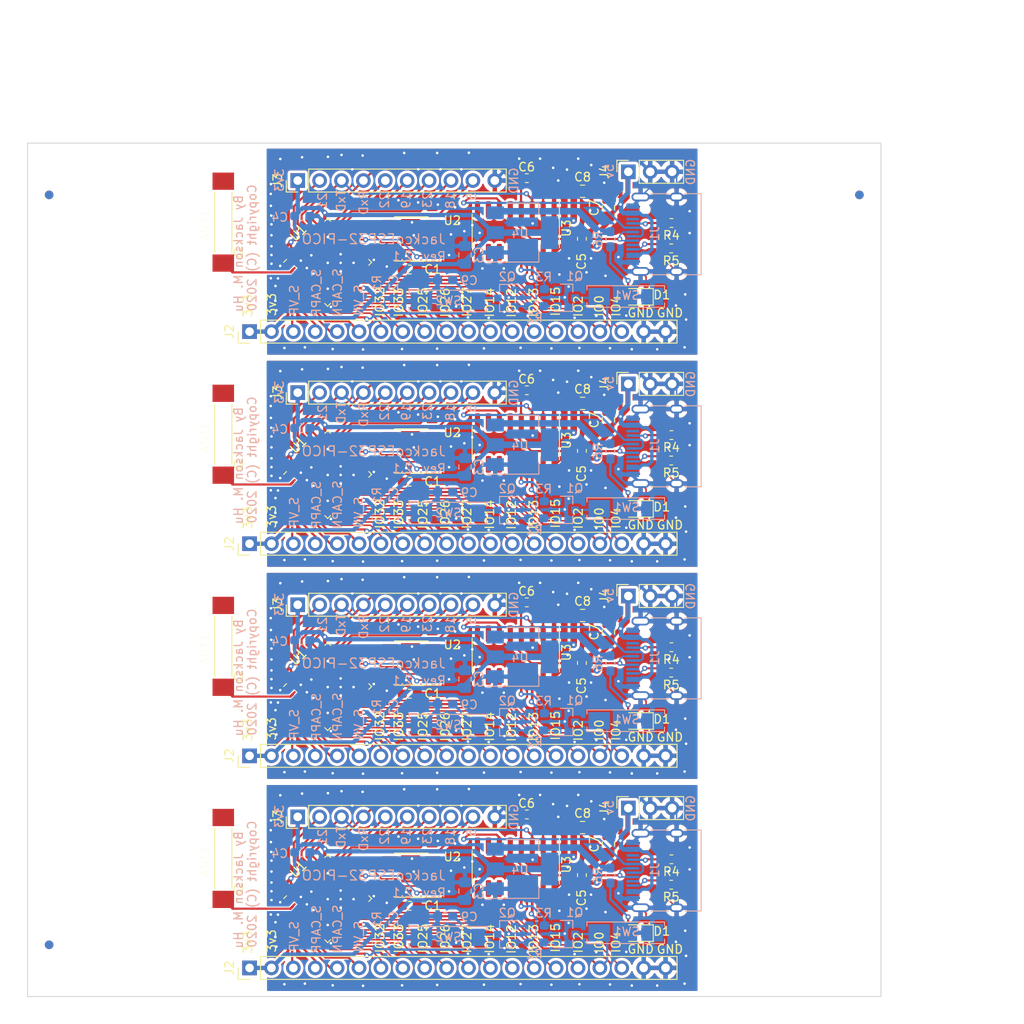
<source format=kicad_pcb>
(kicad_pcb (version 20171130) (host pcbnew 5.1.7-a382d34a8~87~ubuntu20.04.1)
  (layers (0 F.Cu signal) (31 B.Cu signal) (34 B.Paste user) (35 F.Paste user) (36 B.SilkS user) (37 F.SilkS user) (38 B.Mask user) (39 F.Mask user) (44 Edge.Cuts user))
  (net 0 "")
  (net 1 Board_1-+5V)
  (net 2 Board_1-3v3A)
  (net 3 Board_1-DTR)
  (net 4 Board_1-EN)
  (net 5 Board_1-GND)
  (net 6 Board_1-IO0)
  (net 7 Board_1-IO12)
  (net 8 Board_1-IO13)
  (net 9 Board_1-IO14)
  (net 10 Board_1-IO15)
  (net 11 Board_1-IO18)
  (net 12 Board_1-IO19)
  (net 13 Board_1-IO2)
  (net 14 Board_1-IO21)
  (net 15 Board_1-IO22)
  (net 16 Board_1-IO23)
  (net 17 Board_1-IO25)
  (net 18 Board_1-IO26)
  (net 19 Board_1-IO27)
  (net 20 Board_1-IO32)
  (net 21 Board_1-IO33)
  (net 22 Board_1-IO4)
  (net 23 Board_1-IO5)
  (net 24 "Board_1-Net-(ANT1-PadP$FEED)")
  (net 25 "Board_1-Net-(C6-Pad1)")
  (net 26 "Board_1-Net-(D1-Pad2)")
  (net 27 "Board_1-Net-(J1-PadA5)")
  (net 28 "Board_1-Net-(J1-PadB5)")
  (net 29 "Board_1-Net-(Q1-Pad1)")
  (net 30 "Board_1-Net-(Q2-Pad1)")
  (net 31 Board_1-PSRAM_CS)
  (net 32 Board_1-RTS)
  (net 33 Board_1-RxD0)
  (net 34 Board_1-SCLK)
  (net 35 Board_1-SENSE_CAPN)
  (net 36 Board_1-SENSE_CAPP)
  (net 37 Board_1-SENSE_VN)
  (net 38 Board_1-SENSE_VP)
  (net 39 Board_1-SIO0)
  (net 40 Board_1-SIO1)
  (net 41 Board_1-SIO2)
  (net 42 Board_1-SIO3)
  (net 43 Board_1-TxD0)
  (net 44 Board_1-USB_DN)
  (net 45 Board_1-USB_DP)
  (net 46 Board_1-VDD_SDIO)
  (net 47 Board_2-+5V)
  (net 48 Board_2-3v3A)
  (net 49 Board_2-DTR)
  (net 50 Board_2-EN)
  (net 51 Board_2-GND)
  (net 52 Board_2-IO0)
  (net 53 Board_2-IO12)
  (net 54 Board_2-IO13)
  (net 55 Board_2-IO14)
  (net 56 Board_2-IO15)
  (net 57 Board_2-IO18)
  (net 58 Board_2-IO19)
  (net 59 Board_2-IO2)
  (net 60 Board_2-IO21)
  (net 61 Board_2-IO22)
  (net 62 Board_2-IO23)
  (net 63 Board_2-IO25)
  (net 64 Board_2-IO26)
  (net 65 Board_2-IO27)
  (net 66 Board_2-IO32)
  (net 67 Board_2-IO33)
  (net 68 Board_2-IO4)
  (net 69 Board_2-IO5)
  (net 70 "Board_2-Net-(ANT1-PadP$FEED)")
  (net 71 "Board_2-Net-(C6-Pad1)")
  (net 72 "Board_2-Net-(D1-Pad2)")
  (net 73 "Board_2-Net-(J1-PadA5)")
  (net 74 "Board_2-Net-(J1-PadB5)")
  (net 75 "Board_2-Net-(Q1-Pad1)")
  (net 76 "Board_2-Net-(Q2-Pad1)")
  (net 77 Board_2-PSRAM_CS)
  (net 78 Board_2-RTS)
  (net 79 Board_2-RxD0)
  (net 80 Board_2-SCLK)
  (net 81 Board_2-SENSE_CAPN)
  (net 82 Board_2-SENSE_CAPP)
  (net 83 Board_2-SENSE_VN)
  (net 84 Board_2-SENSE_VP)
  (net 85 Board_2-SIO0)
  (net 86 Board_2-SIO1)
  (net 87 Board_2-SIO2)
  (net 88 Board_2-SIO3)
  (net 89 Board_2-TxD0)
  (net 90 Board_2-USB_DN)
  (net 91 Board_2-USB_DP)
  (net 92 Board_2-VDD_SDIO)
  (net 93 Board_3-+5V)
  (net 94 Board_3-3v3A)
  (net 95 Board_3-DTR)
  (net 96 Board_3-EN)
  (net 97 Board_3-GND)
  (net 98 Board_3-IO0)
  (net 99 Board_3-IO12)
  (net 100 Board_3-IO13)
  (net 101 Board_3-IO14)
  (net 102 Board_3-IO15)
  (net 103 Board_3-IO18)
  (net 104 Board_3-IO19)
  (net 105 Board_3-IO2)
  (net 106 Board_3-IO21)
  (net 107 Board_3-IO22)
  (net 108 Board_3-IO23)
  (net 109 Board_3-IO25)
  (net 110 Board_3-IO26)
  (net 111 Board_3-IO27)
  (net 112 Board_3-IO32)
  (net 113 Board_3-IO33)
  (net 114 Board_3-IO4)
  (net 115 Board_3-IO5)
  (net 116 "Board_3-Net-(ANT1-PadP$FEED)")
  (net 117 "Board_3-Net-(C6-Pad1)")
  (net 118 "Board_3-Net-(D1-Pad2)")
  (net 119 "Board_3-Net-(J1-PadA5)")
  (net 120 "Board_3-Net-(J1-PadB5)")
  (net 121 "Board_3-Net-(Q1-Pad1)")
  (net 122 "Board_3-Net-(Q2-Pad1)")
  (net 123 Board_3-PSRAM_CS)
  (net 124 Board_3-RTS)
  (net 125 Board_3-RxD0)
  (net 126 Board_3-SCLK)
  (net 127 Board_3-SENSE_CAPN)
  (net 128 Board_3-SENSE_CAPP)
  (net 129 Board_3-SENSE_VN)
  (net 130 Board_3-SENSE_VP)
  (net 131 Board_3-SIO0)
  (net 132 Board_3-SIO1)
  (net 133 Board_3-SIO2)
  (net 134 Board_3-SIO3)
  (net 135 Board_3-TxD0)
  (net 136 Board_3-USB_DN)
  (net 137 Board_3-USB_DP)
  (net 138 Board_3-VDD_SDIO)
  (net 139 Board_4-+5V)
  (net 140 Board_4-3v3A)
  (net 141 Board_4-DTR)
  (net 142 Board_4-EN)
  (net 143 Board_4-GND)
  (net 144 Board_4-IO0)
  (net 145 Board_4-IO12)
  (net 146 Board_4-IO13)
  (net 147 Board_4-IO14)
  (net 148 Board_4-IO15)
  (net 149 Board_4-IO18)
  (net 150 Board_4-IO19)
  (net 151 Board_4-IO2)
  (net 152 Board_4-IO21)
  (net 153 Board_4-IO22)
  (net 154 Board_4-IO23)
  (net 155 Board_4-IO25)
  (net 156 Board_4-IO26)
  (net 157 Board_4-IO27)
  (net 158 Board_4-IO32)
  (net 159 Board_4-IO33)
  (net 160 Board_4-IO4)
  (net 161 Board_4-IO5)
  (net 162 "Board_4-Net-(ANT1-PadP$FEED)")
  (net 163 "Board_4-Net-(C6-Pad1)")
  (net 164 "Board_4-Net-(D1-Pad2)")
  (net 165 "Board_4-Net-(J1-PadA5)")
  (net 166 "Board_4-Net-(J1-PadB5)")
  (net 167 "Board_4-Net-(Q1-Pad1)")
  (net 168 "Board_4-Net-(Q2-Pad1)")
  (net 169 Board_4-PSRAM_CS)
  (net 170 Board_4-RTS)
  (net 171 Board_4-RxD0)
  (net 172 Board_4-SCLK)
  (net 173 Board_4-SENSE_CAPN)
  (net 174 Board_4-SENSE_CAPP)
  (net 175 Board_4-SENSE_VN)
  (net 176 Board_4-SENSE_VP)
  (net 177 Board_4-SIO0)
  (net 178 Board_4-SIO1)
  (net 179 Board_4-SIO2)
  (net 180 Board_4-SIO3)
  (net 181 Board_4-TxD0)
  (net 182 Board_4-USB_DN)
  (net 183 Board_4-USB_DP)
  (net 184 Board_4-VDD_SDIO)
  (module NPTH (layer F.Cu) (at 31.575003 145.71201)
    (fp_text reference REF** hide)
    (fp_text value NPTH hide)
    (pad "" np_thru_hole circle (at 0 0) (size 1.5 1.5) (drill 1.5) (layers *.Cu *.Mask))
  )
  (module NPTH (layer F.Cu) (at 125.575002 52.71201)
    (fp_text reference REF** hide)
    (fp_text value NPTH hide)
    (pad "" np_thru_hole circle (at 0 0) (size 1.5 1.5) (drill 1.5) (layers *.Cu *.Mask))
  )
  (module NPTH (layer F.Cu) (at 31.575003 52.71201)
    (fp_text reference REF** hide)
    (fp_text value NPTH hide)
    (pad "" np_thru_hole circle (at 0 0) (size 1.5 1.5) (drill 1.5) (layers *.Cu *.Mask))
  )
  (module Fiducial (layer B.Cu) (at 31.575003 142.71201)
    (fp_text reference REF** hide)
    (fp_text value Fiducial hide)
    (pad "" smd circle (at 0 0) (size 1 1) (layers B.Cu B.Mask) (clearance 0.5))
  )
  (module Fiducial (layer F.Cu) (at 31.575003 142.71201)
    (fp_text reference REF** hide)
    (fp_text value Fiducial hide)
    (pad "" smd circle (at 0 0) (size 1 1) (layers F.Cu F.Mask) (clearance 0.5))
  )
  (module Fiducial (layer B.Cu) (at 125.575002 55.71201)
    (fp_text reference REF** hide)
    (fp_text value Fiducial hide)
    (pad "" smd circle (at 0 0) (size 1 1) (layers B.Cu B.Mask) (clearance 0.5))
  )
  (module Fiducial (layer F.Cu) (at 125.575002 55.71201)
    (fp_text reference REF** hide)
    (fp_text value Fiducial hide)
    (pad "" smd circle (at 0 0) (size 1 1) (layers F.Cu F.Mask) (clearance 0.5))
  )
  (module Fiducial (layer B.Cu) (at 31.575003 55.71201)
    (fp_text reference REF** hide)
    (fp_text value Fiducial hide)
    (pad "" smd circle (at 0 0) (size 1 1) (layers B.Cu B.Mask) (clearance 0.5))
  )
  (module Fiducial (layer F.Cu) (at 31.575003 55.71201)
    (fp_text reference REF** hide)
    (fp_text value Fiducial hide)
    (pad "" smd circle (at 0 0) (size 1 1) (layers F.Cu F.Mask) (clearance 0.5))
  )
  (module AN9520:SMD_ANT9520 (layer F.Cu) (at 51.778001 132.692016 90)
    (fp_text reference ANT1 (at -0.325225 -2.136465 90) (layer F.SilkS) (effects (font (size 1.000685 1.000685) (thickness 0.015))))
    (fp_text value AN9520)
    (pad P$FEED smd rect (at -4.75 0 90) (size 2 2.5) (layers F.Cu F.Paste F.Mask) (net 162 "Board_4-Net-(ANT1-PadP$FEED)"))
    (pad P$GND smd rect (at 4.75 0 90) (size 2 2.5) (layers F.Cu F.Paste F.Mask))
  )
  (module Capacitor_SMD:C_0603_1608Metric_Pad1.05x0.95mm_HandSolder (layer F.Cu) (at 73.419001 138.191016 180)
    (fp_text reference C1 (at -2.6606 0.0232) (layer F.SilkS))
    (fp_text value 0.1uF)
    (pad 2 smd roundrect (at 0.875 0 180) (size 1.05 0.95) (layers F.Cu F.Paste F.Mask) (net 184 Board_4-VDD_SDIO))
    (pad 1 smd roundrect (at -0.875 0 180) (size 1.05 0.95) (layers F.Cu F.Paste F.Mask) (net 143 Board_4-GND))
  )
  (module Capacitor_SMD:C_0603_1608Metric_Pad1.05x0.95mm_HandSolder (layer B.Cu) (at 71.544001 142.391016 90)
    (fp_text reference C2 (at 2.65 0 90) (layer B.SilkS) (effects (justify mirror)))
    (fp_text value 0.1uF)
    (pad 1 smd roundrect (at -0.875 0 90) (size 1.05 0.95) (layers B.Cu B.Paste B.Mask) (net 142 Board_4-EN))
    (pad 2 smd roundrect (at 0.875 0 90) (size 1.05 0.95) (layers B.Cu B.Paste B.Mask) (net 143 Board_4-GND))
  )
  (module Capacitor_SMD:C_0805_2012Metric_Pad1.15x1.40mm_HandSolder (layer B.Cu) (at 79.819001 136.491016 90)
    (fp_text reference C3 (at -0.0086 1.6302 270) (layer B.SilkS) (effects (justify mirror)))
    (fp_text value 10uF)
    (pad 1 smd roundrect (at -1.025 0 90) (size 1.15 1.4) (layers B.Cu B.Paste B.Mask) (roundrect_rratio 0.217391) (net 140 Board_4-3v3A))
    (pad 2 smd roundrect (at 1.025 0 90) (size 1.15 1.4) (layers B.Cu B.Paste B.Mask) (roundrect_rratio 0.217391) (net 143 Board_4-GND))
  )
  (module Capacitor_SMD:C_0603_1608Metric_Pad1.05x0.95mm_HandSolder (layer B.Cu) (at 60.947401 131.980816 180)
    (fp_text reference C4 (at 2.6234 -0.1452 180) (layer B.SilkS) (effects (justify mirror)))
    (fp_text value 0.1uF)
    (pad 1 smd roundrect (at -0.875 0 180) (size 1.05 0.95) (layers B.Cu B.Paste B.Mask) (net 143 Board_4-GND))
    (pad 2 smd roundrect (at 0.875 0 180) (size 1.05 0.95) (layers B.Cu B.Paste B.Mask) (net 140 Board_4-3v3A))
  )
  (module Capacitor_SMD:C_0603_1608Metric_Pad1.05x0.95mm_HandSolder (layer F.Cu) (at 93.383201 134.622416 90)
    (fp_text reference C5 (at -2.6416 -0.0508 90) (layer F.SilkS))
    (fp_text value 0.1uF)
    (pad 1 smd roundrect (at -0.875 0 90) (size 1.05 0.95) (layers F.Cu F.Paste F.Mask) (net 139 Board_4-+5V))
    (pad 2 smd roundrect (at 0.875 0 90) (size 1.05 0.95) (layers F.Cu F.Paste F.Mask) (net 143 Board_4-GND))
  )
  (module Capacitor_SMD:C_0603_1608Metric_Pad1.05x0.95mm_HandSolder (layer F.Cu) (at 86.994001 127.591016)
    (fp_text reference C6 (at -0.0254 -1.2954) (layer F.SilkS))
    (fp_text value 0.1uF)
    (pad 1 smd roundrect (at -0.875 0) (size 1.05 0.95) (layers F.Cu F.Paste F.Mask) (net 163 "Board_4-Net-(C6-Pad1)"))
    (pad 2 smd roundrect (at 0.875 0) (size 1.05 0.95) (layers F.Cu F.Paste F.Mask) (net 143 Board_4-GND))
  )
  (module Capacitor_SMD:C_0805_2012Metric_Pad1.15x1.40mm_HandSolder (layer F.Cu) (at 96.456601 131.015616 90)
    (fp_text reference C7 (at 0 -1.65 90) (layer F.SilkS))
    (fp_text value 10uF)
    (pad 1 smd roundrect (at -1.025 0 90) (size 1.15 1.4) (layers F.Cu F.Paste F.Mask) (roundrect_rratio 0.217391) (net 139 Board_4-+5V))
    (pad 2 smd roundrect (at 1.025 0 90) (size 1.15 1.4) (layers F.Cu F.Paste F.Mask) (roundrect_rratio 0.217391) (net 143 Board_4-GND))
  )
  (module Capacitor_SMD:C_0805_2012Metric_Pad1.15x1.40mm_HandSolder (layer F.Cu) (at 93.459401 129.110616)
    (fp_text reference C8 (at 0 -1.65) (layer F.SilkS))
    (fp_text value 10uF)
    (pad 1 smd roundrect (at -1.025 0) (size 1.15 1.4) (layers F.Cu F.Paste F.Mask) (roundrect_rratio 0.217391) (net 140 Board_4-3v3A))
    (pad 2 smd roundrect (at 1.025 0) (size 1.15 1.4) (layers F.Cu F.Paste F.Mask) (roundrect_rratio 0.217391) (net 143 Board_4-GND))
  )
  (module Capacitor_SMD:C_0603_1608Metric_Pad1.05x0.95mm_HandSolder (layer B.Cu) (at 77.519001 139.416016)
    (fp_text reference C9 (at 2.8 0.05) (layer B.SilkS) (effects (justify mirror)))
    (fp_text value 0.1uF)
    (pad 1 smd roundrect (at -0.875 0) (size 1.05 0.95) (layers B.Cu B.Paste B.Mask) (net 143 Board_4-GND))
    (pad 2 smd roundrect (at 0.875 0) (size 1.05 0.95) (layers B.Cu B.Paste B.Mask) (net 142 Board_4-EN))
  )
  (module LED_SMD:LED_0805_2012Metric_Pad1.15x1.40mm_HandSolder (layer F.Cu) (at 99.800401 141.353416 180)
    (fp_text reference D1 (at -2.8536 0.2174) (layer F.SilkS))
    (fp_text value LED)
    (pad 1 smd roundrect (at -1.025 0 180) (size 1.15 1.4) (layers F.Cu F.Paste F.Mask) (roundrect_rratio 0.217391) (net 143 Board_4-GND))
    (pad 2 smd roundrect (at 1.025 0 180) (size 1.15 1.4) (layers F.Cu F.Paste F.Mask) (roundrect_rratio 0.217391) (net 164 "Board_4-Net-(D1-Pad2)"))
  )
  (module Connector_USB:USB_C_Receptacle_HRO_TYPE-C-31-M-12 (layer B.Cu) (at 103.314601 134.089016 270)
    (fp_text reference J1 (at -0.0508 1.4732 270) (layer B.SilkS) (effects (justify mirror)))
    (fp_text value USB)
    (pad S1 thru_hole oval (at 4.32 -1.05 270) (size 1 1.6) (drill oval 0.6 1.2) (layers *.Cu *.Mask) (net 143 Board_4-GND))
    (pad "" np_thru_hole circle (at 2.89 2.6 270) (size 0.65 0.65) (drill 0.65) (layers *.Cu *.Mask))
    (pad S1 thru_hole oval (at -4.32 -1.05 270) (size 1 1.6) (drill oval 0.6 1.2) (layers *.Cu *.Mask) (net 143 Board_4-GND))
    (pad "" np_thru_hole circle (at -2.89 2.6 270) (size 0.65 0.65) (drill 0.65) (layers *.Cu *.Mask))
    (pad S1 thru_hole oval (at -4.32 3.13 270) (size 1 2.1) (drill oval 0.6 1.7) (layers *.Cu *.Mask) (net 143 Board_4-GND))
    (pad S1 thru_hole oval (at 4.32 3.13 270) (size 1 2.1) (drill oval 0.6 1.7) (layers *.Cu *.Mask) (net 143 Board_4-GND))
    (pad A6 smd rect (at -0.25 4.045 270) (size 0.3 1.45) (layers B.Cu B.Paste B.Mask) (net 183 Board_4-USB_DP))
    (pad B5 smd rect (at 1.75 4.045 270) (size 0.3 1.45) (layers B.Cu B.Paste B.Mask) (net 166 "Board_4-Net-(J1-PadB5)"))
    (pad A8 smd rect (at 1.25 4.045 270) (size 0.3 1.45) (layers B.Cu B.Paste B.Mask))
    (pad B6 smd rect (at 0.75 4.045 270) (size 0.3 1.45) (layers B.Cu B.Paste B.Mask) (net 183 Board_4-USB_DP))
    (pad A7 smd rect (at 0.25 4.045 270) (size 0.3 1.45) (layers B.Cu B.Paste B.Mask) (net 182 Board_4-USB_DN))
    (pad B7 smd rect (at -0.75 4.045 270) (size 0.3 1.45) (layers B.Cu B.Paste B.Mask) (net 182 Board_4-USB_DN))
    (pad A5 smd rect (at -1.25 4.045 270) (size 0.3 1.45) (layers B.Cu B.Paste B.Mask) (net 165 "Board_4-Net-(J1-PadA5)"))
    (pad B8 smd rect (at -1.75 4.045 270) (size 0.3 1.45) (layers B.Cu B.Paste B.Mask))
    (pad A12 smd rect (at 3.25 4.045 270) (size 0.6 1.45) (layers B.Cu B.Paste B.Mask) (net 143 Board_4-GND))
    (pad B4 smd rect (at 2.45 4.045 270) (size 0.6 1.45) (layers B.Cu B.Paste B.Mask) (net 139 Board_4-+5V))
    (pad A4 smd rect (at -2.45 4.045 270) (size 0.6 1.45) (layers B.Cu B.Paste B.Mask) (net 139 Board_4-+5V))
    (pad A1 smd rect (at -3.25 4.045 270) (size 0.6 1.45) (layers B.Cu B.Paste B.Mask) (net 143 Board_4-GND))
    (pad B12 smd rect (at -3.25 4.045 270) (size 0.6 1.45) (layers B.Cu B.Paste B.Mask) (net 143 Board_4-GND))
    (pad B9 smd rect (at -2.45 4.045 270) (size 0.6 1.45) (layers B.Cu B.Paste B.Mask) (net 139 Board_4-+5V))
    (pad A9 smd rect (at 2.45 4.045 270) (size 0.6 1.45) (layers B.Cu B.Paste B.Mask) (net 139 Board_4-+5V))
    (pad B1 smd rect (at 3.25 4.045 270) (size 0.6 1.45) (layers B.Cu B.Paste B.Mask) (net 143 Board_4-GND))
  )
  (module Connector_PinHeader_2.54mm:PinHeader_1x10_P2.54mm_Vertical (layer F.Cu) (at 60.414001 127.866016 90)
    (fp_text reference J3 (at 0 -2.33 90) (layer F.SilkS))
    (fp_text value GPIO)
    (pad 1 thru_hole rect (at 0 0 90) (size 1.7 1.7) (drill 1) (layers *.Cu *.Mask) (net 140 Board_4-3v3A))
    (pad 2 thru_hole oval (at 0 2.54 90) (size 1.7 1.7) (drill 1) (layers *.Cu *.Mask) (net 152 Board_4-IO21))
    (pad 3 thru_hole oval (at 0 5.08 90) (size 1.7 1.7) (drill 1) (layers *.Cu *.Mask) (net 181 Board_4-TxD0))
    (pad 4 thru_hole oval (at 0 7.62 90) (size 1.7 1.7) (drill 1) (layers *.Cu *.Mask) (net 171 Board_4-RxD0))
    (pad 5 thru_hole oval (at 0 10.16 90) (size 1.7 1.7) (drill 1) (layers *.Cu *.Mask) (net 153 Board_4-IO22))
    (pad 6 thru_hole oval (at 0 12.7 90) (size 1.7 1.7) (drill 1) (layers *.Cu *.Mask) (net 150 Board_4-IO19))
    (pad 7 thru_hole oval (at 0 15.24 90) (size 1.7 1.7) (drill 1) (layers *.Cu *.Mask) (net 154 Board_4-IO23))
    (pad 8 thru_hole oval (at 0 17.78 90) (size 1.7 1.7) (drill 1) (layers *.Cu *.Mask) (net 149 Board_4-IO18))
    (pad 9 thru_hole oval (at 0 20.32 90) (size 1.7 1.7) (drill 1) (layers *.Cu *.Mask) (net 161 Board_4-IO5))
    (pad 10 thru_hole oval (at 0 22.86 90) (size 1.7 1.7) (drill 1) (layers *.Cu *.Mask) (net 143 Board_4-GND))
  )
  (module Package_TO_SOT_SMD:SOT-23 (layer B.Cu) (at 91.569001 141.466016)
    (fp_text reference Q1 (at 0.975 -2.5 180) (layer B.SilkS) (effects (justify mirror)))
    (fp_text value S8050)
    (pad 1 smd rect (at -1 0.95) (size 0.9 0.8) (layers B.Cu B.Paste B.Mask) (net 167 "Board_4-Net-(Q1-Pad1)"))
    (pad 2 smd rect (at -1 -0.95) (size 0.9 0.8) (layers B.Cu B.Paste B.Mask) (net 141 Board_4-DTR))
    (pad 3 smd rect (at 1 0) (size 0.9 0.8) (layers B.Cu B.Paste B.Mask) (net 144 Board_4-IO0))
  )
  (module Resistor_SMD:R_0603_1608Metric_Pad1.05x0.95mm_HandSolder (layer B.Cu) (at 69.569001 142.341016 270)
    (fp_text reference R1 (at -2.55 -0.025 270) (layer B.SilkS) (effects (justify mirror)))
    (fp_text value 10K)
    (pad 1 smd roundrect (at -0.875 0 270) (size 1.05 0.95) (layers B.Cu B.Paste B.Mask) (net 140 Board_4-3v3A))
    (pad 2 smd roundrect (at 0.875 0 270) (size 1.05 0.95) (layers B.Cu B.Paste B.Mask) (net 142 Board_4-EN))
  )
  (module Resistor_SMD:R_0603_1608Metric_Pad1.05x0.95mm_HandSolder (layer B.Cu) (at 88.069001 142.441016 180)
    (fp_text reference R2 (at 0.2 -1.35) (layer B.SilkS) (effects (justify mirror)))
    (fp_text value 10K hide)
    (pad 1 smd roundrect (at -0.875 0 180) (size 1.05 0.95) (layers B.Cu B.Paste B.Mask) (net 167 "Board_4-Net-(Q1-Pad1)"))
    (pad 2 smd roundrect (at 0.875 0 180) (size 1.05 0.95) (layers B.Cu B.Paste B.Mask) (net 170 Board_4-RTS))
  )
  (module Resistor_SMD:R_0603_1608Metric_Pad1.05x0.95mm_HandSolder (layer B.Cu) (at 88.144001 140.466016)
    (fp_text reference R3 (at 0.8 -1.425) (layer B.SilkS) (effects (justify mirror)))
    (fp_text value 10K hide)
    (pad 1 smd roundrect (at -0.875 0) (size 1.05 0.95) (layers B.Cu B.Paste B.Mask) (net 168 "Board_4-Net-(Q2-Pad1)"))
    (pad 2 smd roundrect (at 0.875 0) (size 1.05 0.95) (layers B.Cu B.Paste B.Mask) (net 141 Board_4-DTR))
  )
  (module Resistor_SMD:R_0603_1608Metric_Pad1.05x0.95mm_HandSolder (layer F.Cu) (at 103.769001 132.791016 180)
    (fp_text reference R4 (at 0 -1.43) (layer F.SilkS))
    (fp_text value 5.11K)
    (pad 1 smd roundrect (at -0.875 0 180) (size 1.05 0.95) (layers F.Cu F.Paste F.Mask) (net 143 Board_4-GND))
    (pad 2 smd roundrect (at 0.875 0 180) (size 1.05 0.95) (layers F.Cu F.Paste F.Mask) (net 165 "Board_4-Net-(J1-PadA5)"))
  )
  (module Resistor_SMD:R_0603_1608Metric_Pad1.05x0.95mm_HandSolder (layer F.Cu) (at 103.744001 135.741016 180)
    (fp_text reference R5 (at 0 -1.43) (layer F.SilkS))
    (fp_text value 5.11K)
    (pad 1 smd roundrect (at -0.875 0 180) (size 1.05 0.95) (layers F.Cu F.Paste F.Mask) (net 143 Board_4-GND))
    (pad 2 smd roundrect (at 0.875 0 180) (size 1.05 0.95) (layers F.Cu F.Paste F.Mask) (net 166 "Board_4-Net-(J1-PadB5)"))
  )
  (module Resistor_SMD:R_0603_1608Metric_Pad1.05x0.95mm_HandSolder (layer B.Cu) (at 96.685201 134.673216 270)
    (fp_text reference R6 (at 0 1.43 90) (layer B.SilkS) (effects (justify mirror)))
    (fp_text value 470)
    (pad 1 smd roundrect (at -0.875 0 270) (size 1.05 0.95) (layers B.Cu B.Paste B.Mask) (net 139 Board_4-+5V))
    (pad 2 smd roundrect (at 0.875 0 270) (size 1.05 0.95) (layers B.Cu B.Paste B.Mask) (net 164 "Board_4-Net-(D1-Pad2)"))
  )
  (module Button_Switch_SMD:SW_SPST_REED_CT05-XXXX-J1 (layer B.Cu) (at 98.469001 141.316016)
    (fp_text reference SW1 (at 0.1016 -0.127) (layer B.SilkS) (effects (justify mirror)))
    (fp_text value BOOT)
    (pad 2 smd rect (at 3.08 0) (size 2.5 2) (layers B.Cu B.Paste B.Mask) (net 143 Board_4-GND))
    (pad 1 smd rect (at -3.08 0) (size 2.5 2) (layers B.Cu B.Paste B.Mask) (net 144 Board_4-IO0))
  )
  (module Button_Switch_SMD:SW_SPST_REED_CT05-XXXX-J1 (layer B.Cu) (at 77.844001 141.841016 180)
    (fp_text reference SW2 (at -0.0508 0.0254) (layer B.SilkS) (effects (justify mirror)))
    (fp_text value RESET)
    (pad 2 smd rect (at 3.08 0 180) (size 2.5 2) (layers B.Cu B.Paste B.Mask) (net 143 Board_4-GND))
    (pad 1 smd rect (at -3.08 0 180) (size 2.5 2) (layers B.Cu B.Paste B.Mask) (net 142 Board_4-EN))
  )
  (module Package_DFN_QFN:QFN-48-1EP_7x7mm_P0.5mm_EP5.3x5.3mm (layer F.Cu) (at 63.887382 137.352778 45)
    (fp_text reference U1 (at 0 -4.8 45) (layer F.SilkS))
    (fp_text value ESP32-PICO-D4)
    (pad 1 smd roundrect (at -3.45 -2.75 45) (size 0.8 0.25) (layers F.Cu F.Paste F.Mask) (net 140 Board_4-3v3A))
    (pad 2 smd roundrect (at -3.45 -2.25 45) (size 0.8 0.25) (layers F.Cu F.Paste F.Mask) (net 162 "Board_4-Net-(ANT1-PadP$FEED)"))
    (pad 3 smd roundrect (at -3.45 -1.75 45) (size 0.8 0.25) (layers F.Cu F.Paste F.Mask) (net 140 Board_4-3v3A))
    (pad 4 smd roundrect (at -3.45 -1.25 45) (size 0.8 0.25) (layers F.Cu F.Paste F.Mask) (net 140 Board_4-3v3A))
    (pad 5 smd roundrect (at -3.45 -0.75 45) (size 0.8 0.25) (layers F.Cu F.Paste F.Mask) (net 176 Board_4-SENSE_VP))
    (pad 6 smd roundrect (at -3.45 -0.25 45) (size 0.8 0.25) (layers F.Cu F.Paste F.Mask) (net 174 Board_4-SENSE_CAPP))
    (pad 7 smd roundrect (at -3.45 0.25 45) (size 0.8 0.25) (layers F.Cu F.Paste F.Mask) (net 173 Board_4-SENSE_CAPN))
    (pad 8 smd roundrect (at -3.45 0.75 45) (size 0.8 0.25) (layers F.Cu F.Paste F.Mask) (net 175 Board_4-SENSE_VN))
    (pad 9 smd roundrect (at -3.45 1.25 45) (size 0.8 0.25) (layers F.Cu F.Paste F.Mask) (net 142 Board_4-EN))
    (pad 10 smd roundrect (at -3.45 1.75 45) (size 0.8 0.25) (layers F.Cu F.Paste F.Mask))
    (pad 11 smd roundrect (at -3.45 2.25 45) (size 0.8 0.25) (layers F.Cu F.Paste F.Mask))
    (pad 12 smd roundrect (at -3.45 2.75 45) (size 0.8 0.25) (layers F.Cu F.Paste F.Mask) (net 158 Board_4-IO32))
    (pad 13 smd roundrect (at -2.75 3.45 45) (size 0.25 0.8) (layers F.Cu F.Paste F.Mask) (net 159 Board_4-IO33))
    (pad 14 smd roundrect (at -2.25 3.45 45) (size 0.25 0.8) (layers F.Cu F.Paste F.Mask) (net 155 Board_4-IO25))
    (pad 15 smd roundrect (at -1.75 3.45 45) (size 0.25 0.8) (layers F.Cu F.Paste F.Mask) (net 156 Board_4-IO26))
    (pad 16 smd roundrect (at -1.25 3.45 45) (size 0.25 0.8) (layers F.Cu F.Paste F.Mask) (net 157 Board_4-IO27))
    (pad 17 smd roundrect (at -0.75 3.45 45) (size 0.25 0.8) (layers F.Cu F.Paste F.Mask) (net 147 Board_4-IO14))
    (pad 18 smd roundrect (at -0.25 3.45 45) (size 0.25 0.8) (layers F.Cu F.Paste F.Mask) (net 145 Board_4-IO12))
    (pad 19 smd roundrect (at 0.25 3.45 45) (size 0.25 0.8) (layers F.Cu F.Paste F.Mask) (net 140 Board_4-3v3A))
    (pad 20 smd roundrect (at 0.75 3.45 45) (size 0.25 0.8) (layers F.Cu F.Paste F.Mask) (net 146 Board_4-IO13))
    (pad 21 smd roundrect (at 1.25 3.45 45) (size 0.25 0.8) (layers F.Cu F.Paste F.Mask) (net 148 Board_4-IO15))
    (pad 22 smd roundrect (at 1.75 3.45 45) (size 0.25 0.8) (layers F.Cu F.Paste F.Mask) (net 151 Board_4-IO2))
    (pad 23 smd roundrect (at 2.25 3.45 45) (size 0.25 0.8) (layers F.Cu F.Paste F.Mask) (net 144 Board_4-IO0))
    (pad 24 smd roundrect (at 2.75 3.45 45) (size 0.25 0.8) (layers F.Cu F.Paste F.Mask) (net 160 Board_4-IO4))
    (pad 25 smd roundrect (at 3.45 2.75 45) (size 0.8 0.25) (layers F.Cu F.Paste F.Mask))
    (pad 26 smd roundrect (at 3.45 2.25 45) (size 0.8 0.25) (layers F.Cu F.Paste F.Mask) (net 184 Board_4-VDD_SDIO))
    (pad 27 smd roundrect (at 3.45 1.75 45) (size 0.8 0.25) (layers F.Cu F.Paste F.Mask) (net 178 Board_4-SIO1))
    (pad 28 smd roundrect (at 3.45 1.25 45) (size 0.8 0.25) (layers F.Cu F.Paste F.Mask))
    (pad 29 smd roundrect (at 3.45 0.75 45) (size 0.8 0.25) (layers F.Cu F.Paste F.Mask) (net 169 Board_4-PSRAM_CS))
    (pad 30 smd roundrect (at 3.45 0.25 45) (size 0.8 0.25) (layers F.Cu F.Paste F.Mask) (net 180 Board_4-SIO3))
    (pad 31 smd roundrect (at 3.45 -0.25 45) (size 0.8 0.25) (layers F.Cu F.Paste F.Mask) (net 172 Board_4-SCLK))
    (pad 32 smd roundrect (at 3.45 -0.75 45) (size 0.8 0.25) (layers F.Cu F.Paste F.Mask) (net 179 Board_4-SIO2))
    (pad 33 smd roundrect (at 3.45 -1.25 45) (size 0.8 0.25) (layers F.Cu F.Paste F.Mask) (net 177 Board_4-SIO0))
    (pad 34 smd roundrect (at 3.45 -1.75 45) (size 0.8 0.25) (layers F.Cu F.Paste F.Mask) (net 161 Board_4-IO5))
    (pad 35 smd roundrect (at 3.45 -2.25 45) (size 0.8 0.25) (layers F.Cu F.Paste F.Mask) (net 149 Board_4-IO18))
    (pad 36 smd roundrect (at 3.45 -2.75 45) (size 0.8 0.25) (layers F.Cu F.Paste F.Mask) (net 154 Board_4-IO23))
    (pad 37 smd roundrect (at 2.75 -3.45 45) (size 0.25 0.8) (layers F.Cu F.Paste F.Mask) (net 140 Board_4-3v3A))
    (pad 38 smd roundrect (at 2.25 -3.45 45) (size 0.25 0.8) (layers F.Cu F.Paste F.Mask) (net 150 Board_4-IO19))
    (pad 39 smd roundrect (at 1.75 -3.45 45) (size 0.25 0.8) (layers F.Cu F.Paste F.Mask) (net 153 Board_4-IO22))
    (pad 40 smd roundrect (at 1.25 -3.45 45) (size 0.25 0.8) (layers F.Cu F.Paste F.Mask) (net 171 Board_4-RxD0))
    (pad 41 smd roundrect (at 0.75 -3.45 45) (size 0.25 0.8) (layers F.Cu F.Paste F.Mask) (net 181 Board_4-TxD0))
    (pad 42 smd roundrect (at 0.25 -3.45 45) (size 0.25 0.8) (layers F.Cu F.Paste F.Mask) (net 152 Board_4-IO21))
    (pad 43 smd roundrect (at -0.25 -3.45 45) (size 0.25 0.8) (layers F.Cu F.Paste F.Mask) (net 140 Board_4-3v3A))
    (pad 44 smd roundrect (at -0.75 -3.45 45) (size 0.25 0.8) (layers F.Cu F.Paste F.Mask))
    (pad 45 smd roundrect (at -1.25 -3.45 45) (size 0.25 0.8) (layers F.Cu F.Paste F.Mask))
    (pad 46 smd roundrect (at -1.75 -3.45 45) (size 0.25 0.8) (layers F.Cu F.Paste F.Mask) (net 140 Board_4-3v3A))
    (pad 47 smd roundrect (at -2.25 -3.45 45) (size 0.25 0.8) (layers F.Cu F.Paste F.Mask))
    (pad 48 smd roundrect (at -2.75 -3.45 45) (size 0.25 0.8) (layers F.Cu F.Paste F.Mask))
    (pad 49 smd rect (at 0 0 45) (size 5.3 5.3) (layers F.Cu F.Mask) (net 143 Board_4-GND))
  )
  (module Package_SO:SOIC-8_3.9x4.9mm_P1.27mm (layer F.Cu) (at 73.594001 134.641016 180)
    (fp_text reference U2 (at -4.7498 2.1336) (layer F.SilkS))
    (fp_text value ESP-PSRAM32)
    (pad 1 smd roundrect (at -2.475 -1.905 180) (size 1.95 0.6) (layers F.Cu F.Paste F.Mask) (net 169 Board_4-PSRAM_CS))
    (pad 2 smd roundrect (at -2.475 -0.635 180) (size 1.95 0.6) (layers F.Cu F.Paste F.Mask) (net 178 Board_4-SIO1))
    (pad 3 smd roundrect (at -2.475 0.635 180) (size 1.95 0.6) (layers F.Cu F.Paste F.Mask) (net 179 Board_4-SIO2))
    (pad 4 smd roundrect (at -2.475 1.905 180) (size 1.95 0.6) (layers F.Cu F.Paste F.Mask) (net 143 Board_4-GND))
    (pad 5 smd roundrect (at 2.475 1.905 180) (size 1.95 0.6) (layers F.Cu F.Paste F.Mask) (net 177 Board_4-SIO0))
    (pad 6 smd roundrect (at 2.475 0.635 180) (size 1.95 0.6) (layers F.Cu F.Paste F.Mask) (net 172 Board_4-SCLK))
    (pad 7 smd roundrect (at 2.475 -0.635 180) (size 1.95 0.6) (layers F.Cu F.Paste F.Mask) (net 180 Board_4-SIO3))
    (pad 8 smd roundrect (at 2.475 -1.905 180) (size 1.95 0.6) (layers F.Cu F.Paste F.Mask) (net 184 Board_4-VDD_SDIO))
  )
  (module Package_SO:SOIC-16_3.9x9.9mm_P1.27mm (layer F.Cu) (at 85.712401 133.708016 270)
    (fp_text reference U3 (at -0.3048 -5.8674 90) (layer F.SilkS))
    (fp_text value CH340C)
    (pad 1 smd roundrect (at -2.475 -4.445 270) (size 1.95 0.6) (layers F.Cu F.Paste F.Mask) (net 143 Board_4-GND))
    (pad 2 smd roundrect (at -2.475 -3.175 270) (size 1.95 0.6) (layers F.Cu F.Paste F.Mask) (net 171 Board_4-RxD0))
    (pad 3 smd roundrect (at -2.475 -1.905 270) (size 1.95 0.6) (layers F.Cu F.Paste F.Mask) (net 181 Board_4-TxD0))
    (pad 4 smd roundrect (at -2.475 -0.635 270) (size 1.95 0.6) (layers F.Cu F.Paste F.Mask) (net 163 "Board_4-Net-(C6-Pad1)"))
    (pad 5 smd roundrect (at -2.475 0.635 270) (size 1.95 0.6) (layers F.Cu F.Paste F.Mask) (net 183 Board_4-USB_DP))
    (pad 6 smd roundrect (at -2.475 1.905 270) (size 1.95 0.6) (layers F.Cu F.Paste F.Mask) (net 182 Board_4-USB_DN))
    (pad 7 smd roundrect (at -2.475 3.175 270) (size 1.95 0.6) (layers F.Cu F.Paste F.Mask))
    (pad 8 smd roundrect (at -2.475 4.445 270) (size 1.95 0.6) (layers F.Cu F.Paste F.Mask))
    (pad 9 smd roundrect (at 2.475 4.445 270) (size 1.95 0.6) (layers F.Cu F.Paste F.Mask))
    (pad 10 smd roundrect (at 2.475 3.175 270) (size 1.95 0.6) (layers F.Cu F.Paste F.Mask))
    (pad 11 smd roundrect (at 2.475 1.905 270) (size 1.95 0.6) (layers F.Cu F.Paste F.Mask))
    (pad 12 smd roundrect (at 2.475 0.635 270) (size 1.95 0.6) (layers F.Cu F.Paste F.Mask))
    (pad 13 smd roundrect (at 2.475 -0.635 270) (size 1.95 0.6) (layers F.Cu F.Paste F.Mask) (net 141 Board_4-DTR))
    (pad 14 smd roundrect (at 2.475 -1.905 270) (size 1.95 0.6) (layers F.Cu F.Paste F.Mask) (net 170 Board_4-RTS))
    (pad 15 smd roundrect (at 2.475 -3.175 270) (size 1.95 0.6) (layers F.Cu F.Paste F.Mask))
    (pad 16 smd roundrect (at 2.475 -4.445 270) (size 1.95 0.6) (layers F.Cu F.Paste F.Mask) (net 139 Board_4-+5V))
  )
  (module Package_TO_SOT_SMD:SOT-223-3_TabPin2 (layer B.Cu) (at 86.474401 133.911216)
    (fp_text reference U4 (at -0.2804 0.0848) (layer B.SilkS) (effects (justify mirror)))
    (fp_text value AMS1117)
    (pad 2 smd rect (at 3.15 0) (size 2 3.8) (layers B.Cu B.Paste B.Mask) (net 140 Board_4-3v3A))
    (pad 2 smd rect (at -3.15 0) (size 2 1.5) (layers B.Cu B.Paste B.Mask) (net 140 Board_4-3v3A))
    (pad 3 smd rect (at -3.15 -2.3) (size 2 1.5) (layers B.Cu B.Paste B.Mask) (net 139 Board_4-+5V))
    (pad 1 smd rect (at -3.15 2.3) (size 2 1.5) (layers B.Cu B.Paste B.Mask) (net 143 Board_4-GND))
  )
  (module Connector_PinHeader_2.54mm:PinHeader_1x20_P2.54mm_Vertical (layer F.Cu) (at 54.826001 145.392016 90)
    (fp_text reference J2 (at 0 -2.33 90) (layer F.SilkS))
    (fp_text value GPIO)
    (pad 1 thru_hole rect (at 0 0 90) (size 1.7 1.7) (drill 1) (layers *.Cu *.Mask) (net 140 Board_4-3v3A))
    (pad 2 thru_hole oval (at 0 2.54 90) (size 1.7 1.7) (drill 1) (layers *.Cu *.Mask) (net 140 Board_4-3v3A))
    (pad 3 thru_hole oval (at 0 5.08 90) (size 1.7 1.7) (drill 1) (layers *.Cu *.Mask) (net 176 Board_4-SENSE_VP))
    (pad 4 thru_hole oval (at 0 7.62 90) (size 1.7 1.7) (drill 1) (layers *.Cu *.Mask) (net 174 Board_4-SENSE_CAPP))
    (pad 5 thru_hole oval (at 0 10.16 90) (size 1.7 1.7) (drill 1) (layers *.Cu *.Mask) (net 173 Board_4-SENSE_CAPN))
    (pad 6 thru_hole oval (at 0 12.7 90) (size 1.7 1.7) (drill 1) (layers *.Cu *.Mask) (net 175 Board_4-SENSE_VN))
    (pad 7 thru_hole oval (at 0 15.24 90) (size 1.7 1.7) (drill 1) (layers *.Cu *.Mask) (net 158 Board_4-IO32))
    (pad 8 thru_hole oval (at 0 17.78 90) (size 1.7 1.7) (drill 1) (layers *.Cu *.Mask) (net 159 Board_4-IO33))
    (pad 9 thru_hole oval (at 0 20.32 90) (size 1.7 1.7) (drill 1) (layers *.Cu *.Mask) (net 155 Board_4-IO25))
    (pad 10 thru_hole oval (at 0 22.86 90) (size 1.7 1.7) (drill 1) (layers *.Cu *.Mask) (net 156 Board_4-IO26))
    (pad 11 thru_hole oval (at 0 25.4 90) (size 1.7 1.7) (drill 1) (layers *.Cu *.Mask) (net 157 Board_4-IO27))
    (pad 12 thru_hole oval (at 0 27.94 90) (size 1.7 1.7) (drill 1) (layers *.Cu *.Mask) (net 147 Board_4-IO14))
    (pad 13 thru_hole oval (at 0 30.48 90) (size 1.7 1.7) (drill 1) (layers *.Cu *.Mask) (net 145 Board_4-IO12))
    (pad 14 thru_hole oval (at 0 33.02 90) (size 1.7 1.7) (drill 1) (layers *.Cu *.Mask) (net 146 Board_4-IO13))
    (pad 15 thru_hole oval (at 0 35.56 90) (size 1.7 1.7) (drill 1) (layers *.Cu *.Mask) (net 148 Board_4-IO15))
    (pad 16 thru_hole oval (at 0 38.1 90) (size 1.7 1.7) (drill 1) (layers *.Cu *.Mask) (net 151 Board_4-IO2))
    (pad 17 thru_hole oval (at 0 40.64 90) (size 1.7 1.7) (drill 1) (layers *.Cu *.Mask) (net 144 Board_4-IO0))
    (pad 18 thru_hole oval (at 0 43.18 90) (size 1.7 1.7) (drill 1) (layers *.Cu *.Mask) (net 160 Board_4-IO4))
    (pad 19 thru_hole oval (at 0 45.72 90) (size 1.7 1.7) (drill 1) (layers *.Cu *.Mask) (net 143 Board_4-GND))
    (pad 20 thru_hole oval (at 0 48.26 90) (size 1.7 1.7) (drill 1) (layers *.Cu *.Mask) (net 143 Board_4-GND))
  )
  (module Connector_PinSocket_2.54mm:PinSocket_1x03_P2.54mm_Vertical (layer F.Cu) (at 98.768001 126.850016 90)
    (fp_text reference J4 (at 0 -2.77 90) (layer F.SilkS))
    (fp_text value VUSB)
    (pad 1 thru_hole rect (at 0 0 90) (size 1.7 1.7) (drill 1) (layers *.Cu *.Mask) (net 139 Board_4-+5V))
    (pad 2 thru_hole oval (at 0 2.54 90) (size 1.7 1.7) (drill 1) (layers *.Cu *.Mask) (net 143 Board_4-GND))
    (pad 3 thru_hole oval (at 0 5.08 90) (size 1.7 1.7) (drill 1) (layers *.Cu *.Mask) (net 143 Board_4-GND))
  )
  (module Package_TO_SOT_SMD:SOT-23 (layer B.Cu) (at 84.594001 141.491016 180)
    (fp_text reference Q2 (at -0.125 2.475) (layer B.SilkS) (effects (justify mirror)))
    (fp_text value S8050)
    (pad 1 smd rect (at -1 0.95 180) (size 0.9 0.8) (layers B.Cu B.Paste B.Mask) (net 168 "Board_4-Net-(Q2-Pad1)"))
    (pad 2 smd rect (at -1 -0.95 180) (size 0.9 0.8) (layers B.Cu B.Paste B.Mask) (net 170 Board_4-RTS))
    (pad 3 smd rect (at 1 0 180) (size 0.9 0.8) (layers B.Cu B.Paste B.Mask) (net 142 Board_4-EN))
  )
  (module AN9520:SMD_ANT9520 (layer F.Cu) (at 51.778001 108.086011 90)
    (fp_text reference ANT1 (at -0.325225 -2.136465 90) (layer F.SilkS) (effects (font (size 1.000685 1.000685) (thickness 0.015))))
    (fp_text value AN9520)
    (pad P$FEED smd rect (at -4.75 0 90) (size 2 2.5) (layers F.Cu F.Paste F.Mask) (net 116 "Board_3-Net-(ANT1-PadP$FEED)"))
    (pad P$GND smd rect (at 4.75 0 90) (size 2 2.5) (layers F.Cu F.Paste F.Mask))
  )
  (module Capacitor_SMD:C_0603_1608Metric_Pad1.05x0.95mm_HandSolder (layer F.Cu) (at 73.419001 113.585011 180)
    (fp_text reference C1 (at -2.6606 0.0232) (layer F.SilkS))
    (fp_text value 0.1uF)
    (pad 2 smd roundrect (at 0.875 0 180) (size 1.05 0.95) (layers F.Cu F.Paste F.Mask) (net 138 Board_3-VDD_SDIO))
    (pad 1 smd roundrect (at -0.875 0 180) (size 1.05 0.95) (layers F.Cu F.Paste F.Mask) (net 97 Board_3-GND))
  )
  (module Capacitor_SMD:C_0603_1608Metric_Pad1.05x0.95mm_HandSolder (layer B.Cu) (at 71.544001 117.785011 90)
    (fp_text reference C2 (at 2.65 0 90) (layer B.SilkS) (effects (justify mirror)))
    (fp_text value 0.1uF)
    (pad 1 smd roundrect (at -0.875 0 90) (size 1.05 0.95) (layers B.Cu B.Paste B.Mask) (net 96 Board_3-EN))
    (pad 2 smd roundrect (at 0.875 0 90) (size 1.05 0.95) (layers B.Cu B.Paste B.Mask) (net 97 Board_3-GND))
  )
  (module Capacitor_SMD:C_0805_2012Metric_Pad1.15x1.40mm_HandSolder (layer B.Cu) (at 79.819001 111.885011 90)
    (fp_text reference C3 (at -0.0086 1.6302 270) (layer B.SilkS) (effects (justify mirror)))
    (fp_text value 10uF)
    (pad 1 smd roundrect (at -1.025 0 90) (size 1.15 1.4) (layers B.Cu B.Paste B.Mask) (roundrect_rratio 0.217391) (net 94 Board_3-3v3A))
    (pad 2 smd roundrect (at 1.025 0 90) (size 1.15 1.4) (layers B.Cu B.Paste B.Mask) (roundrect_rratio 0.217391) (net 97 Board_3-GND))
  )
  (module Capacitor_SMD:C_0603_1608Metric_Pad1.05x0.95mm_HandSolder (layer B.Cu) (at 60.947401 107.374811 180)
    (fp_text reference C4 (at 2.6234 -0.1452 180) (layer B.SilkS) (effects (justify mirror)))
    (fp_text value 0.1uF)
    (pad 1 smd roundrect (at -0.875 0 180) (size 1.05 0.95) (layers B.Cu B.Paste B.Mask) (net 97 Board_3-GND))
    (pad 2 smd roundrect (at 0.875 0 180) (size 1.05 0.95) (layers B.Cu B.Paste B.Mask) (net 94 Board_3-3v3A))
  )
  (module Capacitor_SMD:C_0603_1608Metric_Pad1.05x0.95mm_HandSolder (layer F.Cu) (at 93.383201 110.016411 90)
    (fp_text reference C5 (at -2.6416 -0.0508 90) (layer F.SilkS))
    (fp_text value 0.1uF)
    (pad 1 smd roundrect (at -0.875 0 90) (size 1.05 0.95) (layers F.Cu F.Paste F.Mask) (net 93 Board_3-+5V))
    (pad 2 smd roundrect (at 0.875 0 90) (size 1.05 0.95) (layers F.Cu F.Paste F.Mask) (net 97 Board_3-GND))
  )
  (module Capacitor_SMD:C_0603_1608Metric_Pad1.05x0.95mm_HandSolder (layer F.Cu) (at 86.994001 102.985011)
    (fp_text reference C6 (at -0.0254 -1.2954) (layer F.SilkS))
    (fp_text value 0.1uF)
    (pad 1 smd roundrect (at -0.875 0) (size 1.05 0.95) (layers F.Cu F.Paste F.Mask) (net 117 "Board_3-Net-(C6-Pad1)"))
    (pad 2 smd roundrect (at 0.875 0) (size 1.05 0.95) (layers F.Cu F.Paste F.Mask) (net 97 Board_3-GND))
  )
  (module Capacitor_SMD:C_0805_2012Metric_Pad1.15x1.40mm_HandSolder (layer F.Cu) (at 96.456601 106.409611 90)
    (fp_text reference C7 (at 0 -1.65 90) (layer F.SilkS))
    (fp_text value 10uF)
    (pad 1 smd roundrect (at -1.025 0 90) (size 1.15 1.4) (layers F.Cu F.Paste F.Mask) (roundrect_rratio 0.217391) (net 93 Board_3-+5V))
    (pad 2 smd roundrect (at 1.025 0 90) (size 1.15 1.4) (layers F.Cu F.Paste F.Mask) (roundrect_rratio 0.217391) (net 97 Board_3-GND))
  )
  (module Capacitor_SMD:C_0805_2012Metric_Pad1.15x1.40mm_HandSolder (layer F.Cu) (at 93.459401 104.504611)
    (fp_text reference C8 (at 0 -1.65) (layer F.SilkS))
    (fp_text value 10uF)
    (pad 1 smd roundrect (at -1.025 0) (size 1.15 1.4) (layers F.Cu F.Paste F.Mask) (roundrect_rratio 0.217391) (net 94 Board_3-3v3A))
    (pad 2 smd roundrect (at 1.025 0) (size 1.15 1.4) (layers F.Cu F.Paste F.Mask) (roundrect_rratio 0.217391) (net 97 Board_3-GND))
  )
  (module Capacitor_SMD:C_0603_1608Metric_Pad1.05x0.95mm_HandSolder (layer B.Cu) (at 77.519001 114.810011)
    (fp_text reference C9 (at 2.8 0.05) (layer B.SilkS) (effects (justify mirror)))
    (fp_text value 0.1uF)
    (pad 1 smd roundrect (at -0.875 0) (size 1.05 0.95) (layers B.Cu B.Paste B.Mask) (net 97 Board_3-GND))
    (pad 2 smd roundrect (at 0.875 0) (size 1.05 0.95) (layers B.Cu B.Paste B.Mask) (net 96 Board_3-EN))
  )
  (module LED_SMD:LED_0805_2012Metric_Pad1.15x1.40mm_HandSolder (layer F.Cu) (at 99.800401 116.747411 180)
    (fp_text reference D1 (at -2.8536 0.2174) (layer F.SilkS))
    (fp_text value LED)
    (pad 1 smd roundrect (at -1.025 0 180) (size 1.15 1.4) (layers F.Cu F.Paste F.Mask) (roundrect_rratio 0.217391) (net 97 Board_3-GND))
    (pad 2 smd roundrect (at 1.025 0 180) (size 1.15 1.4) (layers F.Cu F.Paste F.Mask) (roundrect_rratio 0.217391) (net 118 "Board_3-Net-(D1-Pad2)"))
  )
  (module Connector_USB:USB_C_Receptacle_HRO_TYPE-C-31-M-12 (layer B.Cu) (at 103.314601 109.483011 270)
    (fp_text reference J1 (at -0.0508 1.4732 270) (layer B.SilkS) (effects (justify mirror)))
    (fp_text value USB)
    (pad S1 thru_hole oval (at 4.32 -1.05 270) (size 1 1.6) (drill oval 0.6 1.2) (layers *.Cu *.Mask) (net 97 Board_3-GND))
    (pad "" np_thru_hole circle (at 2.89 2.6 270) (size 0.65 0.65) (drill 0.65) (layers *.Cu *.Mask))
    (pad S1 thru_hole oval (at -4.32 -1.05 270) (size 1 1.6) (drill oval 0.6 1.2) (layers *.Cu *.Mask) (net 97 Board_3-GND))
    (pad "" np_thru_hole circle (at -2.89 2.6 270) (size 0.65 0.65) (drill 0.65) (layers *.Cu *.Mask))
    (pad S1 thru_hole oval (at -4.32 3.13 270) (size 1 2.1) (drill oval 0.6 1.7) (layers *.Cu *.Mask) (net 97 Board_3-GND))
    (pad S1 thru_hole oval (at 4.32 3.13 270) (size 1 2.1) (drill oval 0.6 1.7) (layers *.Cu *.Mask) (net 97 Board_3-GND))
    (pad A6 smd rect (at -0.25 4.045 270) (size 0.3 1.45) (layers B.Cu B.Paste B.Mask) (net 137 Board_3-USB_DP))
    (pad B5 smd rect (at 1.75 4.045 270) (size 0.3 1.45) (layers B.Cu B.Paste B.Mask) (net 120 "Board_3-Net-(J1-PadB5)"))
    (pad A8 smd rect (at 1.25 4.045 270) (size 0.3 1.45) (layers B.Cu B.Paste B.Mask))
    (pad B6 smd rect (at 0.75 4.045 270) (size 0.3 1.45) (layers B.Cu B.Paste B.Mask) (net 137 Board_3-USB_DP))
    (pad A7 smd rect (at 0.25 4.045 270) (size 0.3 1.45) (layers B.Cu B.Paste B.Mask) (net 136 Board_3-USB_DN))
    (pad B7 smd rect (at -0.75 4.045 270) (size 0.3 1.45) (layers B.Cu B.Paste B.Mask) (net 136 Board_3-USB_DN))
    (pad A5 smd rect (at -1.25 4.045 270) (size 0.3 1.45) (layers B.Cu B.Paste B.Mask) (net 119 "Board_3-Net-(J1-PadA5)"))
    (pad B8 smd rect (at -1.75 4.045 270) (size 0.3 1.45) (layers B.Cu B.Paste B.Mask))
    (pad A12 smd rect (at 3.25 4.045 270) (size 0.6 1.45) (layers B.Cu B.Paste B.Mask) (net 97 Board_3-GND))
    (pad B4 smd rect (at 2.45 4.045 270) (size 0.6 1.45) (layers B.Cu B.Paste B.Mask) (net 93 Board_3-+5V))
    (pad A4 smd rect (at -2.45 4.045 270) (size 0.6 1.45) (layers B.Cu B.Paste B.Mask) (net 93 Board_3-+5V))
    (pad A1 smd rect (at -3.25 4.045 270) (size 0.6 1.45) (layers B.Cu B.Paste B.Mask) (net 97 Board_3-GND))
    (pad B12 smd rect (at -3.25 4.045 270) (size 0.6 1.45) (layers B.Cu B.Paste B.Mask) (net 97 Board_3-GND))
    (pad B9 smd rect (at -2.45 4.045 270) (size 0.6 1.45) (layers B.Cu B.Paste B.Mask) (net 93 Board_3-+5V))
    (pad A9 smd rect (at 2.45 4.045 270) (size 0.6 1.45) (layers B.Cu B.Paste B.Mask) (net 93 Board_3-+5V))
    (pad B1 smd rect (at 3.25 4.045 270) (size 0.6 1.45) (layers B.Cu B.Paste B.Mask) (net 97 Board_3-GND))
  )
  (module Connector_PinHeader_2.54mm:PinHeader_1x10_P2.54mm_Vertical (layer F.Cu) (at 60.414001 103.260011 90)
    (fp_text reference J3 (at 0 -2.33 90) (layer F.SilkS))
    (fp_text value GPIO)
    (pad 1 thru_hole rect (at 0 0 90) (size 1.7 1.7) (drill 1) (layers *.Cu *.Mask) (net 94 Board_3-3v3A))
    (pad 2 thru_hole oval (at 0 2.54 90) (size 1.7 1.7) (drill 1) (layers *.Cu *.Mask) (net 106 Board_3-IO21))
    (pad 3 thru_hole oval (at 0 5.08 90) (size 1.7 1.7) (drill 1) (layers *.Cu *.Mask) (net 135 Board_3-TxD0))
    (pad 4 thru_hole oval (at 0 7.62 90) (size 1.7 1.7) (drill 1) (layers *.Cu *.Mask) (net 125 Board_3-RxD0))
    (pad 5 thru_hole oval (at 0 10.16 90) (size 1.7 1.7) (drill 1) (layers *.Cu *.Mask) (net 107 Board_3-IO22))
    (pad 6 thru_hole oval (at 0 12.7 90) (size 1.7 1.7) (drill 1) (layers *.Cu *.Mask) (net 104 Board_3-IO19))
    (pad 7 thru_hole oval (at 0 15.24 90) (size 1.7 1.7) (drill 1) (layers *.Cu *.Mask) (net 108 Board_3-IO23))
    (pad 8 thru_hole oval (at 0 17.78 90) (size 1.7 1.7) (drill 1) (layers *.Cu *.Mask) (net 103 Board_3-IO18))
    (pad 9 thru_hole oval (at 0 20.32 90) (size 1.7 1.7) (drill 1) (layers *.Cu *.Mask) (net 115 Board_3-IO5))
    (pad 10 thru_hole oval (at 0 22.86 90) (size 1.7 1.7) (drill 1) (layers *.Cu *.Mask) (net 97 Board_3-GND))
  )
  (module Package_TO_SOT_SMD:SOT-23 (layer B.Cu) (at 91.569001 116.860011)
    (fp_text reference Q1 (at 0.975 -2.5 180) (layer B.SilkS) (effects (justify mirror)))
    (fp_text value S8050)
    (pad 1 smd rect (at -1 0.95) (size 0.9 0.8) (layers B.Cu B.Paste B.Mask) (net 121 "Board_3-Net-(Q1-Pad1)"))
    (pad 2 smd rect (at -1 -0.95) (size 0.9 0.8) (layers B.Cu B.Paste B.Mask) (net 95 Board_3-DTR))
    (pad 3 smd rect (at 1 0) (size 0.9 0.8) (layers B.Cu B.Paste B.Mask) (net 98 Board_3-IO0))
  )
  (module Resistor_SMD:R_0603_1608Metric_Pad1.05x0.95mm_HandSolder (layer B.Cu) (at 69.569001 117.735011 270)
    (fp_text reference R1 (at -2.55 -0.025 270) (layer B.SilkS) (effects (justify mirror)))
    (fp_text value 10K)
    (pad 1 smd roundrect (at -0.875 0 270) (size 1.05 0.95) (layers B.Cu B.Paste B.Mask) (net 94 Board_3-3v3A))
    (pad 2 smd roundrect (at 0.875 0 270) (size 1.05 0.95) (layers B.Cu B.Paste B.Mask) (net 96 Board_3-EN))
  )
  (module Resistor_SMD:R_0603_1608Metric_Pad1.05x0.95mm_HandSolder (layer B.Cu) (at 88.069001 117.835011 180)
    (fp_text reference R2 (at 0.2 -1.35) (layer B.SilkS) (effects (justify mirror)))
    (fp_text value 10K hide)
    (pad 1 smd roundrect (at -0.875 0 180) (size 1.05 0.95) (layers B.Cu B.Paste B.Mask) (net 121 "Board_3-Net-(Q1-Pad1)"))
    (pad 2 smd roundrect (at 0.875 0 180) (size 1.05 0.95) (layers B.Cu B.Paste B.Mask) (net 124 Board_3-RTS))
  )
  (module Resistor_SMD:R_0603_1608Metric_Pad1.05x0.95mm_HandSolder (layer B.Cu) (at 88.144001 115.860011)
    (fp_text reference R3 (at 0.8 -1.425) (layer B.SilkS) (effects (justify mirror)))
    (fp_text value 10K hide)
    (pad 1 smd roundrect (at -0.875 0) (size 1.05 0.95) (layers B.Cu B.Paste B.Mask) (net 122 "Board_3-Net-(Q2-Pad1)"))
    (pad 2 smd roundrect (at 0.875 0) (size 1.05 0.95) (layers B.Cu B.Paste B.Mask) (net 95 Board_3-DTR))
  )
  (module Resistor_SMD:R_0603_1608Metric_Pad1.05x0.95mm_HandSolder (layer F.Cu) (at 103.769001 108.185011 180)
    (fp_text reference R4 (at 0 -1.43) (layer F.SilkS))
    (fp_text value 5.11K)
    (pad 1 smd roundrect (at -0.875 0 180) (size 1.05 0.95) (layers F.Cu F.Paste F.Mask) (net 97 Board_3-GND))
    (pad 2 smd roundrect (at 0.875 0 180) (size 1.05 0.95) (layers F.Cu F.Paste F.Mask) (net 119 "Board_3-Net-(J1-PadA5)"))
  )
  (module Resistor_SMD:R_0603_1608Metric_Pad1.05x0.95mm_HandSolder (layer F.Cu) (at 103.744001 111.135011 180)
    (fp_text reference R5 (at 0 -1.43) (layer F.SilkS))
    (fp_text value 5.11K)
    (pad 1 smd roundrect (at -0.875 0 180) (size 1.05 0.95) (layers F.Cu F.Paste F.Mask) (net 97 Board_3-GND))
    (pad 2 smd roundrect (at 0.875 0 180) (size 1.05 0.95) (layers F.Cu F.Paste F.Mask) (net 120 "Board_3-Net-(J1-PadB5)"))
  )
  (module Resistor_SMD:R_0603_1608Metric_Pad1.05x0.95mm_HandSolder (layer B.Cu) (at 96.685201 110.067211 270)
    (fp_text reference R6 (at 0 1.43 90) (layer B.SilkS) (effects (justify mirror)))
    (fp_text value 470)
    (pad 1 smd roundrect (at -0.875 0 270) (size 1.05 0.95) (layers B.Cu B.Paste B.Mask) (net 93 Board_3-+5V))
    (pad 2 smd roundrect (at 0.875 0 270) (size 1.05 0.95) (layers B.Cu B.Paste B.Mask) (net 118 "Board_3-Net-(D1-Pad2)"))
  )
  (module Button_Switch_SMD:SW_SPST_REED_CT05-XXXX-J1 (layer B.Cu) (at 98.469001 116.710011)
    (fp_text reference SW1 (at 0.1016 -0.127) (layer B.SilkS) (effects (justify mirror)))
    (fp_text value BOOT)
    (pad 2 smd rect (at 3.08 0) (size 2.5 2) (layers B.Cu B.Paste B.Mask) (net 97 Board_3-GND))
    (pad 1 smd rect (at -3.08 0) (size 2.5 2) (layers B.Cu B.Paste B.Mask) (net 98 Board_3-IO0))
  )
  (module Button_Switch_SMD:SW_SPST_REED_CT05-XXXX-J1 (layer B.Cu) (at 77.844001 117.235011 180)
    (fp_text reference SW2 (at -0.0508 0.0254) (layer B.SilkS) (effects (justify mirror)))
    (fp_text value RESET)
    (pad 2 smd rect (at 3.08 0 180) (size 2.5 2) (layers B.Cu B.Paste B.Mask) (net 97 Board_3-GND))
    (pad 1 smd rect (at -3.08 0 180) (size 2.5 2) (layers B.Cu B.Paste B.Mask) (net 96 Board_3-EN))
  )
  (module Package_DFN_QFN:QFN-48-1EP_7x7mm_P0.5mm_EP5.3x5.3mm (layer F.Cu) (at 63.887382 112.746773 45)
    (fp_text reference U1 (at 0 -4.8 45) (layer F.SilkS))
    (fp_text value ESP32-PICO-D4)
    (pad 1 smd roundrect (at -3.45 -2.75 45) (size 0.8 0.25) (layers F.Cu F.Paste F.Mask) (net 94 Board_3-3v3A))
    (pad 2 smd roundrect (at -3.45 -2.25 45) (size 0.8 0.25) (layers F.Cu F.Paste F.Mask) (net 116 "Board_3-Net-(ANT1-PadP$FEED)"))
    (pad 3 smd roundrect (at -3.45 -1.75 45) (size 0.8 0.25) (layers F.Cu F.Paste F.Mask) (net 94 Board_3-3v3A))
    (pad 4 smd roundrect (at -3.45 -1.25 45) (size 0.8 0.25) (layers F.Cu F.Paste F.Mask) (net 94 Board_3-3v3A))
    (pad 5 smd roundrect (at -3.45 -0.75 45) (size 0.8 0.25) (layers F.Cu F.Paste F.Mask) (net 130 Board_3-SENSE_VP))
    (pad 6 smd roundrect (at -3.45 -0.25 45) (size 0.8 0.25) (layers F.Cu F.Paste F.Mask) (net 128 Board_3-SENSE_CAPP))
    (pad 7 smd roundrect (at -3.45 0.25 45) (size 0.8 0.25) (layers F.Cu F.Paste F.Mask) (net 127 Board_3-SENSE_CAPN))
    (pad 8 smd roundrect (at -3.45 0.75 45) (size 0.8 0.25) (layers F.Cu F.Paste F.Mask) (net 129 Board_3-SENSE_VN))
    (pad 9 smd roundrect (at -3.45 1.25 45) (size 0.8 0.25) (layers F.Cu F.Paste F.Mask) (net 96 Board_3-EN))
    (pad 10 smd roundrect (at -3.45 1.75 45) (size 0.8 0.25) (layers F.Cu F.Paste F.Mask))
    (pad 11 smd roundrect (at -3.45 2.25 45) (size 0.8 0.25) (layers F.Cu F.Paste F.Mask))
    (pad 12 smd roundrect (at -3.45 2.75 45) (size 0.8 0.25) (layers F.Cu F.Paste F.Mask) (net 112 Board_3-IO32))
    (pad 13 smd roundrect (at -2.75 3.45 45) (size 0.25 0.8) (layers F.Cu F.Paste F.Mask) (net 113 Board_3-IO33))
    (pad 14 smd roundrect (at -2.25 3.45 45) (size 0.25 0.8) (layers F.Cu F.Paste F.Mask) (net 109 Board_3-IO25))
    (pad 15 smd roundrect (at -1.75 3.45 45) (size 0.25 0.8) (layers F.Cu F.Paste F.Mask) (net 110 Board_3-IO26))
    (pad 16 smd roundrect (at -1.25 3.45 45) (size 0.25 0.8) (layers F.Cu F.Paste F.Mask) (net 111 Board_3-IO27))
    (pad 17 smd roundrect (at -0.75 3.45 45) (size 0.25 0.8) (layers F.Cu F.Paste F.Mask) (net 101 Board_3-IO14))
    (pad 18 smd roundrect (at -0.25 3.45 45) (size 0.25 0.8) (layers F.Cu F.Paste F.Mask) (net 99 Board_3-IO12))
    (pad 19 smd roundrect (at 0.25 3.45 45) (size 0.25 0.8) (layers F.Cu F.Paste F.Mask) (net 94 Board_3-3v3A))
    (pad 20 smd roundrect (at 0.75 3.45 45) (size 0.25 0.8) (layers F.Cu F.Paste F.Mask) (net 100 Board_3-IO13))
    (pad 21 smd roundrect (at 1.25 3.45 45) (size 0.25 0.8) (layers F.Cu F.Paste F.Mask) (net 102 Board_3-IO15))
    (pad 22 smd roundrect (at 1.75 3.45 45) (size 0.25 0.8) (layers F.Cu F.Paste F.Mask) (net 105 Board_3-IO2))
    (pad 23 smd roundrect (at 2.25 3.45 45) (size 0.25 0.8) (layers F.Cu F.Paste F.Mask) (net 98 Board_3-IO0))
    (pad 24 smd roundrect (at 2.75 3.45 45) (size 0.25 0.8) (layers F.Cu F.Paste F.Mask) (net 114 Board_3-IO4))
    (pad 25 smd roundrect (at 3.45 2.75 45) (size 0.8 0.25) (layers F.Cu F.Paste F.Mask))
    (pad 26 smd roundrect (at 3.45 2.25 45) (size 0.8 0.25) (layers F.Cu F.Paste F.Mask) (net 138 Board_3-VDD_SDIO))
    (pad 27 smd roundrect (at 3.45 1.75 45) (size 0.8 0.25) (layers F.Cu F.Paste F.Mask) (net 132 Board_3-SIO1))
    (pad 28 smd roundrect (at 3.45 1.25 45) (size 0.8 0.25) (layers F.Cu F.Paste F.Mask))
    (pad 29 smd roundrect (at 3.45 0.75 45) (size 0.8 0.25) (layers F.Cu F.Paste F.Mask) (net 123 Board_3-PSRAM_CS))
    (pad 30 smd roundrect (at 3.45 0.25 45) (size 0.8 0.25) (layers F.Cu F.Paste F.Mask) (net 134 Board_3-SIO3))
    (pad 31 smd roundrect (at 3.45 -0.25 45) (size 0.8 0.25) (layers F.Cu F.Paste F.Mask) (net 126 Board_3-SCLK))
    (pad 32 smd roundrect (at 3.45 -0.75 45) (size 0.8 0.25) (layers F.Cu F.Paste F.Mask) (net 133 Board_3-SIO2))
    (pad 33 smd roundrect (at 3.45 -1.25 45) (size 0.8 0.25) (layers F.Cu F.Paste F.Mask) (net 131 Board_3-SIO0))
    (pad 34 smd roundrect (at 3.45 -1.75 45) (size 0.8 0.25) (layers F.Cu F.Paste F.Mask) (net 115 Board_3-IO5))
    (pad 35 smd roundrect (at 3.45 -2.25 45) (size 0.8 0.25) (layers F.Cu F.Paste F.Mask) (net 103 Board_3-IO18))
    (pad 36 smd roundrect (at 3.45 -2.75 45) (size 0.8 0.25) (layers F.Cu F.Paste F.Mask) (net 108 Board_3-IO23))
    (pad 37 smd roundrect (at 2.75 -3.45 45) (size 0.25 0.8) (layers F.Cu F.Paste F.Mask) (net 94 Board_3-3v3A))
    (pad 38 smd roundrect (at 2.25 -3.45 45) (size 0.25 0.8) (layers F.Cu F.Paste F.Mask) (net 104 Board_3-IO19))
    (pad 39 smd roundrect (at 1.75 -3.45 45) (size 0.25 0.8) (layers F.Cu F.Paste F.Mask) (net 107 Board_3-IO22))
    (pad 40 smd roundrect (at 1.25 -3.45 45) (size 0.25 0.8) (layers F.Cu F.Paste F.Mask) (net 125 Board_3-RxD0))
    (pad 41 smd roundrect (at 0.75 -3.45 45) (size 0.25 0.8) (layers F.Cu F.Paste F.Mask) (net 135 Board_3-TxD0))
    (pad 42 smd roundrect (at 0.25 -3.45 45) (size 0.25 0.8) (layers F.Cu F.Paste F.Mask) (net 106 Board_3-IO21))
    (pad 43 smd roundrect (at -0.25 -3.45 45) (size 0.25 0.8) (layers F.Cu F.Paste F.Mask) (net 94 Board_3-3v3A))
    (pad 44 smd roundrect (at -0.75 -3.45 45) (size 0.25 0.8) (layers F.Cu F.Paste F.Mask))
    (pad 45 smd roundrect (at -1.25 -3.45 45) (size 0.25 0.8) (layers F.Cu F.Paste F.Mask))
    (pad 46 smd roundrect (at -1.75 -3.45 45) (size 0.25 0.8) (layers F.Cu F.Paste F.Mask) (net 94 Board_3-3v3A))
    (pad 47 smd roundrect (at -2.25 -3.45 45) (size 0.25 0.8) (layers F.Cu F.Paste F.Mask))
    (pad 48 smd roundrect (at -2.75 -3.45 45) (size 0.25 0.8) (layers F.Cu F.Paste F.Mask))
    (pad 49 smd rect (at 0 0 45) (size 5.3 5.3) (layers F.Cu F.Mask) (net 97 Board_3-GND))
  )
  (module Package_SO:SOIC-8_3.9x4.9mm_P1.27mm (layer F.Cu) (at 73.594001 110.035011 180)
    (fp_text reference U2 (at -4.7498 2.1336) (layer F.SilkS))
    (fp_text value ESP-PSRAM32)
    (pad 1 smd roundrect (at -2.475 -1.905 180) (size 1.95 0.6) (layers F.Cu F.Paste F.Mask) (net 123 Board_3-PSRAM_CS))
    (pad 2 smd roundrect (at -2.475 -0.635 180) (size 1.95 0.6) (layers F.Cu F.Paste F.Mask) (net 132 Board_3-SIO1))
    (pad 3 smd roundrect (at -2.475 0.635 180) (size 1.95 0.6) (layers F.Cu F.Paste F.Mask) (net 133 Board_3-SIO2))
    (pad 4 smd roundrect (at -2.475 1.905 180) (size 1.95 0.6) (layers F.Cu F.Paste F.Mask) (net 97 Board_3-GND))
    (pad 5 smd roundrect (at 2.475 1.905 180) (size 1.95 0.6) (layers F.Cu F.Paste F.Mask) (net 131 Board_3-SIO0))
    (pad 6 smd roundrect (at 2.475 0.635 180) (size 1.95 0.6) (layers F.Cu F.Paste F.Mask) (net 126 Board_3-SCLK))
    (pad 7 smd roundrect (at 2.475 -0.635 180) (size 1.95 0.6) (layers F.Cu F.Paste F.Mask) (net 134 Board_3-SIO3))
    (pad 8 smd roundrect (at 2.475 -1.905 180) (size 1.95 0.6) (layers F.Cu F.Paste F.Mask) (net 138 Board_3-VDD_SDIO))
  )
  (module Package_SO:SOIC-16_3.9x9.9mm_P1.27mm (layer F.Cu) (at 85.712401 109.102011 270)
    (fp_text reference U3 (at -0.3048 -5.8674 90) (layer F.SilkS))
    (fp_text value CH340C)
    (pad 1 smd roundrect (at -2.475 -4.445 270) (size 1.95 0.6) (layers F.Cu F.Paste F.Mask) (net 97 Board_3-GND))
    (pad 2 smd roundrect (at -2.475 -3.175 270) (size 1.95 0.6) (layers F.Cu F.Paste F.Mask) (net 125 Board_3-RxD0))
    (pad 3 smd roundrect (at -2.475 -1.905 270) (size 1.95 0.6) (layers F.Cu F.Paste F.Mask) (net 135 Board_3-TxD0))
    (pad 4 smd roundrect (at -2.475 -0.635 270) (size 1.95 0.6) (layers F.Cu F.Paste F.Mask) (net 117 "Board_3-Net-(C6-Pad1)"))
    (pad 5 smd roundrect (at -2.475 0.635 270) (size 1.95 0.6) (layers F.Cu F.Paste F.Mask) (net 137 Board_3-USB_DP))
    (pad 6 smd roundrect (at -2.475 1.905 270) (size 1.95 0.6) (layers F.Cu F.Paste F.Mask) (net 136 Board_3-USB_DN))
    (pad 7 smd roundrect (at -2.475 3.175 270) (size 1.95 0.6) (layers F.Cu F.Paste F.Mask))
    (pad 8 smd roundrect (at -2.475 4.445 270) (size 1.95 0.6) (layers F.Cu F.Paste F.Mask))
    (pad 9 smd roundrect (at 2.475 4.445 270) (size 1.95 0.6) (layers F.Cu F.Paste F.Mask))
    (pad 10 smd roundrect (at 2.475 3.175 270) (size 1.95 0.6) (layers F.Cu F.Paste F.Mask))
    (pad 11 smd roundrect (at 2.475 1.905 270) (size 1.95 0.6) (layers F.Cu F.Paste F.Mask))
    (pad 12 smd roundrect (at 2.475 0.635 270) (size 1.95 0.6) (layers F.Cu F.Paste F.Mask))
    (pad 13 smd roundrect (at 2.475 -0.635 270) (size 1.95 0.6) (layers F.Cu F.Paste F.Mask) (net 95 Board_3-DTR))
    (pad 14 smd roundrect (at 2.475 -1.905 270) (size 1.95 0.6) (layers F.Cu F.Paste F.Mask) (net 124 Board_3-RTS))
    (pad 15 smd roundrect (at 2.475 -3.175 270) (size 1.95 0.6) (layers F.Cu F.Paste F.Mask))
    (pad 16 smd roundrect (at 2.475 -4.445 270) (size 1.95 0.6) (layers F.Cu F.Paste F.Mask) (net 93 Board_3-+5V))
  )
  (module Package_TO_SOT_SMD:SOT-223-3_TabPin2 (layer B.Cu) (at 86.474401 109.305211)
    (fp_text reference U4 (at -0.2804 0.0848) (layer B.SilkS) (effects (justify mirror)))
    (fp_text value AMS1117)
    (pad 2 smd rect (at 3.15 0) (size 2 3.8) (layers B.Cu B.Paste B.Mask) (net 94 Board_3-3v3A))
    (pad 2 smd rect (at -3.15 0) (size 2 1.5) (layers B.Cu B.Paste B.Mask) (net 94 Board_3-3v3A))
    (pad 3 smd rect (at -3.15 -2.3) (size 2 1.5) (layers B.Cu B.Paste B.Mask) (net 93 Board_3-+5V))
    (pad 1 smd rect (at -3.15 2.3) (size 2 1.5) (layers B.Cu B.Paste B.Mask) (net 97 Board_3-GND))
  )
  (module Connector_PinHeader_2.54mm:PinHeader_1x20_P2.54mm_Vertical (layer F.Cu) (at 54.826001 120.786011 90)
    (fp_text reference J2 (at 0 -2.33 90) (layer F.SilkS))
    (fp_text value GPIO)
    (pad 1 thru_hole rect (at 0 0 90) (size 1.7 1.7) (drill 1) (layers *.Cu *.Mask) (net 94 Board_3-3v3A))
    (pad 2 thru_hole oval (at 0 2.54 90) (size 1.7 1.7) (drill 1) (layers *.Cu *.Mask) (net 94 Board_3-3v3A))
    (pad 3 thru_hole oval (at 0 5.08 90) (size 1.7 1.7) (drill 1) (layers *.Cu *.Mask) (net 130 Board_3-SENSE_VP))
    (pad 4 thru_hole oval (at 0 7.62 90) (size 1.7 1.7) (drill 1) (layers *.Cu *.Mask) (net 128 Board_3-SENSE_CAPP))
    (pad 5 thru_hole oval (at 0 10.16 90) (size 1.7 1.7) (drill 1) (layers *.Cu *.Mask) (net 127 Board_3-SENSE_CAPN))
    (pad 6 thru_hole oval (at 0 12.7 90) (size 1.7 1.7) (drill 1) (layers *.Cu *.Mask) (net 129 Board_3-SENSE_VN))
    (pad 7 thru_hole oval (at 0 15.24 90) (size 1.7 1.7) (drill 1) (layers *.Cu *.Mask) (net 112 Board_3-IO32))
    (pad 8 thru_hole oval (at 0 17.78 90) (size 1.7 1.7) (drill 1) (layers *.Cu *.Mask) (net 113 Board_3-IO33))
    (pad 9 thru_hole oval (at 0 20.32 90) (size 1.7 1.7) (drill 1) (layers *.Cu *.Mask) (net 109 Board_3-IO25))
    (pad 10 thru_hole oval (at 0 22.86 90) (size 1.7 1.7) (drill 1) (layers *.Cu *.Mask) (net 110 Board_3-IO26))
    (pad 11 thru_hole oval (at 0 25.4 90) (size 1.7 1.7) (drill 1) (layers *.Cu *.Mask) (net 111 Board_3-IO27))
    (pad 12 thru_hole oval (at 0 27.94 90) (size 1.7 1.7) (drill 1) (layers *.Cu *.Mask) (net 101 Board_3-IO14))
    (pad 13 thru_hole oval (at 0 30.48 90) (size 1.7 1.7) (drill 1) (layers *.Cu *.Mask) (net 99 Board_3-IO12))
    (pad 14 thru_hole oval (at 0 33.02 90) (size 1.7 1.7) (drill 1) (layers *.Cu *.Mask) (net 100 Board_3-IO13))
    (pad 15 thru_hole oval (at 0 35.56 90) (size 1.7 1.7) (drill 1) (layers *.Cu *.Mask) (net 102 Board_3-IO15))
    (pad 16 thru_hole oval (at 0 38.1 90) (size 1.7 1.7) (drill 1) (layers *.Cu *.Mask) (net 105 Board_3-IO2))
    (pad 17 thru_hole oval (at 0 40.64 90) (size 1.7 1.7) (drill 1) (layers *.Cu *.Mask) (net 98 Board_3-IO0))
    (pad 18 thru_hole oval (at 0 43.18 90) (size 1.7 1.7) (drill 1) (layers *.Cu *.Mask) (net 114 Board_3-IO4))
    (pad 19 thru_hole oval (at 0 45.72 90) (size 1.7 1.7) (drill 1) (layers *.Cu *.Mask) (net 97 Board_3-GND))
    (pad 20 thru_hole oval (at 0 48.26 90) (size 1.7 1.7) (drill 1) (layers *.Cu *.Mask) (net 97 Board_3-GND))
  )
  (module Connector_PinSocket_2.54mm:PinSocket_1x03_P2.54mm_Vertical (layer F.Cu) (at 98.768001 102.244011 90)
    (fp_text reference J4 (at 0 -2.77 90) (layer F.SilkS))
    (fp_text value VUSB)
    (pad 1 thru_hole rect (at 0 0 90) (size 1.7 1.7) (drill 1) (layers *.Cu *.Mask) (net 93 Board_3-+5V))
    (pad 2 thru_hole oval (at 0 2.54 90) (size 1.7 1.7) (drill 1) (layers *.Cu *.Mask) (net 97 Board_3-GND))
    (pad 3 thru_hole oval (at 0 5.08 90) (size 1.7 1.7) (drill 1) (layers *.Cu *.Mask) (net 97 Board_3-GND))
  )
  (module Package_TO_SOT_SMD:SOT-23 (layer B.Cu) (at 84.594001 116.885011 180)
    (fp_text reference Q2 (at -0.125 2.475) (layer B.SilkS) (effects (justify mirror)))
    (fp_text value S8050)
    (pad 1 smd rect (at -1 0.95 180) (size 0.9 0.8) (layers B.Cu B.Paste B.Mask) (net 122 "Board_3-Net-(Q2-Pad1)"))
    (pad 2 smd rect (at -1 -0.95 180) (size 0.9 0.8) (layers B.Cu B.Paste B.Mask) (net 124 Board_3-RTS))
    (pad 3 smd rect (at 1 0 180) (size 0.9 0.8) (layers B.Cu B.Paste B.Mask) (net 96 Board_3-EN))
  )
  (module AN9520:SMD_ANT9520 (layer F.Cu) (at 51.778001 83.480006 90)
    (fp_text reference ANT1 (at -0.325225 -2.136465 90) (layer F.SilkS) (effects (font (size 1.000685 1.000685) (thickness 0.015))))
    (fp_text value AN9520)
    (pad P$FEED smd rect (at -4.75 0 90) (size 2 2.5) (layers F.Cu F.Paste F.Mask) (net 70 "Board_2-Net-(ANT1-PadP$FEED)"))
    (pad P$GND smd rect (at 4.75 0 90) (size 2 2.5) (layers F.Cu F.Paste F.Mask))
  )
  (module Capacitor_SMD:C_0603_1608Metric_Pad1.05x0.95mm_HandSolder (layer F.Cu) (at 73.419001 88.979006 180)
    (fp_text reference C1 (at -2.6606 0.0232) (layer F.SilkS))
    (fp_text value 0.1uF)
    (pad 2 smd roundrect (at 0.875 0 180) (size 1.05 0.95) (layers F.Cu F.Paste F.Mask) (net 92 Board_2-VDD_SDIO))
    (pad 1 smd roundrect (at -0.875 0 180) (size 1.05 0.95) (layers F.Cu F.Paste F.Mask) (net 51 Board_2-GND))
  )
  (module Capacitor_SMD:C_0603_1608Metric_Pad1.05x0.95mm_HandSolder (layer B.Cu) (at 71.544001 93.179006 90)
    (fp_text reference C2 (at 2.65 0 90) (layer B.SilkS) (effects (justify mirror)))
    (fp_text value 0.1uF)
    (pad 1 smd roundrect (at -0.875 0 90) (size 1.05 0.95) (layers B.Cu B.Paste B.Mask) (net 50 Board_2-EN))
    (pad 2 smd roundrect (at 0.875 0 90) (size 1.05 0.95) (layers B.Cu B.Paste B.Mask) (net 51 Board_2-GND))
  )
  (module Capacitor_SMD:C_0805_2012Metric_Pad1.15x1.40mm_HandSolder (layer B.Cu) (at 79.819001 87.279006 90)
    (fp_text reference C3 (at -0.0086 1.6302 270) (layer B.SilkS) (effects (justify mirror)))
    (fp_text value 10uF)
    (pad 1 smd roundrect (at -1.025 0 90) (size 1.15 1.4) (layers B.Cu B.Paste B.Mask) (roundrect_rratio 0.217391) (net 48 Board_2-3v3A))
    (pad 2 smd roundrect (at 1.025 0 90) (size 1.15 1.4) (layers B.Cu B.Paste B.Mask) (roundrect_rratio 0.217391) (net 51 Board_2-GND))
  )
  (module Capacitor_SMD:C_0603_1608Metric_Pad1.05x0.95mm_HandSolder (layer B.Cu) (at 60.947401 82.768806 180)
    (fp_text reference C4 (at 2.6234 -0.1452 180) (layer B.SilkS) (effects (justify mirror)))
    (fp_text value 0.1uF)
    (pad 1 smd roundrect (at -0.875 0 180) (size 1.05 0.95) (layers B.Cu B.Paste B.Mask) (net 51 Board_2-GND))
    (pad 2 smd roundrect (at 0.875 0 180) (size 1.05 0.95) (layers B.Cu B.Paste B.Mask) (net 48 Board_2-3v3A))
  )
  (module Capacitor_SMD:C_0603_1608Metric_Pad1.05x0.95mm_HandSolder (layer F.Cu) (at 93.383201 85.410406 90)
    (fp_text reference C5 (at -2.6416 -0.0508 90) (layer F.SilkS))
    (fp_text value 0.1uF)
    (pad 1 smd roundrect (at -0.875 0 90) (size 1.05 0.95) (layers F.Cu F.Paste F.Mask) (net 47 Board_2-+5V))
    (pad 2 smd roundrect (at 0.875 0 90) (size 1.05 0.95) (layers F.Cu F.Paste F.Mask) (net 51 Board_2-GND))
  )
  (module Capacitor_SMD:C_0603_1608Metric_Pad1.05x0.95mm_HandSolder (layer F.Cu) (at 86.994001 78.379006)
    (fp_text reference C6 (at -0.0254 -1.2954) (layer F.SilkS))
    (fp_text value 0.1uF)
    (pad 1 smd roundrect (at -0.875 0) (size 1.05 0.95) (layers F.Cu F.Paste F.Mask) (net 71 "Board_2-Net-(C6-Pad1)"))
    (pad 2 smd roundrect (at 0.875 0) (size 1.05 0.95) (layers F.Cu F.Paste F.Mask) (net 51 Board_2-GND))
  )
  (module Capacitor_SMD:C_0805_2012Metric_Pad1.15x1.40mm_HandSolder (layer F.Cu) (at 96.456601 81.803606 90)
    (fp_text reference C7 (at 0 -1.65 90) (layer F.SilkS))
    (fp_text value 10uF)
    (pad 1 smd roundrect (at -1.025 0 90) (size 1.15 1.4) (layers F.Cu F.Paste F.Mask) (roundrect_rratio 0.217391) (net 47 Board_2-+5V))
    (pad 2 smd roundrect (at 1.025 0 90) (size 1.15 1.4) (layers F.Cu F.Paste F.Mask) (roundrect_rratio 0.217391) (net 51 Board_2-GND))
  )
  (module Capacitor_SMD:C_0805_2012Metric_Pad1.15x1.40mm_HandSolder (layer F.Cu) (at 93.459401 79.898606)
    (fp_text reference C8 (at 0 -1.65) (layer F.SilkS))
    (fp_text value 10uF)
    (pad 1 smd roundrect (at -1.025 0) (size 1.15 1.4) (layers F.Cu F.Paste F.Mask) (roundrect_rratio 0.217391) (net 48 Board_2-3v3A))
    (pad 2 smd roundrect (at 1.025 0) (size 1.15 1.4) (layers F.Cu F.Paste F.Mask) (roundrect_rratio 0.217391) (net 51 Board_2-GND))
  )
  (module Capacitor_SMD:C_0603_1608Metric_Pad1.05x0.95mm_HandSolder (layer B.Cu) (at 77.519001 90.204006)
    (fp_text reference C9 (at 2.8 0.05) (layer B.SilkS) (effects (justify mirror)))
    (fp_text value 0.1uF)
    (pad 1 smd roundrect (at -0.875 0) (size 1.05 0.95) (layers B.Cu B.Paste B.Mask) (net 51 Board_2-GND))
    (pad 2 smd roundrect (at 0.875 0) (size 1.05 0.95) (layers B.Cu B.Paste B.Mask) (net 50 Board_2-EN))
  )
  (module LED_SMD:LED_0805_2012Metric_Pad1.15x1.40mm_HandSolder (layer F.Cu) (at 99.800401 92.141406 180)
    (fp_text reference D1 (at -2.8536 0.2174) (layer F.SilkS))
    (fp_text value LED)
    (pad 1 smd roundrect (at -1.025 0 180) (size 1.15 1.4) (layers F.Cu F.Paste F.Mask) (roundrect_rratio 0.217391) (net 51 Board_2-GND))
    (pad 2 smd roundrect (at 1.025 0 180) (size 1.15 1.4) (layers F.Cu F.Paste F.Mask) (roundrect_rratio 0.217391) (net 72 "Board_2-Net-(D1-Pad2)"))
  )
  (module Connector_USB:USB_C_Receptacle_HRO_TYPE-C-31-M-12 (layer B.Cu) (at 103.314601 84.877006 270)
    (fp_text reference J1 (at -0.0508 1.4732 270) (layer B.SilkS) (effects (justify mirror)))
    (fp_text value USB)
    (pad S1 thru_hole oval (at 4.32 -1.05 270) (size 1 1.6) (drill oval 0.6 1.2) (layers *.Cu *.Mask) (net 51 Board_2-GND))
    (pad "" np_thru_hole circle (at 2.89 2.6 270) (size 0.65 0.65) (drill 0.65) (layers *.Cu *.Mask))
    (pad S1 thru_hole oval (at -4.32 -1.05 270) (size 1 1.6) (drill oval 0.6 1.2) (layers *.Cu *.Mask) (net 51 Board_2-GND))
    (pad "" np_thru_hole circle (at -2.89 2.6 270) (size 0.65 0.65) (drill 0.65) (layers *.Cu *.Mask))
    (pad S1 thru_hole oval (at -4.32 3.13 270) (size 1 2.1) (drill oval 0.6 1.7) (layers *.Cu *.Mask) (net 51 Board_2-GND))
    (pad S1 thru_hole oval (at 4.32 3.13 270) (size 1 2.1) (drill oval 0.6 1.7) (layers *.Cu *.Mask) (net 51 Board_2-GND))
    (pad A6 smd rect (at -0.25 4.045 270) (size 0.3 1.45) (layers B.Cu B.Paste B.Mask) (net 91 Board_2-USB_DP))
    (pad B5 smd rect (at 1.75 4.045 270) (size 0.3 1.45) (layers B.Cu B.Paste B.Mask) (net 74 "Board_2-Net-(J1-PadB5)"))
    (pad A8 smd rect (at 1.25 4.045 270) (size 0.3 1.45) (layers B.Cu B.Paste B.Mask))
    (pad B6 smd rect (at 0.75 4.045 270) (size 0.3 1.45) (layers B.Cu B.Paste B.Mask) (net 91 Board_2-USB_DP))
    (pad A7 smd rect (at 0.25 4.045 270) (size 0.3 1.45) (layers B.Cu B.Paste B.Mask) (net 90 Board_2-USB_DN))
    (pad B7 smd rect (at -0.75 4.045 270) (size 0.3 1.45) (layers B.Cu B.Paste B.Mask) (net 90 Board_2-USB_DN))
    (pad A5 smd rect (at -1.25 4.045 270) (size 0.3 1.45) (layers B.Cu B.Paste B.Mask) (net 73 "Board_2-Net-(J1-PadA5)"))
    (pad B8 smd rect (at -1.75 4.045 270) (size 0.3 1.45) (layers B.Cu B.Paste B.Mask))
    (pad A12 smd rect (at 3.25 4.045 270) (size 0.6 1.45) (layers B.Cu B.Paste B.Mask) (net 51 Board_2-GND))
    (pad B4 smd rect (at 2.45 4.045 270) (size 0.6 1.45) (layers B.Cu B.Paste B.Mask) (net 47 Board_2-+5V))
    (pad A4 smd rect (at -2.45 4.045 270) (size 0.6 1.45) (layers B.Cu B.Paste B.Mask) (net 47 Board_2-+5V))
    (pad A1 smd rect (at -3.25 4.045 270) (size 0.6 1.45) (layers B.Cu B.Paste B.Mask) (net 51 Board_2-GND))
    (pad B12 smd rect (at -3.25 4.045 270) (size 0.6 1.45) (layers B.Cu B.Paste B.Mask) (net 51 Board_2-GND))
    (pad B9 smd rect (at -2.45 4.045 270) (size 0.6 1.45) (layers B.Cu B.Paste B.Mask) (net 47 Board_2-+5V))
    (pad A9 smd rect (at 2.45 4.045 270) (size 0.6 1.45) (layers B.Cu B.Paste B.Mask) (net 47 Board_2-+5V))
    (pad B1 smd rect (at 3.25 4.045 270) (size 0.6 1.45) (layers B.Cu B.Paste B.Mask) (net 51 Board_2-GND))
  )
  (module Connector_PinHeader_2.54mm:PinHeader_1x10_P2.54mm_Vertical (layer F.Cu) (at 60.414001 78.654006 90)
    (fp_text reference J3 (at 0 -2.33 90) (layer F.SilkS))
    (fp_text value GPIO)
    (pad 1 thru_hole rect (at 0 0 90) (size 1.7 1.7) (drill 1) (layers *.Cu *.Mask) (net 48 Board_2-3v3A))
    (pad 2 thru_hole oval (at 0 2.54 90) (size 1.7 1.7) (drill 1) (layers *.Cu *.Mask) (net 60 Board_2-IO21))
    (pad 3 thru_hole oval (at 0 5.08 90) (size 1.7 1.7) (drill 1) (layers *.Cu *.Mask) (net 89 Board_2-TxD0))
    (pad 4 thru_hole oval (at 0 7.62 90) (size 1.7 1.7) (drill 1) (layers *.Cu *.Mask) (net 79 Board_2-RxD0))
    (pad 5 thru_hole oval (at 0 10.16 90) (size 1.7 1.7) (drill 1) (layers *.Cu *.Mask) (net 61 Board_2-IO22))
    (pad 6 thru_hole oval (at 0 12.7 90) (size 1.7 1.7) (drill 1) (layers *.Cu *.Mask) (net 58 Board_2-IO19))
    (pad 7 thru_hole oval (at 0 15.24 90) (size 1.7 1.7) (drill 1) (layers *.Cu *.Mask) (net 62 Board_2-IO23))
    (pad 8 thru_hole oval (at 0 17.78 90) (size 1.7 1.7) (drill 1) (layers *.Cu *.Mask) (net 57 Board_2-IO18))
    (pad 9 thru_hole oval (at 0 20.32 90) (size 1.7 1.7) (drill 1) (layers *.Cu *.Mask) (net 69 Board_2-IO5))
    (pad 10 thru_hole oval (at 0 22.86 90) (size 1.7 1.7) (drill 1) (layers *.Cu *.Mask) (net 51 Board_2-GND))
  )
  (module Package_TO_SOT_SMD:SOT-23 (layer B.Cu) (at 91.569001 92.254006)
    (fp_text reference Q1 (at 0.975 -2.5 180) (layer B.SilkS) (effects (justify mirror)))
    (fp_text value S8050)
    (pad 1 smd rect (at -1 0.95) (size 0.9 0.8) (layers B.Cu B.Paste B.Mask) (net 75 "Board_2-Net-(Q1-Pad1)"))
    (pad 2 smd rect (at -1 -0.95) (size 0.9 0.8) (layers B.Cu B.Paste B.Mask) (net 49 Board_2-DTR))
    (pad 3 smd rect (at 1 0) (size 0.9 0.8) (layers B.Cu B.Paste B.Mask) (net 52 Board_2-IO0))
  )
  (module Resistor_SMD:R_0603_1608Metric_Pad1.05x0.95mm_HandSolder (layer B.Cu) (at 69.569001 93.129006 270)
    (fp_text reference R1 (at -2.55 -0.025 270) (layer B.SilkS) (effects (justify mirror)))
    (fp_text value 10K)
    (pad 1 smd roundrect (at -0.875 0 270) (size 1.05 0.95) (layers B.Cu B.Paste B.Mask) (net 48 Board_2-3v3A))
    (pad 2 smd roundrect (at 0.875 0 270) (size 1.05 0.95) (layers B.Cu B.Paste B.Mask) (net 50 Board_2-EN))
  )
  (module Resistor_SMD:R_0603_1608Metric_Pad1.05x0.95mm_HandSolder (layer B.Cu) (at 88.069001 93.229006 180)
    (fp_text reference R2 (at 0.2 -1.35) (layer B.SilkS) (effects (justify mirror)))
    (fp_text value 10K hide)
    (pad 1 smd roundrect (at -0.875 0 180) (size 1.05 0.95) (layers B.Cu B.Paste B.Mask) (net 75 "Board_2-Net-(Q1-Pad1)"))
    (pad 2 smd roundrect (at 0.875 0 180) (size 1.05 0.95) (layers B.Cu B.Paste B.Mask) (net 78 Board_2-RTS))
  )
  (module Resistor_SMD:R_0603_1608Metric_Pad1.05x0.95mm_HandSolder (layer B.Cu) (at 88.144001 91.254006)
    (fp_text reference R3 (at 0.8 -1.425) (layer B.SilkS) (effects (justify mirror)))
    (fp_text value 10K hide)
    (pad 1 smd roundrect (at -0.875 0) (size 1.05 0.95) (layers B.Cu B.Paste B.Mask) (net 76 "Board_2-Net-(Q2-Pad1)"))
    (pad 2 smd roundrect (at 0.875 0) (size 1.05 0.95) (layers B.Cu B.Paste B.Mask) (net 49 Board_2-DTR))
  )
  (module Resistor_SMD:R_0603_1608Metric_Pad1.05x0.95mm_HandSolder (layer F.Cu) (at 103.769001 83.579006 180)
    (fp_text reference R4 (at 0 -1.43) (layer F.SilkS))
    (fp_text value 5.11K)
    (pad 1 smd roundrect (at -0.875 0 180) (size 1.05 0.95) (layers F.Cu F.Paste F.Mask) (net 51 Board_2-GND))
    (pad 2 smd roundrect (at 0.875 0 180) (size 1.05 0.95) (layers F.Cu F.Paste F.Mask) (net 73 "Board_2-Net-(J1-PadA5)"))
  )
  (module Resistor_SMD:R_0603_1608Metric_Pad1.05x0.95mm_HandSolder (layer F.Cu) (at 103.744001 86.529006 180)
    (fp_text reference R5 (at 0 -1.43) (layer F.SilkS))
    (fp_text value 5.11K)
    (pad 1 smd roundrect (at -0.875 0 180) (size 1.05 0.95) (layers F.Cu F.Paste F.Mask) (net 51 Board_2-GND))
    (pad 2 smd roundrect (at 0.875 0 180) (size 1.05 0.95) (layers F.Cu F.Paste F.Mask) (net 74 "Board_2-Net-(J1-PadB5)"))
  )
  (module Resistor_SMD:R_0603_1608Metric_Pad1.05x0.95mm_HandSolder (layer B.Cu) (at 96.685201 85.461206 270)
    (fp_text reference R6 (at 0 1.43 90) (layer B.SilkS) (effects (justify mirror)))
    (fp_text value 470)
    (pad 1 smd roundrect (at -0.875 0 270) (size 1.05 0.95) (layers B.Cu B.Paste B.Mask) (net 47 Board_2-+5V))
    (pad 2 smd roundrect (at 0.875 0 270) (size 1.05 0.95) (layers B.Cu B.Paste B.Mask) (net 72 "Board_2-Net-(D1-Pad2)"))
  )
  (module Button_Switch_SMD:SW_SPST_REED_CT05-XXXX-J1 (layer B.Cu) (at 98.469001 92.104006)
    (fp_text reference SW1 (at 0.1016 -0.127) (layer B.SilkS) (effects (justify mirror)))
    (fp_text value BOOT)
    (pad 2 smd rect (at 3.08 0) (size 2.5 2) (layers B.Cu B.Paste B.Mask) (net 51 Board_2-GND))
    (pad 1 smd rect (at -3.08 0) (size 2.5 2) (layers B.Cu B.Paste B.Mask) (net 52 Board_2-IO0))
  )
  (module Button_Switch_SMD:SW_SPST_REED_CT05-XXXX-J1 (layer B.Cu) (at 77.844001 92.629006 180)
    (fp_text reference SW2 (at -0.0508 0.0254) (layer B.SilkS) (effects (justify mirror)))
    (fp_text value RESET)
    (pad 2 smd rect (at 3.08 0 180) (size 2.5 2) (layers B.Cu B.Paste B.Mask) (net 51 Board_2-GND))
    (pad 1 smd rect (at -3.08 0 180) (size 2.5 2) (layers B.Cu B.Paste B.Mask) (net 50 Board_2-EN))
  )
  (module Package_DFN_QFN:QFN-48-1EP_7x7mm_P0.5mm_EP5.3x5.3mm (layer F.Cu) (at 63.887382 88.140768 45)
    (fp_text reference U1 (at 0 -4.8 45) (layer F.SilkS))
    (fp_text value ESP32-PICO-D4)
    (pad 1 smd roundrect (at -3.45 -2.75 45) (size 0.8 0.25) (layers F.Cu F.Paste F.Mask) (net 48 Board_2-3v3A))
    (pad 2 smd roundrect (at -3.45 -2.25 45) (size 0.8 0.25) (layers F.Cu F.Paste F.Mask) (net 70 "Board_2-Net-(ANT1-PadP$FEED)"))
    (pad 3 smd roundrect (at -3.45 -1.75 45) (size 0.8 0.25) (layers F.Cu F.Paste F.Mask) (net 48 Board_2-3v3A))
    (pad 4 smd roundrect (at -3.45 -1.25 45) (size 0.8 0.25) (layers F.Cu F.Paste F.Mask) (net 48 Board_2-3v3A))
    (pad 5 smd roundrect (at -3.45 -0.75 45) (size 0.8 0.25) (layers F.Cu F.Paste F.Mask) (net 84 Board_2-SENSE_VP))
    (pad 6 smd roundrect (at -3.45 -0.25 45) (size 0.8 0.25) (layers F.Cu F.Paste F.Mask) (net 82 Board_2-SENSE_CAPP))
    (pad 7 smd roundrect (at -3.45 0.25 45) (size 0.8 0.25) (layers F.Cu F.Paste F.Mask) (net 81 Board_2-SENSE_CAPN))
    (pad 8 smd roundrect (at -3.45 0.75 45) (size 0.8 0.25) (layers F.Cu F.Paste F.Mask) (net 83 Board_2-SENSE_VN))
    (pad 9 smd roundrect (at -3.45 1.25 45) (size 0.8 0.25) (layers F.Cu F.Paste F.Mask) (net 50 Board_2-EN))
    (pad 10 smd roundrect (at -3.45 1.75 45) (size 0.8 0.25) (layers F.Cu F.Paste F.Mask))
    (pad 11 smd roundrect (at -3.45 2.25 45) (size 0.8 0.25) (layers F.Cu F.Paste F.Mask))
    (pad 12 smd roundrect (at -3.45 2.75 45) (size 0.8 0.25) (layers F.Cu F.Paste F.Mask) (net 66 Board_2-IO32))
    (pad 13 smd roundrect (at -2.75 3.45 45) (size 0.25 0.8) (layers F.Cu F.Paste F.Mask) (net 67 Board_2-IO33))
    (pad 14 smd roundrect (at -2.25 3.45 45) (size 0.25 0.8) (layers F.Cu F.Paste F.Mask) (net 63 Board_2-IO25))
    (pad 15 smd roundrect (at -1.75 3.45 45) (size 0.25 0.8) (layers F.Cu F.Paste F.Mask) (net 64 Board_2-IO26))
    (pad 16 smd roundrect (at -1.25 3.45 45) (size 0.25 0.8) (layers F.Cu F.Paste F.Mask) (net 65 Board_2-IO27))
    (pad 17 smd roundrect (at -0.75 3.45 45) (size 0.25 0.8) (layers F.Cu F.Paste F.Mask) (net 55 Board_2-IO14))
    (pad 18 smd roundrect (at -0.25 3.45 45) (size 0.25 0.8) (layers F.Cu F.Paste F.Mask) (net 53 Board_2-IO12))
    (pad 19 smd roundrect (at 0.25 3.45 45) (size 0.25 0.8) (layers F.Cu F.Paste F.Mask) (net 48 Board_2-3v3A))
    (pad 20 smd roundrect (at 0.75 3.45 45) (size 0.25 0.8) (layers F.Cu F.Paste F.Mask) (net 54 Board_2-IO13))
    (pad 21 smd roundrect (at 1.25 3.45 45) (size 0.25 0.8) (layers F.Cu F.Paste F.Mask) (net 56 Board_2-IO15))
    (pad 22 smd roundrect (at 1.75 3.45 45) (size 0.25 0.8) (layers F.Cu F.Paste F.Mask) (net 59 Board_2-IO2))
    (pad 23 smd roundrect (at 2.25 3.45 45) (size 0.25 0.8) (layers F.Cu F.Paste F.Mask) (net 52 Board_2-IO0))
    (pad 24 smd roundrect (at 2.75 3.45 45) (size 0.25 0.8) (layers F.Cu F.Paste F.Mask) (net 68 Board_2-IO4))
    (pad 25 smd roundrect (at 3.45 2.75 45) (size 0.8 0.25) (layers F.Cu F.Paste F.Mask))
    (pad 26 smd roundrect (at 3.45 2.25 45) (size 0.8 0.25) (layers F.Cu F.Paste F.Mask) (net 92 Board_2-VDD_SDIO))
    (pad 27 smd roundrect (at 3.45 1.75 45) (size 0.8 0.25) (layers F.Cu F.Paste F.Mask) (net 86 Board_2-SIO1))
    (pad 28 smd roundrect (at 3.45 1.25 45) (size 0.8 0.25) (layers F.Cu F.Paste F.Mask))
    (pad 29 smd roundrect (at 3.45 0.75 45) (size 0.8 0.25) (layers F.Cu F.Paste F.Mask) (net 77 Board_2-PSRAM_CS))
    (pad 30 smd roundrect (at 3.45 0.25 45) (size 0.8 0.25) (layers F.Cu F.Paste F.Mask) (net 88 Board_2-SIO3))
    (pad 31 smd roundrect (at 3.45 -0.25 45) (size 0.8 0.25) (layers F.Cu F.Paste F.Mask) (net 80 Board_2-SCLK))
    (pad 32 smd roundrect (at 3.45 -0.75 45) (size 0.8 0.25) (layers F.Cu F.Paste F.Mask) (net 87 Board_2-SIO2))
    (pad 33 smd roundrect (at 3.45 -1.25 45) (size 0.8 0.25) (layers F.Cu F.Paste F.Mask) (net 85 Board_2-SIO0))
    (pad 34 smd roundrect (at 3.45 -1.75 45) (size 0.8 0.25) (layers F.Cu F.Paste F.Mask) (net 69 Board_2-IO5))
    (pad 35 smd roundrect (at 3.45 -2.25 45) (size 0.8 0.25) (layers F.Cu F.Paste F.Mask) (net 57 Board_2-IO18))
    (pad 36 smd roundrect (at 3.45 -2.75 45) (size 0.8 0.25) (layers F.Cu F.Paste F.Mask) (net 62 Board_2-IO23))
    (pad 37 smd roundrect (at 2.75 -3.45 45) (size 0.25 0.8) (layers F.Cu F.Paste F.Mask) (net 48 Board_2-3v3A))
    (pad 38 smd roundrect (at 2.25 -3.45 45) (size 0.25 0.8) (layers F.Cu F.Paste F.Mask) (net 58 Board_2-IO19))
    (pad 39 smd roundrect (at 1.75 -3.45 45) (size 0.25 0.8) (layers F.Cu F.Paste F.Mask) (net 61 Board_2-IO22))
    (pad 40 smd roundrect (at 1.25 -3.45 45) (size 0.25 0.8) (layers F.Cu F.Paste F.Mask) (net 79 Board_2-RxD0))
    (pad 41 smd roundrect (at 0.75 -3.45 45) (size 0.25 0.8) (layers F.Cu F.Paste F.Mask) (net 89 Board_2-TxD0))
    (pad 42 smd roundrect (at 0.25 -3.45 45) (size 0.25 0.8) (layers F.Cu F.Paste F.Mask) (net 60 Board_2-IO21))
    (pad 43 smd roundrect (at -0.25 -3.45 45) (size 0.25 0.8) (layers F.Cu F.Paste F.Mask) (net 48 Board_2-3v3A))
    (pad 44 smd roundrect (at -0.75 -3.45 45) (size 0.25 0.8) (layers F.Cu F.Paste F.Mask))
    (pad 45 smd roundrect (at -1.25 -3.45 45) (size 0.25 0.8) (layers F.Cu F.Paste F.Mask))
    (pad 46 smd roundrect (at -1.75 -3.45 45) (size 0.25 0.8) (layers F.Cu F.Paste F.Mask) (net 48 Board_2-3v3A))
    (pad 47 smd roundrect (at -2.25 -3.45 45) (size 0.25 0.8) (layers F.Cu F.Paste F.Mask))
    (pad 48 smd roundrect (at -2.75 -3.45 45) (size 0.25 0.8) (layers F.Cu F.Paste F.Mask))
    (pad 49 smd rect (at 0 0 45) (size 5.3 5.3) (layers F.Cu F.Mask) (net 51 Board_2-GND))
  )
  (module Package_SO:SOIC-8_3.9x4.9mm_P1.27mm (layer F.Cu) (at 73.594001 85.429006 180)
    (fp_text reference U2 (at -4.7498 2.1336) (layer F.SilkS))
    (fp_text value ESP-PSRAM32)
    (pad 1 smd roundrect (at -2.475 -1.905 180) (size 1.95 0.6) (layers F.Cu F.Paste F.Mask) (net 77 Board_2-PSRAM_CS))
    (pad 2 smd roundrect (at -2.475 -0.635 180) (size 1.95 0.6) (layers F.Cu F.Paste F.Mask) (net 86 Board_2-SIO1))
    (pad 3 smd roundrect (at -2.475 0.635 180) (size 1.95 0.6) (layers F.Cu F.Paste F.Mask) (net 87 Board_2-SIO2))
    (pad 4 smd roundrect (at -2.475 1.905 180) (size 1.95 0.6) (layers F.Cu F.Paste F.Mask) (net 51 Board_2-GND))
    (pad 5 smd roundrect (at 2.475 1.905 180) (size 1.95 0.6) (layers F.Cu F.Paste F.Mask) (net 85 Board_2-SIO0))
    (pad 6 smd roundrect (at 2.475 0.635 180) (size 1.95 0.6) (layers F.Cu F.Paste F.Mask) (net 80 Board_2-SCLK))
    (pad 7 smd roundrect (at 2.475 -0.635 180) (size 1.95 0.6) (layers F.Cu F.Paste F.Mask) (net 88 Board_2-SIO3))
    (pad 8 smd roundrect (at 2.475 -1.905 180) (size 1.95 0.6) (layers F.Cu F.Paste F.Mask) (net 92 Board_2-VDD_SDIO))
  )
  (module Package_SO:SOIC-16_3.9x9.9mm_P1.27mm (layer F.Cu) (at 85.712401 84.496006 270)
    (fp_text reference U3 (at -0.3048 -5.8674 90) (layer F.SilkS))
    (fp_text value CH340C)
    (pad 1 smd roundrect (at -2.475 -4.445 270) (size 1.95 0.6) (layers F.Cu F.Paste F.Mask) (net 51 Board_2-GND))
    (pad 2 smd roundrect (at -2.475 -3.175 270) (size 1.95 0.6) (layers F.Cu F.Paste F.Mask) (net 79 Board_2-RxD0))
    (pad 3 smd roundrect (at -2.475 -1.905 270) (size 1.95 0.6) (layers F.Cu F.Paste F.Mask) (net 89 Board_2-TxD0))
    (pad 4 smd roundrect (at -2.475 -0.635 270) (size 1.95 0.6) (layers F.Cu F.Paste F.Mask) (net 71 "Board_2-Net-(C6-Pad1)"))
    (pad 5 smd roundrect (at -2.475 0.635 270) (size 1.95 0.6) (layers F.Cu F.Paste F.Mask) (net 91 Board_2-USB_DP))
    (pad 6 smd roundrect (at -2.475 1.905 270) (size 1.95 0.6) (layers F.Cu F.Paste F.Mask) (net 90 Board_2-USB_DN))
    (pad 7 smd roundrect (at -2.475 3.175 270) (size 1.95 0.6) (layers F.Cu F.Paste F.Mask))
    (pad 8 smd roundrect (at -2.475 4.445 270) (size 1.95 0.6) (layers F.Cu F.Paste F.Mask))
    (pad 9 smd roundrect (at 2.475 4.445 270) (size 1.95 0.6) (layers F.Cu F.Paste F.Mask))
    (pad 10 smd roundrect (at 2.475 3.175 270) (size 1.95 0.6) (layers F.Cu F.Paste F.Mask))
    (pad 11 smd roundrect (at 2.475 1.905 270) (size 1.95 0.6) (layers F.Cu F.Paste F.Mask))
    (pad 12 smd roundrect (at 2.475 0.635 270) (size 1.95 0.6) (layers F.Cu F.Paste F.Mask))
    (pad 13 smd roundrect (at 2.475 -0.635 270) (size 1.95 0.6) (layers F.Cu F.Paste F.Mask) (net 49 Board_2-DTR))
    (pad 14 smd roundrect (at 2.475 -1.905 270) (size 1.95 0.6) (layers F.Cu F.Paste F.Mask) (net 78 Board_2-RTS))
    (pad 15 smd roundrect (at 2.475 -3.175 270) (size 1.95 0.6) (layers F.Cu F.Paste F.Mask))
    (pad 16 smd roundrect (at 2.475 -4.445 270) (size 1.95 0.6) (layers F.Cu F.Paste F.Mask) (net 47 Board_2-+5V))
  )
  (module Package_TO_SOT_SMD:SOT-223-3_TabPin2 (layer B.Cu) (at 86.474401 84.699206)
    (fp_text reference U4 (at -0.2804 0.0848) (layer B.SilkS) (effects (justify mirror)))
    (fp_text value AMS1117)
    (pad 2 smd rect (at 3.15 0) (size 2 3.8) (layers B.Cu B.Paste B.Mask) (net 48 Board_2-3v3A))
    (pad 2 smd rect (at -3.15 0) (size 2 1.5) (layers B.Cu B.Paste B.Mask) (net 48 Board_2-3v3A))
    (pad 3 smd rect (at -3.15 -2.3) (size 2 1.5) (layers B.Cu B.Paste B.Mask) (net 47 Board_2-+5V))
    (pad 1 smd rect (at -3.15 2.3) (size 2 1.5) (layers B.Cu B.Paste B.Mask) (net 51 Board_2-GND))
  )
  (module Connector_PinHeader_2.54mm:PinHeader_1x20_P2.54mm_Vertical (layer F.Cu) (at 54.826001 96.180006 90)
    (fp_text reference J2 (at 0 -2.33 90) (layer F.SilkS))
    (fp_text value GPIO)
    (pad 1 thru_hole rect (at 0 0 90) (size 1.7 1.7) (drill 1) (layers *.Cu *.Mask) (net 48 Board_2-3v3A))
    (pad 2 thru_hole oval (at 0 2.54 90) (size 1.7 1.7) (drill 1) (layers *.Cu *.Mask) (net 48 Board_2-3v3A))
    (pad 3 thru_hole oval (at 0 5.08 90) (size 1.7 1.7) (drill 1) (layers *.Cu *.Mask) (net 84 Board_2-SENSE_VP))
    (pad 4 thru_hole oval (at 0 7.62 90) (size 1.7 1.7) (drill 1) (layers *.Cu *.Mask) (net 82 Board_2-SENSE_CAPP))
    (pad 5 thru_hole oval (at 0 10.16 90) (size 1.7 1.7) (drill 1) (layers *.Cu *.Mask) (net 81 Board_2-SENSE_CAPN))
    (pad 6 thru_hole oval (at 0 12.7 90) (size 1.7 1.7) (drill 1) (layers *.Cu *.Mask) (net 83 Board_2-SENSE_VN))
    (pad 7 thru_hole oval (at 0 15.24 90) (size 1.7 1.7) (drill 1) (layers *.Cu *.Mask) (net 66 Board_2-IO32))
    (pad 8 thru_hole oval (at 0 17.78 90) (size 1.7 1.7) (drill 1) (layers *.Cu *.Mask) (net 67 Board_2-IO33))
    (pad 9 thru_hole oval (at 0 20.32 90) (size 1.7 1.7) (drill 1) (layers *.Cu *.Mask) (net 63 Board_2-IO25))
    (pad 10 thru_hole oval (at 0 22.86 90) (size 1.7 1.7) (drill 1) (layers *.Cu *.Mask) (net 64 Board_2-IO26))
    (pad 11 thru_hole oval (at 0 25.4 90) (size 1.7 1.7) (drill 1) (layers *.Cu *.Mask) (net 65 Board_2-IO27))
    (pad 12 thru_hole oval (at 0 27.94 90) (size 1.7 1.7) (drill 1) (layers *.Cu *.Mask) (net 55 Board_2-IO14))
    (pad 13 thru_hole oval (at 0 30.48 90) (size 1.7 1.7) (drill 1) (layers *.Cu *.Mask) (net 53 Board_2-IO12))
    (pad 14 thru_hole oval (at 0 33.02 90) (size 1.7 1.7) (drill 1) (layers *.Cu *.Mask) (net 54 Board_2-IO13))
    (pad 15 thru_hole oval (at 0 35.56 90) (size 1.7 1.7) (drill 1) (layers *.Cu *.Mask) (net 56 Board_2-IO15))
    (pad 16 thru_hole oval (at 0 38.1 90) (size 1.7 1.7) (drill 1) (layers *.Cu *.Mask) (net 59 Board_2-IO2))
    (pad 17 thru_hole oval (at 0 40.64 90) (size 1.7 1.7) (drill 1) (layers *.Cu *.Mask) (net 52 Board_2-IO0))
    (pad 18 thru_hole oval (at 0 43.18 90) (size 1.7 1.7) (drill 1) (layers *.Cu *.Mask) (net 68 Board_2-IO4))
    (pad 19 thru_hole oval (at 0 45.72 90) (size 1.7 1.7) (drill 1) (layers *.Cu *.Mask) (net 51 Board_2-GND))
    (pad 20 thru_hole oval (at 0 48.26 90) (size 1.7 1.7) (drill 1) (layers *.Cu *.Mask) (net 51 Board_2-GND))
  )
  (module Connector_PinSocket_2.54mm:PinSocket_1x03_P2.54mm_Vertical (layer F.Cu) (at 98.768001 77.638006 90)
    (fp_text reference J4 (at 0 -2.77 90) (layer F.SilkS))
    (fp_text value VUSB)
    (pad 1 thru_hole rect (at 0 0 90) (size 1.7 1.7) (drill 1) (layers *.Cu *.Mask) (net 47 Board_2-+5V))
    (pad 2 thru_hole oval (at 0 2.54 90) (size 1.7 1.7) (drill 1) (layers *.Cu *.Mask) (net 51 Board_2-GND))
    (pad 3 thru_hole oval (at 0 5.08 90) (size 1.7 1.7) (drill 1) (layers *.Cu *.Mask) (net 51 Board_2-GND))
  )
  (module Package_TO_SOT_SMD:SOT-23 (layer B.Cu) (at 84.594001 92.279006 180)
    (fp_text reference Q2 (at -0.125 2.475) (layer B.SilkS) (effects (justify mirror)))
    (fp_text value S8050)
    (pad 1 smd rect (at -1 0.95 180) (size 0.9 0.8) (layers B.Cu B.Paste B.Mask) (net 76 "Board_2-Net-(Q2-Pad1)"))
    (pad 2 smd rect (at -1 -0.95 180) (size 0.9 0.8) (layers B.Cu B.Paste B.Mask) (net 78 Board_2-RTS))
    (pad 3 smd rect (at 1 0 180) (size 0.9 0.8) (layers B.Cu B.Paste B.Mask) (net 50 Board_2-EN))
  )
  (module AN9520:SMD_ANT9520 (layer F.Cu) (at 51.778001 58.874001 90)
    (fp_text reference ANT1 (at -0.325225 -2.136465 90) (layer F.SilkS) (effects (font (size 1.000685 1.000685) (thickness 0.015))))
    (fp_text value AN9520)
    (pad P$FEED smd rect (at -4.75 0 90) (size 2 2.5) (layers F.Cu F.Paste F.Mask) (net 24 "Board_1-Net-(ANT1-PadP$FEED)"))
    (pad P$GND smd rect (at 4.75 0 90) (size 2 2.5) (layers F.Cu F.Paste F.Mask))
  )
  (module Capacitor_SMD:C_0603_1608Metric_Pad1.05x0.95mm_HandSolder (layer F.Cu) (at 73.419001 64.373001 180)
    (fp_text reference C1 (at -2.6606 0.0232) (layer F.SilkS))
    (fp_text value 0.1uF)
    (pad 2 smd roundrect (at 0.875 0 180) (size 1.05 0.95) (layers F.Cu F.Paste F.Mask) (net 46 Board_1-VDD_SDIO))
    (pad 1 smd roundrect (at -0.875 0 180) (size 1.05 0.95) (layers F.Cu F.Paste F.Mask) (net 5 Board_1-GND))
  )
  (module Capacitor_SMD:C_0603_1608Metric_Pad1.05x0.95mm_HandSolder (layer B.Cu) (at 71.544001 68.573001 90)
    (fp_text reference C2 (at 2.65 0 90) (layer B.SilkS) (effects (justify mirror)))
    (fp_text value 0.1uF)
    (pad 1 smd roundrect (at -0.875 0 90) (size 1.05 0.95) (layers B.Cu B.Paste B.Mask) (net 4 Board_1-EN))
    (pad 2 smd roundrect (at 0.875 0 90) (size 1.05 0.95) (layers B.Cu B.Paste B.Mask) (net 5 Board_1-GND))
  )
  (module Capacitor_SMD:C_0805_2012Metric_Pad1.15x1.40mm_HandSolder (layer B.Cu) (at 79.819001 62.673001 90)
    (fp_text reference C3 (at -0.0086 1.6302 270) (layer B.SilkS) (effects (justify mirror)))
    (fp_text value 10uF)
    (pad 1 smd roundrect (at -1.025 0 90) (size 1.15 1.4) (layers B.Cu B.Paste B.Mask) (roundrect_rratio 0.217391) (net 2 Board_1-3v3A))
    (pad 2 smd roundrect (at 1.025 0 90) (size 1.15 1.4) (layers B.Cu B.Paste B.Mask) (roundrect_rratio 0.217391) (net 5 Board_1-GND))
  )
  (module Capacitor_SMD:C_0603_1608Metric_Pad1.05x0.95mm_HandSolder (layer B.Cu) (at 60.947401 58.162801 180)
    (fp_text reference C4 (at 2.6234 -0.1452 180) (layer B.SilkS) (effects (justify mirror)))
    (fp_text value 0.1uF)
    (pad 1 smd roundrect (at -0.875 0 180) (size 1.05 0.95) (layers B.Cu B.Paste B.Mask) (net 5 Board_1-GND))
    (pad 2 smd roundrect (at 0.875 0 180) (size 1.05 0.95) (layers B.Cu B.Paste B.Mask) (net 2 Board_1-3v3A))
  )
  (module Capacitor_SMD:C_0603_1608Metric_Pad1.05x0.95mm_HandSolder (layer F.Cu) (at 93.383201 60.804401 90)
    (fp_text reference C5 (at -2.6416 -0.0508 90) (layer F.SilkS))
    (fp_text value 0.1uF)
    (pad 1 smd roundrect (at -0.875 0 90) (size 1.05 0.95) (layers F.Cu F.Paste F.Mask) (net 1 Board_1-+5V))
    (pad 2 smd roundrect (at 0.875 0 90) (size 1.05 0.95) (layers F.Cu F.Paste F.Mask) (net 5 Board_1-GND))
  )
  (module Capacitor_SMD:C_0603_1608Metric_Pad1.05x0.95mm_HandSolder (layer F.Cu) (at 86.994001 53.773001)
    (fp_text reference C6 (at -0.0254 -1.2954) (layer F.SilkS))
    (fp_text value 0.1uF)
    (pad 1 smd roundrect (at -0.875 0) (size 1.05 0.95) (layers F.Cu F.Paste F.Mask) (net 25 "Board_1-Net-(C6-Pad1)"))
    (pad 2 smd roundrect (at 0.875 0) (size 1.05 0.95) (layers F.Cu F.Paste F.Mask) (net 5 Board_1-GND))
  )
  (module Capacitor_SMD:C_0805_2012Metric_Pad1.15x1.40mm_HandSolder (layer F.Cu) (at 96.456601 57.197601 90)
    (fp_text reference C7 (at 0 -1.65 90) (layer F.SilkS))
    (fp_text value 10uF)
    (pad 1 smd roundrect (at -1.025 0 90) (size 1.15 1.4) (layers F.Cu F.Paste F.Mask) (roundrect_rratio 0.217391) (net 1 Board_1-+5V))
    (pad 2 smd roundrect (at 1.025 0 90) (size 1.15 1.4) (layers F.Cu F.Paste F.Mask) (roundrect_rratio 0.217391) (net 5 Board_1-GND))
  )
  (module Capacitor_SMD:C_0805_2012Metric_Pad1.15x1.40mm_HandSolder (layer F.Cu) (at 93.459401 55.292601)
    (fp_text reference C8 (at 0 -1.65) (layer F.SilkS))
    (fp_text value 10uF)
    (pad 1 smd roundrect (at -1.025 0) (size 1.15 1.4) (layers F.Cu F.Paste F.Mask) (roundrect_rratio 0.217391) (net 2 Board_1-3v3A))
    (pad 2 smd roundrect (at 1.025 0) (size 1.15 1.4) (layers F.Cu F.Paste F.Mask) (roundrect_rratio 0.217391) (net 5 Board_1-GND))
  )
  (module Capacitor_SMD:C_0603_1608Metric_Pad1.05x0.95mm_HandSolder (layer B.Cu) (at 77.519001 65.598001)
    (fp_text reference C9 (at 2.8 0.05) (layer B.SilkS) (effects (justify mirror)))
    (fp_text value 0.1uF)
    (pad 1 smd roundrect (at -0.875 0) (size 1.05 0.95) (layers B.Cu B.Paste B.Mask) (net 5 Board_1-GND))
    (pad 2 smd roundrect (at 0.875 0) (size 1.05 0.95) (layers B.Cu B.Paste B.Mask) (net 4 Board_1-EN))
  )
  (module LED_SMD:LED_0805_2012Metric_Pad1.15x1.40mm_HandSolder (layer F.Cu) (at 99.800401 67.535401 180)
    (fp_text reference D1 (at -2.8536 0.2174) (layer F.SilkS))
    (fp_text value LED)
    (pad 1 smd roundrect (at -1.025 0 180) (size 1.15 1.4) (layers F.Cu F.Paste F.Mask) (roundrect_rratio 0.217391) (net 5 Board_1-GND))
    (pad 2 smd roundrect (at 1.025 0 180) (size 1.15 1.4) (layers F.Cu F.Paste F.Mask) (roundrect_rratio 0.217391) (net 26 "Board_1-Net-(D1-Pad2)"))
  )
  (module Connector_USB:USB_C_Receptacle_HRO_TYPE-C-31-M-12 (layer B.Cu) (at 103.314601 60.271001 270)
    (fp_text reference J1 (at -0.0508 1.4732 270) (layer B.SilkS) (effects (justify mirror)))
    (fp_text value USB)
    (pad S1 thru_hole oval (at 4.32 -1.05 270) (size 1 1.6) (drill oval 0.6 1.2) (layers *.Cu *.Mask) (net 5 Board_1-GND))
    (pad "" np_thru_hole circle (at 2.89 2.6 270) (size 0.65 0.65) (drill 0.65) (layers *.Cu *.Mask))
    (pad S1 thru_hole oval (at -4.32 -1.05 270) (size 1 1.6) (drill oval 0.6 1.2) (layers *.Cu *.Mask) (net 5 Board_1-GND))
    (pad "" np_thru_hole circle (at -2.89 2.6 270) (size 0.65 0.65) (drill 0.65) (layers *.Cu *.Mask))
    (pad S1 thru_hole oval (at -4.32 3.13 270) (size 1 2.1) (drill oval 0.6 1.7) (layers *.Cu *.Mask) (net 5 Board_1-GND))
    (pad S1 thru_hole oval (at 4.32 3.13 270) (size 1 2.1) (drill oval 0.6 1.7) (layers *.Cu *.Mask) (net 5 Board_1-GND))
    (pad A6 smd rect (at -0.25 4.045 270) (size 0.3 1.45) (layers B.Cu B.Paste B.Mask) (net 45 Board_1-USB_DP))
    (pad B5 smd rect (at 1.75 4.045 270) (size 0.3 1.45) (layers B.Cu B.Paste B.Mask) (net 28 "Board_1-Net-(J1-PadB5)"))
    (pad A8 smd rect (at 1.25 4.045 270) (size 0.3 1.45) (layers B.Cu B.Paste B.Mask))
    (pad B6 smd rect (at 0.75 4.045 270) (size 0.3 1.45) (layers B.Cu B.Paste B.Mask) (net 45 Board_1-USB_DP))
    (pad A7 smd rect (at 0.25 4.045 270) (size 0.3 1.45) (layers B.Cu B.Paste B.Mask) (net 44 Board_1-USB_DN))
    (pad B7 smd rect (at -0.75 4.045 270) (size 0.3 1.45) (layers B.Cu B.Paste B.Mask) (net 44 Board_1-USB_DN))
    (pad A5 smd rect (at -1.25 4.045 270) (size 0.3 1.45) (layers B.Cu B.Paste B.Mask) (net 27 "Board_1-Net-(J1-PadA5)"))
    (pad B8 smd rect (at -1.75 4.045 270) (size 0.3 1.45) (layers B.Cu B.Paste B.Mask))
    (pad A12 smd rect (at 3.25 4.045 270) (size 0.6 1.45) (layers B.Cu B.Paste B.Mask) (net 5 Board_1-GND))
    (pad B4 smd rect (at 2.45 4.045 270) (size 0.6 1.45) (layers B.Cu B.Paste B.Mask) (net 1 Board_1-+5V))
    (pad A4 smd rect (at -2.45 4.045 270) (size 0.6 1.45) (layers B.Cu B.Paste B.Mask) (net 1 Board_1-+5V))
    (pad A1 smd rect (at -3.25 4.045 270) (size 0.6 1.45) (layers B.Cu B.Paste B.Mask) (net 5 Board_1-GND))
    (pad B12 smd rect (at -3.25 4.045 270) (size 0.6 1.45) (layers B.Cu B.Paste B.Mask) (net 5 Board_1-GND))
    (pad B9 smd rect (at -2.45 4.045 270) (size 0.6 1.45) (layers B.Cu B.Paste B.Mask) (net 1 Board_1-+5V))
    (pad A9 smd rect (at 2.45 4.045 270) (size 0.6 1.45) (layers B.Cu B.Paste B.Mask) (net 1 Board_1-+5V))
    (pad B1 smd rect (at 3.25 4.045 270) (size 0.6 1.45) (layers B.Cu B.Paste B.Mask) (net 5 Board_1-GND))
  )
  (module Connector_PinHeader_2.54mm:PinHeader_1x10_P2.54mm_Vertical (layer F.Cu) (at 60.414001 54.048001 90)
    (fp_text reference J3 (at 0 -2.33 90) (layer F.SilkS))
    (fp_text value GPIO)
    (pad 1 thru_hole rect (at 0 0 90) (size 1.7 1.7) (drill 1) (layers *.Cu *.Mask) (net 2 Board_1-3v3A))
    (pad 2 thru_hole oval (at 0 2.54 90) (size 1.7 1.7) (drill 1) (layers *.Cu *.Mask) (net 14 Board_1-IO21))
    (pad 3 thru_hole oval (at 0 5.08 90) (size 1.7 1.7) (drill 1) (layers *.Cu *.Mask) (net 43 Board_1-TxD0))
    (pad 4 thru_hole oval (at 0 7.62 90) (size 1.7 1.7) (drill 1) (layers *.Cu *.Mask) (net 33 Board_1-RxD0))
    (pad 5 thru_hole oval (at 0 10.16 90) (size 1.7 1.7) (drill 1) (layers *.Cu *.Mask) (net 15 Board_1-IO22))
    (pad 6 thru_hole oval (at 0 12.7 90) (size 1.7 1.7) (drill 1) (layers *.Cu *.Mask) (net 12 Board_1-IO19))
    (pad 7 thru_hole oval (at 0 15.24 90) (size 1.7 1.7) (drill 1) (layers *.Cu *.Mask) (net 16 Board_1-IO23))
    (pad 8 thru_hole oval (at 0 17.78 90) (size 1.7 1.7) (drill 1) (layers *.Cu *.Mask) (net 11 Board_1-IO18))
    (pad 9 thru_hole oval (at 0 20.32 90) (size 1.7 1.7) (drill 1) (layers *.Cu *.Mask) (net 23 Board_1-IO5))
    (pad 10 thru_hole oval (at 0 22.86 90) (size 1.7 1.7) (drill 1) (layers *.Cu *.Mask) (net 5 Board_1-GND))
  )
  (module Package_TO_SOT_SMD:SOT-23 (layer B.Cu) (at 91.569001 67.648001)
    (fp_text reference Q1 (at 0.975 -2.5 180) (layer B.SilkS) (effects (justify mirror)))
    (fp_text value S8050)
    (pad 1 smd rect (at -1 0.95) (size 0.9 0.8) (layers B.Cu B.Paste B.Mask) (net 29 "Board_1-Net-(Q1-Pad1)"))
    (pad 2 smd rect (at -1 -0.95) (size 0.9 0.8) (layers B.Cu B.Paste B.Mask) (net 3 Board_1-DTR))
    (pad 3 smd rect (at 1 0) (size 0.9 0.8) (layers B.Cu B.Paste B.Mask) (net 6 Board_1-IO0))
  )
  (module Resistor_SMD:R_0603_1608Metric_Pad1.05x0.95mm_HandSolder (layer B.Cu) (at 69.569001 68.523001 270)
    (fp_text reference R1 (at -2.55 -0.025 270) (layer B.SilkS) (effects (justify mirror)))
    (fp_text value 10K)
    (pad 1 smd roundrect (at -0.875 0 270) (size 1.05 0.95) (layers B.Cu B.Paste B.Mask) (net 2 Board_1-3v3A))
    (pad 2 smd roundrect (at 0.875 0 270) (size 1.05 0.95) (layers B.Cu B.Paste B.Mask) (net 4 Board_1-EN))
  )
  (module Resistor_SMD:R_0603_1608Metric_Pad1.05x0.95mm_HandSolder (layer B.Cu) (at 88.069001 68.623001 180)
    (fp_text reference R2 (at 0.2 -1.35) (layer B.SilkS) (effects (justify mirror)))
    (fp_text value 10K hide)
    (pad 1 smd roundrect (at -0.875 0 180) (size 1.05 0.95) (layers B.Cu B.Paste B.Mask) (net 29 "Board_1-Net-(Q1-Pad1)"))
    (pad 2 smd roundrect (at 0.875 0 180) (size 1.05 0.95) (layers B.Cu B.Paste B.Mask) (net 32 Board_1-RTS))
  )
  (module Resistor_SMD:R_0603_1608Metric_Pad1.05x0.95mm_HandSolder (layer B.Cu) (at 88.144001 66.648001)
    (fp_text reference R3 (at 0.8 -1.425) (layer B.SilkS) (effects (justify mirror)))
    (fp_text value 10K hide)
    (pad 1 smd roundrect (at -0.875 0) (size 1.05 0.95) (layers B.Cu B.Paste B.Mask) (net 30 "Board_1-Net-(Q2-Pad1)"))
    (pad 2 smd roundrect (at 0.875 0) (size 1.05 0.95) (layers B.Cu B.Paste B.Mask) (net 3 Board_1-DTR))
  )
  (module Resistor_SMD:R_0603_1608Metric_Pad1.05x0.95mm_HandSolder (layer F.Cu) (at 103.769001 58.973001 180)
    (fp_text reference R4 (at 0 -1.43) (layer F.SilkS))
    (fp_text value 5.11K)
    (pad 1 smd roundrect (at -0.875 0 180) (size 1.05 0.95) (layers F.Cu F.Paste F.Mask) (net 5 Board_1-GND))
    (pad 2 smd roundrect (at 0.875 0 180) (size 1.05 0.95) (layers F.Cu F.Paste F.Mask) (net 27 "Board_1-Net-(J1-PadA5)"))
  )
  (module Resistor_SMD:R_0603_1608Metric_Pad1.05x0.95mm_HandSolder (layer F.Cu) (at 103.744001 61.923001 180)
    (fp_text reference R5 (at 0 -1.43) (layer F.SilkS))
    (fp_text value 5.11K)
    (pad 1 smd roundrect (at -0.875 0 180) (size 1.05 0.95) (layers F.Cu F.Paste F.Mask) (net 5 Board_1-GND))
    (pad 2 smd roundrect (at 0.875 0 180) (size 1.05 0.95) (layers F.Cu F.Paste F.Mask) (net 28 "Board_1-Net-(J1-PadB5)"))
  )
  (module Resistor_SMD:R_0603_1608Metric_Pad1.05x0.95mm_HandSolder (layer B.Cu) (at 96.685201 60.855201 270)
    (fp_text reference R6 (at 0 1.43 90) (layer B.SilkS) (effects (justify mirror)))
    (fp_text value 470)
    (pad 1 smd roundrect (at -0.875 0 270) (size 1.05 0.95) (layers B.Cu B.Paste B.Mask) (net 1 Board_1-+5V))
    (pad 2 smd roundrect (at 0.875 0 270) (size 1.05 0.95) (layers B.Cu B.Paste B.Mask) (net 26 "Board_1-Net-(D1-Pad2)"))
  )
  (module Button_Switch_SMD:SW_SPST_REED_CT05-XXXX-J1 (layer B.Cu) (at 98.469001 67.498001)
    (fp_text reference SW1 (at 0.1016 -0.127) (layer B.SilkS) (effects (justify mirror)))
    (fp_text value BOOT)
    (pad 2 smd rect (at 3.08 0) (size 2.5 2) (layers B.Cu B.Paste B.Mask) (net 5 Board_1-GND))
    (pad 1 smd rect (at -3.08 0) (size 2.5 2) (layers B.Cu B.Paste B.Mask) (net 6 Board_1-IO0))
  )
  (module Button_Switch_SMD:SW_SPST_REED_CT05-XXXX-J1 (layer B.Cu) (at 77.844001 68.023001 180)
    (fp_text reference SW2 (at -0.0508 0.0254) (layer B.SilkS) (effects (justify mirror)))
    (fp_text value RESET)
    (pad 2 smd rect (at 3.08 0 180) (size 2.5 2) (layers B.Cu B.Paste B.Mask) (net 5 Board_1-GND))
    (pad 1 smd rect (at -3.08 0 180) (size 2.5 2) (layers B.Cu B.Paste B.Mask) (net 4 Board_1-EN))
  )
  (module Package_DFN_QFN:QFN-48-1EP_7x7mm_P0.5mm_EP5.3x5.3mm (layer F.Cu) (at 63.887382 63.534763 45)
    (fp_text reference U1 (at 0 -4.8 45) (layer F.SilkS))
    (fp_text value ESP32-PICO-D4)
    (pad 1 smd roundrect (at -3.45 -2.75 45) (size 0.8 0.25) (layers F.Cu F.Paste F.Mask) (net 2 Board_1-3v3A))
    (pad 2 smd roundrect (at -3.45 -2.25 45) (size 0.8 0.25) (layers F.Cu F.Paste F.Mask) (net 24 "Board_1-Net-(ANT1-PadP$FEED)"))
    (pad 3 smd roundrect (at -3.45 -1.75 45) (size 0.8 0.25) (layers F.Cu F.Paste F.Mask) (net 2 Board_1-3v3A))
    (pad 4 smd roundrect (at -3.45 -1.25 45) (size 0.8 0.25) (layers F.Cu F.Paste F.Mask) (net 2 Board_1-3v3A))
    (pad 5 smd roundrect (at -3.45 -0.75 45) (size 0.8 0.25) (layers F.Cu F.Paste F.Mask) (net 38 Board_1-SENSE_VP))
    (pad 6 smd roundrect (at -3.45 -0.25 45) (size 0.8 0.25) (layers F.Cu F.Paste F.Mask) (net 36 Board_1-SENSE_CAPP))
    (pad 7 smd roundrect (at -3.45 0.25 45) (size 0.8 0.25) (layers F.Cu F.Paste F.Mask) (net 35 Board_1-SENSE_CAPN))
    (pad 8 smd roundrect (at -3.45 0.75 45) (size 0.8 0.25) (layers F.Cu F.Paste F.Mask) (net 37 Board_1-SENSE_VN))
    (pad 9 smd roundrect (at -3.45 1.25 45) (size 0.8 0.25) (layers F.Cu F.Paste F.Mask) (net 4 Board_1-EN))
    (pad 10 smd roundrect (at -3.45 1.75 45) (size 0.8 0.25) (layers F.Cu F.Paste F.Mask))
    (pad 11 smd roundrect (at -3.45 2.25 45) (size 0.8 0.25) (layers F.Cu F.Paste F.Mask))
    (pad 12 smd roundrect (at -3.45 2.75 45) (size 0.8 0.25) (layers F.Cu F.Paste F.Mask) (net 20 Board_1-IO32))
    (pad 13 smd roundrect (at -2.75 3.45 45) (size 0.25 0.8) (layers F.Cu F.Paste F.Mask) (net 21 Board_1-IO33))
    (pad 14 smd roundrect (at -2.25 3.45 45) (size 0.25 0.8) (layers F.Cu F.Paste F.Mask) (net 17 Board_1-IO25))
    (pad 15 smd roundrect (at -1.75 3.45 45) (size 0.25 0.8) (layers F.Cu F.Paste F.Mask) (net 18 Board_1-IO26))
    (pad 16 smd roundrect (at -1.25 3.45 45) (size 0.25 0.8) (layers F.Cu F.Paste F.Mask) (net 19 Board_1-IO27))
    (pad 17 smd roundrect (at -0.75 3.45 45) (size 0.25 0.8) (layers F.Cu F.Paste F.Mask) (net 9 Board_1-IO14))
    (pad 18 smd roundrect (at -0.25 3.45 45) (size 0.25 0.8) (layers F.Cu F.Paste F.Mask) (net 7 Board_1-IO12))
    (pad 19 smd roundrect (at 0.25 3.45 45) (size 0.25 0.8) (layers F.Cu F.Paste F.Mask) (net 2 Board_1-3v3A))
    (pad 20 smd roundrect (at 0.75 3.45 45) (size 0.25 0.8) (layers F.Cu F.Paste F.Mask) (net 8 Board_1-IO13))
    (pad 21 smd roundrect (at 1.25 3.45 45) (size 0.25 0.8) (layers F.Cu F.Paste F.Mask) (net 10 Board_1-IO15))
    (pad 22 smd roundrect (at 1.75 3.45 45) (size 0.25 0.8) (layers F.Cu F.Paste F.Mask) (net 13 Board_1-IO2))
    (pad 23 smd roundrect (at 2.25 3.45 45) (size 0.25 0.8) (layers F.Cu F.Paste F.Mask) (net 6 Board_1-IO0))
    (pad 24 smd roundrect (at 2.75 3.45 45) (size 0.25 0.8) (layers F.Cu F.Paste F.Mask) (net 22 Board_1-IO4))
    (pad 25 smd roundrect (at 3.45 2.75 45) (size 0.8 0.25) (layers F.Cu F.Paste F.Mask))
    (pad 26 smd roundrect (at 3.45 2.25 45) (size 0.8 0.25) (layers F.Cu F.Paste F.Mask) (net 46 Board_1-VDD_SDIO))
    (pad 27 smd roundrect (at 3.45 1.75 45) (size 0.8 0.25) (layers F.Cu F.Paste F.Mask) (net 40 Board_1-SIO1))
    (pad 28 smd roundrect (at 3.45 1.25 45) (size 0.8 0.25) (layers F.Cu F.Paste F.Mask))
    (pad 29 smd roundrect (at 3.45 0.75 45) (size 0.8 0.25) (layers F.Cu F.Paste F.Mask) (net 31 Board_1-PSRAM_CS))
    (pad 30 smd roundrect (at 3.45 0.25 45) (size 0.8 0.25) (layers F.Cu F.Paste F.Mask) (net 42 Board_1-SIO3))
    (pad 31 smd roundrect (at 3.45 -0.25 45) (size 0.8 0.25) (layers F.Cu F.Paste F.Mask) (net 34 Board_1-SCLK))
    (pad 32 smd roundrect (at 3.45 -0.75 45) (size 0.8 0.25) (layers F.Cu F.Paste F.Mask) (net 41 Board_1-SIO2))
    (pad 33 smd roundrect (at 3.45 -1.25 45) (size 0.8 0.25) (layers F.Cu F.Paste F.Mask) (net 39 Board_1-SIO0))
    (pad 34 smd roundrect (at 3.45 -1.75 45) (size 0.8 0.25) (layers F.Cu F.Paste F.Mask) (net 23 Board_1-IO5))
    (pad 35 smd roundrect (at 3.45 -2.25 45) (size 0.8 0.25) (layers F.Cu F.Paste F.Mask) (net 11 Board_1-IO18))
    (pad 36 smd roundrect (at 3.45 -2.75 45) (size 0.8 0.25) (layers F.Cu F.Paste F.Mask) (net 16 Board_1-IO23))
    (pad 37 smd roundrect (at 2.75 -3.45 45) (size 0.25 0.8) (layers F.Cu F.Paste F.Mask) (net 2 Board_1-3v3A))
    (pad 38 smd roundrect (at 2.25 -3.45 45) (size 0.25 0.8) (layers F.Cu F.Paste F.Mask) (net 12 Board_1-IO19))
    (pad 39 smd roundrect (at 1.75 -3.45 45) (size 0.25 0.8) (layers F.Cu F.Paste F.Mask) (net 15 Board_1-IO22))
    (pad 40 smd roundrect (at 1.25 -3.45 45) (size 0.25 0.8) (layers F.Cu F.Paste F.Mask) (net 33 Board_1-RxD0))
    (pad 41 smd roundrect (at 0.75 -3.45 45) (size 0.25 0.8) (layers F.Cu F.Paste F.Mask) (net 43 Board_1-TxD0))
    (pad 42 smd roundrect (at 0.25 -3.45 45) (size 0.25 0.8) (layers F.Cu F.Paste F.Mask) (net 14 Board_1-IO21))
    (pad 43 smd roundrect (at -0.25 -3.45 45) (size 0.25 0.8) (layers F.Cu F.Paste F.Mask) (net 2 Board_1-3v3A))
    (pad 44 smd roundrect (at -0.75 -3.45 45) (size 0.25 0.8) (layers F.Cu F.Paste F.Mask))
    (pad 45 smd roundrect (at -1.25 -3.45 45) (size 0.25 0.8) (layers F.Cu F.Paste F.Mask))
    (pad 46 smd roundrect (at -1.75 -3.45 45) (size 0.25 0.8) (layers F.Cu F.Paste F.Mask) (net 2 Board_1-3v3A))
    (pad 47 smd roundrect (at -2.25 -3.45 45) (size 0.25 0.8) (layers F.Cu F.Paste F.Mask))
    (pad 48 smd roundrect (at -2.75 -3.45 45) (size 0.25 0.8) (layers F.Cu F.Paste F.Mask))
    (pad 49 smd rect (at 0 0 45) (size 5.3 5.3) (layers F.Cu F.Mask) (net 5 Board_1-GND))
  )
  (module Package_SO:SOIC-8_3.9x4.9mm_P1.27mm (layer F.Cu) (at 73.594001 60.823001 180)
    (fp_text reference U2 (at -4.7498 2.1336) (layer F.SilkS))
    (fp_text value ESP-PSRAM32)
    (pad 1 smd roundrect (at -2.475 -1.905 180) (size 1.95 0.6) (layers F.Cu F.Paste F.Mask) (net 31 Board_1-PSRAM_CS))
    (pad 2 smd roundrect (at -2.475 -0.635 180) (size 1.95 0.6) (layers F.Cu F.Paste F.Mask) (net 40 Board_1-SIO1))
    (pad 3 smd roundrect (at -2.475 0.635 180) (size 1.95 0.6) (layers F.Cu F.Paste F.Mask) (net 41 Board_1-SIO2))
    (pad 4 smd roundrect (at -2.475 1.905 180) (size 1.95 0.6) (layers F.Cu F.Paste F.Mask) (net 5 Board_1-GND))
    (pad 5 smd roundrect (at 2.475 1.905 180) (size 1.95 0.6) (layers F.Cu F.Paste F.Mask) (net 39 Board_1-SIO0))
    (pad 6 smd roundrect (at 2.475 0.635 180) (size 1.95 0.6) (layers F.Cu F.Paste F.Mask) (net 34 Board_1-SCLK))
    (pad 7 smd roundrect (at 2.475 -0.635 180) (size 1.95 0.6) (layers F.Cu F.Paste F.Mask) (net 42 Board_1-SIO3))
    (pad 8 smd roundrect (at 2.475 -1.905 180) (size 1.95 0.6) (layers F.Cu F.Paste F.Mask) (net 46 Board_1-VDD_SDIO))
  )
  (module Package_SO:SOIC-16_3.9x9.9mm_P1.27mm (layer F.Cu) (at 85.712401 59.890001 270)
    (fp_text reference U3 (at -0.3048 -5.8674 90) (layer F.SilkS))
    (fp_text value CH340C)
    (pad 1 smd roundrect (at -2.475 -4.445 270) (size 1.95 0.6) (layers F.Cu F.Paste F.Mask) (net 5 Board_1-GND))
    (pad 2 smd roundrect (at -2.475 -3.175 270) (size 1.95 0.6) (layers F.Cu F.Paste F.Mask) (net 33 Board_1-RxD0))
    (pad 3 smd roundrect (at -2.475 -1.905 270) (size 1.95 0.6) (layers F.Cu F.Paste F.Mask) (net 43 Board_1-TxD0))
    (pad 4 smd roundrect (at -2.475 -0.635 270) (size 1.95 0.6) (layers F.Cu F.Paste F.Mask) (net 25 "Board_1-Net-(C6-Pad1)"))
    (pad 5 smd roundrect (at -2.475 0.635 270) (size 1.95 0.6) (layers F.Cu F.Paste F.Mask) (net 45 Board_1-USB_DP))
    (pad 6 smd roundrect (at -2.475 1.905 270) (size 1.95 0.6) (layers F.Cu F.Paste F.Mask) (net 44 Board_1-USB_DN))
    (pad 7 smd roundrect (at -2.475 3.175 270) (size 1.95 0.6) (layers F.Cu F.Paste F.Mask))
    (pad 8 smd roundrect (at -2.475 4.445 270) (size 1.95 0.6) (layers F.Cu F.Paste F.Mask))
    (pad 9 smd roundrect (at 2.475 4.445 270) (size 1.95 0.6) (layers F.Cu F.Paste F.Mask))
    (pad 10 smd roundrect (at 2.475 3.175 270) (size 1.95 0.6) (layers F.Cu F.Paste F.Mask))
    (pad 11 smd roundrect (at 2.475 1.905 270) (size 1.95 0.6) (layers F.Cu F.Paste F.Mask))
    (pad 12 smd roundrect (at 2.475 0.635 270) (size 1.95 0.6) (layers F.Cu F.Paste F.Mask))
    (pad 13 smd roundrect (at 2.475 -0.635 270) (size 1.95 0.6) (layers F.Cu F.Paste F.Mask) (net 3 Board_1-DTR))
    (pad 14 smd roundrect (at 2.475 -1.905 270) (size 1.95 0.6) (layers F.Cu F.Paste F.Mask) (net 32 Board_1-RTS))
    (pad 15 smd roundrect (at 2.475 -3.175 270) (size 1.95 0.6) (layers F.Cu F.Paste F.Mask))
    (pad 16 smd roundrect (at 2.475 -4.445 270) (size 1.95 0.6) (layers F.Cu F.Paste F.Mask) (net 1 Board_1-+5V))
  )
  (module Package_TO_SOT_SMD:SOT-223-3_TabPin2 (layer B.Cu) (at 86.474401 60.093201)
    (fp_text reference U4 (at -0.2804 0.0848) (layer B.SilkS) (effects (justify mirror)))
    (fp_text value AMS1117)
    (pad 2 smd rect (at 3.15 0) (size 2 3.8) (layers B.Cu B.Paste B.Mask) (net 2 Board_1-3v3A))
    (pad 2 smd rect (at -3.15 0) (size 2 1.5) (layers B.Cu B.Paste B.Mask) (net 2 Board_1-3v3A))
    (pad 3 smd rect (at -3.15 -2.3) (size 2 1.5) (layers B.Cu B.Paste B.Mask) (net 1 Board_1-+5V))
    (pad 1 smd rect (at -3.15 2.3) (size 2 1.5) (layers B.Cu B.Paste B.Mask) (net 5 Board_1-GND))
  )
  (module Connector_PinHeader_2.54mm:PinHeader_1x20_P2.54mm_Vertical (layer F.Cu) (at 54.826001 71.574001 90)
    (fp_text reference J2 (at 0 -2.33 90) (layer F.SilkS))
    (fp_text value GPIO)
    (pad 1 thru_hole rect (at 0 0 90) (size 1.7 1.7) (drill 1) (layers *.Cu *.Mask) (net 2 Board_1-3v3A))
    (pad 2 thru_hole oval (at 0 2.54 90) (size 1.7 1.7) (drill 1) (layers *.Cu *.Mask) (net 2 Board_1-3v3A))
    (pad 3 thru_hole oval (at 0 5.08 90) (size 1.7 1.7) (drill 1) (layers *.Cu *.Mask) (net 38 Board_1-SENSE_VP))
    (pad 4 thru_hole oval (at 0 7.62 90) (size 1.7 1.7) (drill 1) (layers *.Cu *.Mask) (net 36 Board_1-SENSE_CAPP))
    (pad 5 thru_hole oval (at 0 10.16 90) (size 1.7 1.7) (drill 1) (layers *.Cu *.Mask) (net 35 Board_1-SENSE_CAPN))
    (pad 6 thru_hole oval (at 0 12.7 90) (size 1.7 1.7) (drill 1) (layers *.Cu *.Mask) (net 37 Board_1-SENSE_VN))
    (pad 7 thru_hole oval (at 0 15.24 90) (size 1.7 1.7) (drill 1) (layers *.Cu *.Mask) (net 20 Board_1-IO32))
    (pad 8 thru_hole oval (at 0 17.78 90) (size 1.7 1.7) (drill 1) (layers *.Cu *.Mask) (net 21 Board_1-IO33))
    (pad 9 thru_hole oval (at 0 20.32 90) (size 1.7 1.7) (drill 1) (layers *.Cu *.Mask) (net 17 Board_1-IO25))
    (pad 10 thru_hole oval (at 0 22.86 90) (size 1.7 1.7) (drill 1) (layers *.Cu *.Mask) (net 18 Board_1-IO26))
    (pad 11 thru_hole oval (at 0 25.4 90) (size 1.7 1.7) (drill 1) (layers *.Cu *.Mask) (net 19 Board_1-IO27))
    (pad 12 thru_hole oval (at 0 27.94 90) (size 1.7 1.7) (drill 1) (layers *.Cu *.Mask) (net 9 Board_1-IO14))
    (pad 13 thru_hole oval (at 0 30.48 90) (size 1.7 1.7) (drill 1) (layers *.Cu *.Mask) (net 7 Board_1-IO12))
    (pad 14 thru_hole oval (at 0 33.02 90) (size 1.7 1.7) (drill 1) (layers *.Cu *.Mask) (net 8 Board_1-IO13))
    (pad 15 thru_hole oval (at 0 35.56 90) (size 1.7 1.7) (drill 1) (layers *.Cu *.Mask) (net 10 Board_1-IO15))
    (pad 16 thru_hole oval (at 0 38.1 90) (size 1.7 1.7) (drill 1) (layers *.Cu *.Mask) (net 13 Board_1-IO2))
    (pad 17 thru_hole oval (at 0 40.64 90) (size 1.7 1.7) (drill 1) (layers *.Cu *.Mask) (net 6 Board_1-IO0))
    (pad 18 thru_hole oval (at 0 43.18 90) (size 1.7 1.7) (drill 1) (layers *.Cu *.Mask) (net 22 Board_1-IO4))
    (pad 19 thru_hole oval (at 0 45.72 90) (size 1.7 1.7) (drill 1) (layers *.Cu *.Mask) (net 5 Board_1-GND))
    (pad 20 thru_hole oval (at 0 48.26 90) (size 1.7 1.7) (drill 1) (layers *.Cu *.Mask) (net 5 Board_1-GND))
  )
  (module Connector_PinSocket_2.54mm:PinSocket_1x03_P2.54mm_Vertical (layer F.Cu) (at 98.768001 53.032001 90)
    (fp_text reference J4 (at 0 -2.77 90) (layer F.SilkS))
    (fp_text value VUSB)
    (pad 1 thru_hole rect (at 0 0 90) (size 1.7 1.7) (drill 1) (layers *.Cu *.Mask) (net 1 Board_1-+5V))
    (pad 2 thru_hole oval (at 0 2.54 90) (size 1.7 1.7) (drill 1) (layers *.Cu *.Mask) (net 5 Board_1-GND))
    (pad 3 thru_hole oval (at 0 5.08 90) (size 1.7 1.7) (drill 1) (layers *.Cu *.Mask) (net 5 Board_1-GND))
  )
  (module Package_TO_SOT_SMD:SOT-23 (layer B.Cu) (at 84.594001 67.673001 180)
    (fp_text reference Q2 (at -0.125 2.475) (layer B.SilkS) (effects (justify mirror)))
    (fp_text value S8050)
    (pad 1 smd rect (at -1 0.95 180) (size 0.9 0.8) (layers B.Cu B.Paste B.Mask) (net 30 "Board_1-Net-(Q2-Pad1)"))
    (pad 2 smd rect (at -1 -0.95 180) (size 0.9 0.8) (layers B.Cu B.Paste B.Mask) (net 32 Board_1-RTS))
    (pad 3 smd rect (at 1 0 180) (size 0.9 0.8) (layers B.Cu B.Paste B.Mask) (net 4 Board_1-EN))
  )
  (gr_line (start 29.075 148.712) (end 29.075 49.712) (layer Edge.Cuts) (width 0.1))
  (gr_line (start 128.075 148.712) (end 29.075 148.712) (layer Edge.Cuts) (width 0.1))
  (gr_line (start 128.075 49.712) (end 128.075 148.712) (layer Edge.Cuts) (width 0.1))
  (gr_line (start 29.075 49.712) (end 128.075 49.712) (layer Edge.Cuts) (width 0.1))
  (gr_text 3v3 (at 54.624001 142.376016 90) (layer F.SilkS) (effects (font (size 1 1))))
  (gr_text 3v3 (at 57.384001 142.256016 90) (layer F.SilkS) (effects (font (size 1 1))))
  (gr_text S_VP (at 60.004001 141.756016 90) (layer B.SilkS) (effects (font (size 1 1)) (justify mirror)))
  (gr_text S_CAPP (at 62.574001 140.896016 90) (layer B.SilkS) (effects (font (size 1 1)) (justify mirror)))
  (gr_text S_CAPN (at 65.024001 140.866016 90) (layer B.SilkS) (effects (font (size 1 1)) (justify mirror)))
  (gr_text S_VN (at 67.494001 141.756016 90) (layer B.SilkS) (effects (font (size 1 1)) (justify mirror)))
  (gr_text IO32 (at 69.944001 141.946016 90) (layer F.SilkS) (effects (font (size 1 1))))
  (gr_text IO33 (at 72.129001 141.996016 90) (layer F.SilkS) (effects (font (size 1 1))))
  (gr_text IO25 (at 74.934001 141.976016 90) (layer F.SilkS) (effects (font (size 1 1))))
  (gr_text IO26 (at 77.524001 142.016016 90) (layer F.SilkS) (effects (font (size 1 1))))
  (gr_text IO27 (at 80.044001 141.976016 90) (layer F.SilkS) (effects (font (size 1 1))))
  (gr_text IO14 (at 82.684001 142.016016 90) (layer F.SilkS) (effects (font (size 1 1))))
  (gr_text IO12 (at 85.204001 142.046016 90) (layer F.SilkS) (effects (font (size 1 1))))
  (gr_text "IO2\n" (at 92.964001 142.456016 90) (layer F.SilkS) (effects (font (size 1 1))))
  (gr_text "IO0\n" (at 95.394001 142.416016 90) (layer F.SilkS) (effects (font (size 1 1))))
  (gr_text IO4 (at 97.344001 142.416016 90) (layer F.SilkS) (effects (font (size 1 1))))
  (gr_text GND (at 100.204001 143.226016) (layer F.SilkS) (effects (font (size 1 1))))
  (gr_text GND (at 103.594001 143.226016) (layer F.SilkS) (effects (font (size 1 1))))
  (gr_text 21 (at 63.284001 130.216016 90) (layer B.SilkS) (effects (font (size 1 1)) (justify mirror)))
  (gr_text TxD (at 65.444001 130.246016 90) (layer B.SilkS) (effects (font (size 1 1)) (justify mirror)))
  (gr_text RxD (at 68.064001 130.446016 90) (layer B.SilkS) (effects (font (size 1 1)) (justify mirror)))
  (gr_text 22 (at 70.484001 130.156016 90) (layer B.SilkS) (effects (font (size 1 1)) (justify mirror)))
  (gr_text "19\n" (at 72.984001 130.156016 90) (layer B.SilkS) (effects (font (size 1 1)) (justify mirror)))
  (gr_text 23 (at 75.464001 130.096016 90) (layer B.SilkS) (effects (font (size 1 1)) (justify mirror)))
  (gr_text 18 (at 78.114001 130.186016 90) (layer B.SilkS) (effects (font (size 1 1)) (justify mirror)))
  (gr_text 5 (at 80.594001 129.726016 90) (layer B.SilkS) (effects (font (size 1 1)) (justify mirror)))
  (gr_text GND (at 85.484001 127.886016 90) (layer B.SilkS) (effects (font (size 1 1)) (justify mirror)))
  (gr_text 3v3 (at 58.294001 127.826016 90) (layer B.SilkS) (effects (font (size 1 1)) (justify mirror)))
  (gr_text 5v (at 96.554001 126.776016 90) (layer B.SilkS) (effects (font (size 1 1)) (justify mirror)))
  (gr_text GND (at 105.994001 126.876016 90) (layer B.SilkS) (effects (font (size 1 1)) (justify mirror)))
  (gr_text JackcoESP32-PICO (at 69.234001 134.666016) (layer B.SilkS) (effects (font (size 1.143 1.143)) (justify mirror)))
  (gr_text "By Jackson M. Hu" (at 53.534001 136.336016 90) (layer B.SilkS) (effects (font (size 1 1)) (justify mirror)))
  (gr_text "Rev. 2.1\n" (at 74.469001 136.666016) (layer B.SilkS) (effects (font (size 1 1)) (justify mirror)))
  (gr_text "Copyright (C) 2020" (at 55.114001 135.676016 90) (layer B.SilkS) (effects (font (size 1 1)) (justify mirror)))
  (gr_text "IO13\n" (at 87.794001 142.006016 90) (layer F.SilkS) (effects (font (size 1 1))))
  (gr_text "IO15\n" (at 90.319001 141.891016 90) (layer F.SilkS) (effects (font (size 1 1))))
  (gr_text 3v3 (at 54.624001 117.770011 90) (layer F.SilkS) (effects (font (size 1 1))))
  (gr_text 3v3 (at 57.384001 117.650011 90) (layer F.SilkS) (effects (font (size 1 1))))
  (gr_text S_VP (at 60.004001 117.150011 90) (layer B.SilkS) (effects (font (size 1 1)) (justify mirror)))
  (gr_text S_CAPP (at 62.574001 116.290011 90) (layer B.SilkS) (effects (font (size 1 1)) (justify mirror)))
  (gr_text S_CAPN (at 65.024001 116.260011 90) (layer B.SilkS) (effects (font (size 1 1)) (justify mirror)))
  (gr_text S_VN (at 67.494001 117.150011 90) (layer B.SilkS) (effects (font (size 1 1)) (justify mirror)))
  (gr_text IO32 (at 69.944001 117.340011 90) (layer F.SilkS) (effects (font (size 1 1))))
  (gr_text IO33 (at 72.129001 117.390011 90) (layer F.SilkS) (effects (font (size 1 1))))
  (gr_text IO25 (at 74.934001 117.370011 90) (layer F.SilkS) (effects (font (size 1 1))))
  (gr_text IO26 (at 77.524001 117.410011 90) (layer F.SilkS) (effects (font (size 1 1))))
  (gr_text IO27 (at 80.044001 117.370011 90) (layer F.SilkS) (effects (font (size 1 1))))
  (gr_text IO14 (at 82.684001 117.410011 90) (layer F.SilkS) (effects (font (size 1 1))))
  (gr_text IO12 (at 85.204001 117.440011 90) (layer F.SilkS) (effects (font (size 1 1))))
  (gr_text "IO2\n" (at 92.964001 117.850011 90) (layer F.SilkS) (effects (font (size 1 1))))
  (gr_text "IO0\n" (at 95.394001 117.810011 90) (layer F.SilkS) (effects (font (size 1 1))))
  (gr_text IO4 (at 97.344001 117.810011 90) (layer F.SilkS) (effects (font (size 1 1))))
  (gr_text GND (at 100.204001 118.620011) (layer F.SilkS) (effects (font (size 1 1))))
  (gr_text GND (at 103.594001 118.620011) (layer F.SilkS) (effects (font (size 1 1))))
  (gr_text 21 (at 63.284001 105.610011 90) (layer B.SilkS) (effects (font (size 1 1)) (justify mirror)))
  (gr_text TxD (at 65.444001 105.640011 90) (layer B.SilkS) (effects (font (size 1 1)) (justify mirror)))
  (gr_text RxD (at 68.064001 105.840011 90) (layer B.SilkS) (effects (font (size 1 1)) (justify mirror)))
  (gr_text 22 (at 70.484001 105.550011 90) (layer B.SilkS) (effects (font (size 1 1)) (justify mirror)))
  (gr_text "19\n" (at 72.984001 105.550011 90) (layer B.SilkS) (effects (font (size 1 1)) (justify mirror)))
  (gr_text 23 (at 75.464001 105.490011 90) (layer B.SilkS) (effects (font (size 1 1)) (justify mirror)))
  (gr_text 18 (at 78.114001 105.580011 90) (layer B.SilkS) (effects (font (size 1 1)) (justify mirror)))
  (gr_text 5 (at 80.594001 105.120011 90) (layer B.SilkS) (effects (font (size 1 1)) (justify mirror)))
  (gr_text GND (at 85.484001 103.280011 90) (layer B.SilkS) (effects (font (size 1 1)) (justify mirror)))
  (gr_text 3v3 (at 58.294001 103.220011 90) (layer B.SilkS) (effects (font (size 1 1)) (justify mirror)))
  (gr_text 5v (at 96.554001 102.170011 90) (layer B.SilkS) (effects (font (size 1 1)) (justify mirror)))
  (gr_text GND (at 105.994001 102.270011 90) (layer B.SilkS) (effects (font (size 1 1)) (justify mirror)))
  (gr_text JackcoESP32-PICO (at 69.234001 110.060011) (layer B.SilkS) (effects (font (size 1.143 1.143)) (justify mirror)))
  (gr_text "By Jackson M. Hu" (at 53.534001 111.730011 90) (layer B.SilkS) (effects (font (size 1 1)) (justify mirror)))
  (gr_text "Rev. 2.1\n" (at 74.469001 112.060011) (layer B.SilkS) (effects (font (size 1 1)) (justify mirror)))
  (gr_text "Copyright (C) 2020" (at 55.114001 111.070011 90) (layer B.SilkS) (effects (font (size 1 1)) (justify mirror)))
  (gr_text "IO13\n" (at 87.794001 117.400011 90) (layer F.SilkS) (effects (font (size 1 1))))
  (gr_text "IO15\n" (at 90.319001 117.285011 90) (layer F.SilkS) (effects (font (size 1 1))))
  (gr_text 3v3 (at 54.624001 93.164006 90) (layer F.SilkS) (effects (font (size 1 1))))
  (gr_text 3v3 (at 57.384001 93.044006 90) (layer F.SilkS) (effects (font (size 1 1))))
  (gr_text S_VP (at 60.004001 92.544006 90) (layer B.SilkS) (effects (font (size 1 1)) (justify mirror)))
  (gr_text S_CAPP (at 62.574001 91.684006 90) (layer B.SilkS) (effects (font (size 1 1)) (justify mirror)))
  (gr_text S_CAPN (at 65.024001 91.654006 90) (layer B.SilkS) (effects (font (size 1 1)) (justify mirror)))
  (gr_text S_VN (at 67.494001 92.544006 90) (layer B.SilkS) (effects (font (size 1 1)) (justify mirror)))
  (gr_text IO32 (at 69.944001 92.734006 90) (layer F.SilkS) (effects (font (size 1 1))))
  (gr_text IO33 (at 72.129001 92.784006 90) (layer F.SilkS) (effects (font (size 1 1))))
  (gr_text IO25 (at 74.934001 92.764006 90) (layer F.SilkS) (effects (font (size 1 1))))
  (gr_text IO26 (at 77.524001 92.804006 90) (layer F.SilkS) (effects (font (size 1 1))))
  (gr_text IO27 (at 80.044001 92.764006 90) (layer F.SilkS) (effects (font (size 1 1))))
  (gr_text IO14 (at 82.684001 92.804006 90) (layer F.SilkS) (effects (font (size 1 1))))
  (gr_text IO12 (at 85.204001 92.834006 90) (layer F.SilkS) (effects (font (size 1 1))))
  (gr_text "IO2\n" (at 92.964001 93.244006 90) (layer F.SilkS) (effects (font (size 1 1))))
  (gr_text "IO0\n" (at 95.394001 93.204006 90) (layer F.SilkS) (effects (font (size 1 1))))
  (gr_text IO4 (at 97.344001 93.204006 90) (layer F.SilkS) (effects (font (size 1 1))))
  (gr_text GND (at 100.204001 94.014006) (layer F.SilkS) (effects (font (size 1 1))))
  (gr_text GND (at 103.594001 94.014006) (layer F.SilkS) (effects (font (size 1 1))))
  (gr_text 21 (at 63.284001 81.004006 90) (layer B.SilkS) (effects (font (size 1 1)) (justify mirror)))
  (gr_text TxD (at 65.444001 81.034006 90) (layer B.SilkS) (effects (font (size 1 1)) (justify mirror)))
  (gr_text RxD (at 68.064001 81.234006 90) (layer B.SilkS) (effects (font (size 1 1)) (justify mirror)))
  (gr_text 22 (at 70.484001 80.944006 90) (layer B.SilkS) (effects (font (size 1 1)) (justify mirror)))
  (gr_text "19\n" (at 72.984001 80.944006 90) (layer B.SilkS) (effects (font (size 1 1)) (justify mirror)))
  (gr_text 23 (at 75.464001 80.884006 90) (layer B.SilkS) (effects (font (size 1 1)) (justify mirror)))
  (gr_text 18 (at 78.114001 80.974006 90) (layer B.SilkS) (effects (font (size 1 1)) (justify mirror)))
  (gr_text 5 (at 80.594001 80.514006 90) (layer B.SilkS) (effects (font (size 1 1)) (justify mirror)))
  (gr_text GND (at 85.484001 78.674006 90) (layer B.SilkS) (effects (font (size 1 1)) (justify mirror)))
  (gr_text 3v3 (at 58.294001 78.614006 90) (layer B.SilkS) (effects (font (size 1 1)) (justify mirror)))
  (gr_text 5v (at 96.554001 77.564006 90) (layer B.SilkS) (effects (font (size 1 1)) (justify mirror)))
  (gr_text GND (at 105.994001 77.664006 90) (layer B.SilkS) (effects (font (size 1 1)) (justify mirror)))
  (gr_text JackcoESP32-PICO (at 69.234001 85.454006) (layer B.SilkS) (effects (font (size 1.143 1.143)) (justify mirror)))
  (gr_text "By Jackson M. Hu" (at 53.534001 87.124006 90) (layer B.SilkS) (effects (font (size 1 1)) (justify mirror)))
  (gr_text "Rev. 2.1\n" (at 74.469001 87.454006) (layer B.SilkS) (effects (font (size 1 1)) (justify mirror)))
  (gr_text "Copyright (C) 2020" (at 55.114001 86.464006 90) (layer B.SilkS) (effects (font (size 1 1)) (justify mirror)))
  (gr_text "IO13\n" (at 87.794001 92.794006 90) (layer F.SilkS) (effects (font (size 1 1))))
  (gr_text "IO15\n" (at 90.319001 92.679006 90) (layer F.SilkS) (effects (font (size 1 1))))
  (gr_text 3v3 (at 54.624001 68.558001 90) (layer F.SilkS) (effects (font (size 1 1))))
  (gr_text 3v3 (at 57.384001 68.438001 90) (layer F.SilkS) (effects (font (size 1 1))))
  (gr_text S_VP (at 60.004001 67.938001 90) (layer B.SilkS) (effects (font (size 1 1)) (justify mirror)))
  (gr_text S_CAPP (at 62.574001 67.078001 90) (layer B.SilkS) (effects (font (size 1 1)) (justify mirror)))
  (gr_text S_CAPN (at 65.024001 67.048001 90) (layer B.SilkS) (effects (font (size 1 1)) (justify mirror)))
  (gr_text S_VN (at 67.494001 67.938001 90) (layer B.SilkS) (effects (font (size 1 1)) (justify mirror)))
  (gr_text IO32 (at 69.944001 68.128001 90) (layer F.SilkS) (effects (font (size 1 1))))
  (gr_text IO33 (at 72.129001 68.178001 90) (layer F.SilkS) (effects (font (size 1 1))))
  (gr_text IO25 (at 74.934001 68.158001 90) (layer F.SilkS) (effects (font (size 1 1))))
  (gr_text IO26 (at 77.524001 68.198001 90) (layer F.SilkS) (effects (font (size 1 1))))
  (gr_text IO27 (at 80.044001 68.158001 90) (layer F.SilkS) (effects (font (size 1 1))))
  (gr_text IO14 (at 82.684001 68.198001 90) (layer F.SilkS) (effects (font (size 1 1))))
  (gr_text IO12 (at 85.204001 68.228001 90) (layer F.SilkS) (effects (font (size 1 1))))
  (gr_text "IO2\n" (at 92.964001 68.638001 90) (layer F.SilkS) (effects (font (size 1 1))))
  (gr_text "IO0\n" (at 95.394001 68.598001 90) (layer F.SilkS) (effects (font (size 1 1))))
  (gr_text IO4 (at 97.344001 68.598001 90) (layer F.SilkS) (effects (font (size 1 1))))
  (gr_text GND (at 100.204001 69.408001) (layer F.SilkS) (effects (font (size 1 1))))
  (gr_text GND (at 103.594001 69.408001) (layer F.SilkS) (effects (font (size 1 1))))
  (gr_text 21 (at 63.284001 56.398001 90) (layer B.SilkS) (effects (font (size 1 1)) (justify mirror)))
  (gr_text TxD (at 65.444001 56.428001 90) (layer B.SilkS) (effects (font (size 1 1)) (justify mirror)))
  (gr_text RxD (at 68.064001 56.628001 90) (layer B.SilkS) (effects (font (size 1 1)) (justify mirror)))
  (gr_text 22 (at 70.484001 56.338001 90) (layer B.SilkS) (effects (font (size 1 1)) (justify mirror)))
  (gr_text "19\n" (at 72.984001 56.338001 90) (layer B.SilkS) (effects (font (size 1 1)) (justify mirror)))
  (gr_text 23 (at 75.464001 56.278001 90) (layer B.SilkS) (effects (font (size 1 1)) (justify mirror)))
  (gr_text 18 (at 78.114001 56.368001 90) (layer B.SilkS) (effects (font (size 1 1)) (justify mirror)))
  (gr_text 5 (at 80.594001 55.908001 90) (layer B.SilkS) (effects (font (size 1 1)) (justify mirror)))
  (gr_text GND (at 85.484001 54.068001 90) (layer B.SilkS) (effects (font (size 1 1)) (justify mirror)))
  (gr_text 3v3 (at 58.294001 54.008001 90) (layer B.SilkS) (effects (font (size 1 1)) (justify mirror)))
  (gr_text 5v (at 96.554001 52.958001 90) (layer B.SilkS) (effects (font (size 1 1)) (justify mirror)))
  (gr_text GND (at 105.994001 53.058001 90) (layer B.SilkS) (effects (font (size 1 1)) (justify mirror)))
  (gr_text JackcoESP32-PICO (at 69.234001 60.848001) (layer B.SilkS) (effects (font (size 1.143 1.143)) (justify mirror)))
  (gr_text "By Jackson M. Hu" (at 53.534001 62.518001 90) (layer B.SilkS) (effects (font (size 1 1)) (justify mirror)))
  (gr_text "Rev. 2.1\n" (at 74.469001 62.848001) (layer B.SilkS) (effects (font (size 1 1)) (justify mirror)))
  (gr_text "Copyright (C) 2020" (at 55.114001 61.858001 90) (layer B.SilkS) (effects (font (size 1 1)) (justify mirror)))
  (gr_text "IO13\n" (at 87.794001 68.188001 90) (layer F.SilkS) (effects (font (size 1 1))))
  (gr_text "IO15\n" (at 90.319001 68.073001 90) (layer F.SilkS) (effects (font (size 1 1))))
  (segment (start 83.324401 57.793201) (end 83.574401 57.793201) (width 0.508) (layer B.Cu) (net 1))
  (segment (start 95.353001 59.980201) (end 95.353001 59.980201) (width 0.508) (layer B.Cu) (net 1))
  (via (at 95.353001 59.980201) (size 0.6) (drill 0.3) (layers F.Cu B.Cu) (net 1))
  (segment (start 95.112601 61.679401) (end 95.112601 61.679401) (width 0.381) (layer F.Cu) (net 1))
  (via (at 95.112601 61.679401) (size 0.6) (drill 0.3) (layers F.Cu B.Cu) (net 1))
  (segment (start 98.680591 55.998611) (end 97.862601 56.816601) (width 0.508) (layer F.Cu) (net 1))
  (segment (start 98.680591 53.119411) (end 98.680591 55.998611) (width 0.508) (layer F.Cu) (net 1))
  (segment (start 98.768001 53.032001) (end 98.680591 53.119411) (width 0.508) (layer F.Cu) (net 1))
  (segment (start 96.456601 58.876601) (end 95.353001 59.980201) (width 0.508) (layer F.Cu) (net 1))
  (segment (start 96.456601 58.222601) (end 96.456601 58.876601) (width 0.508) (layer F.Cu) (net 1))
  (segment (start 90.843001 61.679401) (end 90.157401 62.365001) (width 0.508) (layer F.Cu) (net 1))
  (segment (start 95.112601 61.679401) (end 90.843001 61.679401) (width 0.508) (layer F.Cu) (net 1))
  (segment (start 92.985 57.6122) (end 95.353001 59.980201) (width 0.762) (layer B.Cu) (net 1))
  (segment (start 83.505402 57.6122) (end 92.985 57.6122) (width 0.762) (layer B.Cu) (net 1))
  (segment (start 83.324401 57.793201) (end 83.505402 57.6122) (width 0.762) (layer B.Cu) (net 1))
  (segment (start 95.353001 59.980201) (end 96.685201 59.980201) (width 0.762) (layer B.Cu) (net 1))
  (segment (start 95.353001 61.439001) (end 95.112601 61.679401) (width 0.762) (layer B.Cu) (net 1))
  (segment (start 95.353001 59.980201) (end 95.353001 61.439001) (width 0.762) (layer B.Cu) (net 1))
  (segment (start 98.768001 53.032001) (end 98.710001 53.032001) (width 0.762) (layer B.Cu) (net 1))
  (segment (start 100.095659 57.821001) (end 99.269601 57.821001) (width 0.381) (layer B.Cu) (net 1))
  (segment (start 101.494001 58.673001) (end 100.917502 58.096502) (width 0.381) (layer B.Cu) (net 1))
  (segment (start 101.494001 62.023001) (end 101.494001 58.673001) (width 0.381) (layer B.Cu) (net 1))
  (segment (start 101.064772 62.45223) (end 101.494001 62.023001) (width 0.381) (layer B.Cu) (net 1))
  (segment (start 101.058042 62.4455) (end 101.064772 62.45223) (width 0.381) (layer B.Cu) (net 1))
  (segment (start 100.37116 58.096502) (end 100.095659 57.821001) (width 0.381) (layer B.Cu) (net 1))
  (segment (start 100.917502 58.096502) (end 100.37116 58.096502) (width 0.381) (layer B.Cu) (net 1))
  (segment (start 100.37116 62.4455) (end 101.058042 62.4455) (width 0.381) (layer B.Cu) (net 1))
  (segment (start 100.095659 62.721001) (end 100.37116 62.4455) (width 0.381) (layer B.Cu) (net 1))
  (segment (start 99.269601 62.721001) (end 100.095659 62.721001) (width 0.381) (layer B.Cu) (net 1))
  (segment (start 98.192001 57.821001) (end 99.269601 57.821001) (width 0.508) (layer B.Cu) (net 1))
  (segment (start 97.919001 57.548001) (end 98.192001 57.821001) (width 0.508) (layer B.Cu) (net 1))
  (segment (start 97.919001 56.273001) (end 97.919001 57.548001) (width 0.508) (layer B.Cu) (net 1))
  (segment (start 98.768001 55.424001) (end 97.919001 56.273001) (width 0.508) (layer B.Cu) (net 1))
  (segment (start 98.768001 53.032001) (end 98.768001 55.424001) (width 0.508) (layer B.Cu) (net 1))
  (segment (start 97.862601 56.816601) (end 96.456601 58.222601) (width 0.508) (layer F.Cu) (net 1))
  (via (at 97.862601 56.816601) (size 0.6) (drill 0.3) (layers F.Cu B.Cu) (net 1))
  (segment (start 66.503677 65.797505) (end 66.503677 65.809497) (width 0.1778) (layer F.Cu) (net 2))
  (segment (start 59.626601 61.185401) (end 59.626601 61.185401) (width 0.508) (layer B.Cu) (net 2))
  (via (at 59.626601 61.185401) (size 0.6) (drill 0.3) (layers F.Cu B.Cu) (net 2))
  (segment (start 59.626601 61.185401) (end 58.407401 62.404601) (width 0.381) (layer F.Cu) (net 2))
  (segment (start 58.407401 62.933819) (end 59.490938 64.017356) (width 0.381) (layer F.Cu) (net 2))
  (segment (start 58.407401 62.404601) (end 58.407401 62.933819) (width 0.381) (layer F.Cu) (net 2))
  (segment (start 60.072401 60.739601) (end 59.626601 61.185401) (width 0.381) (layer B.Cu) (net 2))
  (segment (start 60.072401 58.162801) (end 60.072401 60.739601) (width 0.381) (layer B.Cu) (net 2))
  (segment (start 89.624401 60.093201) (end 89.928801 60.093201) (width 0.508) (layer B.Cu) (net 2))
  (segment (start 57.366001 71.574001) (end 54.826001 71.574001) (width 0.508) (layer B.Cu) (net 2))
  (segment (start 60.414001 57.821201) (end 60.072401 58.162801) (width 0.508) (layer B.Cu) (net 2))
  (segment (start 60.414001 54.048001) (end 60.414001 57.821201) (width 0.508) (layer B.Cu) (net 2))
  (segment (start 89.624401 60.093201) (end 89.624401 60.958401) (width 0.381) (layer B.Cu) (net 2))
  (segment (start 59.85878 60.953222) (end 59.626601 61.185401) (width 0.254) (layer F.Cu) (net 2))
  (segment (start 60.884421 60.953222) (end 59.85878 60.953222) (width 0.254) (layer F.Cu) (net 2))
  (segment (start 61.20322 61.272021) (end 60.884421 60.953222) (width 0.254) (layer F.Cu) (net 2))
  (segment (start 61.271087 61.272021) (end 61.20322 61.272021) (width 0.254) (layer F.Cu) (net 2))
  (segment (start 59.626601 61.748855) (end 60.210427 62.332681) (width 0.254) (layer F.Cu) (net 2))
  (segment (start 59.626601 61.185401) (end 59.626601 61.748855) (width 0.254) (layer F.Cu) (net 2))
  (segment (start 60.210427 64.736845) (end 60.377792 64.90421) (width 0.254) (layer F.Cu) (net 2))
  (segment (start 60.377792 64.90421) (end 60.56398 65.090398) (width 0.254) (layer F.Cu) (net 2))
  (via (at 63.554001 57.788001) (size 0.6) (drill 0.3) (layers F.Cu B.Cu) (net 2))
  (segment (start 63.554001 58.989107) (end 63.554001 57.788001) (width 0.381) (layer F.Cu) (net 2))
  (segment (start 63.403375 59.139733) (end 63.554001 58.989107) (width 0.381) (layer F.Cu) (net 2))
  (segment (start 63.671401 57.788001) (end 63.554001 57.788001) (width 0.381) (layer B.Cu) (net 2))
  (segment (start 59.626601 61.260601) (end 59.626601 61.185401) (width 0.508) (layer B.Cu) (net 2))
  (segment (start 57.366001 71.346001) (end 57.366001 71.574001) (width 0.381) (layer B.Cu) (net 2))
  (segment (start 62.999791 57.233791) (end 63.554001 57.788001) (width 0.508) (layer B.Cu) (net 2))
  (segment (start 61.001411 57.233791) (end 62.999791 57.233791) (width 0.508) (layer B.Cu) (net 2))
  (segment (start 60.072401 58.162801) (end 61.001411 57.233791) (width 0.508) (layer B.Cu) (net 2))
  (segment (start 57.366001 71.574001) (end 58.702692 70.23731) (width 0.508) (layer B.Cu) (net 2))
  (segment (start 69.569001 67.698001) (end 69.569001 67.648001) (width 0.508) (layer B.Cu) (net 2))
  (segment (start 69.569001 67.648001) (end 69.244001 67.648001) (width 0.508) (layer B.Cu) (net 2))
  (segment (start 69.244001 67.648001) (end 66.869001 70.023001) (width 0.508) (layer B.Cu) (net 2))
  (segment (start 66.869001 70.023001) (end 58.917001 70.023001) (width 0.508) (layer B.Cu) (net 2))
  (via (at 68.069561 66.536911) (size 0.6) (drill 0.3) (layers F.Cu B.Cu) (net 2))
  (segment (start 66.503677 65.797505) (end 67.243083 66.536911) (width 0.3048) (layer F.Cu) (net 2))
  (segment (start 67.243083 66.536911) (end 68.069561 66.536911) (width 0.3048) (layer F.Cu) (net 2))
  (segment (start 69.569001 67.648001) (end 68.457911 66.536911) (width 0.508) (layer B.Cu) (net 2))
  (segment (start 68.457911 66.536911) (end 68.069561 66.536911) (width 0.508) (layer B.Cu) (net 2))
  (segment (start 73.482601 63.734401) (end 69.569001 67.648001) (width 0.508) (layer B.Cu) (net 2))
  (segment (start 79.482601 63.734401) (end 73.482601 63.734401) (width 0.508) (layer B.Cu) (net 2))
  (segment (start 79.544001 63.673001) (end 79.482601 63.734401) (width 0.508) (layer B.Cu) (net 2))
  (segment (start 80.973011 62.194591) (end 83.074401 60.093201) (width 0.508) (layer B.Cu) (net 2))
  (segment (start 80.973011 62.264613) (end 80.973011 62.194591) (width 0.508) (layer B.Cu) (net 2))
  (segment (start 80.560613 62.677011) (end 80.973011 62.264613) (width 0.508) (layer B.Cu) (net 2))
  (segment (start 63.554001 57.788001) (end 63.569001 57.773001) (width 0.508) (layer B.Cu) (net 2))
  (segment (start 79.133801 63.437801) (end 79.133801 63.734401) (width 0.508) (layer B.Cu) (net 2))
  (segment (start 79.133801 63.734401) (end 79.433201 63.734401) (width 0.508) (layer B.Cu) (net 2))
  (segment (start 79.433201 63.734401) (end 80.490591 62.677011) (width 0.508) (layer B.Cu) (net 2))
  (segment (start 80.490591 62.677011) (end 80.560613 62.677011) (width 0.508) (layer B.Cu) (net 2))
  (segment (start 83.074401 60.093201) (end 83.324401 60.093201) (width 0.508) (layer B.Cu) (net 2))
  (segment (start 81.0252 58.044) (end 83.074401 60.093201) (width 0.508) (layer B.Cu) (net 2))
  (segment (start 63.81 58.044) (end 81.0252 58.044) (width 0.508) (layer B.Cu) (net 2))
  (segment (start 62.999791 57.233791) (end 63.81 58.044) (width 0.508) (layer B.Cu) (net 2))
  (via (at 92.419001 58.698001) (size 0.6) (drill 0.3) (layers F.Cu B.Cu) (net 2))
  (segment (start 92.434401 58.682601) (end 92.419001 58.698001) (width 0.762) (layer F.Cu) (net 2))
  (segment (start 92.434401 55.292601) (end 92.434401 58.682601) (width 0.762) (layer F.Cu) (net 2))
  (segment (start 91.019601 58.698001) (end 92.419001 58.698001) (width 0.762) (layer B.Cu) (net 2))
  (segment (start 89.624401 60.093201) (end 91.019601 58.698001) (width 0.762) (layer B.Cu) (net 2))
  (segment (start 83.324401 60.093201) (end 89.624401 60.093201) (width 0.762) (layer B.Cu) (net 2))
  (segment (start 58.917001 70.023001) (end 58.702692 70.23731) (width 0.508) (layer B.Cu) (net 2))
  (segment (start 60.56398 65.090398) (end 59.28959 66.364788) (width 0.3048) (layer F.Cu) (net 2))
  (segment (start 59.28959 69.650412) (end 57.366001 71.574001) (width 0.3048) (layer F.Cu) (net 2))
  (segment (start 59.28959 66.364788) (end 59.28959 69.650412) (width 0.3048) (layer F.Cu) (net 2))
  (segment (start 86.347401 63.919601) (end 86.347401 63.919601) (width 0.3048) (layer F.Cu) (net 3))
  (segment (start 90.494001 66.623001) (end 90.569001 66.698001) (width 0.3048) (layer B.Cu) (net 3))
  (segment (start 90.519001 66.648001) (end 90.569001 66.698001) (width 0.254) (layer B.Cu) (net 3))
  (segment (start 89.019001 66.648001) (end 90.519001 66.648001) (width 0.254) (layer B.Cu) (net 3))
  (segment (start 86.347401 64.404366) (end 86.32908 64.422687) (width 0.3048) (layer F.Cu) (net 3))
  (segment (start 86.347401 62.365001) (end 86.347401 64.404366) (width 0.3048) (layer F.Cu) (net 3))
  (via (at 86.32908 64.422687) (size 0.6) (drill 0.3) (layers F.Cu B.Cu) (net 3))
  (segment (start 89.019001 65.823001) (end 89.019001 66.648001) (width 0.254) (layer B.Cu) (net 3))
  (segment (start 87.618687 64.422687) (end 89.019001 65.823001) (width 0.254) (layer B.Cu) (net 3))
  (segment (start 86.32908 64.422687) (end 87.618687 64.422687) (width 0.254) (layer B.Cu) (net 3))
  (segment (start 68.419001 70.123001) (end 68.419001 70.123001) (width 0.254) (layer F.Cu) (net 4))
  (via (at 68.419001 70.123001) (size 0.6) (drill 0.3) (layers F.Cu B.Cu) (net 4))
  (segment (start 68.844001 70.123001) (end 69.569001 69.398001) (width 0.254) (layer B.Cu) (net 4))
  (segment (start 68.419001 70.123001) (end 68.844001 70.123001) (width 0.254) (layer B.Cu) (net 4))
  (segment (start 71.494001 69.398001) (end 71.544001 69.448001) (width 0.254) (layer B.Cu) (net 4))
  (segment (start 69.569001 69.398001) (end 71.494001 69.398001) (width 0.254) (layer B.Cu) (net 4))
  (segment (start 78.499001 65.598001) (end 80.924001 68.023001) (width 0.3048) (layer B.Cu) (net 4))
  (segment (start 78.394001 65.598001) (end 78.499001 65.598001) (width 0.3048) (layer B.Cu) (net 4))
  (segment (start 79.499001 69.448001) (end 71.544001 69.448001) (width 0.3048) (layer B.Cu) (net 4))
  (segment (start 80.924001 68.023001) (end 79.499001 69.448001) (width 0.3048) (layer B.Cu) (net 4))
  (segment (start 81.274001 67.673001) (end 80.924001 68.023001) (width 0.254) (layer B.Cu) (net 4))
  (segment (start 83.594001 67.673001) (end 81.274001 67.673001) (width 0.254) (layer B.Cu) (net 4))
  (segment (start 62.012947 68.114849) (end 63.817089 69.918991) (width 0.254) (layer F.Cu) (net 4))
  (segment (start 62.012947 67.244831) (end 62.012947 68.114849) (width 0.254) (layer F.Cu) (net 4))
  (segment (start 62.331747 66.926031) (end 62.012947 67.244831) (width 0.254) (layer F.Cu) (net 4))
  (segment (start 68.214991 69.918991) (end 68.419001 70.123001) (width 0.254) (layer F.Cu) (net 4))
  (segment (start 63.817089 69.918991) (end 68.214991 69.918991) (width 0.254) (layer F.Cu) (net 4))
  (segment (start 62.331747 66.858165) (end 62.331747 66.926031) (width 0.254) (layer F.Cu) (net 4))
  (via (at 61.994001 62.723001) (size 0.6) (drill 0.3) (layers F.Cu B.Cu) (net 5))
  (via (at 82.569001 69.973001) (size 0.6) (drill 0.3) (layers F.Cu B.Cu) (net 5))
  (via (at 80.169001 69.923001) (size 0.6) (drill 0.3) (layers F.Cu B.Cu) (net 5))
  (via (at 84.394001 69.273001) (size 0.6) (drill 0.3) (layers F.Cu B.Cu) (net 5))
  (via (at 61.474001 64.198001) (size 0.6) (drill 0.3) (layers F.Cu B.Cu) (net 5))
  (via (at 60.774001 63.338001) (size 0.6) (drill 0.3) (layers F.Cu B.Cu) (net 5))
  (via (at 57.294001 65.378001) (size 0.6) (drill 0.3) (layers F.Cu B.Cu) (net 5))
  (via (at 58.124001 65.398001) (size 0.6) (drill 0.3) (layers F.Cu B.Cu) (net 5))
  (via (at 57.834001 66.278001) (size 0.6) (drill 0.3) (layers F.Cu B.Cu) (net 5))
  (via (at 65.394001 64.598001) (size 0.6) (drill 0.3) (layers F.Cu B.Cu) (net 5))
  (via (at 65.394001 62.598001) (size 0.6) (drill 0.3) (layers F.Cu B.Cu) (net 5))
  (via (at 65.394001 63.598001) (size 0.6) (drill 0.3) (layers F.Cu B.Cu) (net 5))
  (via (at 63.894001 66.598001) (size 0.6) (drill 0.3) (layers F.Cu B.Cu) (net 5))
  (via (at 63.894001 60.598001) (size 0.6) (drill 0.3) (layers F.Cu B.Cu) (net 5))
  (via (at 66.894001 63.598001) (size 0.6) (drill 0.3) (layers F.Cu B.Cu) (net 5))
  (via (at 63.894001 63.598001) (size 0.6) (drill 0.3) (layers F.Cu B.Cu) (net 5))
  (via (at 105.372001 67.256001) (size 0.6) (drill 0.3) (layers F.Cu B.Cu) (net 5))
  (via (at 90.640001 54.048001) (size 0.6) (drill 0.3) (layers F.Cu B.Cu) (net 5))
  (via (at 91.656001 52.778001) (size 0.6) (drill 0.3) (layers F.Cu B.Cu) (net 5))
  (via (at 95.974001 54.302001) (size 0.6) (drill 0.3) (layers F.Cu B.Cu) (net 5))
  (via (at 105.880001 57.604001) (size 0.6) (drill 0.3) (layers F.Cu B.Cu) (net 5))
  (segment (start 91.782801 59.929401) (end 91.735201 59.881801) (width 0.254) (layer F.Cu) (net 5))
  (segment (start 93.383201 59.929401) (end 91.782801 59.929401) (width 0.254) (layer F.Cu) (net 5))
  (segment (start 100.825401 65.231801) (end 100.184601 64.591001) (width 0.1778) (layer F.Cu) (net 5))
  (segment (start 100.825401 67.535401) (end 100.825401 65.231801) (width 0.1778) (layer F.Cu) (net 5))
  (segment (start 103.427601 63.654001) (end 104.364601 64.591001) (width 0.1778) (layer F.Cu) (net 5))
  (segment (start 104.364601 64.591001) (end 104.364601 55.951001) (width 0.508) (layer B.Cu) (net 5))
  (segment (start 96.456601 56.172601) (end 96.456601 55.851401) (width 0.508) (layer F.Cu) (net 5))
  (segment (start 104.364601 53.548601) (end 103.848001 53.032001) (width 0.1778) (layer B.Cu) (net 5))
  (segment (start 104.364601 55.951001) (end 104.364601 53.548601) (width 0.1778) (layer B.Cu) (net 5))
  (segment (start 101.308001 53.032001) (end 103.848001 53.032001) (width 0.1778) (layer B.Cu) (net 5))
  (segment (start 101.308001 54.827601) (end 100.184601 55.951001) (width 0.1778) (layer B.Cu) (net 5))
  (segment (start 101.308001 53.032001) (end 101.308001 54.827601) (width 0.1778) (layer B.Cu) (net 5))
  (via (at 73.876001 60.398001) (size 0.6) (drill 0.3) (layers F.Cu B.Cu) (net 5))
  (via (at 76.670001 56.842001) (size 0.6) (drill 0.3) (layers F.Cu B.Cu) (net 5))
  (via (at 74.384001 56.588001) (size 0.6) (drill 0.3) (layers F.Cu B.Cu) (net 5))
  (via (at 72.098001 56.334001) (size 0.6) (drill 0.3) (layers F.Cu B.Cu) (net 5))
  (via (at 105.880001 60.144001) (size 0.6) (drill 0.3) (layers F.Cu B.Cu) (net 5))
  (via (at 57.366001 63.700001) (size 0.6) (drill 0.3) (layers F.Cu B.Cu) (net 5))
  (via (at 57.366001 62.684001) (size 0.6) (drill 0.3) (layers F.Cu B.Cu) (net 5))
  (via (at 57.366001 61.668001) (size 0.6) (drill 0.3) (layers F.Cu B.Cu) (net 5))
  (via (at 57.366001 60.398001) (size 0.6) (drill 0.3) (layers F.Cu B.Cu) (net 5))
  (via (at 57.366001 59.128001) (size 0.6) (drill 0.3) (layers F.Cu B.Cu) (net 5))
  (via (at 58.382001 63.954001) (size 0.6) (drill 0.3) (layers F.Cu B.Cu) (net 5))
  (segment (start 101.308001 53.032001) (end 99.784001 51.508001) (width 0.381) (layer B.Cu) (net 5))
  (segment (start 85.814001 51.508001) (end 83.274001 54.048001) (width 0.381) (layer B.Cu) (net 5))
  (segment (start 99.784001 51.508001) (end 92.959001 51.508001) (width 0.381) (layer B.Cu) (net 5))
  (via (at 64.264001 68.708001) (size 0.6) (drill 0.3) (layers F.Cu B.Cu) (net 5))
  (segment (start 103.086001 71.574001) (end 100.546001 71.574001) (width 0.381) (layer B.Cu) (net 5))
  (via (at 78.194001 60.298001) (size 0.6) (drill 0.3) (layers F.Cu B.Cu) (net 5))
  (segment (start 99.269601 63.676001) (end 100.184601 64.591001) (width 0.381) (layer B.Cu) (net 5))
  (segment (start 99.269601 63.521001) (end 99.269601 63.676001) (width 0.381) (layer B.Cu) (net 5))
  (segment (start 104.364601 64.591001) (end 100.184601 64.591001) (width 0.381) (layer B.Cu) (net 5))
  (segment (start 104.364601 65.831601) (end 102.584601 67.611601) (width 0.381) (layer B.Cu) (net 5))
  (segment (start 104.364601 64.591001) (end 104.364601 65.831601) (width 0.381) (layer B.Cu) (net 5))
  (segment (start 100.184601 56.106001) (end 99.269601 57.021001) (width 0.381) (layer B.Cu) (net 5))
  (segment (start 100.184601 55.951001) (end 100.184601 56.106001) (width 0.381) (layer B.Cu) (net 5))
  (via (at 62.244001 64.848001) (size 0.6) (drill 0.3) (layers F.Cu B.Cu) (net 5))
  (via (at 95.054001 69.748001) (size 0.6) (drill 0.3) (layers F.Cu B.Cu) (net 5))
  (via (at 98.534001 69.718001) (size 0.6) (drill 0.3) (layers F.Cu B.Cu) (net 5))
  (via (at 92.534001 69.968001) (size 0.6) (drill 0.3) (layers F.Cu B.Cu) (net 5))
  (via (at 57.344001 58.118001) (size 0.6) (drill 0.3) (layers F.Cu B.Cu) (net 5))
  (via (at 57.304001 56.978001) (size 0.6) (drill 0.3) (layers F.Cu B.Cu) (net 5))
  (via (at 57.284001 55.598001) (size 0.6) (drill 0.3) (layers F.Cu B.Cu) (net 5))
  (via (at 57.304001 54.458001) (size 0.6) (drill 0.3) (layers F.Cu B.Cu) (net 5))
  (segment (start 76.644001 66.143001) (end 74.764001 68.023001) (width 0.3048) (layer B.Cu) (net 5))
  (segment (start 76.644001 65.598001) (end 76.644001 66.143001) (width 0.3048) (layer B.Cu) (net 5))
  (via (at 70.744001 64.023001) (size 0.6) (drill 0.3) (layers F.Cu B.Cu) (net 5))
  (via (at 80.669001 59.223001) (size 0.6) (drill 0.3) (layers F.Cu B.Cu) (net 5))
  (via (at 57.819001 67.998001) (size 0.6) (drill 0.3) (layers F.Cu B.Cu) (net 5))
  (via (at 57.944001 69.098001) (size 0.6) (drill 0.3) (layers F.Cu B.Cu) (net 5))
  (via (at 73.669001 58.898001) (size 0.6) (drill 0.3) (layers F.Cu B.Cu) (net 5))
  (via (at 79.744001 59.923001) (size 0.6) (drill 0.3) (layers F.Cu B.Cu) (net 5))
  (via (at 77.969001 62.698001) (size 0.6) (drill 0.3) (layers F.Cu B.Cu) (net 5))
  (via (at 63.919001 51.298001) (size 0.6) (drill 0.3) (layers F.Cu B.Cu) (net 5))
  (via (at 67.944001 51.148001) (size 0.6) (drill 0.3) (layers F.Cu B.Cu) (net 5))
  (segment (start 88.534001 51.508001) (end 86.109001 51.508001) (width 0.381) (layer B.Cu) (net 5))
  (via (at 88.534001 51.508001) (size 0.6) (drill 0.3) (layers F.Cu B.Cu) (net 5))
  (via (at 72.994001 62.798001) (size 0.6) (drill 0.3) (layers F.Cu B.Cu) (net 5))
  (via (at 93.919001 64.698001) (size 0.6) (drill 0.3) (layers F.Cu B.Cu) (net 5))
  (via (at 96.119001 65.098001) (size 0.6) (drill 0.3) (layers F.Cu B.Cu) (net 5))
  (via (at 94.444001 63.073001) (size 0.6) (drill 0.3) (layers F.Cu B.Cu) (net 5))
  (via (at 94.344001 57.548001) (size 0.6) (drill 0.3) (layers F.Cu B.Cu) (net 5))
  (via (at 91.844001 66.348001) (size 0.6) (drill 0.3) (layers F.Cu B.Cu) (net 5))
  (via (at 91.394001 67.598001) (size 0.6) (drill 0.3) (layers F.Cu B.Cu) (net 5))
  (via (at 72.769001 50.848001) (size 0.6) (drill 0.3) (layers F.Cu B.Cu) (net 5))
  (via (at 80.269001 50.823001) (size 0.6) (drill 0.3) (layers F.Cu B.Cu) (net 5))
  (via (at 74.394001 52.748001) (size 0.6) (drill 0.3) (layers F.Cu B.Cu) (net 5))
  (via (at 76.969001 52.748001) (size 0.6) (drill 0.3) (layers F.Cu B.Cu) (net 5))
  (via (at 79.394001 52.748001) (size 0.6) (drill 0.3) (layers F.Cu B.Cu) (net 5))
  (via (at 76.594001 50.848001) (size 0.6) (drill 0.3) (layers F.Cu B.Cu) (net 5))
  (segment (start 86.109001 51.508001) (end 85.814001 51.508001) (width 0.381) (layer B.Cu) (net 5))
  (via (at 86.109001 51.508001) (size 0.6) (drill 0.3) (layers F.Cu B.Cu) (net 5))
  (via (at 66.744001 52.748001) (size 0.6) (drill 0.3) (layers F.Cu B.Cu) (net 5))
  (via (at 65.494001 51.073001) (size 0.6) (drill 0.3) (layers F.Cu B.Cu) (net 5))
  (via (at 60.919001 51.348001) (size 0.6) (drill 0.3) (layers F.Cu B.Cu) (net 5))
  (via (at 58.394001 51.548001) (size 0.6) (drill 0.3) (layers F.Cu B.Cu) (net 5))
  (segment (start 91.735201 59.881801) (end 90.208201 58.354801) (width 0.254) (layer F.Cu) (net 5))
  (via (at 91.735201 59.881801) (size 0.6) (drill 0.3) (layers F.Cu B.Cu) (net 5))
  (via (at 90.044001 52.573001) (size 0.6) (drill 0.3) (layers F.Cu B.Cu) (net 5))
  (via (at 94.469001 52.248001) (size 0.6) (drill 0.3) (layers F.Cu B.Cu) (net 5))
  (segment (start 92.959001 51.508001) (end 88.534001 51.508001) (width 0.381) (layer B.Cu) (net 5))
  (via (at 92.959001 51.508001) (size 0.6) (drill 0.3) (layers F.Cu B.Cu) (net 5))
  (via (at 87.669001 59.023001) (size 0.6) (drill 0.3) (layers F.Cu B.Cu) (net 5))
  (via (at 81.519001 60.123001) (size 0.6) (drill 0.3) (layers F.Cu B.Cu) (net 5))
  (via (at 79.144001 58.973001) (size 0.6) (drill 0.3) (layers F.Cu B.Cu) (net 5))
  (via (at 90.769001 64.948001) (size 0.6) (drill 0.3) (layers F.Cu B.Cu) (net 5))
  (via (at 91.894001 63.073001) (size 0.6) (drill 0.3) (layers F.Cu B.Cu) (net 5))
  (via (at 97.619001 62.923001) (size 0.6) (drill 0.3) (layers F.Cu B.Cu) (net 5))
  (via (at 64.469001 73.598001) (size 0.6) (drill 0.3) (layers F.Cu B.Cu) (net 5))
  (via (at 67.994001 73.648001) (size 0.6) (drill 0.3) (layers F.Cu B.Cu) (net 5))
  (via (at 72.519001 73.598001) (size 0.6) (drill 0.3) (layers F.Cu B.Cu) (net 5))
  (via (at 76.594001 73.548001) (size 0.6) (drill 0.3) (layers F.Cu B.Cu) (net 5))
  (via (at 82.019001 73.523001) (size 0.6) (drill 0.3) (layers F.Cu B.Cu) (net 5))
  (via (at 86.269001 73.448001) (size 0.6) (drill 0.3) (layers F.Cu B.Cu) (net 5))
  (via (at 89.844001 73.523001) (size 0.6) (drill 0.3) (layers F.Cu B.Cu) (net 5))
  (via (at 93.094001 73.473001) (size 0.6) (drill 0.3) (layers F.Cu B.Cu) (net 5))
  (via (at 96.644001 73.498001) (size 0.6) (drill 0.3) (layers F.Cu B.Cu) (net 5))
  (via (at 99.169001 73.623001) (size 0.6) (drill 0.3) (layers F.Cu B.Cu) (net 5))
  (via (at 102.119001 73.623001) (size 0.6) (drill 0.3) (layers F.Cu B.Cu) (net 5))
  (via (at 105.294001 73.398001) (size 0.6) (drill 0.3) (layers F.Cu B.Cu) (net 5))
  (via (at 105.469001 70.173001) (size 0.6) (drill 0.3) (layers F.Cu B.Cu) (net 5))
  (via (at 104.294001 68.548001) (size 0.6) (drill 0.3) (layers F.Cu B.Cu) (net 5))
  (via (at 58.869001 73.473001) (size 0.6) (drill 0.3) (layers F.Cu B.Cu) (net 5))
  (via (at 61.244001 73.398001) (size 0.6) (drill 0.3) (layers F.Cu B.Cu) (net 5))
  (via (at 87.094001 69.748001) (size 0.6) (drill 0.3) (layers F.Cu B.Cu) (net 5))
  (via (at 84.319001 64.248001) (size 0.6) (drill 0.3) (layers F.Cu B.Cu) (net 5))
  (via (at 81.844001 64.248001) (size 0.6) (drill 0.3) (layers F.Cu B.Cu) (net 5))
  (via (at 84.894001 67.623001) (size 0.6) (drill 0.3) (layers F.Cu B.Cu) (net 5))
  (via (at 78.794001 68.648001) (size 0.6) (drill 0.3) (layers F.Cu B.Cu) (net 5))
  (via (at 103.494001 60.348001) (size 0.6) (drill 0.3) (layers F.Cu B.Cu) (net 5))
  (via (at 69.244001 63.248001) (size 0.6) (drill 0.3) (layers F.Cu B.Cu) (net 5))
  (via (at 78.669001 57.148001) (size 0.6) (drill 0.3) (layers F.Cu B.Cu) (net 5))
  (segment (start 67.917891 64.383291) (end 68.039637 64.383291) (width 0.1778) (layer F.Cu) (net 6))
  (segment (start 92.419001 67.798001) (end 92.569001 67.648001) (width 0.254) (layer B.Cu) (net 6))
  (segment (start 95.466001 71.570001) (end 95.466001 71.574001) (width 0.254) (layer F.Cu) (net 6))
  (segment (start 93.218245 69.322245) (end 95.466001 71.570001) (width 0.254) (layer F.Cu) (net 6))
  (segment (start 88.881429 69.322245) (end 93.218245 69.322245) (width 0.254) (layer F.Cu) (net 6))
  (segment (start 85.135656 65.576472) (end 88.881429 69.322245) (width 0.254) (layer F.Cu) (net 6))
  (segment (start 70.160656 65.576472) (end 85.135656 65.576472) (width 0.254) (layer F.Cu) (net 6))
  (segment (start 69.341276 64.757091) (end 70.160656 65.576472) (width 0.254) (layer F.Cu) (net 6))
  (segment (start 68.291691 64.757091) (end 69.341276 64.757091) (width 0.254) (layer F.Cu) (net 6))
  (segment (start 67.917891 64.383291) (end 68.291691 64.757091) (width 0.254) (layer F.Cu) (net 6))
  (segment (start 92.719001 67.498001) (end 92.569001 67.648001) (width 0.3048) (layer B.Cu) (net 6))
  (segment (start 95.239001 67.648001) (end 95.389001 67.498001) (width 0.254) (layer B.Cu) (net 6))
  (segment (start 92.569001 67.648001) (end 95.239001 67.648001) (width 0.254) (layer B.Cu) (net 6))
  (segment (start 95.389001 67.498001) (end 95.419001 67.498001) (width 0.254) (layer B.Cu) (net 6))
  (segment (start 96.316 70.724002) (end 95.466001 71.574001) (width 0.254) (layer B.Cu) (net 6))
  (segment (start 96.316 68.395) (end 96.316 70.724002) (width 0.254) (layer B.Cu) (net 6))
  (segment (start 95.419001 67.498001) (end 96.316 68.395) (width 0.254) (layer B.Cu) (net 6))
  (segment (start 80.899223 67.167223) (end 82.766001 69.034001) (width 0.1778) (layer F.Cu) (net 7))
  (segment (start 67.166289 67.167223) (end 80.899223 67.167223) (width 0.1778) (layer F.Cu) (net 7))
  (segment (start 66.150124 66.151058) (end 67.166289 67.167223) (width 0.1778) (layer F.Cu) (net 7))
  (segment (start 82.766001 69.034001) (end 85.306001 71.574001) (width 0.1778) (layer F.Cu) (net 7))
  (segment (start 82.27805 68.54605) (end 82.766001 69.034001) (width 0.1778) (layer F.Cu) (net 7))
  (segment (start 84.44024 68.16824) (end 85.306001 69.034001) (width 0.1778) (layer F.Cu) (net 8))
  (segment (start 85.306001 69.034001) (end 87.846001 71.574001) (width 0.1778) (layer F.Cu) (net 8))
  (segment (start 83.020001 66.748001) (end 69.558001 66.748001) (width 0.1778) (layer F.Cu) (net 8))
  (segment (start 85.306001 69.034001) (end 83.020001 66.748001) (width 0.1778) (layer F.Cu) (net 8))
  (segment (start 68.909031 66.099031) (end 68.796001 65.986001) (width 0.1778) (layer F.Cu) (net 8))
  (segment (start 69.558001 66.748001) (end 68.909031 66.099031) (width 0.1778) (layer F.Cu) (net 8))
  (segment (start 67.341902 65.928623) (end 68.738623 65.928623) (width 0.1778) (layer F.Cu) (net 8))
  (segment (start 66.85723 65.443951) (end 67.341902 65.928623) (width 0.1778) (layer F.Cu) (net 8))
  (segment (start 68.738623 65.928623) (end 68.909031 66.099031) (width 0.1778) (layer F.Cu) (net 8))
  (segment (start 78.737032 67.545032) (end 80.226001 69.034001) (width 0.1778) (layer F.Cu) (net 9))
  (segment (start 66.836991 67.545032) (end 78.737032 67.545032) (width 0.1778) (layer F.Cu) (net 9))
  (segment (start 65.79657 66.504611) (end 66.836991 67.545032) (width 0.1778) (layer F.Cu) (net 9))
  (segment (start 80.226001 69.034001) (end 80.11586 68.92386) (width 0.1778) (layer F.Cu) (net 9))
  (segment (start 82.766001 71.574001) (end 80.226001 69.034001) (width 0.1778) (layer F.Cu) (net 9))
  (segment (start 67.210784 65.090398) (end 67.210784 65.162784) (width 0.1778) (layer F.Cu) (net 10))
  (segment (start 89.995543 71.574001) (end 90.386001 71.574001) (width 0.1778) (layer F.Cu) (net 10))
  (segment (start 85.838996 67.417454) (end 89.995543 71.574001) (width 0.1778) (layer F.Cu) (net 10))
  (segment (start 85.838996 67.417454) (end 85.838996 67.415616) (width 0.1778) (layer F.Cu) (net 10))
  (segment (start 67.491484 65.371098) (end 67.210784 65.090398) (width 0.1778) (layer F.Cu) (net 10))
  (segment (start 85.838996 67.417454) (end 85.838963 67.417454) (width 0.1778) (layer F.Cu) (net 10))
  (segment (start 67.671198 65.550812) (end 67.210784 65.090398) (width 0.1778) (layer F.Cu) (net 10))
  (segment (start 69.714495 66.370191) (end 68.895116 65.550812) (width 0.1778) (layer F.Cu) (net 10))
  (segment (start 84.791701 66.370192) (end 69.714495 66.370191) (width 0.1778) (layer F.Cu) (net 10))
  (segment (start 85.838963 67.417454) (end 84.791701 66.370192) (width 0.1778) (layer F.Cu) (net 10))
  (segment (start 68.895116 65.550812) (end 67.671198 65.550812) (width 0.1778) (layer F.Cu) (net 10))
  (segment (start 78.194001 54.048001) (end 74.638001 57.604001) (width 0.25) (layer F.Cu) (net 11))
  (segment (start 66.636163 57.604001) (end 64.73591 59.504254) (width 0.25) (layer F.Cu) (net 11))
  (segment (start 74.638001 57.604001) (end 66.636163 57.604001) (width 0.25) (layer F.Cu) (net 11))
  (segment (start 73.114001 54.048001) (end 70.469782 56.69222) (width 0.25) (layer F.Cu) (net 12))
  (segment (start 70.469782 56.69222) (end 63.740192 56.69222) (width 0.25) (layer F.Cu) (net 12))
  (segment (start 62.192001 58.657401) (end 63.038854 59.504254) (width 0.25) (layer F.Cu) (net 12))
  (segment (start 62.192001 58.240411) (end 62.192001 58.657401) (width 0.25) (layer F.Cu) (net 12))
  (segment (start 63.740192 56.69222) (end 62.192001 58.240411) (width 0.25) (layer F.Cu) (net 12))
  (segment (start 91.090155 69.738155) (end 92.926001 71.574001) (width 0.1778) (layer F.Cu) (net 13))
  (segment (start 88.694001 69.723001) (end 88.694001 69.738155) (width 0.1778) (layer F.Cu) (net 13))
  (segment (start 86.008806 67.037806) (end 88.694001 69.723001) (width 0.1778) (layer F.Cu) (net 13))
  (segment (start 85.993619 67.037806) (end 86.008806 67.037806) (width 0.1778) (layer F.Cu) (net 13))
  (segment (start 84.948195 65.992382) (end 85.993619 67.037806) (width 0.1778) (layer F.Cu) (net 13))
  (segment (start 69.988381 65.992381) (end 84.948195 65.992382) (width 0.1778) (layer F.Cu) (net 13))
  (segment (start 69.169001 65.173001) (end 69.988381 65.992381) (width 0.1778) (layer F.Cu) (net 13))
  (segment (start 88.694001 69.738155) (end 91.090155 69.738155) (width 0.1778) (layer F.Cu) (net 13))
  (segment (start 67.564337 64.736845) (end 68.000493 65.173001) (width 0.1778) (layer F.Cu) (net 13))
  (segment (start 68.000493 65.173001) (end 69.169001 65.173001) (width 0.1778) (layer F.Cu) (net 13))
  (segment (start 61.62464 60.918468) (end 61.307841 60.601669) (width 0.25) (layer F.Cu) (net 14))
  (segment (start 59.963992 59.25782) (end 61.62464 60.918468) (width 0.25) (layer F.Cu) (net 14))
  (segment (start 59.963992 57.03801) (end 59.963992 59.25782) (width 0.25) (layer F.Cu) (net 14))
  (segment (start 62.954001 54.048001) (end 59.963992 57.03801) (width 0.25) (layer F.Cu) (net 14))
  (segment (start 62.614604 59.857808) (end 62.6853 59.857808) (width 0.25) (layer F.Cu) (net 15))
  (segment (start 61.430001 58.673205) (end 62.614604 59.857808) (width 0.25) (layer F.Cu) (net 15))
  (segment (start 61.430001 58.366001) (end 61.430001 58.673205) (width 0.25) (layer F.Cu) (net 15))
  (segment (start 68.403983 56.218019) (end 63.577983 56.218019) (width 0.25) (layer F.Cu) (net 15))
  (segment (start 63.577983 56.218019) (end 61.430001 58.366001) (width 0.25) (layer F.Cu) (net 15))
  (segment (start 70.574001 54.048001) (end 68.403983 56.218019) (width 0.25) (layer F.Cu) (net 15))
  (segment (start 72.559772 57.14223) (end 75.654001 54.048001) (width 0.25) (layer F.Cu) (net 16))
  (segment (start 66.390828 57.14223) (end 72.559772 57.14223) (width 0.25) (layer F.Cu) (net 16))
  (segment (start 64.382357 59.150701) (end 66.390828 57.14223) (width 0.25) (layer F.Cu) (net 16))
  (segment (start 72.498919 68.678461) (end 74.00023 70.179772) (width 0.1778) (layer F.Cu) (net 17))
  (segment (start 64.787272 67.565272) (end 65.900461 68.678461) (width 0.1778) (layer F.Cu) (net 17))
  (segment (start 64.73591 67.565272) (end 64.787272 67.565272) (width 0.1778) (layer F.Cu) (net 17))
  (segment (start 74.00023 70.179772) (end 75.27023 71.449772) (width 0.1778) (layer F.Cu) (net 17))
  (segment (start 65.900461 68.678461) (end 72.498919 68.678461) (width 0.1778) (layer F.Cu) (net 17))
  (segment (start 73.877748 70.05729) (end 74.00023 70.179772) (width 0.1778) (layer F.Cu) (net 17))
  (segment (start 65.089464 67.211718) (end 65.089464 67.33316) (width 0.1778) (layer F.Cu) (net 18))
  (segment (start 74.412652 68.300652) (end 75.908001 69.796001) (width 0.1778) (layer F.Cu) (net 18))
  (segment (start 65.089464 67.211718) (end 66.178398 68.300652) (width 0.1778) (layer F.Cu) (net 18))
  (segment (start 66.178398 68.300652) (end 74.412652 68.300652) (width 0.1778) (layer F.Cu) (net 18))
  (segment (start 75.908001 69.796001) (end 77.686001 71.574001) (width 0.1778) (layer F.Cu) (net 18))
  (segment (start 75.79148 69.67948) (end 75.908001 69.796001) (width 0.1778) (layer F.Cu) (net 18))
  (segment (start 65.443017 66.858165) (end 65.443017 66.951017) (width 0.1778) (layer F.Cu) (net 19))
  (segment (start 77.95367 69.30167) (end 80.226001 71.574001) (width 0.1778) (layer F.Cu) (net 19))
  (segment (start 80.226001 71.574001) (end 76.574842 67.922842) (width 0.1778) (layer F.Cu) (net 19))
  (segment (start 66.507694 67.922842) (end 65.443017 66.858165) (width 0.1778) (layer F.Cu) (net 19))
  (segment (start 76.574842 67.922842) (end 66.507694 67.922842) (width 0.1778) (layer F.Cu) (net 19))
  (segment (start 70.066001 70.645001) (end 70.066001 71.574001) (width 0.1778) (layer F.Cu) (net 20))
  (segment (start 64.116081 69.434081) (end 68.855081 69.434081) (width 0.1778) (layer F.Cu) (net 20))
  (segment (start 68.855081 69.434081) (end 70.066001 70.645001) (width 0.1778) (layer F.Cu) (net 20))
  (segment (start 63.392407 68.710407) (end 64.116081 69.434081) (width 0.1778) (layer F.Cu) (net 20))
  (segment (start 63.392407 67.918825) (end 63.392407 68.710407) (width 0.1778) (layer F.Cu) (net 20))
  (segment (start 64.382357 67.918825) (end 64.504103 67.918825) (width 0.1778) (layer F.Cu) (net 21))
  (segment (start 64.382357 67.918825) (end 65.519803 69.056271) (width 0.1778) (layer F.Cu) (net 21))
  (segment (start 70.088271 69.056271) (end 72.606001 71.574001) (width 0.1778) (layer F.Cu) (net 21))
  (segment (start 65.519803 69.056271) (end 70.088271 69.056271) (width 0.1778) (layer F.Cu) (net 21))
  (segment (start 68.271444 64.029738) (end 69.226361 64.029738) (width 0.1778) (layer F.Cu) (net 22))
  (segment (start 70.194001 64.997378) (end 70.194001 65.021632) (width 0.1778) (layer F.Cu) (net 22))
  (segment (start 69.226361 64.029738) (end 70.194001 64.997378) (width 0.1778) (layer F.Cu) (net 22))
  (segment (start 95.338335 68.906335) (end 98.006001 71.574001) (width 0.1778) (layer F.Cu) (net 22))
  (segment (start 89.084282 68.906335) (end 95.338335 68.906335) (width 0.1778) (layer F.Cu) (net 22))
  (segment (start 70.332931 65.160562) (end 85.338509 65.160562) (width 0.1778) (layer F.Cu) (net 22))
  (segment (start 85.338509 65.160562) (end 89.084282 68.906335) (width 0.1778) (layer F.Cu) (net 22))
  (segment (start 70.194001 65.021632) (end 70.332931 65.160562) (width 0.1778) (layer F.Cu) (net 22))
  (segment (start 76.727991 58.054011) (end 80.734001 54.048001) (width 0.25) (layer F.Cu) (net 23))
  (segment (start 66.822565 58.054011) (end 76.727991 58.054011) (width 0.25) (layer F.Cu) (net 23))
  (segment (start 65.089464 59.787112) (end 66.822565 58.054011) (width 0.25) (layer F.Cu) (net 23))
  (segment (start 65.089464 59.857808) (end 65.089464 59.787112) (width 0.25) (layer F.Cu) (net 23))
  (segment (start 59.524163 64.716001) (end 59.856873 64.383291) (width 0.254) (layer F.Cu) (net 24))
  (segment (start 52.856091 64.702091) (end 51.778001 63.624001) (width 0.254) (layer F.Cu) (net 24))
  (segment (start 59.605941 64.702091) (end 52.856091 64.702091) (width 0.254) (layer F.Cu) (net 24))
  (segment (start 59.856873 64.451159) (end 59.605941 64.702091) (width 0.254) (layer F.Cu) (net 24))
  (segment (start 59.856873 64.383291) (end 59.856873 64.451159) (width 0.254) (layer F.Cu) (net 24))
  (segment (start 86.319001 57.386601) (end 86.347401 57.415001) (width 0.254) (layer F.Cu) (net 25))
  (segment (start 86.319001 54.398001) (end 86.319001 57.386601) (width 0.254) (layer F.Cu) (net 25))
  (segment (start 85.744001 53.823001) (end 86.319001 54.398001) (width 0.254) (layer F.Cu) (net 25))
  (segment (start 96.685201 61.730201) (end 96.685201 63.598401) (width 0.254) (layer B.Cu) (net 26))
  (via (at 98.742601 65.655801) (size 0.6) (drill 0.3) (layers F.Cu B.Cu) (net 26))
  (segment (start 96.685201 63.598401) (end 98.742601 65.655801) (width 0.254) (layer B.Cu) (net 26))
  (segment (start 98.742601 67.502601) (end 98.775401 67.535401) (width 0.254) (layer F.Cu) (net 26))
  (segment (start 98.742601 65.655801) (end 98.742601 67.502601) (width 0.254) (layer F.Cu) (net 26))
  (segment (start 100.744001 59.073001) (end 100.744001 59.073001) (width 0.254) (layer B.Cu) (net 27))
  (via (at 100.744001 59.073001) (size 0.6) (drill 0.3) (layers F.Cu B.Cu) (net 27))
  (segment (start 100.844001 58.973001) (end 100.744001 59.073001) (width 0.254) (layer F.Cu) (net 27))
  (segment (start 102.894001 58.973001) (end 100.844001 58.973001) (width 0.254) (layer F.Cu) (net 27))
  (segment (start 100.715 59.044) (end 100.744001 59.073001) (width 0.254) (layer B.Cu) (net 27))
  (segment (start 99.84 59.044) (end 100.715 59.044) (width 0.254) (layer B.Cu) (net 27))
  (segment (start 99.817001 59.021001) (end 99.84 59.044) (width 0.254) (layer B.Cu) (net 27))
  (segment (start 99.269601 59.021001) (end 99.817001 59.021001) (width 0.254) (layer B.Cu) (net 27))
  (segment (start 99.330692 62.082092) (end 99.269601 62.021001) (width 0.1778) (layer B.Cu) (net 28))
  (segment (start 100.085502 62.021001) (end 100.483502 61.623001) (width 0.1778) (layer B.Cu) (net 28))
  (segment (start 99.269601 62.021001) (end 100.085502 62.021001) (width 0.1778) (layer B.Cu) (net 28))
  (segment (start 100.483502 61.623001) (end 100.483502 61.6085) (width 0.1778) (layer B.Cu) (net 28))
  (segment (start 100.483502 61.6085) (end 100.669001 61.423001) (width 0.1778) (layer B.Cu) (net 28))
  (segment (start 100.669001 61.423001) (end 100.669001 61.423001) (width 0.1778) (layer B.Cu) (net 28))
  (via (at 100.669001 61.423001) (size 0.6) (drill 0.3) (layers F.Cu B.Cu) (net 28))
  (segment (start 102.369001 61.423001) (end 102.869001 61.923001) (width 0.254) (layer F.Cu) (net 28))
  (segment (start 100.669001 61.423001) (end 102.369001 61.423001) (width 0.254) (layer F.Cu) (net 28))
  (segment (start 90.544001 68.623001) (end 90.569001 68.598001) (width 0.254) (layer B.Cu) (net 29))
  (segment (start 88.944001 68.623001) (end 90.544001 68.623001) (width 0.254) (layer B.Cu) (net 29))
  (segment (start 87.194001 66.723001) (end 87.269001 66.648001) (width 0.254) (layer B.Cu) (net 30))
  (segment (start 85.594001 66.723001) (end 87.194001 66.723001) (width 0.254) (layer B.Cu) (net 30))
  (via (at 74.231601 62.887201) (size 0.6) (drill 0.3) (layers F.Cu B.Cu) (net 31))
  (segment (start 68.288001 60.906001) (end 68.288001 60.906001) (width 0.1778) (layer B.Cu) (net 31))
  (via (at 68.288001 60.906001) (size 0.6) (drill 0.3) (layers F.Cu B.Cu) (net 31))
  (segment (start 67.576804 60.906001) (end 66.85723 61.625575) (width 0.1778) (layer F.Cu) (net 31))
  (segment (start 68.288001 60.906001) (end 67.576804 60.906001) (width 0.1778) (layer F.Cu) (net 31))
  (segment (start 74.333201 62.785601) (end 74.231601 62.887201) (width 0.1778) (layer F.Cu) (net 31))
  (segment (start 76.097001 62.785601) (end 74.333201 62.785601) (width 0.1778) (layer F.Cu) (net 31))
  (segment (start 72.250401 60.906001) (end 74.231601 62.887201) (width 0.1778) (layer B.Cu) (net 31))
  (segment (start 68.288001 60.906001) (end 72.250401 60.906001) (width 0.1778) (layer B.Cu) (net 31))
  (segment (start 85.594001 68.623001) (end 87.194001 68.623001) (width 0.254) (layer B.Cu) (net 32))
  (segment (start 87.617401 62.365001) (end 87.617401 65.199601) (width 0.3048) (layer F.Cu) (net 32))
  (segment (start 87.617401 65.199601) (end 87.519001 65.298001) (width 0.3048) (layer F.Cu) (net 32))
  (via (at 87.519001 65.298001) (size 0.6) (drill 0.3) (layers F.Cu B.Cu) (net 32))
  (segment (start 88.121011 67.695991) (end 87.194001 68.623001) (width 0.254) (layer B.Cu) (net 32))
  (segment (start 88.121011 65.900011) (end 88.121011 67.695991) (width 0.254) (layer B.Cu) (net 32))
  (segment (start 87.519001 65.298001) (end 88.121011 65.900011) (width 0.254) (layer B.Cu) (net 32))
  (segment (start 62.331747 60.211361) (end 60.864011 58.743625) (width 0.25) (layer F.Cu) (net 33))
  (segment (start 60.864011 58.743625) (end 60.864011 58.044401) (width 0.25) (layer F.Cu) (net 33))
  (segment (start 60.864011 58.044401) (end 63.140401 55.768011) (width 0.25) (layer F.Cu) (net 33))
  (segment (start 66.313992 55.76801) (end 68.034001 54.048001) (width 0.25) (layer F.Cu) (net 33))
  (segment (start 63.140401 55.768011) (end 66.313992 55.76801) (width 0.25) (layer F.Cu) (net 33))
  (segment (start 86.971011 53.301671) (end 85.667341 51.998001) (width 0.254) (layer F.Cu) (net 33))
  (segment (start 86.971011 54.244331) (end 86.971011 53.301671) (width 0.254) (layer F.Cu) (net 33))
  (segment (start 88.887401 56.160721) (end 86.971011 54.244331) (width 0.254) (layer F.Cu) (net 33))
  (segment (start 88.887401 57.415001) (end 88.887401 56.160721) (width 0.254) (layer F.Cu) (net 33))
  (segment (start 70.084001 51.998001) (end 68.034001 54.048001) (width 0.254) (layer F.Cu) (net 33))
  (segment (start 85.667341 51.998001) (end 70.084001 51.998001) (width 0.254) (layer F.Cu) (net 33))
  (segment (start 66.466924 60.601668) (end 66.150124 60.918468) (width 0.25) (layer F.Cu) (net 34))
  (segment (start 66.150124 60.918468) (end 66.150124 60.847773) (width 0.25) (layer F.Cu) (net 34))
  (segment (start 69.964401 60.245601) (end 71.147001 60.245601) (width 0.1778) (layer F.Cu) (net 34))
  (segment (start 69.466801 59.748001) (end 69.964401 60.245601) (width 0.1778) (layer F.Cu) (net 34))
  (segment (start 67.320591 59.748001) (end 69.466801 59.748001) (width 0.1778) (layer F.Cu) (net 34))
  (segment (start 66.150124 60.918468) (end 67.320591 59.748001) (width 0.1778) (layer F.Cu) (net 34))
  (segment (start 64.187963 71.574001) (end 64.986001 71.574001) (width 0.254) (layer F.Cu) (net 35))
  (segment (start 60.944001 68.330039) (end 64.187963 71.574001) (width 0.254) (layer F.Cu) (net 35))
  (segment (start 60.944001 66.871332) (end 60.944001 68.330039) (width 0.254) (layer F.Cu) (net 35))
  (segment (start 61.62464 66.151058) (end 61.62464 66.190693) (width 0.254) (layer F.Cu) (net 35))
  (segment (start 61.62464 66.190693) (end 60.944001 66.871332) (width 0.254) (layer F.Cu) (net 35))
  (segment (start 62.446001 70.725001) (end 62.446001 71.574001) (width 0.254) (layer F.Cu) (net 36))
  (segment (start 60.269001 68.548001) (end 62.446001 70.725001) (width 0.254) (layer F.Cu) (net 36))
  (segment (start 60.269001 66.867457) (end 60.269001 68.548001) (width 0.254) (layer F.Cu) (net 36))
  (segment (start 61.271087 65.865371) (end 60.269001 66.867457) (width 0.254) (layer F.Cu) (net 36))
  (segment (start 61.271087 65.797505) (end 61.271087 65.865371) (width 0.254) (layer F.Cu) (net 36))
  (segment (start 61.469001 67.013804) (end 61.469001 68.212971) (width 0.254) (layer F.Cu) (net 37))
  (segment (start 61.978194 66.504611) (end 61.469001 67.013804) (width 0.254) (layer F.Cu) (net 37))
  (segment (start 61.469001 68.212971) (end 63.629032 70.373002) (width 0.254) (layer F.Cu) (net 37))
  (segment (start 63.629032 70.373002) (end 66.325002 70.373002) (width 0.254) (layer F.Cu) (net 37))
  (segment (start 66.325002 70.373002) (end 67.526001 71.574001) (width 0.254) (layer F.Cu) (net 37))
  (segment (start 59.769001 71.437001) (end 59.906001 71.574001) (width 0.254) (layer F.Cu) (net 38))
  (segment (start 59.769001 66.660351) (end 59.769001 71.437001) (width 0.254) (layer F.Cu) (net 38))
  (segment (start 60.917534 65.511818) (end 59.769001 66.660351) (width 0.254) (layer F.Cu) (net 38))
  (segment (start 60.917534 65.443951) (end 60.917534 65.511818) (width 0.254) (layer F.Cu) (net 38))
  (segment (start 66.831377 58.823001) (end 65.443017 60.211361) (width 0.1778) (layer F.Cu) (net 39))
  (segment (start 71.024001 58.823001) (end 66.831377 58.823001) (width 0.1778) (layer F.Cu) (net 39))
  (segment (start 71.119001 58.918001) (end 71.024001 58.823001) (width 0.1778) (layer F.Cu) (net 39))
  (segment (start 69.709001 62.073001) (end 75.539601 62.073001) (width 0.1778) (layer F.Cu) (net 40))
  (segment (start 69.663725 62.027725) (end 69.709001 62.073001) (width 0.1778) (layer F.Cu) (net 40))
  (segment (start 75.539601 62.073001) (end 76.097001 61.515601) (width 0.1778) (layer F.Cu) (net 40))
  (segment (start 67.869294 62.027726) (end 69.663725 62.027725) (width 0.1778) (layer F.Cu) (net 40))
  (segment (start 67.564337 62.332681) (end 67.869294 62.027726) (width 0.1778) (layer F.Cu) (net 40))
  (segment (start 65.982743 60.378743) (end 65.79657 60.564915) (width 0.25) (layer F.Cu) (net 41))
  (segment (start 66.217484 60.144001) (end 65.982743 60.378743) (width 0.25) (layer F.Cu) (net 41))
  (segment (start 75.399401 59.548001) (end 76.097001 60.245601) (width 0.1778) (layer F.Cu) (net 41))
  (segment (start 69.801106 59.548001) (end 75.399401 59.548001) (width 0.1778) (layer F.Cu) (net 41))
  (segment (start 67.152001 59.248001) (end 69.501106 59.248001) (width 0.1778) (layer F.Cu) (net 41))
  (segment (start 66.256001 60.144001) (end 67.152001 59.248001) (width 0.1778) (layer F.Cu) (net 41))
  (segment (start 69.501106 59.248001) (end 69.801106 59.548001) (width 0.1778) (layer F.Cu) (net 41))
  (segment (start 66.217484 60.144001) (end 66.256001 60.144001) (width 0.1778) (layer F.Cu) (net 41))
  (segment (start 70.421601 61.515601) (end 70.867601 61.515601) (width 0.1778) (layer F.Cu) (net 42))
  (segment (start 69.079001 60.173001) (end 70.421601 61.515601) (width 0.1778) (layer F.Cu) (net 42))
  (segment (start 67.497001 60.173001) (end 69.079001 60.173001) (width 0.1778) (layer F.Cu) (net 42))
  (segment (start 66.503677 61.166325) (end 67.497001 60.173001) (width 0.1778) (layer F.Cu) (net 42))
  (segment (start 66.503677 61.272021) (end 66.503677 61.166325) (width 0.1778) (layer F.Cu) (net 42))
  (segment (start 61.978194 60.564915) (end 61.978194 60.49422) (width 0.25) (layer F.Cu) (net 43))
  (segment (start 61.907497 60.564915) (end 61.978194 60.564915) (width 0.25) (layer F.Cu) (net 43))
  (segment (start 60.414001 59.071419) (end 61.907497 60.564915) (width 0.25) (layer F.Cu) (net 43))
  (segment (start 60.414001 57.858001) (end 60.414001 59.071419) (width 0.25) (layer F.Cu) (net 43))
  (segment (start 65.494001 54.048001) (end 64.224001 55.318001) (width 0.25) (layer F.Cu) (net 43))
  (segment (start 60.414001 57.858001) (end 62.954001 55.318001) (width 0.25) (layer F.Cu) (net 43))
  (segment (start 62.954001 55.318001) (end 64.224001 55.318001) (width 0.25) (layer F.Cu) (net 43))
  (segment (start 87.617401 57.415001) (end 87.617401 56.244391) (width 0.254) (layer F.Cu) (net 43))
  (via (at 86.946011 55.573001) (size 0.6) (drill 0.3) (layers F.Cu B.Cu) (net 43))
  (segment (start 65.494001 54.048001) (end 67.019001 55.573001) (width 0.254) (layer B.Cu) (net 43))
  (segment (start 67.019001 55.573001) (end 86.946011 55.573001) (width 0.254) (layer B.Cu) (net 43))
  (segment (start 87.617401 56.244391) (end 86.946011 55.573001) (width 0.254) (layer F.Cu) (net 43))
  (via (at 79.667201 56.638801) (size 0.6) (drill 0.3) (layers F.Cu B.Cu) (net 44))
  (segment (start 99.269601 59.521001) (end 98.366801 59.521001) (width 0.1778) (layer B.Cu) (net 44))
  (segment (start 83.807401 56.440001) (end 83.807401 57.415001) (width 0.254) (layer F.Cu) (net 44))
  (segment (start 83.480391 56.112991) (end 83.807401 56.440001) (width 0.254) (layer F.Cu) (net 44))
  (segment (start 80.193011 56.112991) (end 83.480391 56.112991) (width 0.254) (layer F.Cu) (net 44))
  (segment (start 79.667201 56.638801) (end 80.193011 56.112991) (width 0.254) (layer F.Cu) (net 44))
  (segment (start 98.305999 59.521001) (end 99.269601 59.521001) (width 0.254) (layer B.Cu) (net 44))
  (segment (start 95.423799 56.638801) (end 98.305999 59.521001) (width 0.254) (layer B.Cu) (net 44))
  (segment (start 79.667201 56.638801) (end 95.423799 56.638801) (width 0.254) (layer B.Cu) (net 44))
  (segment (start 100.229603 60.521001) (end 99.269601 60.521001) (width 0.25) (layer B.Cu) (net 44))
  (segment (start 100.469001 60.281603) (end 100.229603 60.521001) (width 0.25) (layer B.Cu) (net 44))
  (segment (start 100.469001 59.745401) (end 100.469001 60.281603) (width 0.25) (layer B.Cu) (net 44))
  (segment (start 100.244601 59.521001) (end 100.469001 59.745401) (width 0.25) (layer B.Cu) (net 44))
  (segment (start 99.269601 59.521001) (end 100.244601 59.521001) (width 0.25) (layer B.Cu) (net 44))
  (segment (start 94.932601 60.829801) (end 94.958001 60.855201) (width 0.1778) (layer F.Cu) (net 45))
  (segment (start 97.777401 60.829801) (end 97.802801 60.829801) (width 0.1778) (layer F.Cu) (net 45))
  (via (at 97.777401 60.829801) (size 0.6) (drill 0.3) (layers F.Cu B.Cu) (net 45))
  (segment (start 97.968601 61.021001) (end 97.777401 60.829801) (width 0.1778) (layer B.Cu) (net 45))
  (segment (start 99.269601 61.021001) (end 97.968601 61.021001) (width 0.1778) (layer B.Cu) (net 45))
  (segment (start 97.777401 60.405537) (end 97.777401 60.829801) (width 0.1778) (layer B.Cu) (net 45))
  (segment (start 98.161937 60.021001) (end 97.777401 60.405537) (width 0.1778) (layer B.Cu) (net 45))
  (segment (start 99.269601 60.021001) (end 98.161937 60.021001) (width 0.1778) (layer B.Cu) (net 45))
  (segment (start 87.514791 60.827391) (end 97.774991 60.827391) (width 0.254) (layer F.Cu) (net 45))
  (segment (start 97.774991 60.827391) (end 97.777401 60.829801) (width 0.254) (layer F.Cu) (net 45))
  (segment (start 85.077401 58.390001) (end 87.514791 60.827391) (width 0.254) (layer F.Cu) (net 45))
  (segment (start 85.077401 57.415001) (end 85.077401 58.390001) (width 0.254) (layer F.Cu) (net 45))
  (segment (start 71.367801 62.785601) (end 71.147001 62.785601) (width 0.1778) (layer F.Cu) (net 46))
  (segment (start 72.518401 63.936201) (end 71.367801 62.785601) (width 0.1778) (layer F.Cu) (net 46))
  (segment (start 72.518401 64.411201) (end 72.518401 63.936201) (width 0.1778) (layer F.Cu) (net 46))
  (segment (start 68.198591 62.405535) (end 67.917891 62.686235) (width 0.1778) (layer F.Cu) (net 46))
  (segment (start 69.507231 62.405535) (end 68.198591 62.405535) (width 0.1778) (layer F.Cu) (net 46))
  (segment (start 69.829697 62.728001) (end 69.507231 62.405535) (width 0.1778) (layer F.Cu) (net 46))
  (segment (start 71.119001 62.728001) (end 69.829697 62.728001) (width 0.1778) (layer F.Cu) (net 46))
  (segment (start 83.324401 82.399206) (end 83.574401 82.399206) (width 0.508) (layer B.Cu) (net 47))
  (segment (start 95.353001 84.586206) (end 95.353001 84.586206) (width 0.508) (layer B.Cu) (net 47))
  (via (at 95.353001 84.586206) (size 0.6) (drill 0.3) (layers F.Cu B.Cu) (net 47))
  (segment (start 95.112601 86.285406) (end 95.112601 86.285406) (width 0.381) (layer F.Cu) (net 47))
  (via (at 95.112601 86.285406) (size 0.6) (drill 0.3) (layers F.Cu B.Cu) (net 47))
  (segment (start 98.680591 80.604616) (end 97.862601 81.422606) (width 0.508) (layer F.Cu) (net 47))
  (segment (start 98.680591 77.725416) (end 98.680591 80.604616) (width 0.508) (layer F.Cu) (net 47))
  (segment (start 98.768001 77.638006) (end 98.680591 77.725416) (width 0.508) (layer F.Cu) (net 47))
  (segment (start 96.456601 83.482606) (end 95.353001 84.586206) (width 0.508) (layer F.Cu) (net 47))
  (segment (start 96.456601 82.828606) (end 96.456601 83.482606) (width 0.508) (layer F.Cu) (net 47))
  (segment (start 90.843001 86.285406) (end 90.157401 86.971006) (width 0.508) (layer F.Cu) (net 47))
  (segment (start 95.112601 86.285406) (end 90.843001 86.285406) (width 0.508) (layer F.Cu) (net 47))
  (segment (start 92.985 82.218205) (end 95.353001 84.586206) (width 0.762) (layer B.Cu) (net 47))
  (segment (start 83.505402 82.218205) (end 92.985 82.218205) (width 0.762) (layer B.Cu) (net 47))
  (segment (start 83.324401 82.399206) (end 83.505402 82.218205) (width 0.762) (layer B.Cu) (net 47))
  (segment (start 95.353001 84.586206) (end 96.685201 84.586206) (width 0.762) (layer B.Cu) (net 47))
  (segment (start 95.353001 86.045006) (end 95.112601 86.285406) (width 0.762) (layer B.Cu) (net 47))
  (segment (start 95.353001 84.586206) (end 95.353001 86.045006) (width 0.762) (layer B.Cu) (net 47))
  (segment (start 98.768001 77.638006) (end 98.710001 77.638006) (width 0.762) (layer B.Cu) (net 47))
  (segment (start 100.095659 82.427006) (end 99.269601 82.427006) (width 0.381) (layer B.Cu) (net 47))
  (segment (start 101.494001 83.279006) (end 100.917502 82.702507) (width 0.381) (layer B.Cu) (net 47))
  (segment (start 101.494001 86.629006) (end 101.494001 83.279006) (width 0.381) (layer B.Cu) (net 47))
  (segment (start 101.064772 87.058235) (end 101.494001 86.629006) (width 0.381) (layer B.Cu) (net 47))
  (segment (start 101.058042 87.051505) (end 101.064772 87.058235) (width 0.381) (layer B.Cu) (net 47))
  (segment (start 100.37116 82.702507) (end 100.095659 82.427006) (width 0.381) (layer B.Cu) (net 47))
  (segment (start 100.917502 82.702507) (end 100.37116 82.702507) (width 0.381) (layer B.Cu) (net 47))
  (segment (start 100.37116 87.051505) (end 101.058042 87.051505) (width 0.381) (layer B.Cu) (net 47))
  (segment (start 100.095659 87.327006) (end 100.37116 87.051505) (width 0.381) (layer B.Cu) (net 47))
  (segment (start 99.269601 87.327006) (end 100.095659 87.327006) (width 0.381) (layer B.Cu) (net 47))
  (segment (start 98.192001 82.427006) (end 99.269601 82.427006) (width 0.508) (layer B.Cu) (net 47))
  (segment (start 97.919001 82.154006) (end 98.192001 82.427006) (width 0.508) (layer B.Cu) (net 47))
  (segment (start 97.919001 80.879006) (end 97.919001 82.154006) (width 0.508) (layer B.Cu) (net 47))
  (segment (start 98.768001 80.030006) (end 97.919001 80.879006) (width 0.508) (layer B.Cu) (net 47))
  (segment (start 98.768001 77.638006) (end 98.768001 80.030006) (width 0.508) (layer B.Cu) (net 47))
  (segment (start 97.862601 81.422606) (end 96.456601 82.828606) (width 0.508) (layer F.Cu) (net 47))
  (via (at 97.862601 81.422606) (size 0.6) (drill 0.3) (layers F.Cu B.Cu) (net 47))
  (segment (start 83.324401 131.611216) (end 83.574401 131.611216) (width 0.508) (layer B.Cu) (net 139))
  (segment (start 95.353001 133.798216) (end 95.353001 133.798216) (width 0.508) (layer B.Cu) (net 139))
  (via (at 95.353001 133.798216) (size 0.6) (drill 0.3) (layers F.Cu B.Cu) (net 139))
  (segment (start 95.112601 135.497416) (end 95.112601 135.497416) (width 0.381) (layer F.Cu) (net 139))
  (via (at 95.112601 135.497416) (size 0.6) (drill 0.3) (layers F.Cu B.Cu) (net 139))
  (segment (start 98.680591 129.816626) (end 97.862601 130.634616) (width 0.508) (layer F.Cu) (net 139))
  (segment (start 98.680591 126.937426) (end 98.680591 129.816626) (width 0.508) (layer F.Cu) (net 139))
  (segment (start 98.768001 126.850016) (end 98.680591 126.937426) (width 0.508) (layer F.Cu) (net 139))
  (segment (start 96.456601 132.694616) (end 95.353001 133.798216) (width 0.508) (layer F.Cu) (net 139))
  (segment (start 96.456601 132.040616) (end 96.456601 132.694616) (width 0.508) (layer F.Cu) (net 139))
  (segment (start 90.843001 135.497416) (end 90.157401 136.183016) (width 0.508) (layer F.Cu) (net 139))
  (segment (start 95.112601 135.497416) (end 90.843001 135.497416) (width 0.508) (layer F.Cu) (net 139))
  (segment (start 92.985 131.430215) (end 95.353001 133.798216) (width 0.762) (layer B.Cu) (net 139))
  (segment (start 83.505402 131.430215) (end 92.985 131.430215) (width 0.762) (layer B.Cu) (net 139))
  (segment (start 83.324401 131.611216) (end 83.505402 131.430215) (width 0.762) (layer B.Cu) (net 139))
  (segment (start 95.353001 133.798216) (end 96.685201 133.798216) (width 0.762) (layer B.Cu) (net 139))
  (segment (start 95.353001 135.257016) (end 95.112601 135.497416) (width 0.762) (layer B.Cu) (net 139))
  (segment (start 95.353001 133.798216) (end 95.353001 135.257016) (width 0.762) (layer B.Cu) (net 139))
  (segment (start 98.768001 126.850016) (end 98.710001 126.850016) (width 0.762) (layer B.Cu) (net 139))
  (segment (start 100.095659 131.639016) (end 99.269601 131.639016) (width 0.381) (layer B.Cu) (net 139))
  (segment (start 101.494001 132.491016) (end 100.917502 131.914517) (width 0.381) (layer B.Cu) (net 139))
  (segment (start 101.494001 135.841016) (end 101.494001 132.491016) (width 0.381) (layer B.Cu) (net 139))
  (segment (start 101.064772 136.270245) (end 101.494001 135.841016) (width 0.381) (layer B.Cu) (net 139))
  (segment (start 101.058042 136.263515) (end 101.064772 136.270245) (width 0.381) (layer B.Cu) (net 139))
  (segment (start 100.37116 131.914517) (end 100.095659 131.639016) (width 0.381) (layer B.Cu) (net 139))
  (segment (start 100.917502 131.914517) (end 100.37116 131.914517) (width 0.381) (layer B.Cu) (net 139))
  (segment (start 100.37116 136.263515) (end 101.058042 136.263515) (width 0.381) (layer B.Cu) (net 139))
  (segment (start 100.095659 136.539016) (end 100.37116 136.263515) (width 0.381) (layer B.Cu) (net 139))
  (segment (start 99.269601 136.539016) (end 100.095659 136.539016) (width 0.381) (layer B.Cu) (net 139))
  (segment (start 98.192001 131.639016) (end 99.269601 131.639016) (width 0.508) (layer B.Cu) (net 139))
  (segment (start 97.919001 131.366016) (end 98.192001 131.639016) (width 0.508) (layer B.Cu) (net 139))
  (segment (start 97.919001 130.091016) (end 97.919001 131.366016) (width 0.508) (layer B.Cu) (net 139))
  (segment (start 98.768001 129.242016) (end 97.919001 130.091016) (width 0.508) (layer B.Cu) (net 139))
  (segment (start 98.768001 126.850016) (end 98.768001 129.242016) (width 0.508) (layer B.Cu) (net 139))
  (segment (start 97.862601 130.634616) (end 96.456601 132.040616) (width 0.508) (layer F.Cu) (net 139))
  (via (at 97.862601 130.634616) (size 0.6) (drill 0.3) (layers F.Cu B.Cu) (net 139))
  (segment (start 83.324401 107.005211) (end 83.574401 107.005211) (width 0.508) (layer B.Cu) (net 93))
  (segment (start 95.353001 109.192211) (end 95.353001 109.192211) (width 0.508) (layer B.Cu) (net 93))
  (via (at 95.353001 109.192211) (size 0.6) (drill 0.3) (layers F.Cu B.Cu) (net 93))
  (segment (start 95.112601 110.891411) (end 95.112601 110.891411) (width 0.381) (layer F.Cu) (net 93))
  (via (at 95.112601 110.891411) (size 0.6) (drill 0.3) (layers F.Cu B.Cu) (net 93))
  (segment (start 98.680591 105.210621) (end 97.862601 106.028611) (width 0.508) (layer F.Cu) (net 93))
  (segment (start 98.680591 102.331421) (end 98.680591 105.210621) (width 0.508) (layer F.Cu) (net 93))
  (segment (start 98.768001 102.244011) (end 98.680591 102.331421) (width 0.508) (layer F.Cu) (net 93))
  (segment (start 96.456601 108.088611) (end 95.353001 109.192211) (width 0.508) (layer F.Cu) (net 93))
  (segment (start 96.456601 107.434611) (end 96.456601 108.088611) (width 0.508) (layer F.Cu) (net 93))
  (segment (start 90.843001 110.891411) (end 90.157401 111.577011) (width 0.508) (layer F.Cu) (net 93))
  (segment (start 95.112601 110.891411) (end 90.843001 110.891411) (width 0.508) (layer F.Cu) (net 93))
  (segment (start 92.985 106.82421) (end 95.353001 109.192211) (width 0.762) (layer B.Cu) (net 93))
  (segment (start 83.505402 106.82421) (end 92.985 106.82421) (width 0.762) (layer B.Cu) (net 93))
  (segment (start 83.324401 107.005211) (end 83.505402 106.82421) (width 0.762) (layer B.Cu) (net 93))
  (segment (start 95.353001 109.192211) (end 96.685201 109.192211) (width 0.762) (layer B.Cu) (net 93))
  (segment (start 95.353001 110.651011) (end 95.112601 110.891411) (width 0.762) (layer B.Cu) (net 93))
  (segment (start 95.353001 109.192211) (end 95.353001 110.651011) (width 0.762) (layer B.Cu) (net 93))
  (segment (start 98.768001 102.244011) (end 98.710001 102.244011) (width 0.762) (layer B.Cu) (net 93))
  (segment (start 100.095659 107.033011) (end 99.269601 107.033011) (width 0.381) (layer B.Cu) (net 93))
  (segment (start 101.494001 107.885011) (end 100.917502 107.308512) (width 0.381) (layer B.Cu) (net 93))
  (segment (start 101.494001 111.235011) (end 101.494001 107.885011) (width 0.381) (layer B.Cu) (net 93))
  (segment (start 101.064772 111.66424) (end 101.494001 111.235011) (width 0.381) (layer B.Cu) (net 93))
  (segment (start 101.058042 111.65751) (end 101.064772 111.66424) (width 0.381) (layer B.Cu) (net 93))
  (segment (start 100.37116 107.308512) (end 100.095659 107.033011) (width 0.381) (layer B.Cu) (net 93))
  (segment (start 100.917502 107.308512) (end 100.37116 107.308512) (width 0.381) (layer B.Cu) (net 93))
  (segment (start 100.37116 111.65751) (end 101.058042 111.65751) (width 0.381) (layer B.Cu) (net 93))
  (segment (start 100.095659 111.933011) (end 100.37116 111.65751) (width 0.381) (layer B.Cu) (net 93))
  (segment (start 99.269601 111.933011) (end 100.095659 111.933011) (width 0.381) (layer B.Cu) (net 93))
  (segment (start 98.192001 107.033011) (end 99.269601 107.033011) (width 0.508) (layer B.Cu) (net 93))
  (segment (start 97.919001 106.760011) (end 98.192001 107.033011) (width 0.508) (layer B.Cu) (net 93))
  (segment (start 97.919001 105.485011) (end 97.919001 106.760011) (width 0.508) (layer B.Cu) (net 93))
  (segment (start 98.768001 104.636011) (end 97.919001 105.485011) (width 0.508) (layer B.Cu) (net 93))
  (segment (start 98.768001 102.244011) (end 98.768001 104.636011) (width 0.508) (layer B.Cu) (net 93))
  (segment (start 97.862601 106.028611) (end 96.456601 107.434611) (width 0.508) (layer F.Cu) (net 93))
  (via (at 97.862601 106.028611) (size 0.6) (drill 0.3) (layers F.Cu B.Cu) (net 93))
  (segment (start 66.503677 90.40351) (end 66.503677 90.415502) (width 0.1778) (layer F.Cu) (net 48))
  (segment (start 59.626601 85.791406) (end 59.626601 85.791406) (width 0.508) (layer B.Cu) (net 48))
  (via (at 59.626601 85.791406) (size 0.6) (drill 0.3) (layers F.Cu B.Cu) (net 48))
  (segment (start 59.626601 85.791406) (end 58.407401 87.010606) (width 0.381) (layer F.Cu) (net 48))
  (segment (start 58.407401 87.539824) (end 59.490938 88.623361) (width 0.381) (layer F.Cu) (net 48))
  (segment (start 58.407401 87.010606) (end 58.407401 87.539824) (width 0.381) (layer F.Cu) (net 48))
  (segment (start 60.072401 85.345606) (end 59.626601 85.791406) (width 0.381) (layer B.Cu) (net 48))
  (segment (start 60.072401 82.768806) (end 60.072401 85.345606) (width 0.381) (layer B.Cu) (net 48))
  (segment (start 89.624401 84.699206) (end 89.928801 84.699206) (width 0.508) (layer B.Cu) (net 48))
  (segment (start 57.366001 96.180006) (end 54.826001 96.180006) (width 0.508) (layer B.Cu) (net 48))
  (segment (start 60.414001 82.427206) (end 60.072401 82.768806) (width 0.508) (layer B.Cu) (net 48))
  (segment (start 60.414001 78.654006) (end 60.414001 82.427206) (width 0.508) (layer B.Cu) (net 48))
  (segment (start 89.624401 84.699206) (end 89.624401 85.564406) (width 0.381) (layer B.Cu) (net 48))
  (segment (start 59.85878 85.559227) (end 59.626601 85.791406) (width 0.254) (layer F.Cu) (net 48))
  (segment (start 60.884421 85.559227) (end 59.85878 85.559227) (width 0.254) (layer F.Cu) (net 48))
  (segment (start 61.20322 85.878026) (end 60.884421 85.559227) (width 0.254) (layer F.Cu) (net 48))
  (segment (start 61.271087 85.878026) (end 61.20322 85.878026) (width 0.254) (layer F.Cu) (net 48))
  (segment (start 59.626601 86.35486) (end 60.210427 86.938686) (width 0.254) (layer F.Cu) (net 48))
  (segment (start 59.626601 85.791406) (end 59.626601 86.35486) (width 0.254) (layer F.Cu) (net 48))
  (segment (start 60.210427 89.34285) (end 60.377792 89.510215) (width 0.254) (layer F.Cu) (net 48))
  (segment (start 60.377792 89.510215) (end 60.56398 89.696403) (width 0.254) (layer F.Cu) (net 48))
  (via (at 63.554001 82.394006) (size 0.6) (drill 0.3) (layers F.Cu B.Cu) (net 48))
  (segment (start 63.554001 83.595112) (end 63.554001 82.394006) (width 0.381) (layer F.Cu) (net 48))
  (segment (start 63.403375 83.745738) (end 63.554001 83.595112) (width 0.381) (layer F.Cu) (net 48))
  (segment (start 63.671401 82.394006) (end 63.554001 82.394006) (width 0.381) (layer B.Cu) (net 48))
  (segment (start 59.626601 85.866606) (end 59.626601 85.791406) (width 0.508) (layer B.Cu) (net 48))
  (segment (start 57.366001 95.952006) (end 57.366001 96.180006) (width 0.381) (layer B.Cu) (net 48))
  (segment (start 62.999791 81.839796) (end 63.554001 82.394006) (width 0.508) (layer B.Cu) (net 48))
  (segment (start 61.001411 81.839796) (end 62.999791 81.839796) (width 0.508) (layer B.Cu) (net 48))
  (segment (start 60.072401 82.768806) (end 61.001411 81.839796) (width 0.508) (layer B.Cu) (net 48))
  (segment (start 57.366001 96.180006) (end 58.702692 94.843315) (width 0.508) (layer B.Cu) (net 48))
  (segment (start 69.569001 92.304006) (end 69.569001 92.254006) (width 0.508) (layer B.Cu) (net 48))
  (segment (start 69.569001 92.254006) (end 69.244001 92.254006) (width 0.508) (layer B.Cu) (net 48))
  (segment (start 69.244001 92.254006) (end 66.869001 94.629006) (width 0.508) (layer B.Cu) (net 48))
  (segment (start 66.869001 94.629006) (end 58.917001 94.629006) (width 0.508) (layer B.Cu) (net 48))
  (via (at 68.069561 91.142916) (size 0.6) (drill 0.3) (layers F.Cu B.Cu) (net 48))
  (segment (start 66.503677 90.40351) (end 67.243083 91.142916) (width 0.3048) (layer F.Cu) (net 48))
  (segment (start 67.243083 91.142916) (end 68.069561 91.142916) (width 0.3048) (layer F.Cu) (net 48))
  (segment (start 69.569001 92.254006) (end 68.457911 91.142916) (width 0.508) (layer B.Cu) (net 48))
  (segment (start 68.457911 91.142916) (end 68.069561 91.142916) (width 0.508) (layer B.Cu) (net 48))
  (segment (start 73.482601 88.340406) (end 69.569001 92.254006) (width 0.508) (layer B.Cu) (net 48))
  (segment (start 79.482601 88.340406) (end 73.482601 88.340406) (width 0.508) (layer B.Cu) (net 48))
  (segment (start 79.544001 88.279006) (end 79.482601 88.340406) (width 0.508) (layer B.Cu) (net 48))
  (segment (start 80.973011 86.800596) (end 83.074401 84.699206) (width 0.508) (layer B.Cu) (net 48))
  (segment (start 80.973011 86.870618) (end 80.973011 86.800596) (width 0.508) (layer B.Cu) (net 48))
  (segment (start 80.560613 87.283016) (end 80.973011 86.870618) (width 0.508) (layer B.Cu) (net 48))
  (segment (start 63.554001 82.394006) (end 63.569001 82.379006) (width 0.508) (layer B.Cu) (net 48))
  (segment (start 79.133801 88.043806) (end 79.133801 88.340406) (width 0.508) (layer B.Cu) (net 48))
  (segment (start 79.133801 88.340406) (end 79.433201 88.340406) (width 0.508) (layer B.Cu) (net 48))
  (segment (start 79.433201 88.340406) (end 80.490591 87.283016) (width 0.508) (layer B.Cu) (net 48))
  (segment (start 80.490591 87.283016) (end 80.560613 87.283016) (width 0.508) (layer B.Cu) (net 48))
  (segment (start 83.074401 84.699206) (end 83.324401 84.699206) (width 0.508) (layer B.Cu) (net 48))
  (segment (start 81.0252 82.650005) (end 83.074401 84.699206) (width 0.508) (layer B.Cu) (net 48))
  (segment (start 63.81 82.650005) (end 81.0252 82.650005) (width 0.508) (layer B.Cu) (net 48))
  (segment (start 62.999791 81.839796) (end 63.81 82.650005) (width 0.508) (layer B.Cu) (net 48))
  (via (at 92.419001 83.304006) (size 0.6) (drill 0.3) (layers F.Cu B.Cu) (net 48))
  (segment (start 92.434401 83.288606) (end 92.419001 83.304006) (width 0.762) (layer F.Cu) (net 48))
  (segment (start 92.434401 79.898606) (end 92.434401 83.288606) (width 0.762) (layer F.Cu) (net 48))
  (segment (start 91.019601 83.304006) (end 92.419001 83.304006) (width 0.762) (layer B.Cu) (net 48))
  (segment (start 89.624401 84.699206) (end 91.019601 83.304006) (width 0.762) (layer B.Cu) (net 48))
  (segment (start 83.324401 84.699206) (end 89.624401 84.699206) (width 0.762) (layer B.Cu) (net 48))
  (segment (start 58.917001 94.629006) (end 58.702692 94.843315) (width 0.508) (layer B.Cu) (net 48))
  (segment (start 60.56398 89.696403) (end 59.28959 90.970793) (width 0.3048) (layer F.Cu) (net 48))
  (segment (start 59.28959 94.256417) (end 57.366001 96.180006) (width 0.3048) (layer F.Cu) (net 48))
  (segment (start 59.28959 90.970793) (end 59.28959 94.256417) (width 0.3048) (layer F.Cu) (net 48))
  (segment (start 66.503677 139.61552) (end 66.503677 139.627512) (width 0.1778) (layer F.Cu) (net 140))
  (segment (start 59.626601 135.003416) (end 59.626601 135.003416) (width 0.508) (layer B.Cu) (net 140))
  (via (at 59.626601 135.003416) (size 0.6) (drill 0.3) (layers F.Cu B.Cu) (net 140))
  (segment (start 59.626601 135.003416) (end 58.407401 136.222616) (width 0.381) (layer F.Cu) (net 140))
  (segment (start 58.407401 136.751834) (end 59.490938 137.835371) (width 0.381) (layer F.Cu) (net 140))
  (segment (start 58.407401 136.222616) (end 58.407401 136.751834) (width 0.381) (layer F.Cu) (net 140))
  (segment (start 60.072401 134.557616) (end 59.626601 135.003416) (width 0.381) (layer B.Cu) (net 140))
  (segment (start 60.072401 131.980816) (end 60.072401 134.557616) (width 0.381) (layer B.Cu) (net 140))
  (segment (start 89.624401 133.911216) (end 89.928801 133.911216) (width 0.508) (layer B.Cu) (net 140))
  (segment (start 57.366001 145.392016) (end 54.826001 145.392016) (width 0.508) (layer B.Cu) (net 140))
  (segment (start 60.414001 131.639216) (end 60.072401 131.980816) (width 0.508) (layer B.Cu) (net 140))
  (segment (start 60.414001 127.866016) (end 60.414001 131.639216) (width 0.508) (layer B.Cu) (net 140))
  (segment (start 89.624401 133.911216) (end 89.624401 134.776416) (width 0.381) (layer B.Cu) (net 140))
  (segment (start 59.85878 134.771237) (end 59.626601 135.003416) (width 0.254) (layer F.Cu) (net 140))
  (segment (start 60.884421 134.771237) (end 59.85878 134.771237) (width 0.254) (layer F.Cu) (net 140))
  (segment (start 61.20322 135.090036) (end 60.884421 134.771237) (width 0.254) (layer F.Cu) (net 140))
  (segment (start 61.271087 135.090036) (end 61.20322 135.090036) (width 0.254) (layer F.Cu) (net 140))
  (segment (start 59.626601 135.56687) (end 60.210427 136.150696) (width 0.254) (layer F.Cu) (net 140))
  (segment (start 59.626601 135.003416) (end 59.626601 135.56687) (width 0.254) (layer F.Cu) (net 140))
  (segment (start 60.210427 138.55486) (end 60.377792 138.722225) (width 0.254) (layer F.Cu) (net 140))
  (segment (start 60.377792 138.722225) (end 60.56398 138.908413) (width 0.254) (layer F.Cu) (net 140))
  (via (at 63.554001 131.606016) (size 0.6) (drill 0.3) (layers F.Cu B.Cu) (net 140))
  (segment (start 63.554001 132.807122) (end 63.554001 131.606016) (width 0.381) (layer F.Cu) (net 140))
  (segment (start 63.403375 132.957748) (end 63.554001 132.807122) (width 0.381) (layer F.Cu) (net 140))
  (segment (start 63.671401 131.606016) (end 63.554001 131.606016) (width 0.381) (layer B.Cu) (net 140))
  (segment (start 59.626601 135.078616) (end 59.626601 135.003416) (width 0.508) (layer B.Cu) (net 140))
  (segment (start 57.366001 145.164016) (end 57.366001 145.392016) (width 0.381) (layer B.Cu) (net 140))
  (segment (start 62.999791 131.051806) (end 63.554001 131.606016) (width 0.508) (layer B.Cu) (net 140))
  (segment (start 61.001411 131.051806) (end 62.999791 131.051806) (width 0.508) (layer B.Cu) (net 140))
  (segment (start 60.072401 131.980816) (end 61.001411 131.051806) (width 0.508) (layer B.Cu) (net 140))
  (segment (start 57.366001 145.392016) (end 58.702692 144.055325) (width 0.508) (layer B.Cu) (net 140))
  (segment (start 69.569001 141.516016) (end 69.569001 141.466016) (width 0.508) (layer B.Cu) (net 140))
  (segment (start 69.569001 141.466016) (end 69.244001 141.466016) (width 0.508) (layer B.Cu) (net 140))
  (segment (start 69.244001 141.466016) (end 66.869001 143.841016) (width 0.508) (layer B.Cu) (net 140))
  (segment (start 66.869001 143.841016) (end 58.917001 143.841016) (width 0.508) (layer B.Cu) (net 140))
  (via (at 68.069561 140.354926) (size 0.6) (drill 0.3) (layers F.Cu B.Cu) (net 140))
  (segment (start 66.503677 139.61552) (end 67.243083 140.354926) (width 0.3048) (layer F.Cu) (net 140))
  (segment (start 67.243083 140.354926) (end 68.069561 140.354926) (width 0.3048) (layer F.Cu) (net 140))
  (segment (start 69.569001 141.466016) (end 68.457911 140.354926) (width 0.508) (layer B.Cu) (net 140))
  (segment (start 68.457911 140.354926) (end 68.069561 140.354926) (width 0.508) (layer B.Cu) (net 140))
  (segment (start 73.482601 137.552416) (end 69.569001 141.466016) (width 0.508) (layer B.Cu) (net 140))
  (segment (start 79.482601 137.552416) (end 73.482601 137.552416) (width 0.508) (layer B.Cu) (net 140))
  (segment (start 79.544001 137.491016) (end 79.482601 137.552416) (width 0.508) (layer B.Cu) (net 140))
  (segment (start 80.973011 136.012606) (end 83.074401 133.911216) (width 0.508) (layer B.Cu) (net 140))
  (segment (start 80.973011 136.082628) (end 80.973011 136.012606) (width 0.508) (layer B.Cu) (net 140))
  (segment (start 80.560613 136.495026) (end 80.973011 136.082628) (width 0.508) (layer B.Cu) (net 140))
  (segment (start 63.554001 131.606016) (end 63.569001 131.591016) (width 0.508) (layer B.Cu) (net 140))
  (segment (start 79.133801 137.255816) (end 79.133801 137.552416) (width 0.508) (layer B.Cu) (net 140))
  (segment (start 79.133801 137.552416) (end 79.433201 137.552416) (width 0.508) (layer B.Cu) (net 140))
  (segment (start 79.433201 137.552416) (end 80.490591 136.495026) (width 0.508) (layer B.Cu) (net 140))
  (segment (start 80.490591 136.495026) (end 80.560613 136.495026) (width 0.508) (layer B.Cu) (net 140))
  (segment (start 83.074401 133.911216) (end 83.324401 133.911216) (width 0.508) (layer B.Cu) (net 140))
  (segment (start 81.0252 131.862015) (end 83.074401 133.911216) (width 0.508) (layer B.Cu) (net 140))
  (segment (start 63.81 131.862015) (end 81.0252 131.862015) (width 0.508) (layer B.Cu) (net 140))
  (segment (start 62.999791 131.051806) (end 63.81 131.862015) (width 0.508) (layer B.Cu) (net 140))
  (via (at 92.419001 132.516016) (size 0.6) (drill 0.3) (layers F.Cu B.Cu) (net 140))
  (segment (start 92.434401 132.500616) (end 92.419001 132.516016) (width 0.762) (layer F.Cu) (net 140))
  (segment (start 92.434401 129.110616) (end 92.434401 132.500616) (width 0.762) (layer F.Cu) (net 140))
  (segment (start 91.019601 132.516016) (end 92.419001 132.516016) (width 0.762) (layer B.Cu) (net 140))
  (segment (start 89.624401 133.911216) (end 91.019601 132.516016) (width 0.762) (layer B.Cu) (net 140))
  (segment (start 83.324401 133.911216) (end 89.624401 133.911216) (width 0.762) (layer B.Cu) (net 140))
  (segment (start 58.917001 143.841016) (end 58.702692 144.055325) (width 0.508) (layer B.Cu) (net 140))
  (segment (start 60.56398 138.908413) (end 59.28959 140.182803) (width 0.3048) (layer F.Cu) (net 140))
  (segment (start 59.28959 143.468427) (end 57.366001 145.392016) (width 0.3048) (layer F.Cu) (net 140))
  (segment (start 59.28959 140.182803) (end 59.28959 143.468427) (width 0.3048) (layer F.Cu) (net 140))
  (segment (start 66.503677 115.009515) (end 66.503677 115.021507) (width 0.1778) (layer F.Cu) (net 94))
  (segment (start 59.626601 110.397411) (end 59.626601 110.397411) (width 0.508) (layer B.Cu) (net 94))
  (via (at 59.626601 110.397411) (size 0.6) (drill 0.3) (layers F.Cu B.Cu) (net 94))
  (segment (start 59.626601 110.397411) (end 58.407401 111.616611) (width 0.381) (layer F.Cu) (net 94))
  (segment (start 58.407401 112.145829) (end 59.490938 113.229366) (width 0.381) (layer F.Cu) (net 94))
  (segment (start 58.407401 111.616611) (end 58.407401 112.145829) (width 0.381) (layer F.Cu) (net 94))
  (segment (start 60.072401 109.951611) (end 59.626601 110.397411) (width 0.381) (layer B.Cu) (net 94))
  (segment (start 60.072401 107.374811) (end 60.072401 109.951611) (width 0.381) (layer B.Cu) (net 94))
  (segment (start 89.624401 109.305211) (end 89.928801 109.305211) (width 0.508) (layer B.Cu) (net 94))
  (segment (start 57.366001 120.786011) (end 54.826001 120.786011) (width 0.508) (layer B.Cu) (net 94))
  (segment (start 60.414001 107.033211) (end 60.072401 107.374811) (width 0.508) (layer B.Cu) (net 94))
  (segment (start 60.414001 103.260011) (end 60.414001 107.033211) (width 0.508) (layer B.Cu) (net 94))
  (segment (start 89.624401 109.305211) (end 89.624401 110.170411) (width 0.381) (layer B.Cu) (net 94))
  (segment (start 59.85878 110.165232) (end 59.626601 110.397411) (width 0.254) (layer F.Cu) (net 94))
  (segment (start 60.884421 110.165232) (end 59.85878 110.165232) (width 0.254) (layer F.Cu) (net 94))
  (segment (start 61.20322 110.484031) (end 60.884421 110.165232) (width 0.254) (layer F.Cu) (net 94))
  (segment (start 61.271087 110.484031) (end 61.20322 110.484031) (width 0.254) (layer F.Cu) (net 94))
  (segment (start 59.626601 110.960865) (end 60.210427 111.544691) (width 0.254) (layer F.Cu) (net 94))
  (segment (start 59.626601 110.397411) (end 59.626601 110.960865) (width 0.254) (layer F.Cu) (net 94))
  (segment (start 60.210427 113.948855) (end 60.377792 114.11622) (width 0.254) (layer F.Cu) (net 94))
  (segment (start 60.377792 114.11622) (end 60.56398 114.302408) (width 0.254) (layer F.Cu) (net 94))
  (via (at 63.554001 107.000011) (size 0.6) (drill 0.3) (layers F.Cu B.Cu) (net 94))
  (segment (start 63.554001 108.201117) (end 63.554001 107.000011) (width 0.381) (layer F.Cu) (net 94))
  (segment (start 63.403375 108.351743) (end 63.554001 108.201117) (width 0.381) (layer F.Cu) (net 94))
  (segment (start 63.671401 107.000011) (end 63.554001 107.000011) (width 0.381) (layer B.Cu) (net 94))
  (segment (start 59.626601 110.472611) (end 59.626601 110.397411) (width 0.508) (layer B.Cu) (net 94))
  (segment (start 57.366001 120.558011) (end 57.366001 120.786011) (width 0.381) (layer B.Cu) (net 94))
  (segment (start 62.999791 106.445801) (end 63.554001 107.000011) (width 0.508) (layer B.Cu) (net 94))
  (segment (start 61.001411 106.445801) (end 62.999791 106.445801) (width 0.508) (layer B.Cu) (net 94))
  (segment (start 60.072401 107.374811) (end 61.001411 106.445801) (width 0.508) (layer B.Cu) (net 94))
  (segment (start 57.366001 120.786011) (end 58.702692 119.44932) (width 0.508) (layer B.Cu) (net 94))
  (segment (start 69.569001 116.910011) (end 69.569001 116.860011) (width 0.508) (layer B.Cu) (net 94))
  (segment (start 69.569001 116.860011) (end 69.244001 116.860011) (width 0.508) (layer B.Cu) (net 94))
  (segment (start 69.244001 116.860011) (end 66.869001 119.235011) (width 0.508) (layer B.Cu) (net 94))
  (segment (start 66.869001 119.235011) (end 58.917001 119.235011) (width 0.508) (layer B.Cu) (net 94))
  (via (at 68.069561 115.748921) (size 0.6) (drill 0.3) (layers F.Cu B.Cu) (net 94))
  (segment (start 66.503677 115.009515) (end 67.243083 115.748921) (width 0.3048) (layer F.Cu) (net 94))
  (segment (start 67.243083 115.748921) (end 68.069561 115.748921) (width 0.3048) (layer F.Cu) (net 94))
  (segment (start 69.569001 116.860011) (end 68.457911 115.748921) (width 0.508) (layer B.Cu) (net 94))
  (segment (start 68.457911 115.748921) (end 68.069561 115.748921) (width 0.508) (layer B.Cu) (net 94))
  (segment (start 73.482601 112.946411) (end 69.569001 116.860011) (width 0.508) (layer B.Cu) (net 94))
  (segment (start 79.482601 112.946411) (end 73.482601 112.946411) (width 0.508) (layer B.Cu) (net 94))
  (segment (start 79.544001 112.885011) (end 79.482601 112.946411) (width 0.508) (layer B.Cu) (net 94))
  (segment (start 80.973011 111.406601) (end 83.074401 109.305211) (width 0.508) (layer B.Cu) (net 94))
  (segment (start 80.973011 111.476623) (end 80.973011 111.406601) (width 0.508) (layer B.Cu) (net 94))
  (segment (start 80.560613 111.889021) (end 80.973011 111.476623) (width 0.508) (layer B.Cu) (net 94))
  (segment (start 63.554001 107.000011) (end 63.569001 106.985011) (width 0.508) (layer B.Cu) (net 94))
  (segment (start 79.133801 112.649811) (end 79.133801 112.946411) (width 0.508) (layer B.Cu) (net 94))
  (segment (start 79.133801 112.946411) (end 79.433201 112.946411) (width 0.508) (layer B.Cu) (net 94))
  (segment (start 79.433201 112.946411) (end 80.490591 111.889021) (width 0.508) (layer B.Cu) (net 94))
  (segment (start 80.490591 111.889021) (end 80.560613 111.889021) (width 0.508) (layer B.Cu) (net 94))
  (segment (start 83.074401 109.305211) (end 83.324401 109.305211) (width 0.508) (layer B.Cu) (net 94))
  (segment (start 81.0252 107.25601) (end 83.074401 109.305211) (width 0.508) (layer B.Cu) (net 94))
  (segment (start 63.81 107.25601) (end 81.0252 107.25601) (width 0.508) (layer B.Cu) (net 94))
  (segment (start 62.999791 106.445801) (end 63.81 107.25601) (width 0.508) (layer B.Cu) (net 94))
  (via (at 92.419001 107.910011) (size 0.6) (drill 0.3) (layers F.Cu B.Cu) (net 94))
  (segment (start 92.434401 107.894611) (end 92.419001 107.910011) (width 0.762) (layer F.Cu) (net 94))
  (segment (start 92.434401 104.504611) (end 92.434401 107.894611) (width 0.762) (layer F.Cu) (net 94))
  (segment (start 91.019601 107.910011) (end 92.419001 107.910011) (width 0.762) (layer B.Cu) (net 94))
  (segment (start 89.624401 109.305211) (end 91.019601 107.910011) (width 0.762) (layer B.Cu) (net 94))
  (segment (start 83.324401 109.305211) (end 89.624401 109.305211) (width 0.762) (layer B.Cu) (net 94))
  (segment (start 58.917001 119.235011) (end 58.702692 119.44932) (width 0.508) (layer B.Cu) (net 94))
  (segment (start 60.56398 114.302408) (end 59.28959 115.576798) (width 0.3048) (layer F.Cu) (net 94))
  (segment (start 59.28959 118.862422) (end 57.366001 120.786011) (width 0.3048) (layer F.Cu) (net 94))
  (segment (start 59.28959 115.576798) (end 59.28959 118.862422) (width 0.3048) (layer F.Cu) (net 94))
  (segment (start 86.347401 88.525606) (end 86.347401 88.525606) (width 0.3048) (layer F.Cu) (net 49))
  (segment (start 90.494001 91.229006) (end 90.569001 91.304006) (width 0.3048) (layer B.Cu) (net 49))
  (segment (start 90.519001 91.254006) (end 90.569001 91.304006) (width 0.254) (layer B.Cu) (net 49))
  (segment (start 89.019001 91.254006) (end 90.519001 91.254006) (width 0.254) (layer B.Cu) (net 49))
  (segment (start 86.347401 89.010371) (end 86.32908 89.028692) (width 0.3048) (layer F.Cu) (net 49))
  (segment (start 86.347401 86.971006) (end 86.347401 89.010371) (width 0.3048) (layer F.Cu) (net 49))
  (via (at 86.32908 89.028692) (size 0.6) (drill 0.3) (layers F.Cu B.Cu) (net 49))
  (segment (start 89.019001 90.429006) (end 89.019001 91.254006) (width 0.254) (layer B.Cu) (net 49))
  (segment (start 87.618687 89.028692) (end 89.019001 90.429006) (width 0.254) (layer B.Cu) (net 49))
  (segment (start 86.32908 89.028692) (end 87.618687 89.028692) (width 0.254) (layer B.Cu) (net 49))
  (segment (start 86.347401 137.737616) (end 86.347401 137.737616) (width 0.3048) (layer F.Cu) (net 141))
  (segment (start 90.494001 140.441016) (end 90.569001 140.516016) (width 0.3048) (layer B.Cu) (net 141))
  (segment (start 90.519001 140.466016) (end 90.569001 140.516016) (width 0.254) (layer B.Cu) (net 141))
  (segment (start 89.019001 140.466016) (end 90.519001 140.466016) (width 0.254) (layer B.Cu) (net 141))
  (segment (start 86.347401 138.222381) (end 86.32908 138.240702) (width 0.3048) (layer F.Cu) (net 141))
  (segment (start 86.347401 136.183016) (end 86.347401 138.222381) (width 0.3048) (layer F.Cu) (net 141))
  (via (at 86.32908 138.240702) (size 0.6) (drill 0.3) (layers F.Cu B.Cu) (net 141))
  (segment (start 89.019001 139.641016) (end 89.019001 140.466016) (width 0.254) (layer B.Cu) (net 141))
  (segment (start 87.618687 138.240702) (end 89.019001 139.641016) (width 0.254) (layer B.Cu) (net 141))
  (segment (start 86.32908 138.240702) (end 87.618687 138.240702) (width 0.254) (layer B.Cu) (net 141))
  (segment (start 86.347401 113.131611) (end 86.347401 113.131611) (width 0.3048) (layer F.Cu) (net 95))
  (segment (start 90.494001 115.835011) (end 90.569001 115.910011) (width 0.3048) (layer B.Cu) (net 95))
  (segment (start 90.519001 115.860011) (end 90.569001 115.910011) (width 0.254) (layer B.Cu) (net 95))
  (segment (start 89.019001 115.860011) (end 90.519001 115.860011) (width 0.254) (layer B.Cu) (net 95))
  (segment (start 86.347401 113.616376) (end 86.32908 113.634697) (width 0.3048) (layer F.Cu) (net 95))
  (segment (start 86.347401 111.577011) (end 86.347401 113.616376) (width 0.3048) (layer F.Cu) (net 95))
  (via (at 86.32908 113.634697) (size 0.6) (drill 0.3) (layers F.Cu B.Cu) (net 95))
  (segment (start 89.019001 115.035011) (end 89.019001 115.860011) (width 0.254) (layer B.Cu) (net 95))
  (segment (start 87.618687 113.634697) (end 89.019001 115.035011) (width 0.254) (layer B.Cu) (net 95))
  (segment (start 86.32908 113.634697) (end 87.618687 113.634697) (width 0.254) (layer B.Cu) (net 95))
  (segment (start 68.419001 94.729006) (end 68.419001 94.729006) (width 0.254) (layer F.Cu) (net 50))
  (via (at 68.419001 94.729006) (size 0.6) (drill 0.3) (layers F.Cu B.Cu) (net 50))
  (segment (start 68.844001 94.729006) (end 69.569001 94.004006) (width 0.254) (layer B.Cu) (net 50))
  (segment (start 68.419001 94.729006) (end 68.844001 94.729006) (width 0.254) (layer B.Cu) (net 50))
  (segment (start 71.494001 94.004006) (end 71.544001 94.054006) (width 0.254) (layer B.Cu) (net 50))
  (segment (start 69.569001 94.004006) (end 71.494001 94.004006) (width 0.254) (layer B.Cu) (net 50))
  (segment (start 78.499001 90.204006) (end 80.924001 92.629006) (width 0.3048) (layer B.Cu) (net 50))
  (segment (start 78.394001 90.204006) (end 78.499001 90.204006) (width 0.3048) (layer B.Cu) (net 50))
  (segment (start 79.499001 94.054006) (end 71.544001 94.054006) (width 0.3048) (layer B.Cu) (net 50))
  (segment (start 80.924001 92.629006) (end 79.499001 94.054006) (width 0.3048) (layer B.Cu) (net 50))
  (segment (start 81.274001 92.279006) (end 80.924001 92.629006) (width 0.254) (layer B.Cu) (net 50))
  (segment (start 83.594001 92.279006) (end 81.274001 92.279006) (width 0.254) (layer B.Cu) (net 50))
  (segment (start 62.012947 92.720854) (end 63.817089 94.524996) (width 0.254) (layer F.Cu) (net 50))
  (segment (start 62.012947 91.850836) (end 62.012947 92.720854) (width 0.254) (layer F.Cu) (net 50))
  (segment (start 62.331747 91.532036) (end 62.012947 91.850836) (width 0.254) (layer F.Cu) (net 50))
  (segment (start 68.214991 94.524996) (end 68.419001 94.729006) (width 0.254) (layer F.Cu) (net 50))
  (segment (start 63.817089 94.524996) (end 68.214991 94.524996) (width 0.254) (layer F.Cu) (net 50))
  (segment (start 62.331747 91.46417) (end 62.331747 91.532036) (width 0.254) (layer F.Cu) (net 50))
  (segment (start 68.419001 143.941016) (end 68.419001 143.941016) (width 0.254) (layer F.Cu) (net 142))
  (via (at 68.419001 143.941016) (size 0.6) (drill 0.3) (layers F.Cu B.Cu) (net 142))
  (segment (start 68.844001 143.941016) (end 69.569001 143.216016) (width 0.254) (layer B.Cu) (net 142))
  (segment (start 68.419001 143.941016) (end 68.844001 143.941016) (width 0.254) (layer B.Cu) (net 142))
  (segment (start 71.494001 143.216016) (end 71.544001 143.266016) (width 0.254) (layer B.Cu) (net 142))
  (segment (start 69.569001 143.216016) (end 71.494001 143.216016) (width 0.254) (layer B.Cu) (net 142))
  (segment (start 78.499001 139.416016) (end 80.924001 141.841016) (width 0.3048) (layer B.Cu) (net 142))
  (segment (start 78.394001 139.416016) (end 78.499001 139.416016) (width 0.3048) (layer B.Cu) (net 142))
  (segment (start 79.499001 143.266016) (end 71.544001 143.266016) (width 0.3048) (layer B.Cu) (net 142))
  (segment (start 80.924001 141.841016) (end 79.499001 143.266016) (width 0.3048) (layer B.Cu) (net 142))
  (segment (start 81.274001 141.491016) (end 80.924001 141.841016) (width 0.254) (layer B.Cu) (net 142))
  (segment (start 83.594001 141.491016) (end 81.274001 141.491016) (width 0.254) (layer B.Cu) (net 142))
  (segment (start 62.012947 141.932864) (end 63.817089 143.737006) (width 0.254) (layer F.Cu) (net 142))
  (segment (start 62.012947 141.062846) (end 62.012947 141.932864) (width 0.254) (layer F.Cu) (net 142))
  (segment (start 62.331747 140.744046) (end 62.012947 141.062846) (width 0.254) (layer F.Cu) (net 142))
  (segment (start 68.214991 143.737006) (end 68.419001 143.941016) (width 0.254) (layer F.Cu) (net 142))
  (segment (start 63.817089 143.737006) (end 68.214991 143.737006) (width 0.254) (layer F.Cu) (net 142))
  (segment (start 62.331747 140.67618) (end 62.331747 140.744046) (width 0.254) (layer F.Cu) (net 142))
  (segment (start 68.419001 119.335011) (end 68.419001 119.335011) (width 0.254) (layer F.Cu) (net 96))
  (via (at 68.419001 119.335011) (size 0.6) (drill 0.3) (layers F.Cu B.Cu) (net 96))
  (segment (start 68.844001 119.335011) (end 69.569001 118.610011) (width 0.254) (layer B.Cu) (net 96))
  (segment (start 68.419001 119.335011) (end 68.844001 119.335011) (width 0.254) (layer B.Cu) (net 96))
  (segment (start 71.494001 118.610011) (end 71.544001 118.660011) (width 0.254) (layer B.Cu) (net 96))
  (segment (start 69.569001 118.610011) (end 71.494001 118.610011) (width 0.254) (layer B.Cu) (net 96))
  (segment (start 78.499001 114.810011) (end 80.924001 117.235011) (width 0.3048) (layer B.Cu) (net 96))
  (segment (start 78.394001 114.810011) (end 78.499001 114.810011) (width 0.3048) (layer B.Cu) (net 96))
  (segment (start 79.499001 118.660011) (end 71.544001 118.660011) (width 0.3048) (layer B.Cu) (net 96))
  (segment (start 80.924001 117.235011) (end 79.499001 118.660011) (width 0.3048) (layer B.Cu) (net 96))
  (segment (start 81.274001 116.885011) (end 80.924001 117.235011) (width 0.254) (layer B.Cu) (net 96))
  (segment (start 83.594001 116.885011) (end 81.274001 116.885011) (width 0.254) (layer B.Cu) (net 96))
  (segment (start 62.012947 117.326859) (end 63.817089 119.131001) (width 0.254) (layer F.Cu) (net 96))
  (segment (start 62.012947 116.456841) (end 62.012947 117.326859) (width 0.254) (layer F.Cu) (net 96))
  (segment (start 62.331747 116.138041) (end 62.012947 116.456841) (width 0.254) (layer F.Cu) (net 96))
  (segment (start 68.214991 119.131001) (end 68.419001 119.335011) (width 0.254) (layer F.Cu) (net 96))
  (segment (start 63.817089 119.131001) (end 68.214991 119.131001) (width 0.254) (layer F.Cu) (net 96))
  (segment (start 62.331747 116.070175) (end 62.331747 116.138041) (width 0.254) (layer F.Cu) (net 96))
  (via (at 61.994001 87.329006) (size 0.6) (drill 0.3) (layers F.Cu B.Cu) (net 51))
  (via (at 82.569001 94.579006) (size 0.6) (drill 0.3) (layers F.Cu B.Cu) (net 51))
  (via (at 80.169001 94.529006) (size 0.6) (drill 0.3) (layers F.Cu B.Cu) (net 51))
  (via (at 84.394001 93.879006) (size 0.6) (drill 0.3) (layers F.Cu B.Cu) (net 51))
  (via (at 61.474001 88.804006) (size 0.6) (drill 0.3) (layers F.Cu B.Cu) (net 51))
  (via (at 60.774001 87.944006) (size 0.6) (drill 0.3) (layers F.Cu B.Cu) (net 51))
  (via (at 57.294001 89.984006) (size 0.6) (drill 0.3) (layers F.Cu B.Cu) (net 51))
  (via (at 58.124001 90.004006) (size 0.6) (drill 0.3) (layers F.Cu B.Cu) (net 51))
  (via (at 57.834001 90.884006) (size 0.6) (drill 0.3) (layers F.Cu B.Cu) (net 51))
  (via (at 65.394001 89.204006) (size 0.6) (drill 0.3) (layers F.Cu B.Cu) (net 51))
  (via (at 65.394001 87.204006) (size 0.6) (drill 0.3) (layers F.Cu B.Cu) (net 51))
  (via (at 65.394001 88.204006) (size 0.6) (drill 0.3) (layers F.Cu B.Cu) (net 51))
  (via (at 63.894001 91.204006) (size 0.6) (drill 0.3) (layers F.Cu B.Cu) (net 51))
  (via (at 63.894001 85.204006) (size 0.6) (drill 0.3) (layers F.Cu B.Cu) (net 51))
  (via (at 66.894001 88.204006) (size 0.6) (drill 0.3) (layers F.Cu B.Cu) (net 51))
  (via (at 63.894001 88.204006) (size 0.6) (drill 0.3) (layers F.Cu B.Cu) (net 51))
  (via (at 105.372001 91.862006) (size 0.6) (drill 0.3) (layers F.Cu B.Cu) (net 51))
  (via (at 90.640001 78.654006) (size 0.6) (drill 0.3) (layers F.Cu B.Cu) (net 51))
  (via (at 91.656001 77.384006) (size 0.6) (drill 0.3) (layers F.Cu B.Cu) (net 51))
  (via (at 95.974001 78.908006) (size 0.6) (drill 0.3) (layers F.Cu B.Cu) (net 51))
  (via (at 105.880001 82.210006) (size 0.6) (drill 0.3) (layers F.Cu B.Cu) (net 51))
  (segment (start 91.782801 84.535406) (end 91.735201 84.487806) (width 0.254) (layer F.Cu) (net 51))
  (segment (start 93.383201 84.535406) (end 91.782801 84.535406) (width 0.254) (layer F.Cu) (net 51))
  (segment (start 100.825401 89.837806) (end 100.184601 89.197006) (width 0.1778) (layer F.Cu) (net 51))
  (segment (start 100.825401 92.141406) (end 100.825401 89.837806) (width 0.1778) (layer F.Cu) (net 51))
  (segment (start 103.427601 88.260006) (end 104.364601 89.197006) (width 0.1778) (layer F.Cu) (net 51))
  (segment (start 104.364601 89.197006) (end 104.364601 80.557006) (width 0.508) (layer B.Cu) (net 51))
  (segment (start 96.456601 80.778606) (end 96.456601 80.457406) (width 0.508) (layer F.Cu) (net 51))
  (segment (start 104.364601 78.154606) (end 103.848001 77.638006) (width 0.1778) (layer B.Cu) (net 51))
  (segment (start 104.364601 80.557006) (end 104.364601 78.154606) (width 0.1778) (layer B.Cu) (net 51))
  (segment (start 101.308001 77.638006) (end 103.848001 77.638006) (width 0.1778) (layer B.Cu) (net 51))
  (segment (start 101.308001 79.433606) (end 100.184601 80.557006) (width 0.1778) (layer B.Cu) (net 51))
  (segment (start 101.308001 77.638006) (end 101.308001 79.433606) (width 0.1778) (layer B.Cu) (net 51))
  (via (at 73.876001 85.004006) (size 0.6) (drill 0.3) (layers F.Cu B.Cu) (net 51))
  (via (at 76.670001 81.448006) (size 0.6) (drill 0.3) (layers F.Cu B.Cu) (net 51))
  (via (at 74.384001 81.194006) (size 0.6) (drill 0.3) (layers F.Cu B.Cu) (net 51))
  (via (at 72.098001 80.940006) (size 0.6) (drill 0.3) (layers F.Cu B.Cu) (net 51))
  (via (at 105.880001 84.750006) (size 0.6) (drill 0.3) (layers F.Cu B.Cu) (net 51))
  (via (at 57.366001 88.306006) (size 0.6) (drill 0.3) (layers F.Cu B.Cu) (net 51))
  (via (at 57.366001 87.290006) (size 0.6) (drill 0.3) (layers F.Cu B.Cu) (net 51))
  (via (at 57.366001 86.274006) (size 0.6) (drill 0.3) (layers F.Cu B.Cu) (net 51))
  (via (at 57.366001 85.004006) (size 0.6) (drill 0.3) (layers F.Cu B.Cu) (net 51))
  (via (at 57.366001 83.734006) (size 0.6) (drill 0.3) (layers F.Cu B.Cu) (net 51))
  (via (at 58.382001 88.560006) (size 0.6) (drill 0.3) (layers F.Cu B.Cu) (net 51))
  (segment (start 101.308001 77.638006) (end 99.784001 76.114006) (width 0.381) (layer B.Cu) (net 51))
  (segment (start 85.814001 76.114006) (end 83.274001 78.654006) (width 0.381) (layer B.Cu) (net 51))
  (segment (start 99.784001 76.114006) (end 92.959001 76.114006) (width 0.381) (layer B.Cu) (net 51))
  (via (at 64.264001 93.314006) (size 0.6) (drill 0.3) (layers F.Cu B.Cu) (net 51))
  (segment (start 103.086001 96.180006) (end 100.546001 96.180006) (width 0.381) (layer B.Cu) (net 51))
  (via (at 78.194001 84.904006) (size 0.6) (drill 0.3) (layers F.Cu B.Cu) (net 51))
  (segment (start 99.269601 88.282006) (end 100.184601 89.197006) (width 0.381) (layer B.Cu) (net 51))
  (segment (start 99.269601 88.127006) (end 99.269601 88.282006) (width 0.381) (layer B.Cu) (net 51))
  (segment (start 104.364601 89.197006) (end 100.184601 89.197006) (width 0.381) (layer B.Cu) (net 51))
  (segment (start 104.364601 90.437606) (end 102.584601 92.217606) (width 0.381) (layer B.Cu) (net 51))
  (segment (start 104.364601 89.197006) (end 104.364601 90.437606) (width 0.381) (layer B.Cu) (net 51))
  (segment (start 100.184601 80.712006) (end 99.269601 81.627006) (width 0.381) (layer B.Cu) (net 51))
  (segment (start 100.184601 80.557006) (end 100.184601 80.712006) (width 0.381) (layer B.Cu) (net 51))
  (via (at 62.244001 89.454006) (size 0.6) (drill 0.3) (layers F.Cu B.Cu) (net 51))
  (via (at 95.054001 94.354006) (size 0.6) (drill 0.3) (layers F.Cu B.Cu) (net 51))
  (via (at 98.534001 94.324006) (size 0.6) (drill 0.3) (layers F.Cu B.Cu) (net 51))
  (via (at 92.534001 94.574006) (size 0.6) (drill 0.3) (layers F.Cu B.Cu) (net 51))
  (via (at 57.344001 82.724006) (size 0.6) (drill 0.3) (layers F.Cu B.Cu) (net 51))
  (via (at 57.304001 81.584006) (size 0.6) (drill 0.3) (layers F.Cu B.Cu) (net 51))
  (via (at 57.284001 80.204006) (size 0.6) (drill 0.3) (layers F.Cu B.Cu) (net 51))
  (via (at 57.304001 79.064006) (size 0.6) (drill 0.3) (layers F.Cu B.Cu) (net 51))
  (segment (start 76.644001 90.749006) (end 74.764001 92.629006) (width 0.3048) (layer B.Cu) (net 51))
  (segment (start 76.644001 90.204006) (end 76.644001 90.749006) (width 0.3048) (layer B.Cu) (net 51))
  (via (at 70.744001 88.629006) (size 0.6) (drill 0.3) (layers F.Cu B.Cu) (net 51))
  (via (at 80.669001 83.829006) (size 0.6) (drill 0.3) (layers F.Cu B.Cu) (net 51))
  (via (at 57.819001 92.604006) (size 0.6) (drill 0.3) (layers F.Cu B.Cu) (net 51))
  (via (at 57.944001 93.704006) (size 0.6) (drill 0.3) (layers F.Cu B.Cu) (net 51))
  (via (at 73.669001 83.504006) (size 0.6) (drill 0.3) (layers F.Cu B.Cu) (net 51))
  (via (at 79.744001 84.529006) (size 0.6) (drill 0.3) (layers F.Cu B.Cu) (net 51))
  (via (at 77.969001 87.304006) (size 0.6) (drill 0.3) (layers F.Cu B.Cu) (net 51))
  (via (at 63.919001 75.904006) (size 0.6) (drill 0.3) (layers F.Cu B.Cu) (net 51))
  (via (at 67.944001 75.754006) (size 0.6) (drill 0.3) (layers F.Cu B.Cu) (net 51))
  (segment (start 88.534001 76.114006) (end 86.109001 76.114006) (width 0.381) (layer B.Cu) (net 51))
  (via (at 88.534001 76.114006) (size 0.6) (drill 0.3) (layers F.Cu B.Cu) (net 51))
  (via (at 72.994001 87.404006) (size 0.6) (drill 0.3) (layers F.Cu B.Cu) (net 51))
  (via (at 93.919001 89.304006) (size 0.6) (drill 0.3) (layers F.Cu B.Cu) (net 51))
  (via (at 96.119001 89.704006) (size 0.6) (drill 0.3) (layers F.Cu B.Cu) (net 51))
  (via (at 94.444001 87.679006) (size 0.6) (drill 0.3) (layers F.Cu B.Cu) (net 51))
  (via (at 94.344001 82.154006) (size 0.6) (drill 0.3) (layers F.Cu B.Cu) (net 51))
  (via (at 91.844001 90.954006) (size 0.6) (drill 0.3) (layers F.Cu B.Cu) (net 51))
  (via (at 91.394001 92.204006) (size 0.6) (drill 0.3) (layers F.Cu B.Cu) (net 51))
  (via (at 72.769001 75.454006) (size 0.6) (drill 0.3) (layers F.Cu B.Cu) (net 51))
  (via (at 80.269001 75.429006) (size 0.6) (drill 0.3) (layers F.Cu B.Cu) (net 51))
  (via (at 74.394001 77.354006) (size 0.6) (drill 0.3) (layers F.Cu B.Cu) (net 51))
  (via (at 76.969001 77.354006) (size 0.6) (drill 0.3) (layers F.Cu B.Cu) (net 51))
  (via (at 79.394001 77.354006) (size 0.6) (drill 0.3) (layers F.Cu B.Cu) (net 51))
  (via (at 76.594001 75.454006) (size 0.6) (drill 0.3) (layers F.Cu B.Cu) (net 51))
  (segment (start 86.109001 76.114006) (end 85.814001 76.114006) (width 0.381) (layer B.Cu) (net 51))
  (via (at 86.109001 76.114006) (size 0.6) (drill 0.3) (layers F.Cu B.Cu) (net 51))
  (via (at 66.744001 77.354006) (size 0.6) (drill 0.3) (layers F.Cu B.Cu) (net 51))
  (via (at 65.494001 75.679006) (size 0.6) (drill 0.3) (layers F.Cu B.Cu) (net 51))
  (via (at 60.919001 75.954006) (size 0.6) (drill 0.3) (layers F.Cu B.Cu) (net 51))
  (via (at 58.394001 76.154006) (size 0.6) (drill 0.3) (layers F.Cu B.Cu) (net 51))
  (segment (start 91.735201 84.487806) (end 90.208201 82.960806) (width 0.254) (layer F.Cu) (net 51))
  (via (at 91.735201 84.487806) (size 0.6) (drill 0.3) (layers F.Cu B.Cu) (net 51))
  (via (at 90.044001 77.179006) (size 0.6) (drill 0.3) (layers F.Cu B.Cu) (net 51))
  (via (at 94.469001 76.854006) (size 0.6) (drill 0.3) (layers F.Cu B.Cu) (net 51))
  (segment (start 92.959001 76.114006) (end 88.534001 76.114006) (width 0.381) (layer B.Cu) (net 51))
  (via (at 92.959001 76.114006) (size 0.6) (drill 0.3) (layers F.Cu B.Cu) (net 51))
  (via (at 87.669001 83.629006) (size 0.6) (drill 0.3) (layers F.Cu B.Cu) (net 51))
  (via (at 81.519001 84.729006) (size 0.6) (drill 0.3) (layers F.Cu B.Cu) (net 51))
  (via (at 79.144001 83.579006) (size 0.6) (drill 0.3) (layers F.Cu B.Cu) (net 51))
  (via (at 90.769001 89.554006) (size 0.6) (drill 0.3) (layers F.Cu B.Cu) (net 51))
  (via (at 91.894001 87.679006) (size 0.6) (drill 0.3) (layers F.Cu B.Cu) (net 51))
  (via (at 97.619001 87.529006) (size 0.6) (drill 0.3) (layers F.Cu B.Cu) (net 51))
  (via (at 64.469001 98.204006) (size 0.6) (drill 0.3) (layers F.Cu B.Cu) (net 51))
  (via (at 67.994001 98.254006) (size 0.6) (drill 0.3) (layers F.Cu B.Cu) (net 51))
  (via (at 72.519001 98.204006) (size 0.6) (drill 0.3) (layers F.Cu B.Cu) (net 51))
  (via (at 76.594001 98.154006) (size 0.6) (drill 0.3) (layers F.Cu B.Cu) (net 51))
  (via (at 82.019001 98.129006) (size 0.6) (drill 0.3) (layers F.Cu B.Cu) (net 51))
  (via (at 86.269001 98.054006) (size 0.6) (drill 0.3) (layers F.Cu B.Cu) (net 51))
  (via (at 89.844001 98.129006) (size 0.6) (drill 0.3) (layers F.Cu B.Cu) (net 51))
  (via (at 93.094001 98.079006) (size 0.6) (drill 0.3) (layers F.Cu B.Cu) (net 51))
  (via (at 96.644001 98.104006) (size 0.6) (drill 0.3) (layers F.Cu B.Cu) (net 51))
  (via (at 99.169001 98.229006) (size 0.6) (drill 0.3) (layers F.Cu B.Cu) (net 51))
  (via (at 102.119001 98.229006) (size 0.6) (drill 0.3) (layers F.Cu B.Cu) (net 51))
  (via (at 105.294001 98.004006) (size 0.6) (drill 0.3) (layers F.Cu B.Cu) (net 51))
  (via (at 105.469001 94.779006) (size 0.6) (drill 0.3) (layers F.Cu B.Cu) (net 51))
  (via (at 104.294001 93.154006) (size 0.6) (drill 0.3) (layers F.Cu B.Cu) (net 51))
  (via (at 58.869001 98.079006) (size 0.6) (drill 0.3) (layers F.Cu B.Cu) (net 51))
  (via (at 61.244001 98.004006) (size 0.6) (drill 0.3) (layers F.Cu B.Cu) (net 51))
  (via (at 87.094001 94.354006) (size 0.6) (drill 0.3) (layers F.Cu B.Cu) (net 51))
  (via (at 84.319001 88.854006) (size 0.6) (drill 0.3) (layers F.Cu B.Cu) (net 51))
  (via (at 81.844001 88.854006) (size 0.6) (drill 0.3) (layers F.Cu B.Cu) (net 51))
  (via (at 84.894001 92.229006) (size 0.6) (drill 0.3) (layers F.Cu B.Cu) (net 51))
  (via (at 78.794001 93.254006) (size 0.6) (drill 0.3) (layers F.Cu B.Cu) (net 51))
  (via (at 103.494001 84.954006) (size 0.6) (drill 0.3) (layers F.Cu B.Cu) (net 51))
  (via (at 69.244001 87.854006) (size 0.6) (drill 0.3) (layers F.Cu B.Cu) (net 51))
  (via (at 78.669001 81.754006) (size 0.6) (drill 0.3) (layers F.Cu B.Cu) (net 51))
  (via (at 61.994001 136.541016) (size 0.6) (drill 0.3) (layers F.Cu B.Cu) (net 143))
  (via (at 82.569001 143.791016) (size 0.6) (drill 0.3) (layers F.Cu B.Cu) (net 143))
  (via (at 80.169001 143.741016) (size 0.6) (drill 0.3) (layers F.Cu B.Cu) (net 143))
  (via (at 84.394001 143.091016) (size 0.6) (drill 0.3) (layers F.Cu B.Cu) (net 143))
  (via (at 61.474001 138.016016) (size 0.6) (drill 0.3) (layers F.Cu B.Cu) (net 143))
  (via (at 60.774001 137.156016) (size 0.6) (drill 0.3) (layers F.Cu B.Cu) (net 143))
  (via (at 57.294001 139.196016) (size 0.6) (drill 0.3) (layers F.Cu B.Cu) (net 143))
  (via (at 58.124001 139.216016) (size 0.6) (drill 0.3) (layers F.Cu B.Cu) (net 143))
  (via (at 57.834001 140.096016) (size 0.6) (drill 0.3) (layers F.Cu B.Cu) (net 143))
  (via (at 65.394001 138.416016) (size 0.6) (drill 0.3) (layers F.Cu B.Cu) (net 143))
  (via (at 65.394001 136.416016) (size 0.6) (drill 0.3) (layers F.Cu B.Cu) (net 143))
  (via (at 65.394001 137.416016) (size 0.6) (drill 0.3) (layers F.Cu B.Cu) (net 143))
  (via (at 63.894001 140.416016) (size 0.6) (drill 0.3) (layers F.Cu B.Cu) (net 143))
  (via (at 63.894001 134.416016) (size 0.6) (drill 0.3) (layers F.Cu B.Cu) (net 143))
  (via (at 66.894001 137.416016) (size 0.6) (drill 0.3) (layers F.Cu B.Cu) (net 143))
  (via (at 63.894001 137.416016) (size 0.6) (drill 0.3) (layers F.Cu B.Cu) (net 143))
  (via (at 105.372001 141.074016) (size 0.6) (drill 0.3) (layers F.Cu B.Cu) (net 143))
  (via (at 90.640001 127.866016) (size 0.6) (drill 0.3) (layers F.Cu B.Cu) (net 143))
  (via (at 91.656001 126.596016) (size 0.6) (drill 0.3) (layers F.Cu B.Cu) (net 143))
  (via (at 95.974001 128.120016) (size 0.6) (drill 0.3) (layers F.Cu B.Cu) (net 143))
  (via (at 105.880001 131.422016) (size 0.6) (drill 0.3) (layers F.Cu B.Cu) (net 143))
  (segment (start 91.782801 133.747416) (end 91.735201 133.699816) (width 0.254) (layer F.Cu) (net 143))
  (segment (start 93.383201 133.747416) (end 91.782801 133.747416) (width 0.254) (layer F.Cu) (net 143))
  (segment (start 100.825401 139.049816) (end 100.184601 138.409016) (width 0.1778) (layer F.Cu) (net 143))
  (segment (start 100.825401 141.353416) (end 100.825401 139.049816) (width 0.1778) (layer F.Cu) (net 143))
  (segment (start 103.427601 137.472016) (end 104.364601 138.409016) (width 0.1778) (layer F.Cu) (net 143))
  (segment (start 104.364601 138.409016) (end 104.364601 129.769016) (width 0.508) (layer B.Cu) (net 143))
  (segment (start 96.456601 129.990616) (end 96.456601 129.669416) (width 0.508) (layer F.Cu) (net 143))
  (segment (start 104.364601 127.366616) (end 103.848001 126.850016) (width 0.1778) (layer B.Cu) (net 143))
  (segment (start 104.364601 129.769016) (end 104.364601 127.366616) (width 0.1778) (layer B.Cu) (net 143))
  (segment (start 101.308001 126.850016) (end 103.848001 126.850016) (width 0.1778) (layer B.Cu) (net 143))
  (segment (start 101.308001 128.645616) (end 100.184601 129.769016) (width 0.1778) (layer B.Cu) (net 143))
  (segment (start 101.308001 126.850016) (end 101.308001 128.645616) (width 0.1778) (layer B.Cu) (net 143))
  (via (at 73.876001 134.216016) (size 0.6) (drill 0.3) (layers F.Cu B.Cu) (net 143))
  (via (at 76.670001 130.660016) (size 0.6) (drill 0.3) (layers F.Cu B.Cu) (net 143))
  (via (at 74.384001 130.406016) (size 0.6) (drill 0.3) (layers F.Cu B.Cu) (net 143))
  (via (at 72.098001 130.152016) (size 0.6) (drill 0.3) (layers F.Cu B.Cu) (net 143))
  (via (at 105.880001 133.962016) (size 0.6) (drill 0.3) (layers F.Cu B.Cu) (net 143))
  (via (at 57.366001 137.518016) (size 0.6) (drill 0.3) (layers F.Cu B.Cu) (net 143))
  (via (at 57.366001 136.502016) (size 0.6) (drill 0.3) (layers F.Cu B.Cu) (net 143))
  (via (at 57.366001 135.486016) (size 0.6) (drill 0.3) (layers F.Cu B.Cu) (net 143))
  (via (at 57.366001 134.216016) (size 0.6) (drill 0.3) (layers F.Cu B.Cu) (net 143))
  (via (at 57.366001 132.946016) (size 0.6) (drill 0.3) (layers F.Cu B.Cu) (net 143))
  (via (at 58.382001 137.772016) (size 0.6) (drill 0.3) (layers F.Cu B.Cu) (net 143))
  (segment (start 101.308001 126.850016) (end 99.784001 125.326016) (width 0.381) (layer B.Cu) (net 143))
  (segment (start 85.814001 125.326016) (end 83.274001 127.866016) (width 0.381) (layer B.Cu) (net 143))
  (segment (start 99.784001 125.326016) (end 92.959001 125.326016) (width 0.381) (layer B.Cu) (net 143))
  (via (at 64.264001 142.526016) (size 0.6) (drill 0.3) (layers F.Cu B.Cu) (net 143))
  (segment (start 103.086001 145.392016) (end 100.546001 145.392016) (width 0.381) (layer B.Cu) (net 143))
  (via (at 78.194001 134.116016) (size 0.6) (drill 0.3) (layers F.Cu B.Cu) (net 143))
  (segment (start 99.269601 137.494016) (end 100.184601 138.409016) (width 0.381) (layer B.Cu) (net 143))
  (segment (start 99.269601 137.339016) (end 99.269601 137.494016) (width 0.381) (layer B.Cu) (net 143))
  (segment (start 104.364601 138.409016) (end 100.184601 138.409016) (width 0.381) (layer B.Cu) (net 143))
  (segment (start 104.364601 139.649616) (end 102.584601 141.429616) (width 0.381) (layer B.Cu) (net 143))
  (segment (start 104.364601 138.409016) (end 104.364601 139.649616) (width 0.381) (layer B.Cu) (net 143))
  (segment (start 100.184601 129.924016) (end 99.269601 130.839016) (width 0.381) (layer B.Cu) (net 143))
  (segment (start 100.184601 129.769016) (end 100.184601 129.924016) (width 0.381) (layer B.Cu) (net 143))
  (via (at 62.244001 138.666016) (size 0.6) (drill 0.3) (layers F.Cu B.Cu) (net 143))
  (via (at 95.054001 143.566016) (size 0.6) (drill 0.3) (layers F.Cu B.Cu) (net 143))
  (via (at 98.534001 143.536016) (size 0.6) (drill 0.3) (layers F.Cu B.Cu) (net 143))
  (via (at 92.534001 143.786016) (size 0.6) (drill 0.3) (layers F.Cu B.Cu) (net 143))
  (via (at 57.344001 131.936016) (size 0.6) (drill 0.3) (layers F.Cu B.Cu) (net 143))
  (via (at 57.304001 130.796016) (size 0.6) (drill 0.3) (layers F.Cu B.Cu) (net 143))
  (via (at 57.284001 129.416016) (size 0.6) (drill 0.3) (layers F.Cu B.Cu) (net 143))
  (via (at 57.304001 128.276016) (size 0.6) (drill 0.3) (layers F.Cu B.Cu) (net 143))
  (segment (start 76.644001 139.961016) (end 74.764001 141.841016) (width 0.3048) (layer B.Cu) (net 143))
  (segment (start 76.644001 139.416016) (end 76.644001 139.961016) (width 0.3048) (layer B.Cu) (net 143))
  (via (at 70.744001 137.841016) (size 0.6) (drill 0.3) (layers F.Cu B.Cu) (net 143))
  (via (at 80.669001 133.041016) (size 0.6) (drill 0.3) (layers F.Cu B.Cu) (net 143))
  (via (at 57.819001 141.816016) (size 0.6) (drill 0.3) (layers F.Cu B.Cu) (net 143))
  (via (at 57.944001 142.916016) (size 0.6) (drill 0.3) (layers F.Cu B.Cu) (net 143))
  (via (at 73.669001 132.716016) (size 0.6) (drill 0.3) (layers F.Cu B.Cu) (net 143))
  (via (at 79.744001 133.741016) (size 0.6) (drill 0.3) (layers F.Cu B.Cu) (net 143))
  (via (at 77.969001 136.516016) (size 0.6) (drill 0.3) (layers F.Cu B.Cu) (net 143))
  (via (at 63.919001 125.116016) (size 0.6) (drill 0.3) (layers F.Cu B.Cu) (net 143))
  (via (at 67.944001 124.966016) (size 0.6) (drill 0.3) (layers F.Cu B.Cu) (net 143))
  (segment (start 88.534001 125.326016) (end 86.109001 125.326016) (width 0.381) (layer B.Cu) (net 143))
  (via (at 88.534001 125.326016) (size 0.6) (drill 0.3) (layers F.Cu B.Cu) (net 143))
  (via (at 72.994001 136.616016) (size 0.6) (drill 0.3) (layers F.Cu B.Cu) (net 143))
  (via (at 93.919001 138.516016) (size 0.6) (drill 0.3) (layers F.Cu B.Cu) (net 143))
  (via (at 96.119001 138.916016) (size 0.6) (drill 0.3) (layers F.Cu B.Cu) (net 143))
  (via (at 94.444001 136.891016) (size 0.6) (drill 0.3) (layers F.Cu B.Cu) (net 143))
  (via (at 94.344001 131.366016) (size 0.6) (drill 0.3) (layers F.Cu B.Cu) (net 143))
  (via (at 91.844001 140.166016) (size 0.6) (drill 0.3) (layers F.Cu B.Cu) (net 143))
  (via (at 91.394001 141.416016) (size 0.6) (drill 0.3) (layers F.Cu B.Cu) (net 143))
  (via (at 72.769001 124.666016) (size 0.6) (drill 0.3) (layers F.Cu B.Cu) (net 143))
  (via (at 80.269001 124.641016) (size 0.6) (drill 0.3) (layers F.Cu B.Cu) (net 143))
  (via (at 74.394001 126.566016) (size 0.6) (drill 0.3) (layers F.Cu B.Cu) (net 143))
  (via (at 76.969001 126.566016) (size 0.6) (drill 0.3) (layers F.Cu B.Cu) (net 143))
  (via (at 79.394001 126.566016) (size 0.6) (drill 0.3) (layers F.Cu B.Cu) (net 143))
  (via (at 76.594001 124.666016) (size 0.6) (drill 0.3) (layers F.Cu B.Cu) (net 143))
  (segment (start 86.109001 125.326016) (end 85.814001 125.326016) (width 0.381) (layer B.Cu) (net 143))
  (via (at 86.109001 125.326016) (size 0.6) (drill 0.3) (layers F.Cu B.Cu) (net 143))
  (via (at 66.744001 126.566016) (size 0.6) (drill 0.3) (layers F.Cu B.Cu) (net 143))
  (via (at 65.494001 124.891016) (size 0.6) (drill 0.3) (layers F.Cu B.Cu) (net 143))
  (via (at 60.919001 125.166016) (size 0.6) (drill 0.3) (layers F.Cu B.Cu) (net 143))
  (via (at 58.394001 125.366016) (size 0.6) (drill 0.3) (layers F.Cu B.Cu) (net 143))
  (segment (start 91.735201 133.699816) (end 90.208201 132.172816) (width 0.254) (layer F.Cu) (net 143))
  (via (at 91.735201 133.699816) (size 0.6) (drill 0.3) (layers F.Cu B.Cu) (net 143))
  (via (at 90.044001 126.391016) (size 0.6) (drill 0.3) (layers F.Cu B.Cu) (net 143))
  (via (at 94.469001 126.066016) (size 0.6) (drill 0.3) (layers F.Cu B.Cu) (net 143))
  (segment (start 92.959001 125.326016) (end 88.534001 125.326016) (width 0.381) (layer B.Cu) (net 143))
  (via (at 92.959001 125.326016) (size 0.6) (drill 0.3) (layers F.Cu B.Cu) (net 143))
  (via (at 87.669001 132.841016) (size 0.6) (drill 0.3) (layers F.Cu B.Cu) (net 143))
  (via (at 81.519001 133.941016) (size 0.6) (drill 0.3) (layers F.Cu B.Cu) (net 143))
  (via (at 79.144001 132.791016) (size 0.6) (drill 0.3) (layers F.Cu B.Cu) (net 143))
  (via (at 90.769001 138.766016) (size 0.6) (drill 0.3) (layers F.Cu B.Cu) (net 143))
  (via (at 91.894001 136.891016) (size 0.6) (drill 0.3) (layers F.Cu B.Cu) (net 143))
  (via (at 97.619001 136.741016) (size 0.6) (drill 0.3) (layers F.Cu B.Cu) (net 143))
  (via (at 64.469001 147.416016) (size 0.6) (drill 0.3) (layers F.Cu B.Cu) (net 143))
  (via (at 67.994001 147.466016) (size 0.6) (drill 0.3) (layers F.Cu B.Cu) (net 143))
  (via (at 72.519001 147.416016) (size 0.6) (drill 0.3) (layers F.Cu B.Cu) (net 143))
  (via (at 76.594001 147.366016) (size 0.6) (drill 0.3) (layers F.Cu B.Cu) (net 143))
  (via (at 82.019001 147.341016) (size 0.6) (drill 0.3) (layers F.Cu B.Cu) (net 143))
  (via (at 86.269001 147.266016) (size 0.6) (drill 0.3) (layers F.Cu B.Cu) (net 143))
  (via (at 89.844001 147.341016) (size 0.6) (drill 0.3) (layers F.Cu B.Cu) (net 143))
  (via (at 93.094001 147.291016) (size 0.6) (drill 0.3) (layers F.Cu B.Cu) (net 143))
  (via (at 96.644001 147.316016) (size 0.6) (drill 0.3) (layers F.Cu B.Cu) (net 143))
  (via (at 99.169001 147.441016) (size 0.6) (drill 0.3) (layers F.Cu B.Cu) (net 143))
  (via (at 102.119001 147.441016) (size 0.6) (drill 0.3) (layers F.Cu B.Cu) (net 143))
  (via (at 105.294001 147.216016) (size 0.6) (drill 0.3) (layers F.Cu B.Cu) (net 143))
  (via (at 105.469001 143.991016) (size 0.6) (drill 0.3) (layers F.Cu B.Cu) (net 143))
  (via (at 104.294001 142.366016) (size 0.6) (drill 0.3) (layers F.Cu B.Cu) (net 143))
  (via (at 58.869001 147.291016) (size 0.6) (drill 0.3) (layers F.Cu B.Cu) (net 143))
  (via (at 61.244001 147.216016) (size 0.6) (drill 0.3) (layers F.Cu B.Cu) (net 143))
  (via (at 87.094001 143.566016) (size 0.6) (drill 0.3) (layers F.Cu B.Cu) (net 143))
  (via (at 84.319001 138.066016) (size 0.6) (drill 0.3) (layers F.Cu B.Cu) (net 143))
  (via (at 81.844001 138.066016) (size 0.6) (drill 0.3) (layers F.Cu B.Cu) (net 143))
  (via (at 84.894001 141.441016) (size 0.6) (drill 0.3) (layers F.Cu B.Cu) (net 143))
  (via (at 78.794001 142.466016) (size 0.6) (drill 0.3) (layers F.Cu B.Cu) (net 143))
  (via (at 103.494001 134.166016) (size 0.6) (drill 0.3) (layers F.Cu B.Cu) (net 143))
  (via (at 69.244001 137.066016) (size 0.6) (drill 0.3) (layers F.Cu B.Cu) (net 143))
  (via (at 78.669001 130.966016) (size 0.6) (drill 0.3) (layers F.Cu B.Cu) (net 143))
  (via (at 61.994001 111.935011) (size 0.6) (drill 0.3) (layers F.Cu B.Cu) (net 97))
  (via (at 82.569001 119.185011) (size 0.6) (drill 0.3) (layers F.Cu B.Cu) (net 97))
  (via (at 80.169001 119.135011) (size 0.6) (drill 0.3) (layers F.Cu B.Cu) (net 97))
  (via (at 84.394001 118.485011) (size 0.6) (drill 0.3) (layers F.Cu B.Cu) (net 97))
  (via (at 61.474001 113.410011) (size 0.6) (drill 0.3) (layers F.Cu B.Cu) (net 97))
  (via (at 60.774001 112.550011) (size 0.6) (drill 0.3) (layers F.Cu B.Cu) (net 97))
  (via (at 57.294001 114.590011) (size 0.6) (drill 0.3) (layers F.Cu B.Cu) (net 97))
  (via (at 58.124001 114.610011) (size 0.6) (drill 0.3) (layers F.Cu B.Cu) (net 97))
  (via (at 57.834001 115.490011) (size 0.6) (drill 0.3) (layers F.Cu B.Cu) (net 97))
  (via (at 65.394001 113.810011) (size 0.6) (drill 0.3) (layers F.Cu B.Cu) (net 97))
  (via (at 65.394001 111.810011) (size 0.6) (drill 0.3) (layers F.Cu B.Cu) (net 97))
  (via (at 65.394001 112.810011) (size 0.6) (drill 0.3) (layers F.Cu B.Cu) (net 97))
  (via (at 63.894001 115.810011) (size 0.6) (drill 0.3) (layers F.Cu B.Cu) (net 97))
  (via (at 63.894001 109.810011) (size 0.6) (drill 0.3) (layers F.Cu B.Cu) (net 97))
  (via (at 66.894001 112.810011) (size 0.6) (drill 0.3) (layers F.Cu B.Cu) (net 97))
  (via (at 63.894001 112.810011) (size 0.6) (drill 0.3) (layers F.Cu B.Cu) (net 97))
  (via (at 105.372001 116.468011) (size 0.6) (drill 0.3) (layers F.Cu B.Cu) (net 97))
  (via (at 90.640001 103.260011) (size 0.6) (drill 0.3) (layers F.Cu B.Cu) (net 97))
  (via (at 91.656001 101.990011) (size 0.6) (drill 0.3) (layers F.Cu B.Cu) (net 97))
  (via (at 95.974001 103.514011) (size 0.6) (drill 0.3) (layers F.Cu B.Cu) (net 97))
  (via (at 105.880001 106.816011) (size 0.6) (drill 0.3) (layers F.Cu B.Cu) (net 97))
  (segment (start 91.782801 109.141411) (end 91.735201 109.093811) (width 0.254) (layer F.Cu) (net 97))
  (segment (start 93.383201 109.141411) (end 91.782801 109.141411) (width 0.254) (layer F.Cu) (net 97))
  (segment (start 100.825401 114.443811) (end 100.184601 113.803011) (width 0.1778) (layer F.Cu) (net 97))
  (segment (start 100.825401 116.747411) (end 100.825401 114.443811) (width 0.1778) (layer F.Cu) (net 97))
  (segment (start 103.427601 112.866011) (end 104.364601 113.803011) (width 0.1778) (layer F.Cu) (net 97))
  (segment (start 104.364601 113.803011) (end 104.364601 105.163011) (width 0.508) (layer B.Cu) (net 97))
  (segment (start 96.456601 105.384611) (end 96.456601 105.063411) (width 0.508) (layer F.Cu) (net 97))
  (segment (start 104.364601 102.760611) (end 103.848001 102.244011) (width 0.1778) (layer B.Cu) (net 97))
  (segment (start 104.364601 105.163011) (end 104.364601 102.760611) (width 0.1778) (layer B.Cu) (net 97))
  (segment (start 101.308001 102.244011) (end 103.848001 102.244011) (width 0.1778) (layer B.Cu) (net 97))
  (segment (start 101.308001 104.039611) (end 100.184601 105.163011) (width 0.1778) (layer B.Cu) (net 97))
  (segment (start 101.308001 102.244011) (end 101.308001 104.039611) (width 0.1778) (layer B.Cu) (net 97))
  (via (at 73.876001 109.610011) (size 0.6) (drill 0.3) (layers F.Cu B.Cu) (net 97))
  (via (at 76.670001 106.054011) (size 0.6) (drill 0.3) (layers F.Cu B.Cu) (net 97))
  (via (at 74.384001 105.800011) (size 0.6) (drill 0.3) (layers F.Cu B.Cu) (net 97))
  (via (at 72.098001 105.546011) (size 0.6) (drill 0.3) (layers F.Cu B.Cu) (net 97))
  (via (at 105.880001 109.356011) (size 0.6) (drill 0.3) (layers F.Cu B.Cu) (net 97))
  (via (at 57.366001 112.912011) (size 0.6) (drill 0.3) (layers F.Cu B.Cu) (net 97))
  (via (at 57.366001 111.896011) (size 0.6) (drill 0.3) (layers F.Cu B.Cu) (net 97))
  (via (at 57.366001 110.880011) (size 0.6) (drill 0.3) (layers F.Cu B.Cu) (net 97))
  (via (at 57.366001 109.610011) (size 0.6) (drill 0.3) (layers F.Cu B.Cu) (net 97))
  (via (at 57.366001 108.340011) (size 0.6) (drill 0.3) (layers F.Cu B.Cu) (net 97))
  (via (at 58.382001 113.166011) (size 0.6) (drill 0.3) (layers F.Cu B.Cu) (net 97))
  (segment (start 101.308001 102.244011) (end 99.784001 100.720011) (width 0.381) (layer B.Cu) (net 97))
  (segment (start 85.814001 100.720011) (end 83.274001 103.260011) (width 0.381) (layer B.Cu) (net 97))
  (segment (start 99.784001 100.720011) (end 92.959001 100.720011) (width 0.381) (layer B.Cu) (net 97))
  (via (at 64.264001 117.920011) (size 0.6) (drill 0.3) (layers F.Cu B.Cu) (net 97))
  (segment (start 103.086001 120.786011) (end 100.546001 120.786011) (width 0.381) (layer B.Cu) (net 97))
  (via (at 78.194001 109.510011) (size 0.6) (drill 0.3) (layers F.Cu B.Cu) (net 97))
  (segment (start 99.269601 112.888011) (end 100.184601 113.803011) (width 0.381) (layer B.Cu) (net 97))
  (segment (start 99.269601 112.733011) (end 99.269601 112.888011) (width 0.381) (layer B.Cu) (net 97))
  (segment (start 104.364601 113.803011) (end 100.184601 113.803011) (width 0.381) (layer B.Cu) (net 97))
  (segment (start 104.364601 115.043611) (end 102.584601 116.823611) (width 0.381) (layer B.Cu) (net 97))
  (segment (start 104.364601 113.803011) (end 104.364601 115.043611) (width 0.381) (layer B.Cu) (net 97))
  (segment (start 100.184601 105.318011) (end 99.269601 106.233011) (width 0.381) (layer B.Cu) (net 97))
  (segment (start 100.184601 105.163011) (end 100.184601 105.318011) (width 0.381) (layer B.Cu) (net 97))
  (via (at 62.244001 114.060011) (size 0.6) (drill 0.3) (layers F.Cu B.Cu) (net 97))
  (via (at 95.054001 118.960011) (size 0.6) (drill 0.3) (layers F.Cu B.Cu) (net 97))
  (via (at 98.534001 118.930011) (size 0.6) (drill 0.3) (layers F.Cu B.Cu) (net 97))
  (via (at 92.534001 119.180011) (size 0.6) (drill 0.3) (layers F.Cu B.Cu) (net 97))
  (via (at 57.344001 107.330011) (size 0.6) (drill 0.3) (layers F.Cu B.Cu) (net 97))
  (via (at 57.304001 106.190011) (size 0.6) (drill 0.3) (layers F.Cu B.Cu) (net 97))
  (via (at 57.284001 104.810011) (size 0.6) (drill 0.3) (layers F.Cu B.Cu) (net 97))
  (via (at 57.304001 103.670011) (size 0.6) (drill 0.3) (layers F.Cu B.Cu) (net 97))
  (segment (start 76.644001 115.355011) (end 74.764001 117.235011) (width 0.3048) (layer B.Cu) (net 97))
  (segment (start 76.644001 114.810011) (end 76.644001 115.355011) (width 0.3048) (layer B.Cu) (net 97))
  (via (at 70.744001 113.235011) (size 0.6) (drill 0.3) (layers F.Cu B.Cu) (net 97))
  (via (at 80.669001 108.435011) (size 0.6) (drill 0.3) (layers F.Cu B.Cu) (net 97))
  (via (at 57.819001 117.210011) (size 0.6) (drill 0.3) (layers F.Cu B.Cu) (net 97))
  (via (at 57.944001 118.310011) (size 0.6) (drill 0.3) (layers F.Cu B.Cu) (net 97))
  (via (at 73.669001 108.110011) (size 0.6) (drill 0.3) (layers F.Cu B.Cu) (net 97))
  (via (at 79.744001 109.135011) (size 0.6) (drill 0.3) (layers F.Cu B.Cu) (net 97))
  (via (at 77.969001 111.910011) (size 0.6) (drill 0.3) (layers F.Cu B.Cu) (net 97))
  (via (at 63.919001 100.510011) (size 0.6) (drill 0.3) (layers F.Cu B.Cu) (net 97))
  (via (at 67.944001 100.360011) (size 0.6) (drill 0.3) (layers F.Cu B.Cu) (net 97))
  (segment (start 88.534001 100.720011) (end 86.109001 100.720011) (width 0.381) (layer B.Cu) (net 97))
  (via (at 88.534001 100.720011) (size 0.6) (drill 0.3) (layers F.Cu B.Cu) (net 97))
  (via (at 72.994001 112.010011) (size 0.6) (drill 0.3) (layers F.Cu B.Cu) (net 97))
  (via (at 93.919001 113.910011) (size 0.6) (drill 0.3) (layers F.Cu B.Cu) (net 97))
  (via (at 96.119001 114.310011) (size 0.6) (drill 0.3) (layers F.Cu B.Cu) (net 97))
  (via (at 94.444001 112.285011) (size 0.6) (drill 0.3) (layers F.Cu B.Cu) (net 97))
  (via (at 94.344001 106.760011) (size 0.6) (drill 0.3) (layers F.Cu B.Cu) (net 97))
  (via (at 91.844001 115.560011) (size 0.6) (drill 0.3) (layers F.Cu B.Cu) (net 97))
  (via (at 91.394001 116.810011) (size 0.6) (drill 0.3) (layers F.Cu B.Cu) (net 97))
  (via (at 72.769001 100.060011) (size 0.6) (drill 0.3) (layers F.Cu B.Cu) (net 97))
  (via (at 80.269001 100.035011) (size 0.6) (drill 0.3) (layers F.Cu B.Cu) (net 97))
  (via (at 74.394001 101.960011) (size 0.6) (drill 0.3) (layers F.Cu B.Cu) (net 97))
  (via (at 76.969001 101.960011) (size 0.6) (drill 0.3) (layers F.Cu B.Cu) (net 97))
  (via (at 79.394001 101.960011) (size 0.6) (drill 0.3) (layers F.Cu B.Cu) (net 97))
  (via (at 76.594001 100.060011) (size 0.6) (drill 0.3) (layers F.Cu B.Cu) (net 97))
  (segment (start 86.109001 100.720011) (end 85.814001 100.720011) (width 0.381) (layer B.Cu) (net 97))
  (via (at 86.109001 100.720011) (size 0.6) (drill 0.3) (layers F.Cu B.Cu) (net 97))
  (via (at 66.744001 101.960011) (size 0.6) (drill 0.3) (layers F.Cu B.Cu) (net 97))
  (via (at 65.494001 100.285011) (size 0.6) (drill 0.3) (layers F.Cu B.Cu) (net 97))
  (via (at 60.919001 100.560011) (size 0.6) (drill 0.3) (layers F.Cu B.Cu) (net 97))
  (via (at 58.394001 100.760011) (size 0.6) (drill 0.3) (layers F.Cu B.Cu) (net 97))
  (segment (start 91.735201 109.093811) (end 90.208201 107.566811) (width 0.254) (layer F.Cu) (net 97))
  (via (at 91.735201 109.093811) (size 0.6) (drill 0.3) (layers F.Cu B.Cu) (net 97))
  (via (at 90.044001 101.785011) (size 0.6) (drill 0.3) (layers F.Cu B.Cu) (net 97))
  (via (at 94.469001 101.460011) (size 0.6) (drill 0.3) (layers F.Cu B.Cu) (net 97))
  (segment (start 92.959001 100.720011) (end 88.534001 100.720011) (width 0.381) (layer B.Cu) (net 97))
  (via (at 92.959001 100.720011) (size 0.6) (drill 0.3) (layers F.Cu B.Cu) (net 97))
  (via (at 87.669001 108.235011) (size 0.6) (drill 0.3) (layers F.Cu B.Cu) (net 97))
  (via (at 81.519001 109.335011) (size 0.6) (drill 0.3) (layers F.Cu B.Cu) (net 97))
  (via (at 79.144001 108.185011) (size 0.6) (drill 0.3) (layers F.Cu B.Cu) (net 97))
  (via (at 90.769001 114.160011) (size 0.6) (drill 0.3) (layers F.Cu B.Cu) (net 97))
  (via (at 91.894001 112.285011) (size 0.6) (drill 0.3) (layers F.Cu B.Cu) (net 97))
  (via (at 97.619001 112.135011) (size 0.6) (drill 0.3) (layers F.Cu B.Cu) (net 97))
  (via (at 64.469001 122.810011) (size 0.6) (drill 0.3) (layers F.Cu B.Cu) (net 97))
  (via (at 67.994001 122.860011) (size 0.6) (drill 0.3) (layers F.Cu B.Cu) (net 97))
  (via (at 72.519001 122.810011) (size 0.6) (drill 0.3) (layers F.Cu B.Cu) (net 97))
  (via (at 76.594001 122.760011) (size 0.6) (drill 0.3) (layers F.Cu B.Cu) (net 97))
  (via (at 82.019001 122.735011) (size 0.6) (drill 0.3) (layers F.Cu B.Cu) (net 97))
  (via (at 86.269001 122.660011) (size 0.6) (drill 0.3) (layers F.Cu B.Cu) (net 97))
  (via (at 89.844001 122.735011) (size 0.6) (drill 0.3) (layers F.Cu B.Cu) (net 97))
  (via (at 93.094001 122.685011) (size 0.6) (drill 0.3) (layers F.Cu B.Cu) (net 97))
  (via (at 96.644001 122.710011) (size 0.6) (drill 0.3) (layers F.Cu B.Cu) (net 97))
  (via (at 99.169001 122.835011) (size 0.6) (drill 0.3) (layers F.Cu B.Cu) (net 97))
  (via (at 102.119001 122.835011) (size 0.6) (drill 0.3) (layers F.Cu B.Cu) (net 97))
  (via (at 105.294001 122.610011) (size 0.6) (drill 0.3) (layers F.Cu B.Cu) (net 97))
  (via (at 105.469001 119.385011) (size 0.6) (drill 0.3) (layers F.Cu B.Cu) (net 97))
  (via (at 104.294001 117.760011) (size 0.6) (drill 0.3) (layers F.Cu B.Cu) (net 97))
  (via (at 58.869001 122.685011) (size 0.6) (drill 0.3) (layers F.Cu B.Cu) (net 97))
  (via (at 61.244001 122.610011) (size 0.6) (drill 0.3) (layers F.Cu B.Cu) (net 97))
  (via (at 87.094001 118.960011) (size 0.6) (drill 0.3) (layers F.Cu B.Cu) (net 97))
  (via (at 84.319001 113.460011) (size 0.6) (drill 0.3) (layers F.Cu B.Cu) (net 97))
  (via (at 81.844001 113.460011) (size 0.6) (drill 0.3) (layers F.Cu B.Cu) (net 97))
  (via (at 84.894001 116.835011) (size 0.6) (drill 0.3) (layers F.Cu B.Cu) (net 97))
  (via (at 78.794001 117.860011) (size 0.6) (drill 0.3) (layers F.Cu B.Cu) (net 97))
  (via (at 103.494001 109.560011) (size 0.6) (drill 0.3) (layers F.Cu B.Cu) (net 97))
  (via (at 69.244001 112.460011) (size 0.6) (drill 0.3) (layers F.Cu B.Cu) (net 97))
  (via (at 78.669001 106.360011) (size 0.6) (drill 0.3) (layers F.Cu B.Cu) (net 97))
  (segment (start 67.917891 88.989296) (end 68.039637 88.989296) (width 0.1778) (layer F.Cu) (net 52))
  (segment (start 92.419001 92.404006) (end 92.569001 92.254006) (width 0.254) (layer B.Cu) (net 52))
  (segment (start 95.466001 96.176006) (end 95.466001 96.180006) (width 0.254) (layer F.Cu) (net 52))
  (segment (start 93.218245 93.92825) (end 95.466001 96.176006) (width 0.254) (layer F.Cu) (net 52))
  (segment (start 88.881429 93.92825) (end 93.218245 93.92825) (width 0.254) (layer F.Cu) (net 52))
  (segment (start 85.135656 90.182477) (end 88.881429 93.92825) (width 0.254) (layer F.Cu) (net 52))
  (segment (start 70.160656 90.182477) (end 85.135656 90.182477) (width 0.254) (layer F.Cu) (net 52))
  (segment (start 69.341276 89.363096) (end 70.160656 90.182477) (width 0.254) (layer F.Cu) (net 52))
  (segment (start 68.291691 89.363096) (end 69.341276 89.363096) (width 0.254) (layer F.Cu) (net 52))
  (segment (start 67.917891 88.989296) (end 68.291691 89.363096) (width 0.254) (layer F.Cu) (net 52))
  (segment (start 92.719001 92.104006) (end 92.569001 92.254006) (width 0.3048) (layer B.Cu) (net 52))
  (segment (start 95.239001 92.254006) (end 95.389001 92.104006) (width 0.254) (layer B.Cu) (net 52))
  (segment (start 92.569001 92.254006) (end 95.239001 92.254006) (width 0.254) (layer B.Cu) (net 52))
  (segment (start 95.389001 92.104006) (end 95.419001 92.104006) (width 0.254) (layer B.Cu) (net 52))
  (segment (start 96.316 95.330007) (end 95.466001 96.180006) (width 0.254) (layer B.Cu) (net 52))
  (segment (start 96.316 93.001005) (end 96.316 95.330007) (width 0.254) (layer B.Cu) (net 52))
  (segment (start 95.419001 92.104006) (end 96.316 93.001005) (width 0.254) (layer B.Cu) (net 52))
  (segment (start 67.917891 138.201306) (end 68.039637 138.201306) (width 0.1778) (layer F.Cu) (net 144))
  (segment (start 92.419001 141.616016) (end 92.569001 141.466016) (width 0.254) (layer B.Cu) (net 144))
  (segment (start 95.466001 145.388016) (end 95.466001 145.392016) (width 0.254) (layer F.Cu) (net 144))
  (segment (start 93.218245 143.14026) (end 95.466001 145.388016) (width 0.254) (layer F.Cu) (net 144))
  (segment (start 88.881429 143.14026) (end 93.218245 143.14026) (width 0.254) (layer F.Cu) (net 144))
  (segment (start 85.135656 139.394487) (end 88.881429 143.14026) (width 0.254) (layer F.Cu) (net 144))
  (segment (start 70.160656 139.394487) (end 85.135656 139.394487) (width 0.254) (layer F.Cu) (net 144))
  (segment (start 69.341276 138.575106) (end 70.160656 139.394487) (width 0.254) (layer F.Cu) (net 144))
  (segment (start 68.291691 138.575106) (end 69.341276 138.575106) (width 0.254) (layer F.Cu) (net 144))
  (segment (start 67.917891 138.201306) (end 68.291691 138.575106) (width 0.254) (layer F.Cu) (net 144))
  (segment (start 92.719001 141.316016) (end 92.569001 141.466016) (width 0.3048) (layer B.Cu) (net 144))
  (segment (start 95.239001 141.466016) (end 95.389001 141.316016) (width 0.254) (layer B.Cu) (net 144))
  (segment (start 92.569001 141.466016) (end 95.239001 141.466016) (width 0.254) (layer B.Cu) (net 144))
  (segment (start 95.389001 141.316016) (end 95.419001 141.316016) (width 0.254) (layer B.Cu) (net 144))
  (segment (start 96.316 144.542017) (end 95.466001 145.392016) (width 0.254) (layer B.Cu) (net 144))
  (segment (start 96.316 142.213015) (end 96.316 144.542017) (width 0.254) (layer B.Cu) (net 144))
  (segment (start 95.419001 141.316016) (end 96.316 142.213015) (width 0.254) (layer B.Cu) (net 144))
  (segment (start 67.917891 113.595301) (end 68.039637 113.595301) (width 0.1778) (layer F.Cu) (net 98))
  (segment (start 92.419001 117.010011) (end 92.569001 116.860011) (width 0.254) (layer B.Cu) (net 98))
  (segment (start 95.466001 120.782011) (end 95.466001 120.786011) (width 0.254) (layer F.Cu) (net 98))
  (segment (start 93.218245 118.534255) (end 95.466001 120.782011) (width 0.254) (layer F.Cu) (net 98))
  (segment (start 88.881429 118.534255) (end 93.218245 118.534255) (width 0.254) (layer F.Cu) (net 98))
  (segment (start 85.135656 114.788482) (end 88.881429 118.534255) (width 0.254) (layer F.Cu) (net 98))
  (segment (start 70.160656 114.788482) (end 85.135656 114.788482) (width 0.254) (layer F.Cu) (net 98))
  (segment (start 69.341276 113.969101) (end 70.160656 114.788482) (width 0.254) (layer F.Cu) (net 98))
  (segment (start 68.291691 113.969101) (end 69.341276 113.969101) (width 0.254) (layer F.Cu) (net 98))
  (segment (start 67.917891 113.595301) (end 68.291691 113.969101) (width 0.254) (layer F.Cu) (net 98))
  (segment (start 92.719001 116.710011) (end 92.569001 116.860011) (width 0.3048) (layer B.Cu) (net 98))
  (segment (start 95.239001 116.860011) (end 95.389001 116.710011) (width 0.254) (layer B.Cu) (net 98))
  (segment (start 92.569001 116.860011) (end 95.239001 116.860011) (width 0.254) (layer B.Cu) (net 98))
  (segment (start 95.389001 116.710011) (end 95.419001 116.710011) (width 0.254) (layer B.Cu) (net 98))
  (segment (start 96.316 119.936012) (end 95.466001 120.786011) (width 0.254) (layer B.Cu) (net 98))
  (segment (start 96.316 117.60701) (end 96.316 119.936012) (width 0.254) (layer B.Cu) (net 98))
  (segment (start 95.419001 116.710011) (end 96.316 117.60701) (width 0.254) (layer B.Cu) (net 98))
  (segment (start 80.899223 91.773228) (end 82.766001 93.640006) (width 0.1778) (layer F.Cu) (net 53))
  (segment (start 67.166289 91.773228) (end 80.899223 91.773228) (width 0.1778) (layer F.Cu) (net 53))
  (segment (start 66.150124 90.757063) (end 67.166289 91.773228) (width 0.1778) (layer F.Cu) (net 53))
  (segment (start 82.766001 93.640006) (end 85.306001 96.180006) (width 0.1778) (layer F.Cu) (net 53))
  (segment (start 82.27805 93.152055) (end 82.766001 93.640006) (width 0.1778) (layer F.Cu) (net 53))
  (segment (start 80.899223 140.985238) (end 82.766001 142.852016) (width 0.1778) (layer F.Cu) (net 145))
  (segment (start 67.166289 140.985238) (end 80.899223 140.985238) (width 0.1778) (layer F.Cu) (net 145))
  (segment (start 66.150124 139.969073) (end 67.166289 140.985238) (width 0.1778) (layer F.Cu) (net 145))
  (segment (start 82.766001 142.852016) (end 85.306001 145.392016) (width 0.1778) (layer F.Cu) (net 145))
  (segment (start 82.27805 142.364065) (end 82.766001 142.852016) (width 0.1778) (layer F.Cu) (net 145))
  (segment (start 80.899223 116.379233) (end 82.766001 118.246011) (width 0.1778) (layer F.Cu) (net 99))
  (segment (start 67.166289 116.379233) (end 80.899223 116.379233) (width 0.1778) (layer F.Cu) (net 99))
  (segment (start 66.150124 115.363068) (end 67.166289 116.379233) (width 0.1778) (layer F.Cu) (net 99))
  (segment (start 82.766001 118.246011) (end 85.306001 120.786011) (width 0.1778) (layer F.Cu) (net 99))
  (segment (start 82.27805 117.75806) (end 82.766001 118.246011) (width 0.1778) (layer F.Cu) (net 99))
  (segment (start 84.44024 92.774245) (end 85.306001 93.640006) (width 0.1778) (layer F.Cu) (net 54))
  (segment (start 85.306001 93.640006) (end 87.846001 96.180006) (width 0.1778) (layer F.Cu) (net 54))
  (segment (start 83.020001 91.354006) (end 69.558001 91.354006) (width 0.1778) (layer F.Cu) (net 54))
  (segment (start 85.306001 93.640006) (end 83.020001 91.354006) (width 0.1778) (layer F.Cu) (net 54))
  (segment (start 68.909031 90.705036) (end 68.796001 90.592006) (width 0.1778) (layer F.Cu) (net 54))
  (segment (start 69.558001 91.354006) (end 68.909031 90.705036) (width 0.1778) (layer F.Cu) (net 54))
  (segment (start 67.341902 90.534628) (end 68.738623 90.534628) (width 0.1778) (layer F.Cu) (net 54))
  (segment (start 66.85723 90.049956) (end 67.341902 90.534628) (width 0.1778) (layer F.Cu) (net 54))
  (segment (start 68.738623 90.534628) (end 68.909031 90.705036) (width 0.1778) (layer F.Cu) (net 54))
  (segment (start 84.44024 141.986255) (end 85.306001 142.852016) (width 0.1778) (layer F.Cu) (net 146))
  (segment (start 85.306001 142.852016) (end 87.846001 145.392016) (width 0.1778) (layer F.Cu) (net 146))
  (segment (start 83.020001 140.566016) (end 69.558001 140.566016) (width 0.1778) (layer F.Cu) (net 146))
  (segment (start 85.306001 142.852016) (end 83.020001 140.566016) (width 0.1778) (layer F.Cu) (net 146))
  (segment (start 68.909031 139.917046) (end 68.796001 139.804016) (width 0.1778) (layer F.Cu) (net 146))
  (segment (start 69.558001 140.566016) (end 68.909031 139.917046) (width 0.1778) (layer F.Cu) (net 146))
  (segment (start 67.341902 139.746638) (end 68.738623 139.746638) (width 0.1778) (layer F.Cu) (net 146))
  (segment (start 66.85723 139.261966) (end 67.341902 139.746638) (width 0.1778) (layer F.Cu) (net 146))
  (segment (start 68.738623 139.746638) (end 68.909031 139.917046) (width 0.1778) (layer F.Cu) (net 146))
  (segment (start 84.44024 117.38025) (end 85.306001 118.246011) (width 0.1778) (layer F.Cu) (net 100))
  (segment (start 85.306001 118.246011) (end 87.846001 120.786011) (width 0.1778) (layer F.Cu) (net 100))
  (segment (start 83.020001 115.960011) (end 69.558001 115.960011) (width 0.1778) (layer F.Cu) (net 100))
  (segment (start 85.306001 118.246011) (end 83.020001 115.960011) (width 0.1778) (layer F.Cu) (net 100))
  (segment (start 68.909031 115.311041) (end 68.796001 115.198011) (width 0.1778) (layer F.Cu) (net 100))
  (segment (start 69.558001 115.960011) (end 68.909031 115.311041) (width 0.1778) (layer F.Cu) (net 100))
  (segment (start 67.341902 115.140633) (end 68.738623 115.140633) (width 0.1778) (layer F.Cu) (net 100))
  (segment (start 66.85723 114.655961) (end 67.341902 115.140633) (width 0.1778) (layer F.Cu) (net 100))
  (segment (start 68.738623 115.140633) (end 68.909031 115.311041) (width 0.1778) (layer F.Cu) (net 100))
  (segment (start 78.737032 92.151037) (end 80.226001 93.640006) (width 0.1778) (layer F.Cu) (net 55))
  (segment (start 66.836991 92.151037) (end 78.737032 92.151037) (width 0.1778) (layer F.Cu) (net 55))
  (segment (start 65.79657 91.110616) (end 66.836991 92.151037) (width 0.1778) (layer F.Cu) (net 55))
  (segment (start 80.226001 93.640006) (end 80.11586 93.529865) (width 0.1778) (layer F.Cu) (net 55))
  (segment (start 82.766001 96.180006) (end 80.226001 93.640006) (width 0.1778) (layer F.Cu) (net 55))
  (segment (start 78.737032 141.363047) (end 80.226001 142.852016) (width 0.1778) (layer F.Cu) (net 147))
  (segment (start 66.836991 141.363047) (end 78.737032 141.363047) (width 0.1778) (layer F.Cu) (net 147))
  (segment (start 65.79657 140.322626) (end 66.836991 141.363047) (width 0.1778) (layer F.Cu) (net 147))
  (segment (start 80.226001 142.852016) (end 80.11586 142.741875) (width 0.1778) (layer F.Cu) (net 147))
  (segment (start 82.766001 145.392016) (end 80.226001 142.852016) (width 0.1778) (layer F.Cu) (net 147))
  (segment (start 78.737032 116.757042) (end 80.226001 118.246011) (width 0.1778) (layer F.Cu) (net 101))
  (segment (start 66.836991 116.757042) (end 78.737032 116.757042) (width 0.1778) (layer F.Cu) (net 101))
  (segment (start 65.79657 115.716621) (end 66.836991 116.757042) (width 0.1778) (layer F.Cu) (net 101))
  (segment (start 80.226001 118.246011) (end 80.11586 118.13587) (width 0.1778) (layer F.Cu) (net 101))
  (segment (start 82.766001 120.786011) (end 80.226001 118.246011) (width 0.1778) (layer F.Cu) (net 101))
  (segment (start 67.210784 89.696403) (end 67.210784 89.768789) (width 0.1778) (layer F.Cu) (net 56))
  (segment (start 89.995543 96.180006) (end 90.386001 96.180006) (width 0.1778) (layer F.Cu) (net 56))
  (segment (start 85.838996 92.023459) (end 89.995543 96.180006) (width 0.1778) (layer F.Cu) (net 56))
  (segment (start 85.838996 92.023459) (end 85.838996 92.021621) (width 0.1778) (layer F.Cu) (net 56))
  (segment (start 67.491484 89.977103) (end 67.210784 89.696403) (width 0.1778) (layer F.Cu) (net 56))
  (segment (start 85.838996 92.023459) (end 85.838963 92.023459) (width 0.1778) (layer F.Cu) (net 56))
  (segment (start 67.671198 90.156817) (end 67.210784 89.696403) (width 0.1778) (layer F.Cu) (net 56))
  (segment (start 69.714495 90.976196) (end 68.895116 90.156817) (width 0.1778) (layer F.Cu) (net 56))
  (segment (start 84.791701 90.976197) (end 69.714495 90.976196) (width 0.1778) (layer F.Cu) (net 56))
  (segment (start 85.838963 92.023459) (end 84.791701 90.976197) (width 0.1778) (layer F.Cu) (net 56))
  (segment (start 68.895116 90.156817) (end 67.671198 90.156817) (width 0.1778) (layer F.Cu) (net 56))
  (segment (start 67.210784 138.908413) (end 67.210784 138.980799) (width 0.1778) (layer F.Cu) (net 148))
  (segment (start 89.995543 145.392016) (end 90.386001 145.392016) (width 0.1778) (layer F.Cu) (net 148))
  (segment (start 85.838996 141.235469) (end 89.995543 145.392016) (width 0.1778) (layer F.Cu) (net 148))
  (segment (start 85.838996 141.235469) (end 85.838996 141.233631) (width 0.1778) (layer F.Cu) (net 148))
  (segment (start 67.491484 139.189113) (end 67.210784 138.908413) (width 0.1778) (layer F.Cu) (net 148))
  (segment (start 85.838996 141.235469) (end 85.838963 141.235469) (width 0.1778) (layer F.Cu) (net 148))
  (segment (start 67.671198 139.368827) (end 67.210784 138.908413) (width 0.1778) (layer F.Cu) (net 148))
  (segment (start 69.714495 140.188206) (end 68.895116 139.368827) (width 0.1778) (layer F.Cu) (net 148))
  (segment (start 84.791701 140.188207) (end 69.714495 140.188206) (width 0.1778) (layer F.Cu) (net 148))
  (segment (start 85.838963 141.235469) (end 84.791701 140.188207) (width 0.1778) (layer F.Cu) (net 148))
  (segment (start 68.895116 139.368827) (end 67.671198 139.368827) (width 0.1778) (layer F.Cu) (net 148))
  (segment (start 67.210784 114.302408) (end 67.210784 114.374794) (width 0.1778) (layer F.Cu) (net 102))
  (segment (start 89.995543 120.786011) (end 90.386001 120.786011) (width 0.1778) (layer F.Cu) (net 102))
  (segment (start 85.838996 116.629464) (end 89.995543 120.786011) (width 0.1778) (layer F.Cu) (net 102))
  (segment (start 85.838996 116.629464) (end 85.838996 116.627626) (width 0.1778) (layer F.Cu) (net 102))
  (segment (start 67.491484 114.583108) (end 67.210784 114.302408) (width 0.1778) (layer F.Cu) (net 102))
  (segment (start 85.838996 116.629464) (end 85.838963 116.629464) (width 0.1778) (layer F.Cu) (net 102))
  (segment (start 67.671198 114.762822) (end 67.210784 114.302408) (width 0.1778) (layer F.Cu) (net 102))
  (segment (start 69.714495 115.582201) (end 68.895116 114.762822) (width 0.1778) (layer F.Cu) (net 102))
  (segment (start 84.791701 115.582202) (end 69.714495 115.582201) (width 0.1778) (layer F.Cu) (net 102))
  (segment (start 85.838963 116.629464) (end 84.791701 115.582202) (width 0.1778) (layer F.Cu) (net 102))
  (segment (start 68.895116 114.762822) (end 67.671198 114.762822) (width 0.1778) (layer F.Cu) (net 102))
  (segment (start 78.194001 78.654006) (end 74.638001 82.210006) (width 0.25) (layer F.Cu) (net 57))
  (segment (start 66.636163 82.210006) (end 64.73591 84.110259) (width 0.25) (layer F.Cu) (net 57))
  (segment (start 74.638001 82.210006) (end 66.636163 82.210006) (width 0.25) (layer F.Cu) (net 57))
  (segment (start 78.194001 127.866016) (end 74.638001 131.422016) (width 0.25) (layer F.Cu) (net 149))
  (segment (start 66.636163 131.422016) (end 64.73591 133.322269) (width 0.25) (layer F.Cu) (net 149))
  (segment (start 74.638001 131.422016) (end 66.636163 131.422016) (width 0.25) (layer F.Cu) (net 149))
  (segment (start 78.194001 103.260011) (end 74.638001 106.816011) (width 0.25) (layer F.Cu) (net 103))
  (segment (start 66.636163 106.816011) (end 64.73591 108.716264) (width 0.25) (layer F.Cu) (net 103))
  (segment (start 74.638001 106.816011) (end 66.636163 106.816011) (width 0.25) (layer F.Cu) (net 103))
  (segment (start 73.114001 78.654006) (end 70.469782 81.298225) (width 0.25) (layer F.Cu) (net 58))
  (segment (start 70.469782 81.298225) (end 63.740192 81.298225) (width 0.25) (layer F.Cu) (net 58))
  (segment (start 62.192001 83.263406) (end 63.038854 84.110259) (width 0.25) (layer F.Cu) (net 58))
  (segment (start 62.192001 82.846416) (end 62.192001 83.263406) (width 0.25) (layer F.Cu) (net 58))
  (segment (start 63.740192 81.298225) (end 62.192001 82.846416) (width 0.25) (layer F.Cu) (net 58))
  (segment (start 73.114001 127.866016) (end 70.469782 130.510235) (width 0.25) (layer F.Cu) (net 150))
  (segment (start 70.469782 130.510235) (end 63.740192 130.510235) (width 0.25) (layer F.Cu) (net 150))
  (segment (start 62.192001 132.475416) (end 63.038854 133.322269) (width 0.25) (layer F.Cu) (net 150))
  (segment (start 62.192001 132.058426) (end 62.192001 132.475416) (width 0.25) (layer F.Cu) (net 150))
  (segment (start 63.740192 130.510235) (end 62.192001 132.058426) (width 0.25) (layer F.Cu) (net 150))
  (segment (start 73.114001 103.260011) (end 70.469782 105.90423) (width 0.25) (layer F.Cu) (net 104))
  (segment (start 70.469782 105.90423) (end 63.740192 105.90423) (width 0.25) (layer F.Cu) (net 104))
  (segment (start 62.192001 107.869411) (end 63.038854 108.716264) (width 0.25) (layer F.Cu) (net 104))
  (segment (start 62.192001 107.452421) (end 62.192001 107.869411) (width 0.25) (layer F.Cu) (net 104))
  (segment (start 63.740192 105.90423) (end 62.192001 107.452421) (width 0.25) (layer F.Cu) (net 104))
  (segment (start 91.090155 94.34416) (end 92.926001 96.180006) (width 0.1778) (layer F.Cu) (net 59))
  (segment (start 88.694001 94.329006) (end 88.694001 94.34416) (width 0.1778) (layer F.Cu) (net 59))
  (segment (start 86.008806 91.643811) (end 88.694001 94.329006) (width 0.1778) (layer F.Cu) (net 59))
  (segment (start 85.993619 91.643811) (end 86.008806 91.643811) (width 0.1778) (layer F.Cu) (net 59))
  (segment (start 84.948195 90.598387) (end 85.993619 91.643811) (width 0.1778) (layer F.Cu) (net 59))
  (segment (start 69.988381 90.598386) (end 84.948195 90.598387) (width 0.1778) (layer F.Cu) (net 59))
  (segment (start 69.169001 89.779006) (end 69.988381 90.598386) (width 0.1778) (layer F.Cu) (net 59))
  (segment (start 88.694001 94.34416) (end 91.090155 94.34416) (width 0.1778) (layer F.Cu) (net 59))
  (segment (start 67.564337 89.34285) (end 68.000493 89.779006) (width 0.1778) (layer F.Cu) (net 59))
  (segment (start 68.000493 89.779006) (end 69.169001 89.779006) (width 0.1778) (layer F.Cu) (net 59))
  (segment (start 91.090155 143.55617) (end 92.926001 145.392016) (width 0.1778) (layer F.Cu) (net 151))
  (segment (start 88.694001 143.541016) (end 88.694001 143.55617) (width 0.1778) (layer F.Cu) (net 151))
  (segment (start 86.008806 140.855821) (end 88.694001 143.541016) (width 0.1778) (layer F.Cu) (net 151))
  (segment (start 85.993619 140.855821) (end 86.008806 140.855821) (width 0.1778) (layer F.Cu) (net 151))
  (segment (start 84.948195 139.810397) (end 85.993619 140.855821) (width 0.1778) (layer F.Cu) (net 151))
  (segment (start 69.988381 139.810396) (end 84.948195 139.810397) (width 0.1778) (layer F.Cu) (net 151))
  (segment (start 69.169001 138.991016) (end 69.988381 139.810396) (width 0.1778) (layer F.Cu) (net 151))
  (segment (start 88.694001 143.55617) (end 91.090155 143.55617) (width 0.1778) (layer F.Cu) (net 151))
  (segment (start 67.564337 138.55486) (end 68.000493 138.991016) (width 0.1778) (layer F.Cu) (net 151))
  (segment (start 68.000493 138.991016) (end 69.169001 138.991016) (width 0.1778) (layer F.Cu) (net 151))
  (segment (start 91.090155 118.950165) (end 92.926001 120.786011) (width 0.1778) (layer F.Cu) (net 105))
  (segment (start 88.694001 118.935011) (end 88.694001 118.950165) (width 0.1778) (layer F.Cu) (net 105))
  (segment (start 86.008806 116.249816) (end 88.694001 118.935011) (width 0.1778) (layer F.Cu) (net 105))
  (segment (start 85.993619 116.249816) (end 86.008806 116.249816) (width 0.1778) (layer F.Cu) (net 105))
  (segment (start 84.948195 115.204392) (end 85.993619 116.249816) (width 0.1778) (layer F.Cu) (net 105))
  (segment (start 69.988381 115.204391) (end 84.948195 115.204392) (width 0.1778) (layer F.Cu) (net 105))
  (segment (start 69.169001 114.385011) (end 69.988381 115.204391) (width 0.1778) (layer F.Cu) (net 105))
  (segment (start 88.694001 118.950165) (end 91.090155 118.950165) (width 0.1778) (layer F.Cu) (net 105))
  (segment (start 67.564337 113.948855) (end 68.000493 114.385011) (width 0.1778) (layer F.Cu) (net 105))
  (segment (start 68.000493 114.385011) (end 69.169001 114.385011) (width 0.1778) (layer F.Cu) (net 105))
  (segment (start 61.62464 85.524473) (end 61.307841 85.207674) (width 0.25) (layer F.Cu) (net 60))
  (segment (start 59.963992 83.863825) (end 61.62464 85.524473) (width 0.25) (layer F.Cu) (net 60))
  (segment (start 59.963992 81.644015) (end 59.963992 83.863825) (width 0.25) (layer F.Cu) (net 60))
  (segment (start 62.954001 78.654006) (end 59.963992 81.644015) (width 0.25) (layer F.Cu) (net 60))
  (segment (start 61.62464 134.736483) (end 61.307841 134.419684) (width 0.25) (layer F.Cu) (net 152))
  (segment (start 59.963992 133.075835) (end 61.62464 134.736483) (width 0.25) (layer F.Cu) (net 152))
  (segment (start 59.963992 130.856025) (end 59.963992 133.075835) (width 0.25) (layer F.Cu) (net 152))
  (segment (start 62.954001 127.866016) (end 59.963992 130.856025) (width 0.25) (layer F.Cu) (net 152))
  (segment (start 61.62464 110.130478) (end 61.307841 109.813679) (width 0.25) (layer F.Cu) (net 106))
  (segment (start 59.963992 108.46983) (end 61.62464 110.130478) (width 0.25) (layer F.Cu) (net 106))
  (segment (start 59.963992 106.25002) (end 59.963992 108.46983) (width 0.25) (layer F.Cu) (net 106))
  (segment (start 62.954001 103.260011) (end 59.963992 106.25002) (width 0.25) (layer F.Cu) (net 106))
  (segment (start 62.614604 84.463813) (end 62.6853 84.463813) (width 0.25) (layer F.Cu) (net 61))
  (segment (start 61.430001 83.27921) (end 62.614604 84.463813) (width 0.25) (layer F.Cu) (net 61))
  (segment (start 61.430001 82.972006) (end 61.430001 83.27921) (width 0.25) (layer F.Cu) (net 61))
  (segment (start 68.403983 80.824024) (end 63.577983 80.824024) (width 0.25) (layer F.Cu) (net 61))
  (segment (start 63.577983 80.824024) (end 61.430001 82.972006) (width 0.25) (layer F.Cu) (net 61))
  (segment (start 70.574001 78.654006) (end 68.403983 80.824024) (width 0.25) (layer F.Cu) (net 61))
  (segment (start 62.614604 133.675823) (end 62.6853 133.675823) (width 0.25) (layer F.Cu) (net 153))
  (segment (start 61.430001 132.49122) (end 62.614604 133.675823) (width 0.25) (layer F.Cu) (net 153))
  (segment (start 61.430001 132.184016) (end 61.430001 132.49122) (width 0.25) (layer F.Cu) (net 153))
  (segment (start 68.403983 130.036034) (end 63.577983 130.036034) (width 0.25) (layer F.Cu) (net 153))
  (segment (start 63.577983 130.036034) (end 61.430001 132.184016) (width 0.25) (layer F.Cu) (net 153))
  (segment (start 70.574001 127.866016) (end 68.403983 130.036034) (width 0.25) (layer F.Cu) (net 153))
  (segment (start 62.614604 109.069818) (end 62.6853 109.069818) (width 0.25) (layer F.Cu) (net 107))
  (segment (start 61.430001 107.885215) (end 62.614604 109.069818) (width 0.25) (layer F.Cu) (net 107))
  (segment (start 61.430001 107.578011) (end 61.430001 107.885215) (width 0.25) (layer F.Cu) (net 107))
  (segment (start 68.403983 105.430029) (end 63.577983 105.430029) (width 0.25) (layer F.Cu) (net 107))
  (segment (start 63.577983 105.430029) (end 61.430001 107.578011) (width 0.25) (layer F.Cu) (net 107))
  (segment (start 70.574001 103.260011) (end 68.403983 105.430029) (width 0.25) (layer F.Cu) (net 107))
  (segment (start 72.559772 81.748235) (end 75.654001 78.654006) (width 0.25) (layer F.Cu) (net 62))
  (segment (start 66.390828 81.748235) (end 72.559772 81.748235) (width 0.25) (layer F.Cu) (net 62))
  (segment (start 64.382357 83.756706) (end 66.390828 81.748235) (width 0.25) (layer F.Cu) (net 62))
  (segment (start 72.559772 130.960245) (end 75.654001 127.866016) (width 0.25) (layer F.Cu) (net 154))
  (segment (start 66.390828 130.960245) (end 72.559772 130.960245) (width 0.25) (layer F.Cu) (net 154))
  (segment (start 64.382357 132.968716) (end 66.390828 130.960245) (width 0.25) (layer F.Cu) (net 154))
  (segment (start 72.559772 106.35424) (end 75.654001 103.260011) (width 0.25) (layer F.Cu) (net 108))
  (segment (start 66.390828 106.35424) (end 72.559772 106.35424) (width 0.25) (layer F.Cu) (net 108))
  (segment (start 64.382357 108.362711) (end 66.390828 106.35424) (width 0.25) (layer F.Cu) (net 108))
  (segment (start 72.498919 93.284466) (end 74.00023 94.785777) (width 0.1778) (layer F.Cu) (net 63))
  (segment (start 64.787272 92.171277) (end 65.900461 93.284466) (width 0.1778) (layer F.Cu) (net 63))
  (segment (start 64.73591 92.171277) (end 64.787272 92.171277) (width 0.1778) (layer F.Cu) (net 63))
  (segment (start 74.00023 94.785777) (end 75.27023 96.055777) (width 0.1778) (layer F.Cu) (net 63))
  (segment (start 65.900461 93.284466) (end 72.498919 93.284466) (width 0.1778) (layer F.Cu) (net 63))
  (segment (start 73.877748 94.663295) (end 74.00023 94.785777) (width 0.1778) (layer F.Cu) (net 63))
  (segment (start 72.498919 142.496476) (end 74.00023 143.997787) (width 0.1778) (layer F.Cu) (net 155))
  (segment (start 64.787272 141.383287) (end 65.900461 142.496476) (width 0.1778) (layer F.Cu) (net 155))
  (segment (start 64.73591 141.383287) (end 64.787272 141.383287) (width 0.1778) (layer F.Cu) (net 155))
  (segment (start 74.00023 143.997787) (end 75.27023 145.267787) (width 0.1778) (layer F.Cu) (net 155))
  (segment (start 65.900461 142.496476) (end 72.498919 142.496476) (width 0.1778) (layer F.Cu) (net 155))
  (segment (start 73.877748 143.875305) (end 74.00023 143.997787) (width 0.1778) (layer F.Cu) (net 155))
  (segment (start 72.498919 117.890471) (end 74.00023 119.391782) (width 0.1778) (layer F.Cu) (net 109))
  (segment (start 64.787272 116.777282) (end 65.900461 117.890471) (width 0.1778) (layer F.Cu) (net 109))
  (segment (start 64.73591 116.777282) (end 64.787272 116.777282) (width 0.1778) (layer F.Cu) (net 109))
  (segment (start 74.00023 119.391782) (end 75.27023 120.661782) (width 0.1778) (layer F.Cu) (net 109))
  (segment (start 65.900461 117.890471) (end 72.498919 117.890471) (width 0.1778) (layer F.Cu) (net 109))
  (segment (start 73.877748 119.2693) (end 74.00023 119.391782) (width 0.1778) (layer F.Cu) (net 109))
  (segment (start 65.089464 91.817723) (end 65.089464 91.939165) (width 0.1778) (layer F.Cu) (net 64))
  (segment (start 74.412652 92.906657) (end 75.908001 94.402006) (width 0.1778) (layer F.Cu) (net 64))
  (segment (start 65.089464 91.817723) (end 66.178398 92.906657) (width 0.1778) (layer F.Cu) (net 64))
  (segment (start 66.178398 92.906657) (end 74.412652 92.906657) (width 0.1778) (layer F.Cu) (net 64))
  (segment (start 75.908001 94.402006) (end 77.686001 96.180006) (width 0.1778) (layer F.Cu) (net 64))
  (segment (start 75.79148 94.285485) (end 75.908001 94.402006) (width 0.1778) (layer F.Cu) (net 64))
  (segment (start 65.089464 141.029733) (end 65.089464 141.151175) (width 0.1778) (layer F.Cu) (net 156))
  (segment (start 74.412652 142.118667) (end 75.908001 143.614016) (width 0.1778) (layer F.Cu) (net 156))
  (segment (start 65.089464 141.029733) (end 66.178398 142.118667) (width 0.1778) (layer F.Cu) (net 156))
  (segment (start 66.178398 142.118667) (end 74.412652 142.118667) (width 0.1778) (layer F.Cu) (net 156))
  (segment (start 75.908001 143.614016) (end 77.686001 145.392016) (width 0.1778) (layer F.Cu) (net 156))
  (segment (start 75.79148 143.497495) (end 75.908001 143.614016) (width 0.1778) (layer F.Cu) (net 156))
  (segment (start 65.089464 116.423728) (end 65.089464 116.54517) (width 0.1778) (layer F.Cu) (net 110))
  (segment (start 74.412652 117.512662) (end 75.908001 119.008011) (width 0.1778) (layer F.Cu) (net 110))
  (segment (start 65.089464 116.423728) (end 66.178398 117.512662) (width 0.1778) (layer F.Cu) (net 110))
  (segment (start 66.178398 117.512662) (end 74.412652 117.512662) (width 0.1778) (layer F.Cu) (net 110))
  (segment (start 75.908001 119.008011) (end 77.686001 120.786011) (width 0.1778) (layer F.Cu) (net 110))
  (segment (start 75.79148 118.89149) (end 75.908001 119.008011) (width 0.1778) (layer F.Cu) (net 110))
  (segment (start 65.443017 91.46417) (end 65.443017 91.557022) (width 0.1778) (layer F.Cu) (net 65))
  (segment (start 77.95367 93.907675) (end 80.226001 96.180006) (width 0.1778) (layer F.Cu) (net 65))
  (segment (start 80.226001 96.180006) (end 76.574842 92.528847) (width 0.1778) (layer F.Cu) (net 65))
  (segment (start 66.507694 92.528847) (end 65.443017 91.46417) (width 0.1778) (layer F.Cu) (net 65))
  (segment (start 76.574842 92.528847) (end 66.507694 92.528847) (width 0.1778) (layer F.Cu) (net 65))
  (segment (start 65.443017 140.67618) (end 65.443017 140.769032) (width 0.1778) (layer F.Cu) (net 157))
  (segment (start 77.95367 143.119685) (end 80.226001 145.392016) (width 0.1778) (layer F.Cu) (net 157))
  (segment (start 80.226001 145.392016) (end 76.574842 141.740857) (width 0.1778) (layer F.Cu) (net 157))
  (segment (start 66.507694 141.740857) (end 65.443017 140.67618) (width 0.1778) (layer F.Cu) (net 157))
  (segment (start 76.574842 141.740857) (end 66.507694 141.740857) (width 0.1778) (layer F.Cu) (net 157))
  (segment (start 65.443017 116.070175) (end 65.443017 116.163027) (width 0.1778) (layer F.Cu) (net 111))
  (segment (start 77.95367 118.51368) (end 80.226001 120.786011) (width 0.1778) (layer F.Cu) (net 111))
  (segment (start 80.226001 120.786011) (end 76.574842 117.134852) (width 0.1778) (layer F.Cu) (net 111))
  (segment (start 66.507694 117.134852) (end 65.443017 116.070175) (width 0.1778) (layer F.Cu) (net 111))
  (segment (start 76.574842 117.134852) (end 66.507694 117.134852) (width 0.1778) (layer F.Cu) (net 111))
  (segment (start 70.066001 95.251006) (end 70.066001 96.180006) (width 0.1778) (layer F.Cu) (net 66))
  (segment (start 64.116081 94.040086) (end 68.855081 94.040086) (width 0.1778) (layer F.Cu) (net 66))
  (segment (start 68.855081 94.040086) (end 70.066001 95.251006) (width 0.1778) (layer F.Cu) (net 66))
  (segment (start 63.392407 93.316412) (end 64.116081 94.040086) (width 0.1778) (layer F.Cu) (net 66))
  (segment (start 63.392407 92.52483) (end 63.392407 93.316412) (width 0.1778) (layer F.Cu) (net 66))
  (segment (start 70.066001 144.463016) (end 70.066001 145.392016) (width 0.1778) (layer F.Cu) (net 158))
  (segment (start 64.116081 143.252096) (end 68.855081 143.252096) (width 0.1778) (layer F.Cu) (net 158))
  (segment (start 68.855081 143.252096) (end 70.066001 144.463016) (width 0.1778) (layer F.Cu) (net 158))
  (segment (start 63.392407 142.528422) (end 64.116081 143.252096) (width 0.1778) (layer F.Cu) (net 158))
  (segment (start 63.392407 141.73684) (end 63.392407 142.528422) (width 0.1778) (layer F.Cu) (net 158))
  (segment (start 70.066001 119.857011) (end 70.066001 120.786011) (width 0.1778) (layer F.Cu) (net 112))
  (segment (start 64.116081 118.646091) (end 68.855081 118.646091) (width 0.1778) (layer F.Cu) (net 112))
  (segment (start 68.855081 118.646091) (end 70.066001 119.857011) (width 0.1778) (layer F.Cu) (net 112))
  (segment (start 63.392407 117.922417) (end 64.116081 118.646091) (width 0.1778) (layer F.Cu) (net 112))
  (segment (start 63.392407 117.130835) (end 63.392407 117.922417) (width 0.1778) (layer F.Cu) (net 112))
  (segment (start 64.382357 92.52483) (end 64.504103 92.52483) (width 0.1778) (layer F.Cu) (net 67))
  (segment (start 64.382357 92.52483) (end 65.519803 93.662276) (width 0.1778) (layer F.Cu) (net 67))
  (segment (start 70.088271 93.662276) (end 72.606001 96.180006) (width 0.1778) (layer F.Cu) (net 67))
  (segment (start 65.519803 93.662276) (end 70.088271 93.662276) (width 0.1778) (layer F.Cu) (net 67))
  (segment (start 64.382357 141.73684) (end 64.504103 141.73684) (width 0.1778) (layer F.Cu) (net 159))
  (segment (start 64.382357 141.73684) (end 65.519803 142.874286) (width 0.1778) (layer F.Cu) (net 159))
  (segment (start 70.088271 142.874286) (end 72.606001 145.392016) (width 0.1778) (layer F.Cu) (net 159))
  (segment (start 65.519803 142.874286) (end 70.088271 142.874286) (width 0.1778) (layer F.Cu) (net 159))
  (segment (start 64.382357 117.130835) (end 64.504103 117.130835) (width 0.1778) (layer F.Cu) (net 113))
  (segment (start 64.382357 117.130835) (end 65.519803 118.268281) (width 0.1778) (layer F.Cu) (net 113))
  (segment (start 70.088271 118.268281) (end 72.606001 120.786011) (width 0.1778) (layer F.Cu) (net 113))
  (segment (start 65.519803 118.268281) (end 70.088271 118.268281) (width 0.1778) (layer F.Cu) (net 113))
  (segment (start 68.271444 88.635743) (end 69.226361 88.635743) (width 0.1778) (layer F.Cu) (net 68))
  (segment (start 70.194001 89.603383) (end 70.194001 89.627637) (width 0.1778) (layer F.Cu) (net 68))
  (segment (start 69.226361 88.635743) (end 70.194001 89.603383) (width 0.1778) (layer F.Cu) (net 68))
  (segment (start 95.338335 93.51234) (end 98.006001 96.180006) (width 0.1778) (layer F.Cu) (net 68))
  (segment (start 89.084282 93.51234) (end 95.338335 93.51234) (width 0.1778) (layer F.Cu) (net 68))
  (segment (start 70.332931 89.766567) (end 85.338509 89.766567) (width 0.1778) (layer F.Cu) (net 68))
  (segment (start 85.338509 89.766567) (end 89.084282 93.51234) (width 0.1778) (layer F.Cu) (net 68))
  (segment (start 70.194001 89.627637) (end 70.332931 89.766567) (width 0.1778) (layer F.Cu) (net 68))
  (segment (start 68.271444 137.847753) (end 69.226361 137.847753) (width 0.1778) (layer F.Cu) (net 160))
  (segment (start 70.194001 138.815393) (end 70.194001 138.839647) (width 0.1778) (layer F.Cu) (net 160))
  (segment (start 69.226361 137.847753) (end 70.194001 138.815393) (width 0.1778) (layer F.Cu) (net 160))
  (segment (start 95.338335 142.72435) (end 98.006001 145.392016) (width 0.1778) (layer F.Cu) (net 160))
  (segment (start 89.084282 142.72435) (end 95.338335 142.72435) (width 0.1778) (layer F.Cu) (net 160))
  (segment (start 70.332931 138.978577) (end 85.338509 138.978577) (width 0.1778) (layer F.Cu) (net 160))
  (segment (start 85.338509 138.978577) (end 89.084282 142.72435) (width 0.1778) (layer F.Cu) (net 160))
  (segment (start 70.194001 138.839647) (end 70.332931 138.978577) (width 0.1778) (layer F.Cu) (net 160))
  (segment (start 68.271444 113.241748) (end 69.226361 113.241748) (width 0.1778) (layer F.Cu) (net 114))
  (segment (start 70.194001 114.209388) (end 70.194001 114.233642) (width 0.1778) (layer F.Cu) (net 114))
  (segment (start 69.226361 113.241748) (end 70.194001 114.209388) (width 0.1778) (layer F.Cu) (net 114))
  (segment (start 95.338335 118.118345) (end 98.006001 120.786011) (width 0.1778) (layer F.Cu) (net 114))
  (segment (start 89.084282 118.118345) (end 95.338335 118.118345) (width 0.1778) (layer F.Cu) (net 114))
  (segment (start 70.332931 114.372572) (end 85.338509 114.372572) (width 0.1778) (layer F.Cu) (net 114))
  (segment (start 85.338509 114.372572) (end 89.084282 118.118345) (width 0.1778) (layer F.Cu) (net 114))
  (segment (start 70.194001 114.233642) (end 70.332931 114.372572) (width 0.1778) (layer F.Cu) (net 114))
  (segment (start 76.727991 82.660016) (end 80.734001 78.654006) (width 0.25) (layer F.Cu) (net 69))
  (segment (start 66.822565 82.660016) (end 76.727991 82.660016) (width 0.25) (layer F.Cu) (net 69))
  (segment (start 65.089464 84.393117) (end 66.822565 82.660016) (width 0.25) (layer F.Cu) (net 69))
  (segment (start 65.089464 84.463813) (end 65.089464 84.393117) (width 0.25) (layer F.Cu) (net 69))
  (segment (start 76.727991 131.872026) (end 80.734001 127.866016) (width 0.25) (layer F.Cu) (net 161))
  (segment (start 66.822565 131.872026) (end 76.727991 131.872026) (width 0.25) (layer F.Cu) (net 161))
  (segment (start 65.089464 133.605127) (end 66.822565 131.872026) (width 0.25) (layer F.Cu) (net 161))
  (segment (start 65.089464 133.675823) (end 65.089464 133.605127) (width 0.25) (layer F.Cu) (net 161))
  (segment (start 76.727991 107.266021) (end 80.734001 103.260011) (width 0.25) (layer F.Cu) (net 115))
  (segment (start 66.822565 107.266021) (end 76.727991 107.266021) (width 0.25) (layer F.Cu) (net 115))
  (segment (start 65.089464 108.999122) (end 66.822565 107.266021) (width 0.25) (layer F.Cu) (net 115))
  (segment (start 65.089464 109.069818) (end 65.089464 108.999122) (width 0.25) (layer F.Cu) (net 115))
  (segment (start 59.524163 89.322006) (end 59.856873 88.989296) (width 0.254) (layer F.Cu) (net 70))
  (segment (start 52.856091 89.308096) (end 51.778001 88.230006) (width 0.254) (layer F.Cu) (net 70))
  (segment (start 59.605941 89.308096) (end 52.856091 89.308096) (width 0.254) (layer F.Cu) (net 70))
  (segment (start 59.856873 89.057164) (end 59.605941 89.308096) (width 0.254) (layer F.Cu) (net 70))
  (segment (start 59.856873 88.989296) (end 59.856873 89.057164) (width 0.254) (layer F.Cu) (net 70))
  (segment (start 59.524163 138.534016) (end 59.856873 138.201306) (width 0.254) (layer F.Cu) (net 162))
  (segment (start 52.856091 138.520106) (end 51.778001 137.442016) (width 0.254) (layer F.Cu) (net 162))
  (segment (start 59.605941 138.520106) (end 52.856091 138.520106) (width 0.254) (layer F.Cu) (net 162))
  (segment (start 59.856873 138.269174) (end 59.605941 138.520106) (width 0.254) (layer F.Cu) (net 162))
  (segment (start 59.856873 138.201306) (end 59.856873 138.269174) (width 0.254) (layer F.Cu) (net 162))
  (segment (start 59.524163 113.928011) (end 59.856873 113.595301) (width 0.254) (layer F.Cu) (net 116))
  (segment (start 52.856091 113.914101) (end 51.778001 112.836011) (width 0.254) (layer F.Cu) (net 116))
  (segment (start 59.605941 113.914101) (end 52.856091 113.914101) (width 0.254) (layer F.Cu) (net 116))
  (segment (start 59.856873 113.663169) (end 59.605941 113.914101) (width 0.254) (layer F.Cu) (net 116))
  (segment (start 59.856873 113.595301) (end 59.856873 113.663169) (width 0.254) (layer F.Cu) (net 116))
  (segment (start 86.319001 81.992606) (end 86.347401 82.021006) (width 0.254) (layer F.Cu) (net 71))
  (segment (start 86.319001 79.004006) (end 86.319001 81.992606) (width 0.254) (layer F.Cu) (net 71))
  (segment (start 85.744001 78.429006) (end 86.319001 79.004006) (width 0.254) (layer F.Cu) (net 71))
  (segment (start 86.319001 131.204616) (end 86.347401 131.233016) (width 0.254) (layer F.Cu) (net 163))
  (segment (start 86.319001 128.216016) (end 86.319001 131.204616) (width 0.254) (layer F.Cu) (net 163))
  (segment (start 85.744001 127.641016) (end 86.319001 128.216016) (width 0.254) (layer F.Cu) (net 163))
  (segment (start 86.319001 106.598611) (end 86.347401 106.627011) (width 0.254) (layer F.Cu) (net 117))
  (segment (start 86.319001 103.610011) (end 86.319001 106.598611) (width 0.254) (layer F.Cu) (net 117))
  (segment (start 85.744001 103.035011) (end 86.319001 103.610011) (width 0.254) (layer F.Cu) (net 117))
  (segment (start 96.685201 86.336206) (end 96.685201 88.204406) (width 0.254) (layer B.Cu) (net 72))
  (via (at 98.742601 90.261806) (size 0.6) (drill 0.3) (layers F.Cu B.Cu) (net 72))
  (segment (start 96.685201 88.204406) (end 98.742601 90.261806) (width 0.254) (layer B.Cu) (net 72))
  (segment (start 98.742601 92.108606) (end 98.775401 92.141406) (width 0.254) (layer F.Cu) (net 72))
  (segment (start 98.742601 90.261806) (end 98.742601 92.108606) (width 0.254) (layer F.Cu) (net 72))
  (segment (start 96.685201 135.548216) (end 96.685201 137.416416) (width 0.254) (layer B.Cu) (net 164))
  (via (at 98.742601 139.473816) (size 0.6) (drill 0.3) (layers F.Cu B.Cu) (net 164))
  (segment (start 96.685201 137.416416) (end 98.742601 139.473816) (width 0.254) (layer B.Cu) (net 164))
  (segment (start 98.742601 141.320616) (end 98.775401 141.353416) (width 0.254) (layer F.Cu) (net 164))
  (segment (start 98.742601 139.473816) (end 98.742601 141.320616) (width 0.254) (layer F.Cu) (net 164))
  (segment (start 96.685201 110.942211) (end 96.685201 112.810411) (width 0.254) (layer B.Cu) (net 118))
  (via (at 98.742601 114.867811) (size 0.6) (drill 0.3) (layers F.Cu B.Cu) (net 118))
  (segment (start 96.685201 112.810411) (end 98.742601 114.867811) (width 0.254) (layer B.Cu) (net 118))
  (segment (start 98.742601 116.714611) (end 98.775401 116.747411) (width 0.254) (layer F.Cu) (net 118))
  (segment (start 98.742601 114.867811) (end 98.742601 116.714611) (width 0.254) (layer F.Cu) (net 118))
  (segment (start 100.744001 83.679006) (end 100.744001 83.679006) (width 0.254) (layer B.Cu) (net 73))
  (via (at 100.744001 83.679006) (size 0.6) (drill 0.3) (layers F.Cu B.Cu) (net 73))
  (segment (start 100.844001 83.579006) (end 100.744001 83.679006) (width 0.254) (layer F.Cu) (net 73))
  (segment (start 102.894001 83.579006) (end 100.844001 83.579006) (width 0.254) (layer F.Cu) (net 73))
  (segment (start 100.715 83.650005) (end 100.744001 83.679006) (width 0.254) (layer B.Cu) (net 73))
  (segment (start 99.84 83.650005) (end 100.715 83.650005) (width 0.254) (layer B.Cu) (net 73))
  (segment (start 99.817001 83.627006) (end 99.84 83.650005) (width 0.254) (layer B.Cu) (net 73))
  (segment (start 99.269601 83.627006) (end 99.817001 83.627006) (width 0.254) (layer B.Cu) (net 73))
  (segment (start 100.744001 132.891016) (end 100.744001 132.891016) (width 0.254) (layer B.Cu) (net 165))
  (via (at 100.744001 132.891016) (size 0.6) (drill 0.3) (layers F.Cu B.Cu) (net 165))
  (segment (start 100.844001 132.791016) (end 100.744001 132.891016) (width 0.254) (layer F.Cu) (net 165))
  (segment (start 102.894001 132.791016) (end 100.844001 132.791016) (width 0.254) (layer F.Cu) (net 165))
  (segment (start 100.715 132.862015) (end 100.744001 132.891016) (width 0.254) (layer B.Cu) (net 165))
  (segment (start 99.84 132.862015) (end 100.715 132.862015) (width 0.254) (layer B.Cu) (net 165))
  (segment (start 99.817001 132.839016) (end 99.84 132.862015) (width 0.254) (layer B.Cu) (net 165))
  (segment (start 99.269601 132.839016) (end 99.817001 132.839016) (width 0.254) (layer B.Cu) (net 165))
  (segment (start 100.744001 108.285011) (end 100.744001 108.285011) (width 0.254) (layer B.Cu) (net 119))
  (via (at 100.744001 108.285011) (size 0.6) (drill 0.3) (layers F.Cu B.Cu) (net 119))
  (segment (start 100.844001 108.185011) (end 100.744001 108.285011) (width 0.254) (layer F.Cu) (net 119))
  (segment (start 102.894001 108.185011) (end 100.844001 108.185011) (width 0.254) (layer F.Cu) (net 119))
  (segment (start 100.715 108.25601) (end 100.744001 108.285011) (width 0.254) (layer B.Cu) (net 119))
  (segment (start 99.84 108.25601) (end 100.715 108.25601) (width 0.254) (layer B.Cu) (net 119))
  (segment (start 99.817001 108.233011) (end 99.84 108.25601) (width 0.254) (layer B.Cu) (net 119))
  (segment (start 99.269601 108.233011) (end 99.817001 108.233011) (width 0.254) (layer B.Cu) (net 119))
  (segment (start 99.330692 86.688097) (end 99.269601 86.627006) (width 0.1778) (layer B.Cu) (net 74))
  (segment (start 100.085502 86.627006) (end 100.483502 86.229006) (width 0.1778) (layer B.Cu) (net 74))
  (segment (start 99.269601 86.627006) (end 100.085502 86.627006) (width 0.1778) (layer B.Cu) (net 74))
  (segment (start 100.483502 86.229006) (end 100.483502 86.214505) (width 0.1778) (layer B.Cu) (net 74))
  (segment (start 100.483502 86.214505) (end 100.669001 86.029006) (width 0.1778) (layer B.Cu) (net 74))
  (segment (start 100.669001 86.029006) (end 100.669001 86.029006) (width 0.1778) (layer B.Cu) (net 74))
  (via (at 100.669001 86.029006) (size 0.6) (drill 0.3) (layers F.Cu B.Cu) (net 74))
  (segment (start 102.369001 86.029006) (end 102.869001 86.529006) (width 0.254) (layer F.Cu) (net 74))
  (segment (start 100.669001 86.029006) (end 102.369001 86.029006) (width 0.254) (layer F.Cu) (net 74))
  (segment (start 99.330692 135.900107) (end 99.269601 135.839016) (width 0.1778) (layer B.Cu) (net 166))
  (segment (start 100.085502 135.839016) (end 100.483502 135.441016) (width 0.1778) (layer B.Cu) (net 166))
  (segment (start 99.269601 135.839016) (end 100.085502 135.839016) (width 0.1778) (layer B.Cu) (net 166))
  (segment (start 100.483502 135.441016) (end 100.483502 135.426515) (width 0.1778) (layer B.Cu) (net 166))
  (segment (start 100.483502 135.426515) (end 100.669001 135.241016) (width 0.1778) (layer B.Cu) (net 166))
  (segment (start 100.669001 135.241016) (end 100.669001 135.241016) (width 0.1778) (layer B.Cu) (net 166))
  (via (at 100.669001 135.241016) (size 0.6) (drill 0.3) (layers F.Cu B.Cu) (net 166))
  (segment (start 102.369001 135.241016) (end 102.869001 135.741016) (width 0.254) (layer F.Cu) (net 166))
  (segment (start 100.669001 135.241016) (end 102.369001 135.241016) (width 0.254) (layer F.Cu) (net 166))
  (segment (start 99.330692 111.294102) (end 99.269601 111.233011) (width 0.1778) (layer B.Cu) (net 120))
  (segment (start 100.085502 111.233011) (end 100.483502 110.835011) (width 0.1778) (layer B.Cu) (net 120))
  (segment (start 99.269601 111.233011) (end 100.085502 111.233011) (width 0.1778) (layer B.Cu) (net 120))
  (segment (start 100.483502 110.835011) (end 100.483502 110.82051) (width 0.1778) (layer B.Cu) (net 120))
  (segment (start 100.483502 110.82051) (end 100.669001 110.635011) (width 0.1778) (layer B.Cu) (net 120))
  (segment (start 100.669001 110.635011) (end 100.669001 110.635011) (width 0.1778) (layer B.Cu) (net 120))
  (via (at 100.669001 110.635011) (size 0.6) (drill 0.3) (layers F.Cu B.Cu) (net 120))
  (segment (start 102.369001 110.635011) (end 102.869001 111.135011) (width 0.254) (layer F.Cu) (net 120))
  (segment (start 100.669001 110.635011) (end 102.369001 110.635011) (width 0.254) (layer F.Cu) (net 120))
  (segment (start 90.544001 93.229006) (end 90.569001 93.204006) (width 0.254) (layer B.Cu) (net 75))
  (segment (start 88.944001 93.229006) (end 90.544001 93.229006) (width 0.254) (layer B.Cu) (net 75))
  (segment (start 90.544001 142.441016) (end 90.569001 142.416016) (width 0.254) (layer B.Cu) (net 167))
  (segment (start 88.944001 142.441016) (end 90.544001 142.441016) (width 0.254) (layer B.Cu) (net 167))
  (segment (start 90.544001 117.835011) (end 90.569001 117.810011) (width 0.254) (layer B.Cu) (net 121))
  (segment (start 88.944001 117.835011) (end 90.544001 117.835011) (width 0.254) (layer B.Cu) (net 121))
  (segment (start 87.194001 91.329006) (end 87.269001 91.254006) (width 0.254) (layer B.Cu) (net 76))
  (segment (start 85.594001 91.329006) (end 87.194001 91.329006) (width 0.254) (layer B.Cu) (net 76))
  (segment (start 87.194001 140.541016) (end 87.269001 140.466016) (width 0.254) (layer B.Cu) (net 168))
  (segment (start 85.594001 140.541016) (end 87.194001 140.541016) (width 0.254) (layer B.Cu) (net 168))
  (segment (start 87.194001 115.935011) (end 87.269001 115.860011) (width 0.254) (layer B.Cu) (net 122))
  (segment (start 85.594001 115.935011) (end 87.194001 115.935011) (width 0.254) (layer B.Cu) (net 122))
  (via (at 74.231601 87.493206) (size 0.6) (drill 0.3) (layers F.Cu B.Cu) (net 77))
  (segment (start 68.288001 85.512006) (end 68.288001 85.512006) (width 0.1778) (layer B.Cu) (net 77))
  (via (at 68.288001 85.512006) (size 0.6) (drill 0.3) (layers F.Cu B.Cu) (net 77))
  (segment (start 67.576804 85.512006) (end 66.85723 86.23158) (width 0.1778) (layer F.Cu) (net 77))
  (segment (start 68.288001 85.512006) (end 67.576804 85.512006) (width 0.1778) (layer F.Cu) (net 77))
  (segment (start 74.333201 87.391606) (end 74.231601 87.493206) (width 0.1778) (layer F.Cu) (net 77))
  (segment (start 76.097001 87.391606) (end 74.333201 87.391606) (width 0.1778) (layer F.Cu) (net 77))
  (segment (start 72.250401 85.512006) (end 74.231601 87.493206) (width 0.1778) (layer B.Cu) (net 77))
  (segment (start 68.288001 85.512006) (end 72.250401 85.512006) (width 0.1778) (layer B.Cu) (net 77))
  (via (at 74.231601 136.705216) (size 0.6) (drill 0.3) (layers F.Cu B.Cu) (net 169))
  (segment (start 68.288001 134.724016) (end 68.288001 134.724016) (width 0.1778) (layer B.Cu) (net 169))
  (via (at 68.288001 134.724016) (size 0.6) (drill 0.3) (layers F.Cu B.Cu) (net 169))
  (segment (start 67.576804 134.724016) (end 66.85723 135.44359) (width 0.1778) (layer F.Cu) (net 169))
  (segment (start 68.288001 134.724016) (end 67.576804 134.724016) (width 0.1778) (layer F.Cu) (net 169))
  (segment (start 74.333201 136.603616) (end 74.231601 136.705216) (width 0.1778) (layer F.Cu) (net 169))
  (segment (start 76.097001 136.603616) (end 74.333201 136.603616) (width 0.1778) (layer F.Cu) (net 169))
  (segment (start 72.250401 134.724016) (end 74.231601 136.705216) (width 0.1778) (layer B.Cu) (net 169))
  (segment (start 68.288001 134.724016) (end 72.250401 134.724016) (width 0.1778) (layer B.Cu) (net 169))
  (via (at 74.231601 112.099211) (size 0.6) (drill 0.3) (layers F.Cu B.Cu) (net 123))
  (segment (start 68.288001 110.118011) (end 68.288001 110.118011) (width 0.1778) (layer B.Cu) (net 123))
  (via (at 68.288001 110.118011) (size 0.6) (drill 0.3) (layers F.Cu B.Cu) (net 123))
  (segment (start 67.576804 110.118011) (end 66.85723 110.837585) (width 0.1778) (layer F.Cu) (net 123))
  (segment (start 68.288001 110.118011) (end 67.576804 110.118011) (width 0.1778) (layer F.Cu) (net 123))
  (segment (start 74.333201 111.997611) (end 74.231601 112.099211) (width 0.1778) (layer F.Cu) (net 123))
  (segment (start 76.097001 111.997611) (end 74.333201 111.997611) (width 0.1778) (layer F.Cu) (net 123))
  (segment (start 72.250401 110.118011) (end 74.231601 112.099211) (width 0.1778) (layer B.Cu) (net 123))
  (segment (start 68.288001 110.118011) (end 72.250401 110.118011) (width 0.1778) (layer B.Cu) (net 123))
  (segment (start 85.594001 93.229006) (end 87.194001 93.229006) (width 0.254) (layer B.Cu) (net 78))
  (segment (start 87.617401 86.971006) (end 87.617401 89.805606) (width 0.3048) (layer F.Cu) (net 78))
  (segment (start 87.617401 89.805606) (end 87.519001 89.904006) (width 0.3048) (layer F.Cu) (net 78))
  (via (at 87.519001 89.904006) (size 0.6) (drill 0.3) (layers F.Cu B.Cu) (net 78))
  (segment (start 88.121011 92.301996) (end 87.194001 93.229006) (width 0.254) (layer B.Cu) (net 78))
  (segment (start 88.121011 90.506016) (end 88.121011 92.301996) (width 0.254) (layer B.Cu) (net 78))
  (segment (start 87.519001 89.904006) (end 88.121011 90.506016) (width 0.254) (layer B.Cu) (net 78))
  (segment (start 85.594001 142.441016) (end 87.194001 142.441016) (width 0.254) (layer B.Cu) (net 170))
  (segment (start 87.617401 136.183016) (end 87.617401 139.017616) (width 0.3048) (layer F.Cu) (net 170))
  (segment (start 87.617401 139.017616) (end 87.519001 139.116016) (width 0.3048) (layer F.Cu) (net 170))
  (via (at 87.519001 139.116016) (size 0.6) (drill 0.3) (layers F.Cu B.Cu) (net 170))
  (segment (start 88.121011 141.514006) (end 87.194001 142.441016) (width 0.254) (layer B.Cu) (net 170))
  (segment (start 88.121011 139.718026) (end 88.121011 141.514006) (width 0.254) (layer B.Cu) (net 170))
  (segment (start 87.519001 139.116016) (end 88.121011 139.718026) (width 0.254) (layer B.Cu) (net 170))
  (segment (start 85.594001 117.835011) (end 87.194001 117.835011) (width 0.254) (layer B.Cu) (net 124))
  (segment (start 87.617401 111.577011) (end 87.617401 114.411611) (width 0.3048) (layer F.Cu) (net 124))
  (segment (start 87.617401 114.411611) (end 87.519001 114.510011) (width 0.3048) (layer F.Cu) (net 124))
  (via (at 87.519001 114.510011) (size 0.6) (drill 0.3) (layers F.Cu B.Cu) (net 124))
  (segment (start 88.121011 116.908001) (end 87.194001 117.835011) (width 0.254) (layer B.Cu) (net 124))
  (segment (start 88.121011 115.112021) (end 88.121011 116.908001) (width 0.254) (layer B.Cu) (net 124))
  (segment (start 87.519001 114.510011) (end 88.121011 115.112021) (width 0.254) (layer B.Cu) (net 124))
  (segment (start 62.331747 84.817366) (end 60.864011 83.34963) (width 0.25) (layer F.Cu) (net 79))
  (segment (start 60.864011 83.34963) (end 60.864011 82.650406) (width 0.25) (layer F.Cu) (net 79))
  (segment (start 60.864011 82.650406) (end 63.140401 80.374016) (width 0.25) (layer F.Cu) (net 79))
  (segment (start 66.313992 80.374015) (end 68.034001 78.654006) (width 0.25) (layer F.Cu) (net 79))
  (segment (start 63.140401 80.374016) (end 66.313992 80.374015) (width 0.25) (layer F.Cu) (net 79))
  (segment (start 86.971011 77.907676) (end 85.667341 76.604006) (width 0.254) (layer F.Cu) (net 79))
  (segment (start 86.971011 78.850336) (end 86.971011 77.907676) (width 0.254) (layer F.Cu) (net 79))
  (segment (start 88.887401 80.766726) (end 86.971011 78.850336) (width 0.254) (layer F.Cu) (net 79))
  (segment (start 88.887401 82.021006) (end 88.887401 80.766726) (width 0.254) (layer F.Cu) (net 79))
  (segment (start 70.084001 76.604006) (end 68.034001 78.654006) (width 0.254) (layer F.Cu) (net 79))
  (segment (start 85.667341 76.604006) (end 70.084001 76.604006) (width 0.254) (layer F.Cu) (net 79))
  (segment (start 62.331747 134.029376) (end 60.864011 132.56164) (width 0.25) (layer F.Cu) (net 171))
  (segment (start 60.864011 132.56164) (end 60.864011 131.862416) (width 0.25) (layer F.Cu) (net 171))
  (segment (start 60.864011 131.862416) (end 63.140401 129.586026) (width 0.25) (layer F.Cu) (net 171))
  (segment (start 66.313992 129.586025) (end 68.034001 127.866016) (width 0.25) (layer F.Cu) (net 171))
  (segment (start 63.140401 129.586026) (end 66.313992 129.586025) (width 0.25) (layer F.Cu) (net 171))
  (segment (start 86.971011 127.119686) (end 85.667341 125.816016) (width 0.254) (layer F.Cu) (net 171))
  (segment (start 86.971011 128.062346) (end 86.971011 127.119686) (width 0.254) (layer F.Cu) (net 171))
  (segment (start 88.887401 129.978736) (end 86.971011 128.062346) (width 0.254) (layer F.Cu) (net 171))
  (segment (start 88.887401 131.233016) (end 88.887401 129.978736) (width 0.254) (layer F.Cu) (net 171))
  (segment (start 70.084001 125.816016) (end 68.034001 127.866016) (width 0.254) (layer F.Cu) (net 171))
  (segment (start 85.667341 125.816016) (end 70.084001 125.816016) (width 0.254) (layer F.Cu) (net 171))
  (segment (start 62.331747 109.423371) (end 60.864011 107.955635) (width 0.25) (layer F.Cu) (net 125))
  (segment (start 60.864011 107.955635) (end 60.864011 107.256411) (width 0.25) (layer F.Cu) (net 125))
  (segment (start 60.864011 107.256411) (end 63.140401 104.980021) (width 0.25) (layer F.Cu) (net 125))
  (segment (start 66.313992 104.98002) (end 68.034001 103.260011) (width 0.25) (layer F.Cu) (net 125))
  (segment (start 63.140401 104.980021) (end 66.313992 104.98002) (width 0.25) (layer F.Cu) (net 125))
  (segment (start 86.971011 102.513681) (end 85.667341 101.210011) (width 0.254) (layer F.Cu) (net 125))
  (segment (start 86.971011 103.456341) (end 86.971011 102.513681) (width 0.254) (layer F.Cu) (net 125))
  (segment (start 88.887401 105.372731) (end 86.971011 103.456341) (width 0.254) (layer F.Cu) (net 125))
  (segment (start 88.887401 106.627011) (end 88.887401 105.372731) (width 0.254) (layer F.Cu) (net 125))
  (segment (start 70.084001 101.210011) (end 68.034001 103.260011) (width 0.254) (layer F.Cu) (net 125))
  (segment (start 85.667341 101.210011) (end 70.084001 101.210011) (width 0.254) (layer F.Cu) (net 125))
  (segment (start 66.466924 85.207673) (end 66.150124 85.524473) (width 0.25) (layer F.Cu) (net 80))
  (segment (start 66.150124 85.524473) (end 66.150124 85.453778) (width 0.25) (layer F.Cu) (net 80))
  (segment (start 69.964401 84.851606) (end 71.147001 84.851606) (width 0.1778) (layer F.Cu) (net 80))
  (segment (start 69.466801 84.354006) (end 69.964401 84.851606) (width 0.1778) (layer F.Cu) (net 80))
  (segment (start 67.320591 84.354006) (end 69.466801 84.354006) (width 0.1778) (layer F.Cu) (net 80))
  (segment (start 66.150124 85.524473) (end 67.320591 84.354006) (width 0.1778) (layer F.Cu) (net 80))
  (segment (start 66.466924 134.419683) (end 66.150124 134.736483) (width 0.25) (layer F.Cu) (net 172))
  (segment (start 66.150124 134.736483) (end 66.150124 134.665788) (width 0.25) (layer F.Cu) (net 172))
  (segment (start 69.964401 134.063616) (end 71.147001 134.063616) (width 0.1778) (layer F.Cu) (net 172))
  (segment (start 69.466801 133.566016) (end 69.964401 134.063616) (width 0.1778) (layer F.Cu) (net 172))
  (segment (start 67.320591 133.566016) (end 69.466801 133.566016) (width 0.1778) (layer F.Cu) (net 172))
  (segment (start 66.150124 134.736483) (end 67.320591 133.566016) (width 0.1778) (layer F.Cu) (net 172))
  (segment (start 66.466924 109.813678) (end 66.150124 110.130478) (width 0.25) (layer F.Cu) (net 126))
  (segment (start 66.150124 110.130478) (end 66.150124 110.059783) (width 0.25) (layer F.Cu) (net 126))
  (segment (start 69.964401 109.457611) (end 71.147001 109.457611) (width 0.1778) (layer F.Cu) (net 126))
  (segment (start 69.466801 108.960011) (end 69.964401 109.457611) (width 0.1778) (layer F.Cu) (net 126))
  (segment (start 67.320591 108.960011) (end 69.466801 108.960011) (width 0.1778) (layer F.Cu) (net 126))
  (segment (start 66.150124 110.130478) (end 67.320591 108.960011) (width 0.1778) (layer F.Cu) (net 126))
  (segment (start 64.187963 96.180006) (end 64.986001 96.180006) (width 0.254) (layer F.Cu) (net 81))
  (segment (start 60.944001 92.936044) (end 64.187963 96.180006) (width 0.254) (layer F.Cu) (net 81))
  (segment (start 60.944001 91.477337) (end 60.944001 92.936044) (width 0.254) (layer F.Cu) (net 81))
  (segment (start 61.62464 90.757063) (end 61.62464 90.796698) (width 0.254) (layer F.Cu) (net 81))
  (segment (start 61.62464 90.796698) (end 60.944001 91.477337) (width 0.254) (layer F.Cu) (net 81))
  (segment (start 64.187963 145.392016) (end 64.986001 145.392016) (width 0.254) (layer F.Cu) (net 173))
  (segment (start 60.944001 142.148054) (end 64.187963 145.392016) (width 0.254) (layer F.Cu) (net 173))
  (segment (start 60.944001 140.689347) (end 60.944001 142.148054) (width 0.254) (layer F.Cu) (net 173))
  (segment (start 61.62464 139.969073) (end 61.62464 140.008708) (width 0.254) (layer F.Cu) (net 173))
  (segment (start 61.62464 140.008708) (end 60.944001 140.689347) (width 0.254) (layer F.Cu) (net 173))
  (segment (start 64.187963 120.786011) (end 64.986001 120.786011) (width 0.254) (layer F.Cu) (net 127))
  (segment (start 60.944001 117.542049) (end 64.187963 120.786011) (width 0.254) (layer F.Cu) (net 127))
  (segment (start 60.944001 116.083342) (end 60.944001 117.542049) (width 0.254) (layer F.Cu) (net 127))
  (segment (start 61.62464 115.363068) (end 61.62464 115.402703) (width 0.254) (layer F.Cu) (net 127))
  (segment (start 61.62464 115.402703) (end 60.944001 116.083342) (width 0.254) (layer F.Cu) (net 127))
  (segment (start 62.446001 95.331006) (end 62.446001 96.180006) (width 0.254) (layer F.Cu) (net 82))
  (segment (start 60.269001 93.154006) (end 62.446001 95.331006) (width 0.254) (layer F.Cu) (net 82))
  (segment (start 60.269001 91.473462) (end 60.269001 93.154006) (width 0.254) (layer F.Cu) (net 82))
  (segment (start 61.271087 90.471376) (end 60.269001 91.473462) (width 0.254) (layer F.Cu) (net 82))
  (segment (start 61.271087 90.40351) (end 61.271087 90.471376) (width 0.254) (layer F.Cu) (net 82))
  (segment (start 62.446001 144.543016) (end 62.446001 145.392016) (width 0.254) (layer F.Cu) (net 174))
  (segment (start 60.269001 142.366016) (end 62.446001 144.543016) (width 0.254) (layer F.Cu) (net 174))
  (segment (start 60.269001 140.685472) (end 60.269001 142.366016) (width 0.254) (layer F.Cu) (net 174))
  (segment (start 61.271087 139.683386) (end 60.269001 140.685472) (width 0.254) (layer F.Cu) (net 174))
  (segment (start 61.271087 139.61552) (end 61.271087 139.683386) (width 0.254) (layer F.Cu) (net 174))
  (segment (start 62.446001 119.937011) (end 62.446001 120.786011) (width 0.254) (layer F.Cu) (net 128))
  (segment (start 60.269001 117.760011) (end 62.446001 119.937011) (width 0.254) (layer F.Cu) (net 128))
  (segment (start 60.269001 116.079467) (end 60.269001 117.760011) (width 0.254) (layer F.Cu) (net 128))
  (segment (start 61.271087 115.077381) (end 60.269001 116.079467) (width 0.254) (layer F.Cu) (net 128))
  (segment (start 61.271087 115.009515) (end 61.271087 115.077381) (width 0.254) (layer F.Cu) (net 128))
  (segment (start 61.469001 91.619809) (end 61.469001 92.818976) (width 0.254) (layer F.Cu) (net 83))
  (segment (start 61.978194 91.110616) (end 61.469001 91.619809) (width 0.254) (layer F.Cu) (net 83))
  (segment (start 61.469001 92.818976) (end 63.629032 94.979007) (width 0.254) (layer F.Cu) (net 83))
  (segment (start 63.629032 94.979007) (end 66.325002 94.979007) (width 0.254) (layer F.Cu) (net 83))
  (segment (start 66.325002 94.979007) (end 67.526001 96.180006) (width 0.254) (layer F.Cu) (net 83))
  (segment (start 61.469001 140.831819) (end 61.469001 142.030986) (width 0.254) (layer F.Cu) (net 175))
  (segment (start 61.978194 140.322626) (end 61.469001 140.831819) (width 0.254) (layer F.Cu) (net 175))
  (segment (start 61.469001 142.030986) (end 63.629032 144.191017) (width 0.254) (layer F.Cu) (net 175))
  (segment (start 63.629032 144.191017) (end 66.325002 144.191017) (width 0.254) (layer F.Cu) (net 175))
  (segment (start 66.325002 144.191017) (end 67.526001 145.392016) (width 0.254) (layer F.Cu) (net 175))
  (segment (start 61.469001 116.225814) (end 61.469001 117.424981) (width 0.254) (layer F.Cu) (net 129))
  (segment (start 61.978194 115.716621) (end 61.469001 116.225814) (width 0.254) (layer F.Cu) (net 129))
  (segment (start 61.469001 117.424981) (end 63.629032 119.585012) (width 0.254) (layer F.Cu) (net 129))
  (segment (start 63.629032 119.585012) (end 66.325002 119.585012) (width 0.254) (layer F.Cu) (net 129))
  (segment (start 66.325002 119.585012) (end 67.526001 120.786011) (width 0.254) (layer F.Cu) (net 129))
  (segment (start 59.769001 96.043006) (end 59.906001 96.180006) (width 0.254) (layer F.Cu) (net 84))
  (segment (start 59.769001 91.266356) (end 59.769001 96.043006) (width 0.254) (layer F.Cu) (net 84))
  (segment (start 60.917534 90.117823) (end 59.769001 91.266356) (width 0.254) (layer F.Cu) (net 84))
  (segment (start 60.917534 90.049956) (end 60.917534 90.117823) (width 0.254) (layer F.Cu) (net 84))
  (segment (start 59.769001 145.255016) (end 59.906001 145.392016) (width 0.254) (layer F.Cu) (net 176))
  (segment (start 59.769001 140.478366) (end 59.769001 145.255016) (width 0.254) (layer F.Cu) (net 176))
  (segment (start 60.917534 139.329833) (end 59.769001 140.478366) (width 0.254) (layer F.Cu) (net 176))
  (segment (start 60.917534 139.261966) (end 60.917534 139.329833) (width 0.254) (layer F.Cu) (net 176))
  (segment (start 59.769001 120.649011) (end 59.906001 120.786011) (width 0.254) (layer F.Cu) (net 130))
  (segment (start 59.769001 115.872361) (end 59.769001 120.649011) (width 0.254) (layer F.Cu) (net 130))
  (segment (start 60.917534 114.723828) (end 59.769001 115.872361) (width 0.254) (layer F.Cu) (net 130))
  (segment (start 60.917534 114.655961) (end 60.917534 114.723828) (width 0.254) (layer F.Cu) (net 130))
  (segment (start 66.831377 83.429006) (end 65.443017 84.817366) (width 0.1778) (layer F.Cu) (net 85))
  (segment (start 71.024001 83.429006) (end 66.831377 83.429006) (width 0.1778) (layer F.Cu) (net 85))
  (segment (start 71.119001 83.524006) (end 71.024001 83.429006) (width 0.1778) (layer F.Cu) (net 85))
  (segment (start 66.831377 132.641016) (end 65.443017 134.029376) (width 0.1778) (layer F.Cu) (net 177))
  (segment (start 71.024001 132.641016) (end 66.831377 132.641016) (width 0.1778) (layer F.Cu) (net 177))
  (segment (start 71.119001 132.736016) (end 71.024001 132.641016) (width 0.1778) (layer F.Cu) (net 177))
  (segment (start 66.831377 108.035011) (end 65.443017 109.423371) (width 0.1778) (layer F.Cu) (net 131))
  (segment (start 71.024001 108.035011) (end 66.831377 108.035011) (width 0.1778) (layer F.Cu) (net 131))
  (segment (start 71.119001 108.130011) (end 71.024001 108.035011) (width 0.1778) (layer F.Cu) (net 131))
  (segment (start 69.709001 86.679006) (end 75.539601 86.679006) (width 0.1778) (layer F.Cu) (net 86))
  (segment (start 69.663725 86.63373) (end 69.709001 86.679006) (width 0.1778) (layer F.Cu) (net 86))
  (segment (start 75.539601 86.679006) (end 76.097001 86.121606) (width 0.1778) (layer F.Cu) (net 86))
  (segment (start 67.869294 86.633731) (end 69.663725 86.63373) (width 0.1778) (layer F.Cu) (net 86))
  (segment (start 67.564337 86.938686) (end 67.869294 86.633731) (width 0.1778) (layer F.Cu) (net 86))
  (segment (start 69.709001 135.891016) (end 75.539601 135.891016) (width 0.1778) (layer F.Cu) (net 178))
  (segment (start 69.663725 135.84574) (end 69.709001 135.891016) (width 0.1778) (layer F.Cu) (net 178))
  (segment (start 75.539601 135.891016) (end 76.097001 135.333616) (width 0.1778) (layer F.Cu) (net 178))
  (segment (start 67.869294 135.845741) (end 69.663725 135.84574) (width 0.1778) (layer F.Cu) (net 178))
  (segment (start 67.564337 136.150696) (end 67.869294 135.845741) (width 0.1778) (layer F.Cu) (net 178))
  (segment (start 69.709001 111.285011) (end 75.539601 111.285011) (width 0.1778) (layer F.Cu) (net 132))
  (segment (start 69.663725 111.239735) (end 69.709001 111.285011) (width 0.1778) (layer F.Cu) (net 132))
  (segment (start 75.539601 111.285011) (end 76.097001 110.727611) (width 0.1778) (layer F.Cu) (net 132))
  (segment (start 67.869294 111.239736) (end 69.663725 111.239735) (width 0.1778) (layer F.Cu) (net 132))
  (segment (start 67.564337 111.544691) (end 67.869294 111.239736) (width 0.1778) (layer F.Cu) (net 132))
  (segment (start 65.982743 84.984748) (end 65.79657 85.17092) (width 0.25) (layer F.Cu) (net 87))
  (segment (start 66.217484 84.750006) (end 65.982743 84.984748) (width 0.25) (layer F.Cu) (net 87))
  (segment (start 75.399401 84.154006) (end 76.097001 84.851606) (width 0.1778) (layer F.Cu) (net 87))
  (segment (start 69.801106 84.154006) (end 75.399401 84.154006) (width 0.1778) (layer F.Cu) (net 87))
  (segment (start 67.152001 83.854006) (end 69.501106 83.854006) (width 0.1778) (layer F.Cu) (net 87))
  (segment (start 66.256001 84.750006) (end 67.152001 83.854006) (width 0.1778) (layer F.Cu) (net 87))
  (segment (start 69.501106 83.854006) (end 69.801106 84.154006) (width 0.1778) (layer F.Cu) (net 87))
  (segment (start 66.217484 84.750006) (end 66.256001 84.750006) (width 0.1778) (layer F.Cu) (net 87))
  (segment (start 65.982743 134.196758) (end 65.79657 134.38293) (width 0.25) (layer F.Cu) (net 179))
  (segment (start 66.217484 133.962016) (end 65.982743 134.196758) (width 0.25) (layer F.Cu) (net 179))
  (segment (start 75.399401 133.366016) (end 76.097001 134.063616) (width 0.1778) (layer F.Cu) (net 179))
  (segment (start 69.801106 133.366016) (end 75.399401 133.366016) (width 0.1778) (layer F.Cu) (net 179))
  (segment (start 67.152001 133.066016) (end 69.501106 133.066016) (width 0.1778) (layer F.Cu) (net 179))
  (segment (start 66.256001 133.962016) (end 67.152001 133.066016) (width 0.1778) (layer F.Cu) (net 179))
  (segment (start 69.501106 133.066016) (end 69.801106 133.366016) (width 0.1778) (layer F.Cu) (net 179))
  (segment (start 66.217484 133.962016) (end 66.256001 133.962016) (width 0.1778) (layer F.Cu) (net 179))
  (segment (start 65.982743 109.590753) (end 65.79657 109.776925) (width 0.25) (layer F.Cu) (net 133))
  (segment (start 66.217484 109.356011) (end 65.982743 109.590753) (width 0.25) (layer F.Cu) (net 133))
  (segment (start 75.399401 108.760011) (end 76.097001 109.457611) (width 0.1778) (layer F.Cu) (net 133))
  (segment (start 69.801106 108.760011) (end 75.399401 108.760011) (width 0.1778) (layer F.Cu) (net 133))
  (segment (start 67.152001 108.460011) (end 69.501106 108.460011) (width 0.1778) (layer F.Cu) (net 133))
  (segment (start 66.256001 109.356011) (end 67.152001 108.460011) (width 0.1778) (layer F.Cu) (net 133))
  (segment (start 69.501106 108.460011) (end 69.801106 108.760011) (width 0.1778) (layer F.Cu) (net 133))
  (segment (start 66.217484 109.356011) (end 66.256001 109.356011) (width 0.1778) (layer F.Cu) (net 133))
  (segment (start 70.421601 86.121606) (end 70.867601 86.121606) (width 0.1778) (layer F.Cu) (net 88))
  (segment (start 69.079001 84.779006) (end 70.421601 86.121606) (width 0.1778) (layer F.Cu) (net 88))
  (segment (start 67.497001 84.779006) (end 69.079001 84.779006) (width 0.1778) (layer F.Cu) (net 88))
  (segment (start 66.503677 85.77233) (end 67.497001 84.779006) (width 0.1778) (layer F.Cu) (net 88))
  (segment (start 66.503677 85.878026) (end 66.503677 85.77233) (width 0.1778) (layer F.Cu) (net 88))
  (segment (start 70.421601 135.333616) (end 70.867601 135.333616) (width 0.1778) (layer F.Cu) (net 180))
  (segment (start 69.079001 133.991016) (end 70.421601 135.333616) (width 0.1778) (layer F.Cu) (net 180))
  (segment (start 67.497001 133.991016) (end 69.079001 133.991016) (width 0.1778) (layer F.Cu) (net 180))
  (segment (start 66.503677 134.98434) (end 67.497001 133.991016) (width 0.1778) (layer F.Cu) (net 180))
  (segment (start 66.503677 135.090036) (end 66.503677 134.98434) (width 0.1778) (layer F.Cu) (net 180))
  (segment (start 70.421601 110.727611) (end 70.867601 110.727611) (width 0.1778) (layer F.Cu) (net 134))
  (segment (start 69.079001 109.385011) (end 70.421601 110.727611) (width 0.1778) (layer F.Cu) (net 134))
  (segment (start 67.497001 109.385011) (end 69.079001 109.385011) (width 0.1778) (layer F.Cu) (net 134))
  (segment (start 66.503677 110.378335) (end 67.497001 109.385011) (width 0.1778) (layer F.Cu) (net 134))
  (segment (start 66.503677 110.484031) (end 66.503677 110.378335) (width 0.1778) (layer F.Cu) (net 134))
  (segment (start 61.978194 85.17092) (end 61.978194 85.100225) (width 0.25) (layer F.Cu) (net 89))
  (segment (start 61.907497 85.17092) (end 61.978194 85.17092) (width 0.25) (layer F.Cu) (net 89))
  (segment (start 60.414001 83.677424) (end 61.907497 85.17092) (width 0.25) (layer F.Cu) (net 89))
  (segment (start 60.414001 82.464006) (end 60.414001 83.677424) (width 0.25) (layer F.Cu) (net 89))
  (segment (start 65.494001 78.654006) (end 64.224001 79.924006) (width 0.25) (layer F.Cu) (net 89))
  (segment (start 60.414001 82.464006) (end 62.954001 79.924006) (width 0.25) (layer F.Cu) (net 89))
  (segment (start 62.954001 79.924006) (end 64.224001 79.924006) (width 0.25) (layer F.Cu) (net 89))
  (segment (start 87.617401 82.021006) (end 87.617401 80.850396) (width 0.254) (layer F.Cu) (net 89))
  (via (at 86.946011 80.179006) (size 0.6) (drill 0.3) (layers F.Cu B.Cu) (net 89))
  (segment (start 65.494001 78.654006) (end 67.019001 80.179006) (width 0.254) (layer B.Cu) (net 89))
  (segment (start 67.019001 80.179006) (end 86.946011 80.179006) (width 0.254) (layer B.Cu) (net 89))
  (segment (start 87.617401 80.850396) (end 86.946011 80.179006) (width 0.254) (layer F.Cu) (net 89))
  (segment (start 61.978194 134.38293) (end 61.978194 134.312235) (width 0.25) (layer F.Cu) (net 181))
  (segment (start 61.907497 134.38293) (end 61.978194 134.38293) (width 0.25) (layer F.Cu) (net 181))
  (segment (start 60.414001 132.889434) (end 61.907497 134.38293) (width 0.25) (layer F.Cu) (net 181))
  (segment (start 60.414001 131.676016) (end 60.414001 132.889434) (width 0.25) (layer F.Cu) (net 181))
  (segment (start 65.494001 127.866016) (end 64.224001 129.136016) (width 0.25) (layer F.Cu) (net 181))
  (segment (start 60.414001 131.676016) (end 62.954001 129.136016) (width 0.25) (layer F.Cu) (net 181))
  (segment (start 62.954001 129.136016) (end 64.224001 129.136016) (width 0.25) (layer F.Cu) (net 181))
  (segment (start 87.617401 131.233016) (end 87.617401 130.062406) (width 0.254) (layer F.Cu) (net 181))
  (via (at 86.946011 129.391016) (size 0.6) (drill 0.3) (layers F.Cu B.Cu) (net 181))
  (segment (start 65.494001 127.866016) (end 67.019001 129.391016) (width 0.254) (layer B.Cu) (net 181))
  (segment (start 67.019001 129.391016) (end 86.946011 129.391016) (width 0.254) (layer B.Cu) (net 181))
  (segment (start 87.617401 130.062406) (end 86.946011 129.391016) (width 0.254) (layer F.Cu) (net 181))
  (segment (start 61.978194 109.776925) (end 61.978194 109.70623) (width 0.25) (layer F.Cu) (net 135))
  (segment (start 61.907497 109.776925) (end 61.978194 109.776925) (width 0.25) (layer F.Cu) (net 135))
  (segment (start 60.414001 108.283429) (end 61.907497 109.776925) (width 0.25) (layer F.Cu) (net 135))
  (segment (start 60.414001 107.070011) (end 60.414001 108.283429) (width 0.25) (layer F.Cu) (net 135))
  (segment (start 65.494001 103.260011) (end 64.224001 104.530011) (width 0.25) (layer F.Cu) (net 135))
  (segment (start 60.414001 107.070011) (end 62.954001 104.530011) (width 0.25) (layer F.Cu) (net 135))
  (segment (start 62.954001 104.530011) (end 64.224001 104.530011) (width 0.25) (layer F.Cu) (net 135))
  (segment (start 87.617401 106.627011) (end 87.617401 105.456401) (width 0.254) (layer F.Cu) (net 135))
  (via (at 86.946011 104.785011) (size 0.6) (drill 0.3) (layers F.Cu B.Cu) (net 135))
  (segment (start 65.494001 103.260011) (end 67.019001 104.785011) (width 0.254) (layer B.Cu) (net 135))
  (segment (start 67.019001 104.785011) (end 86.946011 104.785011) (width 0.254) (layer B.Cu) (net 135))
  (segment (start 87.617401 105.456401) (end 86.946011 104.785011) (width 0.254) (layer F.Cu) (net 135))
  (via (at 79.667201 81.244806) (size 0.6) (drill 0.3) (layers F.Cu B.Cu) (net 90))
  (segment (start 99.269601 84.127006) (end 98.366801 84.127006) (width 0.1778) (layer B.Cu) (net 90))
  (segment (start 83.807401 81.046006) (end 83.807401 82.021006) (width 0.254) (layer F.Cu) (net 90))
  (segment (start 83.480391 80.718996) (end 83.807401 81.046006) (width 0.254) (layer F.Cu) (net 90))
  (segment (start 80.193011 80.718996) (end 83.480391 80.718996) (width 0.254) (layer F.Cu) (net 90))
  (segment (start 79.667201 81.244806) (end 80.193011 80.718996) (width 0.254) (layer F.Cu) (net 90))
  (segment (start 98.305999 84.127006) (end 99.269601 84.127006) (width 0.254) (layer B.Cu) (net 90))
  (segment (start 95.423799 81.244806) (end 98.305999 84.127006) (width 0.254) (layer B.Cu) (net 90))
  (segment (start 79.667201 81.244806) (end 95.423799 81.244806) (width 0.254) (layer B.Cu) (net 90))
  (segment (start 100.229603 85.127006) (end 99.269601 85.127006) (width 0.25) (layer B.Cu) (net 90))
  (segment (start 100.469001 84.887608) (end 100.229603 85.127006) (width 0.25) (layer B.Cu) (net 90))
  (segment (start 100.469001 84.351406) (end 100.469001 84.887608) (width 0.25) (layer B.Cu) (net 90))
  (segment (start 100.244601 84.127006) (end 100.469001 84.351406) (width 0.25) (layer B.Cu) (net 90))
  (segment (start 99.269601 84.127006) (end 100.244601 84.127006) (width 0.25) (layer B.Cu) (net 90))
  (via (at 79.667201 130.456816) (size 0.6) (drill 0.3) (layers F.Cu B.Cu) (net 182))
  (segment (start 99.269601 133.339016) (end 98.366801 133.339016) (width 0.1778) (layer B.Cu) (net 182))
  (segment (start 83.807401 130.258016) (end 83.807401 131.233016) (width 0.254) (layer F.Cu) (net 182))
  (segment (start 83.480391 129.931006) (end 83.807401 130.258016) (width 0.254) (layer F.Cu) (net 182))
  (segment (start 80.193011 129.931006) (end 83.480391 129.931006) (width 0.254) (layer F.Cu) (net 182))
  (segment (start 79.667201 130.456816) (end 80.193011 129.931006) (width 0.254) (layer F.Cu) (net 182))
  (segment (start 98.305999 133.339016) (end 99.269601 133.339016) (width 0.254) (layer B.Cu) (net 182))
  (segment (start 95.423799 130.456816) (end 98.305999 133.339016) (width 0.254) (layer B.Cu) (net 182))
  (segment (start 79.667201 130.456816) (end 95.423799 130.456816) (width 0.254) (layer B.Cu) (net 182))
  (segment (start 100.229603 134.339016) (end 99.269601 134.339016) (width 0.25) (layer B.Cu) (net 182))
  (segment (start 100.469001 134.099618) (end 100.229603 134.339016) (width 0.25) (layer B.Cu) (net 182))
  (segment (start 100.469001 133.563416) (end 100.469001 134.099618) (width 0.25) (layer B.Cu) (net 182))
  (segment (start 100.244601 133.339016) (end 100.469001 133.563416) (width 0.25) (layer B.Cu) (net 182))
  (segment (start 99.269601 133.339016) (end 100.244601 133.339016) (width 0.25) (layer B.Cu) (net 182))
  (via (at 79.667201 105.850811) (size 0.6) (drill 0.3) (layers F.Cu B.Cu) (net 136))
  (segment (start 99.269601 108.733011) (end 98.366801 108.733011) (width 0.1778) (layer B.Cu) (net 136))
  (segment (start 83.807401 105.652011) (end 83.807401 106.627011) (width 0.254) (layer F.Cu) (net 136))
  (segment (start 83.480391 105.325001) (end 83.807401 105.652011) (width 0.254) (layer F.Cu) (net 136))
  (segment (start 80.193011 105.325001) (end 83.480391 105.325001) (width 0.254) (layer F.Cu) (net 136))
  (segment (start 79.667201 105.850811) (end 80.193011 105.325001) (width 0.254) (layer F.Cu) (net 136))
  (segment (start 98.305999 108.733011) (end 99.269601 108.733011) (width 0.254) (layer B.Cu) (net 136))
  (segment (start 95.423799 105.850811) (end 98.305999 108.733011) (width 0.254) (layer B.Cu) (net 136))
  (segment (start 79.667201 105.850811) (end 95.423799 105.850811) (width 0.254) (layer B.Cu) (net 136))
  (segment (start 100.229603 109.733011) (end 99.269601 109.733011) (width 0.25) (layer B.Cu) (net 136))
  (segment (start 100.469001 109.493613) (end 100.229603 109.733011) (width 0.25) (layer B.Cu) (net 136))
  (segment (start 100.469001 108.957411) (end 100.469001 109.493613) (width 0.25) (layer B.Cu) (net 136))
  (segment (start 100.244601 108.733011) (end 100.469001 108.957411) (width 0.25) (layer B.Cu) (net 136))
  (segment (start 99.269601 108.733011) (end 100.244601 108.733011) (width 0.25) (layer B.Cu) (net 136))
  (segment (start 94.932601 85.435806) (end 94.958001 85.461206) (width 0.1778) (layer F.Cu) (net 91))
  (segment (start 97.777401 85.435806) (end 97.802801 85.435806) (width 0.1778) (layer F.Cu) (net 91))
  (via (at 97.777401 85.435806) (size 0.6) (drill 0.3) (layers F.Cu B.Cu) (net 91))
  (segment (start 97.968601 85.627006) (end 97.777401 85.435806) (width 0.1778) (layer B.Cu) (net 91))
  (segment (start 99.269601 85.627006) (end 97.968601 85.627006) (width 0.1778) (layer B.Cu) (net 91))
  (segment (start 97.777401 85.011542) (end 97.777401 85.435806) (width 0.1778) (layer B.Cu) (net 91))
  (segment (start 98.161937 84.627006) (end 97.777401 85.011542) (width 0.1778) (layer B.Cu) (net 91))
  (segment (start 99.269601 84.627006) (end 98.161937 84.627006) (width 0.1778) (layer B.Cu) (net 91))
  (segment (start 87.514791 85.433396) (end 97.774991 85.433396) (width 0.254) (layer F.Cu) (net 91))
  (segment (start 97.774991 85.433396) (end 97.777401 85.435806) (width 0.254) (layer F.Cu) (net 91))
  (segment (start 85.077401 82.996006) (end 87.514791 85.433396) (width 0.254) (layer F.Cu) (net 91))
  (segment (start 85.077401 82.021006) (end 85.077401 82.996006) (width 0.254) (layer F.Cu) (net 91))
  (segment (start 94.932601 134.647816) (end 94.958001 134.673216) (width 0.1778) (layer F.Cu) (net 183))
  (segment (start 97.777401 134.647816) (end 97.802801 134.647816) (width 0.1778) (layer F.Cu) (net 183))
  (via (at 97.777401 134.647816) (size 0.6) (drill 0.3) (layers F.Cu B.Cu) (net 183))
  (segment (start 97.968601 134.839016) (end 97.777401 134.647816) (width 0.1778) (layer B.Cu) (net 183))
  (segment (start 99.269601 134.839016) (end 97.968601 134.839016) (width 0.1778) (layer B.Cu) (net 183))
  (segment (start 97.777401 134.223552) (end 97.777401 134.647816) (width 0.1778) (layer B.Cu) (net 183))
  (segment (start 98.161937 133.839016) (end 97.777401 134.223552) (width 0.1778) (layer B.Cu) (net 183))
  (segment (start 99.269601 133.839016) (end 98.161937 133.839016) (width 0.1778) (layer B.Cu) (net 183))
  (segment (start 87.514791 134.645406) (end 97.774991 134.645406) (width 0.254) (layer F.Cu) (net 183))
  (segment (start 97.774991 134.645406) (end 97.777401 134.647816) (width 0.254) (layer F.Cu) (net 183))
  (segment (start 85.077401 132.208016) (end 87.514791 134.645406) (width 0.254) (layer F.Cu) (net 183))
  (segment (start 85.077401 131.233016) (end 85.077401 132.208016) (width 0.254) (layer F.Cu) (net 183))
  (segment (start 94.932601 110.041811) (end 94.958001 110.067211) (width 0.1778) (layer F.Cu) (net 137))
  (segment (start 97.777401 110.041811) (end 97.802801 110.041811) (width 0.1778) (layer F.Cu) (net 137))
  (via (at 97.777401 110.041811) (size 0.6) (drill 0.3) (layers F.Cu B.Cu) (net 137))
  (segment (start 97.968601 110.233011) (end 97.777401 110.041811) (width 0.1778) (layer B.Cu) (net 137))
  (segment (start 99.269601 110.233011) (end 97.968601 110.233011) (width 0.1778) (layer B.Cu) (net 137))
  (segment (start 97.777401 109.617547) (end 97.777401 110.041811) (width 0.1778) (layer B.Cu) (net 137))
  (segment (start 98.161937 109.233011) (end 97.777401 109.617547) (width 0.1778) (layer B.Cu) (net 137))
  (segment (start 99.269601 109.233011) (end 98.161937 109.233011) (width 0.1778) (layer B.Cu) (net 137))
  (segment (start 87.514791 110.039401) (end 97.774991 110.039401) (width 0.254) (layer F.Cu) (net 137))
  (segment (start 97.774991 110.039401) (end 97.777401 110.041811) (width 0.254) (layer F.Cu) (net 137))
  (segment (start 85.077401 107.602011) (end 87.514791 110.039401) (width 0.254) (layer F.Cu) (net 137))
  (segment (start 85.077401 106.627011) (end 85.077401 107.602011) (width 0.254) (layer F.Cu) (net 137))
  (segment (start 71.367801 87.391606) (end 71.147001 87.391606) (width 0.1778) (layer F.Cu) (net 92))
  (segment (start 72.518401 88.542206) (end 71.367801 87.391606) (width 0.1778) (layer F.Cu) (net 92))
  (segment (start 72.518401 89.017206) (end 72.518401 88.542206) (width 0.1778) (layer F.Cu) (net 92))
  (segment (start 68.198591 87.01154) (end 67.917891 87.29224) (width 0.1778) (layer F.Cu) (net 92))
  (segment (start 69.507231 87.01154) (end 68.198591 87.01154) (width 0.1778) (layer F.Cu) (net 92))
  (segment (start 69.829697 87.334006) (end 69.507231 87.01154) (width 0.1778) (layer F.Cu) (net 92))
  (segment (start 71.119001 87.334006) (end 69.829697 87.334006) (width 0.1778) (layer F.Cu) (net 92))
  (segment (start 71.367801 136.603616) (end 71.147001 136.603616) (width 0.1778) (layer F.Cu) (net 184))
  (segment (start 72.518401 137.754216) (end 71.367801 136.603616) (width 0.1778) (layer F.Cu) (net 184))
  (segment (start 72.518401 138.229216) (end 72.518401 137.754216) (width 0.1778) (layer F.Cu) (net 184))
  (segment (start 68.198591 136.22355) (end 67.917891 136.50425) (width 0.1778) (layer F.Cu) (net 184))
  (segment (start 69.507231 136.22355) (end 68.198591 136.22355) (width 0.1778) (layer F.Cu) (net 184))
  (segment (start 69.829697 136.546016) (end 69.507231 136.22355) (width 0.1778) (layer F.Cu) (net 184))
  (segment (start 71.119001 136.546016) (end 69.829697 136.546016) (width 0.1778) (layer F.Cu) (net 184))
  (segment (start 71.367801 111.997611) (end 71.147001 111.997611) (width 0.1778) (layer F.Cu) (net 138))
  (segment (start 72.518401 113.148211) (end 71.367801 111.997611) (width 0.1778) (layer F.Cu) (net 138))
  (segment (start 72.518401 113.623211) (end 72.518401 113.148211) (width 0.1778) (layer F.Cu) (net 138))
  (segment (start 68.198591 111.617545) (end 67.917891 111.898245) (width 0.1778) (layer F.Cu) (net 138))
  (segment (start 69.507231 111.617545) (end 68.198591 111.617545) (width 0.1778) (layer F.Cu) (net 138))
  (segment (start 69.829697 111.940011) (end 69.507231 111.617545) (width 0.1778) (layer F.Cu) (net 138))
  (segment (start 71.119001 111.940011) (end 69.829697 111.940011) (width 0.1778) (layer F.Cu) (net 138))
  (zone (net 0) (net_name "") (layer B.Cu) (connect_pads (clearance 0.508)) (min_thickness 0.254)
    (keepout (tracks not_allowed) (vias not_allowed) (copperpour not_allowed))
    (fill (arc_segments 32) (thermal_gap 0.508) (thermal_bridge_width 0.508))
    (polygon (pts (xy 60.394001 64.198001) (xy 59.652001 64.970001) (xy 54.318001 64.970001) (xy 54.318001 64.462001) (xy 59.398001 64.462001) (xy 59.994001 63.848001)))
  )
  (zone (net 5) (net_name Board_1-GND) (layer B.Cu) (connect_pads (clearance 0.33)) (min_thickness 0.15) (fill yes (arc_segments 32) (thermal_gap 0.508) (thermal_bridge_width 0.508))
    (polygon (pts (xy 107.154001 74.618001) (xy 56.858001 74.648001) (xy 56.804001 49.958001) (xy 107.144001 49.998001)))
  )
  (zone (net 5) (net_name Board_1-GND) (layer F.Cu) (connect_pads (clearance 0.33)) (min_thickness 0.15) (fill yes (arc_segments 32) (thermal_gap 0.508) (thermal_bridge_width 0.508))
    (polygon (pts (xy 107.164001 74.608001) (xy 56.904001 74.618001) (xy 56.844001 49.948001) (xy 107.114001 49.988001)))
  )
  (zone (net 0) (net_name "") (layer B.Cu) (connect_pads (clearance 0.508)) (min_thickness 0.254)
    (keepout (tracks not_allowed) (vias not_allowed) (copperpour not_allowed))
    (fill (arc_segments 32) (thermal_gap 0.508) (thermal_bridge_width 0.508))
    (polygon (pts (xy 60.394001 88.804006) (xy 59.652001 89.576006) (xy 54.318001 89.576006) (xy 54.318001 89.068006) (xy 59.398001 89.068006) (xy 59.994001 88.454006)))
  )
  (zone (net 51) (net_name Board_2-GND) (layer B.Cu) (connect_pads (clearance 0.33)) (min_thickness 0.15) (fill yes (arc_segments 32) (thermal_gap 0.508) (thermal_bridge_width 0.508))
    (polygon (pts (xy 107.154001 99.224006) (xy 56.858001 99.254006) (xy 56.804001 74.564006) (xy 107.144001 74.604006)))
  )
  (zone (net 51) (net_name Board_2-GND) (layer F.Cu) (connect_pads (clearance 0.33)) (min_thickness 0.15) (fill yes (arc_segments 32) (thermal_gap 0.508) (thermal_bridge_width 0.508))
    (polygon (pts (xy 107.164001 99.214006) (xy 56.904001 99.224006) (xy 56.844001 74.554006) (xy 107.114001 74.594006)))
  )
  (zone (net 0) (net_name "") (layer B.Cu) (connect_pads (clearance 0.508)) (min_thickness 0.254)
    (keepout (tracks not_allowed) (vias not_allowed) (copperpour not_allowed))
    (fill (arc_segments 32) (thermal_gap 0.508) (thermal_bridge_width 0.508))
    (polygon (pts (xy 60.394001 113.410011) (xy 59.652001 114.182011) (xy 54.318001 114.182011) (xy 54.318001 113.674011) (xy 59.398001 113.674011) (xy 59.994001 113.060011)))
  )
  (zone (net 97) (net_name Board_3-GND) (layer B.Cu) (connect_pads (clearance 0.33)) (min_thickness 0.15) (fill yes (arc_segments 32) (thermal_gap 0.508) (thermal_bridge_width 0.508))
    (polygon (pts (xy 107.154001 123.830011) (xy 56.858001 123.860011) (xy 56.804001 99.170011) (xy 107.144001 99.210011)))
  )
  (zone (net 97) (net_name Board_3-GND) (layer F.Cu) (connect_pads (clearance 0.33)) (min_thickness 0.15) (fill yes (arc_segments 32) (thermal_gap 0.508) (thermal_bridge_width 0.508))
    (polygon (pts (xy 107.164001 123.820011) (xy 56.904001 123.830011) (xy 56.844001 99.160011) (xy 107.114001 99.200011)))
  )
  (zone (net 0) (net_name "") (layer B.Cu) (connect_pads (clearance 0.508)) (min_thickness 0.254)
    (keepout (tracks not_allowed) (vias not_allowed) (copperpour not_allowed))
    (fill (arc_segments 32) (thermal_gap 0.508) (thermal_bridge_width 0.508))
    (polygon (pts (xy 60.394001 138.016016) (xy 59.652001 138.788016) (xy 54.318001 138.788016) (xy 54.318001 138.280016) (xy 59.398001 138.280016) (xy 59.994001 137.666016)))
  )
  (zone (net 143) (net_name Board_4-GND) (layer B.Cu) (connect_pads (clearance 0.33)) (min_thickness 0.15) (fill yes (arc_segments 32) (thermal_gap 0.508) (thermal_bridge_width 0.508))
    (polygon (pts (xy 107.154001 148.436016) (xy 56.858001 148.466016) (xy 56.804001 123.776016) (xy 107.144001 123.816016)))
  )
  (zone (net 143) (net_name Board_4-GND) (layer F.Cu) (connect_pads (clearance 0.33)) (min_thickness 0.15) (fill yes (arc_segments 32) (thermal_gap 0.508) (thermal_bridge_width 0.508))
    (polygon (pts (xy 107.164001 148.426016) (xy 56.904001 148.436016) (xy 56.844001 123.766016) (xy 107.114001 123.806016)))
  )
)
</source>
